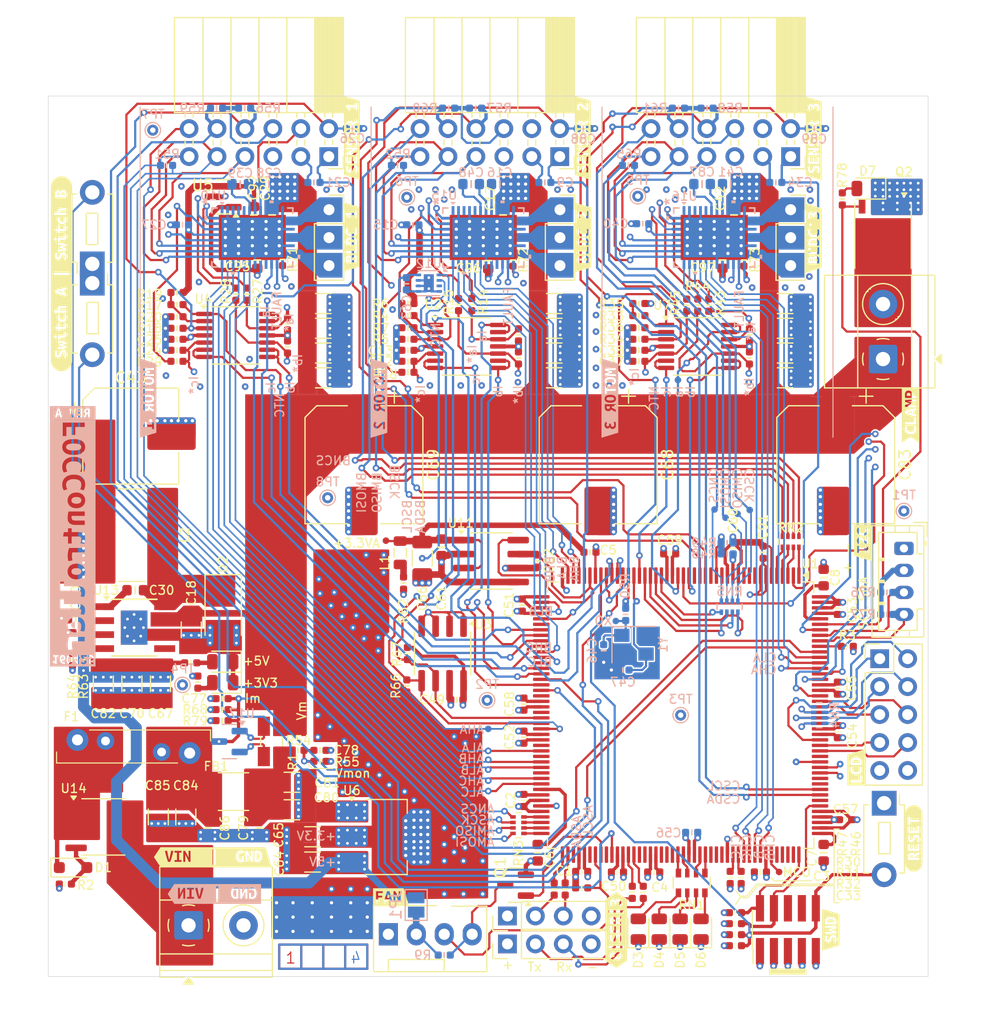
<source format=kicad_pcb>
(kicad_pcb (version 20241229) (generator "pcbnew") (generator_version "9.0")
  (layers (0 "F.Cu" signal) (4 "In1.Cu" signal) (6 "In2.Cu" signal) (2 "B.Cu" signal) (13 "F.Paste" user) (15 "B.Paste" user) (5 "F.SilkS" user "F.Silkscreen") (7 "B.SilkS" user "B.Silkscreen") (1 "F.Mask" user) (3 "B.Mask" user) (25 "Edge.Cuts" user))
  (net 0 "")
  (net 1 "Net-(C6-Pad1)")
  (net 2 "GND")
  (net 3 "Net-(C7-Pad1)")
  (net 4 "Net-(C8-Pad1)")
  (net 5 "Net-(U15-CP)")
  (net 6 "VAA")
  (net 7 "Net-(U2D-+)")
  (net 8 "Net-(U2C-+)")
  (net 9 "Net-(U10-CP)")
  (net 10 "Net-(U4C-+)")
  (net 11 "Net-(U2B-+)")
  (net 12 "/Motor1/VM")
  (net 13 "Net-(U10-CPH)")
  (net 14 "MTR1_WIPER")
  (net 15 "Net-(U10-CPL)")
  (net 16 "MTR2_WIPER")
  (net 17 "Net-(U7D-+)")
  (net 18 "Net-(U7C-+)")
  (net 19 "Net-(U7B-+)")
  (net 20 "Net-(U16-CP)")
  (net 21 "Net-(U15-CPH)")
  (net 22 "Net-(C79-Pad1)")
  (net 23 "VDD")
  (net 24 "Net-(D1-K)")
  (net 25 "MTR2_SDA")
  (net 26 "MTR2_SCL")
  (net 27 "MTR2_MISO")
  (net 28 "MTR2_NCS")
  (net 29 "MTR2_MOSI")
  (net 30 "MTR2_SCK")
  (net 31 "MTR1_SDA")
  (net 32 "MTR1_SCK")
  (net 33 "MTR1_MISO")
  (net 34 "MTR1_MOSI")
  (net 35 "MTR1_NCS")
  (net 36 "Net-(U1-BOOT0)")
  (net 37 "MTR1_SCL")
  (net 38 "Net-(U15-CPL)")
  (net 39 "MTR3_SDA")
  (net 40 "Net-(U16-CPL)")
  (net 41 "MTR3_SCL")
  (net 42 "Net-(U16-CPH)")
  (net 43 "MTR1_SOA")
  (net 44 "MTR1_SOB")
  (net 45 "MTR1_SOC")
  (net 46 "MTR2_SOA")
  (net 47 "MTR2_SOB")
  (net 48 "MTR2_SOC")
  (net 49 "MTR3_MISO")
  (net 50 "MTR3_SCK")
  (net 51 "MTR3_MOSI")
  (net 52 "MTR3_WIPER")
  (net 53 "MTR3_NCS")
  (net 54 "Net-(U17-Vs+)")
  (net 55 "Net-(U2A--)")
  (net 56 "Net-(U15-SOA)")
  (net 57 "Net-(U15-SOB)")
  (net 58 "Net-(U15-SOC)")
  (net 59 "Net-(U10-SOA)")
  (net 60 "SWDIO")
  (net 61 "Net-(U10-SOB)")
  (net 62 "SWCLK")
  (net 63 "Net-(U7A--)")
  (net 64 "Net-(U10-SOC)")
  (net 65 "Net-(U16-SOA)")
  (net 66 "Net-(U16-SOB)")
  (net 67 "MTR3_SOA")
  (net 68 "Net-(U16-SOC)")
  (net 69 "MTR3_SOC")
  (net 70 "Net-(D6-A)")
  (net 71 "NRST")
  (net 72 "Net-(D3-A)")
  (net 73 "Net-(D4-A)")
  (net 74 "Net-(D5-A)")
  (net 75 "Net-(RN2-R4.2)")
  (net 76 "Net-(RN2-R1.2)")
  (net 79 "Net-(D1-A)")
  (net 80 "Net-(RN2-R2.2)")
  (net 81 "Net-(RN2-R3.2)")
  (net 82 "Net-(RN3-R1.2)")
  (net 83 "Net-(RN3-R4.2)")
  (net 84 "Net-(RN3-R3.2)")
  (net 85 "Net-(RN3-R2.2)")
  (net 86 "/MCU/SPI1x_NSS")
  (net 87 "/MCU/SPI1x_MOSI")
  (net 88 "/MCU/SPI1x_MISO")
  (net 89 "/MCU/SPI1x_SCK")
  (net 92 "/MCU/TIM5_CH2")
  (net 93 "Net-(U1-VDD33USB)")
  (net 96 "/MCU/TIM1_CH1")
  (net 97 "/MCU/TIM1_CH4")
  (net 99 "I2C4_SCL")
  (net 100 "U8_RX")
  (net 101 "MTR3_SOB")
  (net 102 "/MCU/TIM2_CH4")
  (net 104 "/MCU/TIM3_CH4")
  (net 107 "MTRx_SLEEP")
  (net 111 "U3_RX")
  (net 112 "Net-(U1-PH1)")
  (net 114 "/MCU/TIM3_CH1")
  (net 118 "Net-(U1-VDD50USB)")
  (net 119 "/MCU/TIM8_CH1")
  (net 121 "I2C4_SDA")
  (net 122 "U3_TX")
  (net 124 "/MCU/TIM5_CH4")
  (net 125 "/MCU/BTN2")
  (net 126 "/MCU/TIM1_CH3")
  (net 128 "Net-(U1-VDDSMPS)")
  (net 129 "MCO")
  (net 130 "Net-(U1-PD1)")
  (net 131 "/MCU/EE_SDA")
  (net 132 "/MCU/TIM8_CH3")
  (net 133 "MTR1_FAULT")
  (net 134 "/MCU/TIM1_CH2")
  (net 136 "/MCU/TIM5_CH3")
  (net 137 "MTR2_FAULT")
  (net 138 "/MCU/TIM3_CH3")
  (net 140 "/MCU/TIM8_CH4")
  (net 142 "/MCU/TIM3_CH2")
  (net 143 "Net-(U1-PH0)")
  (net 147 "/MCU/BTN1")
  (net 148 "U8_TX")
  (net 149 "/MCU/TIM5_CH1")
  (net 150 "MTR3_FAULT")
  (net 151 "/MCU/TIM2_CH3")
  (net 152 "/MCU/TIM8_CH2")
  (net 153 "/Motor2/V")
  (net 154 "/Motor2/W")
  (net 155 "/Motor2/U")
  (net 156 "/Motor1/W")
  (net 157 "/Motor1/V")
  (net 158 "/Motor1/U")
  (net 159 "/Motor3/W")
  (net 160 "/Motor3/V")
  (net 161 "/Motor3/U")
  (net 162 "Net-(U17-Vs-)")
  (net 163 "Net-(C46-Pad1)")
  (net 164 "Net-(L1-Pad1)")
  (net 165 "+5V")
  (net 166 "Net-(C84-Pad1)")
  (net 167 "Net-(D2-K)")
  (net 168 "Net-(U13-FB)")
  (net 170 "Net-(U13-SS)")
  (net 171 "Net-(U13-BOOT)")
  (net 172 "Net-(U13-RT)")
  (net 173 "Net-(J5-Pin_1)")
  (net 178 "/Motor2/NTC")
  (net 179 "/Motor1/NTC")
  (net 180 "/Motor3/NTC")
  (net 181 "Net-(U4B-+)")
  (net 182 "Net-(U4D-+)")
  (net 183 "Net-(U4A--)")
  (net 184 "MTR2_TEMP")
  (net 185 "MTR1_TEMP")
  (net 186 "MTR3_TEMP")
  (net 187 "/MCU/AIN_V")
  (net 188 "/MCU/AIN_I")
  (net 189 "/MCU/EE_SCL")
  (net 198 "Net-(U10-DRVOFF)")
  (net 199 "Net-(U15-DRVOFF)")
  (net 200 "Net-(U16-DRVOFF)")
  (net 201 "VREF")
  (net 202 "/Motor2/MTR_AVDD")
  (net 203 "/Motor1/MTR_AVDD")
  (net 204 "/Motor3/MTR_AVDD")
  (net 205 "MTR_VREF")
  (net 206 "MTRx_DRV_nCS")
  (net 207 "Net-(J9-Pin_3)")
  (net 208 "Net-(J9-Pin_2)")
  (net 209 "Net-(J11-Pin_3)")
  (net 210 "Net-(J11-Pin_2)")
  (net 211 "/MCU/SPI1_MOSI")
  (net 212 "/MCU/SPI1_SCK")
  (net 213 "/MCU/SPI1_MISO")
  (net 214 "/MCU/SPI1_NSS")
  (net 215 "/MCU/SPI5x_MOSI")
  (net 216 "/MCU/SPI5x_NSS")
  (net 217 "/MCU/SPI5x_SCK")
  (net 218 "/MCU/SPI5x_MISO")
  (net 219 "/MCU/SPI1_RES")
  (net 220 "/MCU/SPI1_DC")
  (net 221 "/MCU/SPI1_BLK")
  (net 222 "/MCU/SPI1_CS2")
  (net 224 "Net-(U1-PD2)")
  (net 230 "Net-(M1-PWM)")
  (net 231 "/MCU/FAN_TACHO")
  (net 232 "/MCU/FAN_PWM")
  (net 234 "Net-(J12-Pin_2)")
  (net 235 "EN_CLAMP")
  (net 236 "Net-(D7-A)")
  (net 238 "Net-(JP1-A)")
  (net 239 "/MCU/LED4")
  (net 240 "/MCU/LED1")
  (net 241 "/MCU/LED2")
  (net 242 "/MCU/LED3")
  (net 244 "Net-(D8-A)")
  (net 245 "Net-(D9-A)")
  (net 246 "Net-(U1-PD3)")
  (footprint "kibuzzard-67F6A3C3" (layer "F.Cu") (at 101.65 125.77 90)
    (property "Reference" "kibuzzard-67F6A3C3" (hide yes))
    (property "Value" "G***" (hide yes))
  )
  (footprint "Footprints:Nice_0402R" (layer "F.Cu") (at 65.8 105.75)
    (property "Reference" "R68")
    (property "Value" "15k")
  )
  (footprint "Footprints:Nice_0402R" (layer "F.Cu") (at 61.7 67.85 180)
    (property "Reference" "R19")
    (property "Value" "10k")
  )
  (footprint "Footprints:TP_0.6mm" (layer "F.Cu") (at 67.3 104.75)
    (property "Reference" "TP54" (hide yes))
    (property "Value" "TestPoint" (hide yes))
  )
  (footprint "Footprints:Nice_0402C" (layer "F.Cu") (at 101.75 120.5)
    (property "Reference" "C50")
    (property "Value" "100n")
  )
  (footprint "Footprints:Nice_0402R" (layer "F.Cu") (at 109.05 69 90)
    (property "Reference" "R44")
    (property "Value" "820R")
  )
  (footprint "Footprints:Nice_0402R" (layer "F.Cu") (at 65.8 106.75)
    (property "Reference" "R79")
    (property "Value" "15k")
  )
  (footprint "TerminalBlock_Phoenix:TerminalBlock_Phoenix_MKDS-1,5-2_1x02_P5.00mm_Horizontal" (layer "F.Cu") (at 125.9 73.9 90)
    (property "Reference" "J12" (hide yes))
    (property "Value" "Screw_Terminal_01x02")
  )
  (footprint "Capacitor_SMD:C_1206_3216Metric" (layer "F.Cu") (at 96 73.35)
    (property "Reference" "C72" (hide yes))
    (property "Value" "10u")
  )
  (footprint "Footprints:Nice_0402C" (layer "F.Cu") (at 115 91.45 90)
    (property "Reference" "C91")
    (property "Value" "100n")
  )
  (footprint "Footprints:Nice_0402R" (layer "F.Cu") (at 51.55 121.6 180)
    (property "Reference" "R2")
    (property "Value" "100k")
  )
  (footprint "Button_Switch_THT:SW_PUSH_1P1T_6x3.5mm_H5.0_APEM_MJTP1250" (layer "F.Cu") (at 126 114.25 -90)
    (property "Reference" "SW3" (hide yes))
    (property "Value" "SW_Push")
  )
  (footprint "Footprints:Nice_0402R" (layer "F.Cu") (at 71.3 64.85 -90)
    (property "Reference" "R71")
    (property "Value" "0R")
  )
  (footprint "Footprints:Nice_0603C" (layer "F.Cu") (at 69 64.9 90)
    (property "Reference" "C95")
    (property "Value" "2.2u")
  )
  (footprint "Package_SO:TSSOP-14_4.4x5mm_P0.65mm" (layer "F.Cu") (at 88.0375 72.75)
    (property "Reference" "U2")
    (property "Value" "LM324")
  )
  (footprint "Connector_PinHeader_2.54mm:PinHeader_1x04_P2.54mm_Vertical" (layer "F.Cu") (at 91.75 127.04 90)
    (property "Reference" "J11" (hide yes))
    (property "Value" "Conn_01x04")
  )
  (footprint "kibuzzard-67F3CD14" (layer "F.Cu") (at 119.6 62.9 90)
    (property "Reference" "kibuzzard-67F3CD14" (hide yes))
    (property "Value" "G***" (hide yes))
  )
  (footprint "Footprints:Nice_0402R" (layer "F.Cu") (at 82.65 100.65 -90)
    (property "Reference" "R67")
    (property "Value" "1k")
  )
  (footprint "Footprints:Nice_0402R" (layer "F.Cu") (at 122.2 59.35 90)
    (property "Reference" "R78")
    (property "Value" "1k")
  )
  (footprint "Footprints:Nice_0402R" (layer "F.Cu") (at 97 122.05 90)
    (property "Reference" "R69" (hide yes))
    (property "Value" "100R")
  )
  (footprint "Connector_PinHeader_2.54mm:PinHeader_2x05_P2.54mm_Vertical" (layer "F.Cu") (at 125.6 101.12)
    (property "Reference" "J4" (hide yes))
    (property "Value" "Conn_02x05_Odd_Even")
  )
  (footprint "Capacitor_SMD:C_1206_3216Metric" (layer "F.Cu") (at 75 68.85)
    (property "Reference" "C31" (hide yes))
    (property "Value" "10u")
  )
  (footprint "LED_SMD:LED_0805_2012Metric" (layer "F.Cu") (at 109.35 125.7 90)
    (property "Reference" "D6")
    (property "Value" "APT2012SYCK")
  )
  (footprint "Resistor_SMD:R_Shunt_Ohmite_LVK12" (layer "F.Cu") (at 70.3 108.6375 180)
    (property "Reference" "R1")
    (property "Value" "LVK12R020")
  )
  (footprint "Button_Switch_THT:SW_PUSH_1P1T_6x3.5mm_H5.0_APEM_MJTP1250" (layer "F.Cu") (at 54 65.25 90)
    (property "Reference" "SW2" (hide yes))
    (property "Value" "SW_Push")
  )
  (footprint "Package_SO:SOIC-8_3.9x4.9mm_P1.27mm" (layer "F.Cu") (at 85.85 100.65 -90)
    (property "Reference" "U3")
    (property "Value" "24LC64")
  )
  (footprint "kibuzzard-67F3CD55" (layer "F.Cu") (at 77.6 53.8 90)
    (property "Reference" "kibuzzard-67F3CD55" (hide yes))
    (property "Value" "G***" (hide yes))
  )
  (footprint "Capacitor_SMD:C_1206_3216Metric" (layer "F.Cu") (at 96 71.1)
    (property "Reference" "C20" (hide yes))
    (property "Value" "10u")
  )
  (footprint "Footprints:Nice_0402R" (layer "F.Cu") (at 82.7 72.1 180)
    (property "Reference" "R5")
    (property "Value" "10k")
  )
  (footprint "LED_SMD:LED_0805_2012Metric" (layer "F.Cu") (at 107.45 125.7 90)
    (property "Reference" "D5")
    (property "Value" "APT2012SYCK")
  )
  (footprint "Footprints:Nice_0402R" (layer "F.Cu") (at 103.7 72.1 180)
    (property "Reference" "R34")
    (property "Value" "10k")
  )
  (footprint "Connector_PinHeader_1.27mm:PinHeader_2x05_P1.27mm_Vertical_SMD" (layer "F.Cu") (at 117.25 125.75 90)
    (property "Reference" "SWD1" (hide yes))
    (property "Value" "Conn_02x05_Odd_Even")
  )
  (footprint "LED_SMD:LED_0805_2012Metric" (layer "F.Cu") (at 124.4625 58.4 180)
    (property "Reference" "D7")
    (property "Value" "APT2012SYCK")
  )
  (footprint "Capacitor_SMD:C_1206_3216Metric" (layer "F.Cu") (at 75 75.6)
    (property "Reference" "C74" (hide yes))
    (property "Value" "10u")
  )
  (footprint "Footprints:Nice_0402C" (layer "F.Cu") (at 61.7 72.1 180)
    (property "Reference" "C25")
    (property "Value" "100n")
  )
  (footprint "Footprints:Nice_0402R" (layer "F.Cu") (at 112 121 90)
    (property "Reference" "R47")
    (property "Value" "0R")
  )
  (footprint "Footprints:Nice_0402C" (layer "F.Cu") (at 92.75 73.8 90)
    (property "Reference" "C11" (hide yes))
    (property "Value" "100p")
  )
  (footprint "MountingHole:MountingHole_3.2mm_M3" (layer "F.Cu") (at 54.25 54.25)
    (property "Reference" "H3" (hide yes))
    (property "Value" "MountingHole")
  )
  (footprint "MountingHole:MountingHole_3.2mm_M3" (layer "F.Cu") (at 125.75 125.75)
    (property "Reference" "H1" (hide yes))
    (property "Value" "MountingHole")
  )
  (footprint "Capacitor_SMD:C_1206_3216Metric" (layer "F.Cu") (at 60 115.5 -90)
    (property "Reference" "C85" (hide yes))
    (property "Value" "10u")
  )
  (footprint "Footprints:Nice_0402R" (layer "F.Cu") (at 61.7 74.1 180)
    (property "Reference" "R29")
    (property "Value" "820R")
  )
  (footprint "Capacitor_SMD:C_1206_3216Metric" (layer "F.Cu") (at 96 68.85)
    (property "Reference" "C19" (hide yes))
    (property "Value" "10u")
  )
  (footprint "Footprints:Nice_0402R" (layer "F.Cu") (at 112.48 126.2)
    (property "Reference" "R32")
    (property "Value" "10k")
  )
  (footprint "Footprints:Nice_0402C" (layer "F.Cu") (at 93.1 96.25 90)
    (property "Reference" "C51")
    (property "Value" "100n")
  )
  (footprint "Footprints:Nice_0402DNP" (layer "F.Cu") (at 52.8 98.75)
    (property "Reference" "R80")
    (property "Value" "DNP")
  )
  (footprint "Package_TO_SOT_SMD:SOT-223-3_TabPin2" (layer "F.Cu") (at 80.725 117.325)
    (property "Reference" "U6")
    (property "Value" "AMS1117-3.3")
  )
  (footprint "Footprints:Nice_0402R" (layer "F.Cu") (at 103.7 68.85 180)
    (property "Reference" "R35")
    (property "Value" "10k")
  )
  (footprint "Footprints:Nice_0603C" (layer "F.Cu") (at 64.5 116.5 -90)
    (property "Reference" "C86" (hide yes))
    (property "Value" "100n")
  )
  (footprint "Footprints:Nice_0402R" (layer "F.Cu") (at 63.6 103.25 -90)
    (property "Reference" "R82" (hide yes))
    (property "Value" "1k")
  )
  (footprint "Capacitor_SMD:C_1206_3216Metric" (layer "F.Cu") (at 63 98.5 -90)
    (property "Reference" "C18")
    (property "Value" "10u")
  )
  (footprint "Connector_PinSocket_2.54mm:PinSocket_1x03_P2.54mm_Vertical" (layer "F.Cu") (at 117.5 60.325)
    (property "Reference" "J8" (hide yes))
    (property "Value" "Conn_01x03_Pin")
  )
  (footprint "kibuzzard-67F3CD63" (layer "F.Cu") (at 77.55 62.8 90)
    (property "Reference" "kibuzzard-67F3CD63" (hide yes))
    (property "Value" "G***" (hide yes))
  )
  (footprint "Connector:FanPinHeader_1x04_P2.54mm_Vertical" (layer "F.Cu") (at 80.92 126.16)
    (property "Reference" "M1" (hide yes))
    (property "Value" "Fan_Tacho_PWM")
  )
  (footprint "Footprints:Nice_0402C" (layer "F.Cu") (at 82.7 74.1 180)
    (property "Reference" "C12")
    (property "Value" "100p")
  )
  (footprint "Inductor_SMD:L_1812_4532Metric" (layer "F.Cu") (at 66.8375 113.2)
    (property "Reference" "FB1")
    (property "Value" "74279223560")
  )
  (footprint "kibuzzard-67EC00B3" (layer "F.Cu") (at 128.7 117.45 90)
    (property "Reference" "kibuzzard-67EC00B3" (hide yes))
    (property "Value" "G***" (hide yes))
  )
  (footprint "Footprints:Nice_0402R" (layer "F.Cu") (at 104.1 122.35 90)
    (property "Reference" "R75" (hide yes))
    (property "Value" "100R")
  )
  (footprint "Footprints:Nice_0402C" (layer "F.Cu") (at 114.75 120.5 180)
    (property "Reference" "C3")
    (property "Value" "100n")
  )
  (footprint "Footprints:Nice_0402R" (layer "F.Cu") (at 98.5 121.95)
    (property "Reference" "R8" (hide yes))
    (property "Value" "10k")
  )
  (footprint "LED_SMD:LED_0805_2012Metric" (layer "F.Cu") (at 65.8625 101.4 180)
    (property "Reference" "D8" (hide yes))
    (property "Value" "APT2012SYCK")
  )
  (footprint "Footprints:Nice_0402R" (layer "F.Cu") (at 103.7 71.05 180)
    (property "Reference" "R36")
    (property "Value" "10k")
  )
  (footprint "Footprints:Nice_0402C" (layer "F.Cu") (at 87.15 104.85 180)
    (property "Reference" "C49")
    (property "Value" "100n")
  )
  (footprint "Footprints:Nice_0402R" (layer "F.Cu") (at 113 121 90)
    (property "Reference" "R46")
    (property "Value" "0R")
  )
  (footprint "Footprints:Nice_0402R" (layer "F.Cu") (at 87.3 68.95 90)
    (property "Reference" "R15")
    (property "Value" "820R")
  )
  (footprint "Footprints:Nice_0402C" (layer "F.Cu") (at 122.5 115.75)
    (property "Reference" "C57")
    (property "Value" "100n")
  )
  (footprint "Footprints:Nice_0603C" (layer "F.Cu") (at 120.5 93.75 90)
    (property "Reference" "C8")
    (property "Value" "2.2u")
  )
  (footprint "Footprints:Nice_0402R" (layer "F.Cu") (at 68.05 68 90)
    (property "Reference" "R27")
    (property "Value" "820R")
  )
  (footprint "Footprints:TP_0.6mm" (layer "F.Cu") (at 73 107.275)
    (property "Reference" "TP56" (hide yes))
    (property "Value" "TestPoint" (hide yes))
  )
  (footprint "Footprints:Nice_0603C" (layer "F.Cu") (at 90 64.95 90)
    (property "Reference" "C96")
    (property "Value" "2.2u")
  )
  (footprint "Footprints:Nice_0402R" (layer "F.Cu") (at 82.3 94.25 90)
    (property "Reference" "R62")
    (property "Value" "100R")
  )
  (footprint "Footprints:Nice_0402C" (layer "F.Cu") (at 65.8 104.75 180)
    (property "Reference" "C77")
    (property "Value" "100n")
  )
  (footprint "Footprints:Nice_0402R" (layer "F.Cu") (at 82.7 69.95)
    (property "Reference" "R4")
    (property "Value" "10k")
  )
  (footprint "Footprints:Nice_0402R" (layer "F.Cu") (at 62.95 101.5)
    (property "Reference" "R81" (hide yes))
    (property "Value" "1k")
  )
  (footprint "Footprints:Nice_0402C" (layer "F.Cu") (at 74.7 109.45)
    (property "Reference" "C78")
    (property "Value" "100n")
  )
  (footprint "LED_SMD:LED_0805_2012Metric" (layer "F.Cu") (at 65.8625 103.3 180)
    (property "Reference" "D9" (hide yes))
    (property "Value" "APT2012SYCK")
  )
  (footprint "Connector_PinSocket_2.54mm:PinSocket_2x06_P2.54mm_Horizontal" (layer "F.Cu") (at 96.5 55.5 -90)
    (property "Reference" "J1" (hide yes))
    (property "Value" "Conn_02x06_Odd_Even")
  )
  (footprint "Resistor_SMD:R_Array_Convex_4x0603" (layer "F.Cu") (at 108.5 121.5 90)
    (property "Reference" "RN1")
    (property "Value" "EXB-38V102JV")
  )
  (footprint "Footprints:Nice_0603C" (layer "F.Cu") (at 111.3 64.9 90)
    (property "Reference" "C97")
    (property "Value" "2.2u")
  )
  (footprint "Resistor_SMD:R_Array_Concave_4x0402" (layer "F.Cu") (at 117.5 90.5 -90)
    (property "Reference" "RN2")
    (property "Value" "EXB-N8N220JX")
  )
  (footprint "Footprints:Nice_0402C" (layer "F.Cu") (at 112.48 127.2 180)
    (property "Reference" "C33")
    (property "Value" "100n")
  )
  (footprint "Capacitor_SMD:C_1206_3216Metric" (layer "F.Cu") (at 62.5 115.5 -90)
    (property "Reference" "C84" (hide yes))
    (property "Value" "10u")
  )
  (footprint "Capacitor_SMD:C_1206_3216Metric" (layer "F.Cu") (at 84 92 -90)
    (property "Reference" "C66")
    (property "Value" "10u")
  )
  (footprint "Package_TO_SOT_SMD:SOT-23" (layer "F.Cu") (at 92.4875 121.7 180)
    (property "Reference" "Q1")
    (property "Value" "2N7002")
  )
  (footprint "Footprints:Nice_0402C" (layer "F.Cu") (at 113.75 71.7 -90)
    (property "Reference" "C35" (hide yes))
    (property "Value" "100p")
  )
  (footprint "LED_SMD:LED_0805_2012Metric" (layer "F.Cu") (at 103.65 125.7 90)
    (property "Reference" "D3")
    (property "Value" "APT2012SYCK")
  )
  (footprint "Inductor_SMD:L_Bourns-SRN8040_8x8.15mm" (layer "F.Cu") (at 57.6 89.9 180)
    (property "Reference" "L2")
    (property "Value" "22u")
  )
  (footprint "Capacitor_SMD:C_1206_3216Metric" (layer "F.Cu") (at 72.15 114.85)
    (property "Reference" "C80")
    (property "Value" "10u")
  )
  (footprint "Capacitor_SMD:C_1206_3216Metric" (layer "F.Cu") (at 57.6 103.4 -90)
    (property "Reference" "C70")
    (property "Value" "10u")
  )
  (footprint "Capacitor_SMD:C_1206_3216Metric" (layer "F.Cu") (at 96 75.6)
    (property "Reference" "C75" (hide yes))
    (property "Value" "10u")
  )
  (footprint "Footprints:Nice_0402R" (layer "F.Cu") (at 108.05 69 90)
    (property "Reference" "R45")
    (property "Value" "820R")
  )
  (footprint "Footprints:Nice_0402C" (layer "F.Cu") (at 93.25 114 90)
    (property "Reference" "C2")
    (property "Value" "100n")
  )
  (footprint "Capacitor_SMD:C_1206_3216Metric" (layer "F.Cu") (at 74.025 117.3 180)
    (property "Reference" "C65")
    (property "Value" "10u")
  )
  (footprint "Footprints:Nice_0402R" (layer "F.Cu") (at 82.7 68.85 180)
    (property "Reference" "R6")
    (property "Value" "10k")
  )
  (footprint "Capacitor_SMD:CP_Elec_10x10.5" (layer "F.Cu") (at 78.7 83.5 -90)
    (property "Reference" "C69")
    (property "Value" "330uF")
  )
  (footprint "Footprints:TP_0.6mm" (layer "F.Cu") (at 116.45 120.5)
    (property "Reference" "TP53" (hide yes))
    (property "Value" "TestPoint" (hide yes))
  )
  (footprint "Footprints:Nice_0603C" (layer "F.Cu") (at 85.75 91 -90)
    (property "Reference" "C61")
    (property "Value" "1u")
  )
  (footprint "Footprints:TP_0.6mm" (layer "F.Cu") (at 80.7 90.4)
    (property "Reference" "TP59" (hide yes))
    (property "Value" "TestPoint" (hide yes))
  )
  (footprint "Package_SO:TSSOP-14_4.4x5mm_P0.65mm" (layer "F.Cu") (at 67.0375 71.75)
    (property "Reference" "U4")
    (property "Value" "LM324")
  )
  (footprint "Footprints:Nice_0402R" (layer "F.Cu") (at 82.7 71.05 180)
    (property "Reference" "R7")
    (property "Value" "10k")
  )
  (footprint "Footprints:Nice_0603C" (layer "F.Cu") (at 57.9 94.9)
    (property "Reference" "C30")
    (property "Value" "10n")
  )
  (footprint "Footprints:Nice_0402R" (layer "F.Cu") (at 113.25 64.9 -90)
    (property "Reference" "R73")
    (property "Value" "0R")
  )
  (footprint "Connector_PinHeader_2.54mm:PinHeader_1x04_P2.54mm_Vertical" (layer "F.Cu") (at 91.75 124.5 90)
    (property "Reference" "J9" (hide yes))
    (property "Value" "Conn_01x04")
  )
  (footprint "Footprints:Nice_0402C" (layer "F.Cu") (at 71.75 72.8 90)
    (property "Reference" "C23" (hide yes))
    (property "Value" "100p")
  )
  (footprint "Footprints:Nice_0402C" (layer "F.Cu") (at 121.75 103.8 -90)
    (property "Reference" "C55")
    (property "Value" "100n")
  )
  (footprint "Package_SO:SOIC-8_3.9x4.9mm_P1.27mm" (layer "F.Cu") (at 90.25 92.25)
    (property "Reference" "U11")
    (property "Value" "MCP1501-25E/SN")
  )
  (footprint "Footprints:Nice_0402R" (layer "F.Cu") (at 61.7 70.05 180)
    (property "Reference" "R20")
    (property "Value" "10k")
  )
  (footprint "Package_QFP:LQFP-176_24x24mm_P0.5mm" (layer "F.Cu") (at 107.5 106.25 -90)
    (property "Reference" "U1")
    (property "Value" "STM32H725IGTx")
  )
  (footprint "Footprints:Nice_0402C" (layer "F.Cu") (at 121.75 107.75 -90)
    (property "Reference" "C54")
    (property "Value" "100n")
  )
  (footprint "Footprints:Nice_0402C" (layer "F.Cu") (at 112.25 91.1 90)
    (property "Reference" "C60")
    (property "Value" "100n")
  )
  (footprint "kibuzzard-67ED282B" (layer "F.Cu") (at 121.15 125.75 90)
    (property "Reference" "kibuzzard-67ED282B" (hide yes))
    (property "Value" "G***" (hide yes))
  )
  (footprint "Footprints:Nice_0402R" (layer "F.Cu") (at 72.7 109.45 180)
    (property "Reference" "R54")
    (property "Value" "10k")
  )
  (footprint "Capacitor_SMD:C_1206_3216Metric" (layer "F.Cu") (at 75 73.35)
    (property "Reference" "C71" (hide yes))
    (property "Value" "10u")
  )
  (footprint "Footprints:Nice_0402R" (layer "F.Cu") (at 103.7 69.95)
    (property "Reference" "R33")
    (property "Value" "10k")
  )
  (footprint "Footprints:LIttelfuse_30R" (layer "F.Cu") (at 57.75 109.1)
    (property "Reference" "F1")
    (property "Value" "30R500U")
  )
  (footprint "Footprints:Nice_0402C" (layer "F.Cu") (at 99.25 91.45)
    (property "Reference" "C5")
    (property "Value" "100n")
  )
  (footprint "kibuzzard-67F3CD42" (layer "F.Cu") (at 98.65 62.85 90)
    (property "Reference" "kibuzzard-67F3CD42" (hide yes))
    (property "Value" "G***" (hide yes))
  )
  (footprint "Footprints:Nice_0603C" (layer "F.Cu") (at 69.2 116.5 -90)
    (property "Reference" "C79" (hide yes))
    (property "Value" "100n")
  )
  (footprint "Footprints:Nice_0402C" (layer "F.Cu") (at 113.75 73.8 90)
    (property "Reference" "C36" (hide yes))
    (property "Value" "100p")
  )
  (footprint "Footprints:Nice_0603C" (layer "F.Cu") (at 52.5 97.45 180)
    (property "Reference" "C90")
    (property "Value" "100n")
  )
  (footprint "Footprints:Nice_0402C" (layer "F.Cu") (at 105.05 120.5)
    (property "Reference" "C4")
    (property "Value" "100n")
  )
  (footprint "Footprints:Nice_0402C" (layer "F.Cu") (at 103.7 74.1 180)
    (property "Reference" "C37")
    (property "Value" "100p")
  )
  (footprint "Footprints:Nice_0402R" (layer "F.Cu") (at 53.2 101.2 -90)
    (property "Reference" "R63")
    (property "Value" "0R")
  )
  (footprint "Connector_PinSocket_2.54mm:PinSocket_1x03_P2.54mm_Vertical" (layer "F.Cu") (at 96.525 60.325)
    (property "Reference" "J7" (hide yes))
    (property "Value" "Conn_01x03_Pin")
  )
  (footprint "Capacitor_SMD:C_1206_3216Metric" (layer "F.Cu") (at 55 103.4 -90)
    (property "Reference" "C82")
    (property "Value" "10u")
  )
  (footprint "Footprints:Nice_0603C" (layer "F.Cu") (at 112.35 60.8 -90)
    (property "Reference" "C42")
    (property "Value" "100n")
  )
  (footprint "Footprints:Nice_0402DNP" (layer "F.Cu") (at 52.2 101.2 -90)
    (property "Reference" "R64")
    (property "Value" "TBD")
  )
  (footprint "Capacitor_SMD:C_1206_3216Metric" (layer "F.Cu") (at 117 75.6)
    (property "Reference" "C76" (hide yes))
    (property "Value" "10u")
  )
  (footprint "Capacitor_SMD:CP_Elec_10x10.5" (layer "F.Cu") (at 100 83.5 -90)
    (property "Reference" "C68")
    (property "Value" "330uF")
  )
  (footprint "Capacitor_SMD:C_1206_3216Metric" (layer "F.Cu") (at 60.2 103.4 -90)
    (property "Reference" "C67")
    (property "Value" "10u")
  )
  (footprint "Diode_SMD:D_SMA" (layer "F.Cu") (at 65.9 97 -90)
    (property "Reference" "D2")
    (property "Value" "SS16")
  )
  (footprint "Footprints:Nice_0402R" (layer "F.Cu") (at 74.7 110.45 180)
    (property "Reference" "R55")
    (property "Value" "1k")
  )
  (footprint "kibuzzard-67F3CD28" (layer "F.Cu") (at 119.6 53.85 90)
    (property "Reference" "kibuzzard-67F3CD28" (hide yes))
    (property "Value" "G***" (hide yes))
  )
  (footprint "Footprints:Nice_0402R" (layer "F.Cu") (at 112.48 125.2)
    (property "Reference" "R31")
    (property "Value" "10k")
  )
  (footprint "Inductor_SMD:L_0805_2012Metric" (layer "F.Cu") (at 82 91.5 90)
    (property "Reference" "L1")
    (property "Value" "BLM18AG471SN1D")
  )
  (footprint "Capacitor_SMD:CP_Elec_10x10.5" (layer "F.Cu") (at 121.6 83.5 -90)
    (property "Reference" "C83")
    (property "Value" "330uF")
  )
  (footprint "Footprints:Nice_0402C" (layer "F.Cu") (at 71.75 70.7 -90)
    (property "Reference" "C22" (hide yes))
    (property "Value" "100p")
  )
  (footprint "Capacitor_SMD:C_1206_3216Metric" (layer "F.Cu") (at 72.15 112.35)
    (property "Reference" "C81")
    (property "Value" "10u")
  )
  (footprint "Footprints:Nice_0402C" (layer "F.Cu") (at 82.7 73.1 180)
    (property "Reference" "C13")
    (property "Value" "100n")
  )
  (footprint "Capacitor_SMD:C_1206_3216Metric" (layer "F.Cu") (at 117 68.85)
    (property "Reference" "C44" (hide yes))
    (property "Value" "10u")
  )
  (footprint "Capacitor_SMD:C_1206_3216Metric" (layer "F.Cu") (at 117 73.35)
    (property "Reference" "C73" (hide yes))
    (property "Value" "10u")
  )
  (footprint "Button_Switch_THT:SW_PUSH_1P1T_6x3.5mm_H5.0_APEM_MJTP1250" (layer "F.Cu") (at 54 67 -90)
    (property "Reference" "SW1" (hide yes))
    (property "Value" "SW_Push")
  )
  (footprint "Capacitor_SMD:CP_Elec_8x10.5" (layer "F.Cu") (at 57.5 80.9)
    (property "Reference" "C43")
    (property "Value" "330uF")
  )
  (footprint "Footprints:Nice_0603C" (layer "F.Cu") (at 94.5 118.75 -90)
    (property "Reference" "C6")
    (property "Value" "2.2u")
  )
  (footprint "Footprints:Nice_0402R" (layer "F.Cu") (at 122.65 100 180)
    (property "Reference" "R3")
    (property "Value" "10k")
  )
  (footprint "kibuzzard-67F3CA67" (layer "F.Cu") (at 123.45 111 90)
    (property "Reference" "kibuzzard-67F3CA67" (hide yes))
    (property "Value" "G***" (hide yes))
  )
  (footprint "Footprints:Nice_0402C" (layer "F.Cu") (at 92.75 71.7 -90)
    (property "Reference" "C10" (hide yes))
    (property "Value" "100p")
  )
  (footprint "Footprints:Nice_0402C" (layer "F.Cu") (at 121.75 96.55 -90)
    (property "Reference" "C53")
    (property "Value" "100n")
  )
  (footprint "Connector_PinSocket_2.54mm:PinSocket_1x03_P2.54mm_Vertical" (layer "F.Cu") (at 75.525 60.325)
    (property "Reference" "J6" (hide yes))
    (property "Value" "Conn_01x03_Pin")
  )
  (footprint "Footprints:Nice_0402R" (layer "F.Cu") (at 110.05 69 90)
    (property "Reference" "R43")
    (property "Value" "820R")
  )
  (footprint "Footprints:Nice_0402R" (layer "F.Cu") (at 103.1 122.35 90)
    (property "Reference" "R74" (hide yes))
    (property "Value" "100R")
  )
  (footprint "kibuzzard-67FA2A95" (layer "F.Cu") (at 128.4 79 90)
    (property "Reference" "kibuzzard-67FA2A95" (hide yes))
    (property "Value" "G***" (hide yes))
  )
  (footprint "Package_SO:SOIC-8_3.9x4.9mm_P1.27mm" (layer "F.Cu") (at 55 116.405)
    (property "Reference" "U14")
    (property "Value" "Si4435DDY")
  )
  (footprint "Footprints:Nice_0402R" (layer "F.Cu") (at 61.7 68.95)
    (property "Reference" "R17")
    (property "Value" "10k")
  )
  (footprint "Footprints:Nice_0402R" (layer "F.Cu") (at 96 122.05 90)
    (property "Reference" "R70" (hide yes))
    (property "Value" "100R")
  )
  (footprint "Package_SO:TI_SO-PowerPAD-8" (layer "F.Cu") (at 57.8 98.3)
    (property "Reference" "U13")
    (property "Value" "LM22676MR-5")
  )
  (footprint "Connector_PinSocket_2.54mm:PinSocket_2x06_P2.54mm_Horizontal" (layer "F.Cu") (at 117.5 55.5 -90)
    (property "Reference" "J3" (hide yes))
    (property "Value" "Conn_02x06_Odd_Even")
  )
  (footprint "Connector_JST:JST_PH_B4B-PH-K_1x04_P2.00mm_Vertical" (layer "F.Cu") (at 127.8 91.1 -90)
    (property "Reference" "J10" (hide yes))
    (property "Value" "Conn_01x04")
  )
  (footprint "Diode_SMD:D_SOD-323_HandSoldering" (layer "F.Cu") (at 52.25 120.1)
    (property "Reference" "D1")
    (property "Value" "BZX384-B10,115")
  )
  (footprint "Footprints:Nice_0402C" (layer "F.Cu") (at 93.25 105.25 90)
    (property "Reference" "C58")
    (property "Value" "100n")
  )
  (footprint "MountingHole:MountingHole_3.2mm_M3" (layer "F.Cu") (at 125.75 54.25)
    (property "Reference" "H2" (hide yes))
    (property "Value" "MountingHole")
  )
  (footprint "TerminalBlock_Phoenix:TerminalBlock_Phoenix_MKDS-1,5-2_1x02_P5.00mm_Horizontal" (layer "F.Cu") (at 62.75 125.35)
    (property "Reference" "J5" (hide yes))
    (property "Value" "Screw_Terminal_01x02")
  )
  (footprint "Capacitor_SMD:C_1206_3216Metric" (layer "F.Cu") (at 117 71.1)
    (property "Reference" "C45" (hide yes))
    (property "Value" "10u")
  )
  (footprint "Footprints:Nice_0603C" (layer "F.Cu") (at 120.5 118.75 -90)
    (property "Reference" "C7")
    (property "Value" "2.2u")
  )
  (footprint "kibuzzard-67FA3F2F" (layer "F.Cu") (at 124.05 90.6 90)
    (property "Reference" "kibuzzard-67FA3F2F" (hide yes))
    (property "Value" "G***" (hide yes))
  )
  (footprint "Footprints:Nice_0603C" (layer "F.Cu") (at 91.35 60.8 -90)
    (property "Reference" "C17")
    (property "Value" "100n")
  )
  (footprint "Footprints:Nice_0402R" (layer "F.Cu") (at 88.5 68.95 90)
    (property "Reference" "R14")
    (property "Value" "820R")
  )
  (footprint "Connector_PinSocket_2.54mm:PinSocket_2x06_P2.54mm_Horizontal" (layer "F.Cu") (at 75.5 55.5 -90)
    (property "Reference" "J2" (hide yes))
    (property "Value" "Conn_02x06_Odd_Even")
  )
  (footprint "Capacitor_SMD:C_1206_3216Metric" (layer "F.Cu") (at 74.025 119.6 180)
    (property "Reference" "C64")
    (property "Value" "10u")
  )
  (footprint "Footprints:Nice_0402C" (layer "F.Cu") (at 61.7 73.1 180)
    (property "Reference" "C24")
    (property "Value" "100p")
  )
  (footprint "kibuzzard-67F3CAB6" (layer "F.Cu") (at 81.15 122.75)
    (property "Reference" "kibuzzard-67F3CAB6" (hide yes))
    (property "Value" "G***" (hide yes))
  )
  (footprint "Package_SO:PowerPAK_SO-8_Single" (layer "F.Cu") (at 125.9 62.71 -90)
    (property "Reference" "Q2")
    (property "Value" "SIR422DP-T1-GE3")
  )
  (footprint "Package_TO_SOT_SMD:SOT-23" (layer "F.Cu") (at 65.9 59.15 180)
    (property "Reference" "U5")
    (property "Value" "AP7375-30SA-7")
  )
  (footprint "Footprints:Nice_0402R" (layer "F.Cu") (at 92.25 64.9 -90)
    (property "Reference" "R72")
    (property "Value" "0R")
  )
  (footprint "Footprints:Nice_0402R" (layer "F.Cu") (at 61.7 71.1 180)
    (property "Reference" "R18")
    (property "Value" "10k")
  )
  (footprint "Footprints:Nice_0402C" (layer "F.Cu") (at 94.5 92.25 -90)
    (property "Reference" "C62")
    (property "Value" "1n")
  )
  (footprint "Footprints:Nice_0603C" (layer "F.Cu") (at 70.35 60.8 -90)
    (property "Reference" "C29")
    (property "Value" "100n")
  )
  (footprint "Resistor_SMD:R_Array_Concave_4x0402" (layer "F.Cu") (at 92.75 116.25)
    (property "Reference" "RN3")
    (property "Value" "EXB-N8N220JX")
  )
  (footprint "Footprints:Nice_0402C" (layer "F.Cu") (at 106.5 91.6)
    (property "Reference" "C59")
    (property "Value" "100n")
  )
  (footprint "Footprints:TP_0.6mm" (layer "F.Cu") (at 73.275 110.425)
    (property "Reference" "TP55" (hide yes))
    (property "Value" "TestPoint" (hide yes))
  )
  (footprint "Footprints:Nice_0402R" (layer "F.Cu") (at 82.6 103.6 90)
    (property "Reference" "R66")
    (property "Value" "1k")
  )
  (footprint "Footprints:Nice_0402C" (layer "F.Cu") (at 93.25 108.25 90)
    (property "Reference" "C52")
    (property "Value" "100n")
  )
  (footprint "Footprints:Nice_0402C" (layer "F.Cu") (at 98.5 120.45)
    (property "Reference" "C1")
    (property "Value" "100n")
  )
  (footprint "Capacitor_SMD:C_1206_3216Metric" (layer "F.Cu") (at 75 71.1)
    (property "Reference" "C32" (hide yes))
    (property "Value" "10u")
  )
  (footprint "Footprints:Nice_0402C" (layer "F.Cu") (at 103.7 73.1 180)
    (property "Reference" "C38")
    (property "Value" "100n")
  )
  (footprint "Footprints:Nice_0603C" (layer "F.Cu") (at 68.7 60.8 -90)
    (property "Reference" "C92")
    (property "Value" "2.2u")
  )
  (footprint "Footprints:Nice_0402R" (layer "F.Cu") (at 67.05 68 90)
    (property "Reference" "R28")
    (property "Value" "820R")
  )
  (footprint "MountingHole:MountingHole_3.2mm_M3" (layer "F.Cu") (at 54.25 125.75)
    (property "Reference" "H4" (hide yes))
    (property "Value" "MountingHole")
  )
  (footprint "Footprints:Nice_0402R" (layer "F.Cu") (at 82.7 75.1 180)
    (property "Reference" "R16")
    (property "Value" "820R")
  )
  (footprint "kibuzzard-67F3CD48" (layer "F.Cu") (at 98.6 53.8 90)
    (property "Reference" "kibuzzard-67F3CD48" (hide yes))
    (property "Value" "G***" (hide yes))
  )
  (footprint "LED_SMD:LED_0805_2012Metric" (layer "F.Cu") (at 105.55 125.7 90)
    (property "Reference" "D4")
    (property "Value" "APT2012SYCK")
  )
  (footprint "Package_SO:TSSOP-14_4.4x5mm_P0.65mm" (layer "F.Cu") (at 109.0375 72.75)
    (property "Reference" "U7")
    (property "Value" "LM324")
  )
  (footprint "Footprints:Nice_0402R" (layer "F.Cu") (at 112.48 124.2)
    (property "Reference" "R30")
    (property "Value" "10k")
  )
  (footprint "kibuzzard-67F3CB42" (layer "F.Cu") (at 64.95 119.15)
    (property "Reference" "kibuzzard-67F3CB42" (hide yes))
    (property "Value" "G***" (hide yes))
  )
  (footprint "kibuzzard-67F56438" (layer "F.Cu") (at 51.2 66.15 90)
    (property "Reference" "kibuzzard-67F56438" (hide yes))
    (property "Value" "G***" (hide yes))
  )
  (footprint "Footprints:TP_0.6mm" (layer "B.Cu") (at 90 112.2 180)
    (property "Reference" "TP22" (hide yes))
    (property "Value" "TestPoint" (hide yes))
  )
  (footprint "Footprints:Nice_0402C" (layer "B.Cu") (at 108.5 116.9 180)
    (property "Reference" "C56")
    (property "Value" "100n")
  )
  (footprint "Footprints:TP_0.6mm" (layer "B.Cu") (at 118 110.5 180)
    (property "Reference" "TP80" (hide yes))
    (property "Value" "TestPoint" (hide yes))
  )
  (footprint "Crystal:Crystal_SMD_3225-4Pin_3.2x2.5mm" (layer "B.Cu") (at 103.25 99.85)
    (property "Reference" "Y1")
    (property "Value" "ECS-250-18-33-JGN-TR3")
  )
  (footprint "Footprints:Nice_0402C" (layer "B.Cu") (at 104.05 61.6 180)
    (property "Reference" "C40")
    (property "Value" "100n")
  )
  (footprint "Footprints:Nice_0402R" (layer "B.Cu") (at 67.85 51.1)
    (property "Reference" "R56")
    (property "Value" "1k")
  )
  (footprint "Footprints:TP_0.6mm" (layer "B.Cu") (at 90.98 115.7325 180)
    (property "Reference" "TP75" (hide yes))
    (property "Value" "TestPoint" (hide yes))
  )
  (footprint "Footprints:TP_0.6mm" (layer "B.Cu") (at 88.8 74.7 180)
    (property "Reference" "TP47" (hide yes))
    (property "Value" "TestPoint" (hide yes))
  )
  (footprint "Footprints:VQFN40_RGF_TEX" (layer "B.Cu") (at 110.55 62.85 -90)
    (property "Reference" "U16")
    (property "Value" "DRV8316CR")
  )
  (footprint "Footprints:Nice_0402DNP" (layer "B.Cu") (at 111.725 91.6 180)
    (property "Reference" "R48")
    (property "Value" "TBD")
  )
  (footprint "Footprints:Nice_0402R" (layer "B.Cu") (at 65.3 51.1 180)
    (property "Reference" "R59")
    (property "Value" "1k")
  )
  (footprint "Package_SON:WSON-8-1EP_2x2mm_P0.5mm_EP0.9x1.6mm_ThermalVias" (layer "B.Cu") (at 84.6 67 180)
    (property "Reference" "U12")
    (property "Value" "TMP1075DSG")
  )
  (footprint "Footprints:Nice_0603C" (layer "B.Cu") (at 67.45 58 180)
    (property "Reference" "C39")
    (property "Value" "47n")
  )
  (footprint "Footprints:TP_0.6mm" (layer "B.Cu") (at 113.7 75.2 180)
    (property "Reference" "TP36" (hide yes))
    (property "Value" "TestPoint" (hide yes))
  )
  (footprint "Package_TO_SOT_SMD:SOT-23" (layer "B.Cu") (at 66.4625 108.65 180)
    (property "Reference" "U17")
    (property "Value" "ZXCT1109")
  )
  (footprint "Footprints:Nice_0402R" (layer "B.Cu") (at 102.75 56.3 180)
    (property "Reference" "R65")
    (property "Value" "470R")
  )
  (footprint "Footprints:TP_0.6mm" (layer "B.Cu") (at 71.1 76.4 180)
    (property "Reference" "TP49" (hide yes))
    (property "Value" "TestPoint" (hide yes))
  )
  (footprint "kibuzzard-67FE6963" (layer "B.Cu") (at 52.194895 78.786812 180)
    (property "Reference" "kibuzzard-67FE6963" (hide yes))
    (property "Value" "G***" (hide yes))
  )
  (footprint "Footprints:TP_0.6mm" (layer "B.Cu") (at 122 111.8)
    (property "Reference" "TP78" (hide yes))
    (property "Value" "TestPoint" (hide yes))
  )
  (footprint "Footprints:TP_0.6mm" (layer "B.Cu") (at 78.5 83.8 180)
    (property "Reference" "TP70" (hide yes))
    (property "Value" "TestPoint" (hide yes))
  )
  (footprint "Footprints:TP_0.6mm" (layer "B.Cu") (at 91.48 117.4825 180)
    (property "Reference" "TP69" (hide yes))
    (property "Value" "TestPoint" (hide yes))
  )
  (footprint "Footprints:TP_0.6mm" (layer "B.Cu") (at 89.4 70.8 180)
    (property "Reference" "TP41" (hide yes))
    (property "Value" "TestPoint" (hide yes))
  )
  (footprint "Footprints:Nice_0402C" (layer "B.Cu") (at 95.15 57.85 180)
    (property "Reference" "C9")
    (property "Value" "100n")
  )
  (footprint "Footprints:TP_0.6mm" (layer "B.Cu") (at 112.68 87.9625 180)
    (property "Reference" "TP74" (hide yes))
    (property "Value" "TestPoint" (hide yes))
  )
  (footprint "Footprints:TP_0.6mm" (layer "B.Cu") (at 92.7 75.2 180)
    (property "Reference" "TP35" (hide yes))
    (property "Value" "TestPoint" (hide yes))
  )
  (footprint "Footprints:TP_0.6mm" (layer "B.Cu") (at 96.25 100.15 180)
    (property "Reference" "TP23" (hide yes))
    (property "Value" "TestPoint" (hide yes))
  )
  (footprint "Footprints:Nice_0402C" (layer "B.Cu") (at 119.65 52.95)
    (property "Reference" "C89")
    (property "Value" "100n")
  )
  (footprint "Footprints:TP_0.6mm" (layer "B.Cu") (at 116.65 102 180)
    (property "Reference" "TP12" (hide yes))
    (property "Value" "TestPoint" (hide yes))
  )
  (footprint "Footprints:Nice_0402R" (layer "B.Cu") (at 86.4 51.1 180)
    (property "Reference" "R60")
    (property "Value" "1k")
  )
  (footprint "Resistor_SMD:R_Array_Concave_4x0402" (layer "B.Cu") (at 120.1 106.25 180)
    (property "Reference" "RN4")
    (property "Value" "EXB-N8N220JX")
  )
  (footprint "Footprints:TP_0.6mm" (layer "B.Cu") (at 96.4 96.85 180)
    (property "Reference" "TP20" (hide yes))
    (property "Value" "TestPoint" (hide yes))
  )
  (footprint "Footprints:TP_0.6mm" (layer "B.Cu") (at 113.4 116.8 180)
    (property "Reference" "TP24" (hide yes))
    (property "Value" "TestPoint" (hide yes))
  )
  (footprint "Footprints:TP_0.6mm" (layer "B.Cu") (at 91.48 114.9825 180)
    (property "Reference" "TP66" (hide yes))
    (property "Value" "TestPoint" (hide yes))
  )
  (footprint "Footprints:TP_0.6mm" (layer "B.Cu") (at 71.7 69.2 180)
    (property "Reference" "TP31" (hide yes))
    (property "Value" "TestPoint" (hide yes))
  )
  (footprint "kibuzzard-67FE6936" (layer "B.Cu") (at 52.219338 90.003188 -90)
    (property "Reference" "kibuzzard-67FE6936" (hide yes))
    (property "Value" "G***" (hide yes))
  )
  (footprint "Footprints:TP_0.6mm" (layer "B.Cu") (at 69.9 68.6 180)
    (property "Reference" "TP40" (hide yes))
    (property "Value" "TestPoint" (hide yes))
  )
  (footprint "Footprints:TP_0.6mm" (layer "B.Cu") (at 88.5 72.1 180)
    (property "Reference" "TP32" (hide yes))
    (property "Value" "TestPoint" (hide yes))
  )
  (footprint "Footprints:TP_0.6mm" (layer "B.Cu") (at 106.2 75.8 180)
    (property "Reference" "TP48" (hide yes))
    (property "Value" "TestPoint" (hide yes))
  )
  (footprint "Footprints:TP_0.6mm" (layer "B.Cu") (at 81.5 83.1125 180)
    (property "Reference" "TP76" (hide yes))
    (property "Value" "TestPoint" (hide yes))
  )
  (footprint "Footprints:TP_0.6mm" (layer "B.Cu") (at 104.3 75.1 180)
    (property "Reference" "TP39" (hide yes))
    (property "Value" "TestPoint" (hide yes))
  )
  (footprint "Footprints:TP_0.6mm" (layer "B.Cu") (at 95.9 91.4 180)
    (property "Reference" "TP17" (hide yes))
    (property "Value" "TestPoint" (hide yes))
  )
  (footprint "Footprints:Nice_0402R" (layer "B.Cu") (at 60.75 56.3 180)
    (property "Reference" "R51")
    (property "Value" "470R")
  )
  (footprint "Resistor_SMD:R_Array_Concave_4x0402" (layer "B.Cu") (at 111.95 96.4 -90)
    (property "Reference" "RN5")
    (property "Value" "EXB-N8N220JX")
  )
  (footprint "TestPoint:TestPoint_THTPad_D1.0mm_Drill0.5mm" (layer "B.Cu") (at 82.6 59.2 180)
    (property "Reference" "TP6")
    (property "Value" "TestPoint")
  )
  (footprint "Footprints:TP_0.6mm" (layer "B.Cu") (at 71.9 75.6 180)
    (property "Reference" "TP43" (hide yes))
    (property "Value" "TestPoint" (hide yes))
  )
  (footprint "Footprints:Nice_0402C" (layer "B.Cu") (at 100.5 100.4 -90)
    (property "Reference" "C46")
    (property "Value" "18p")
  )
  (footprint "Footprints:TP_0.6mm" (layer "B.Cu") (at 113.47 112.7625 180)
    (property "Reference" "TP65" (hide yes))
    (property "Value" "TestPoint" (hide yes))
  )
  (footprint "Footprints:TP_0.6mm" (layer "B.Cu") (at 90 110.3 180)
    (property "Reference" "TP16" (hide yes))
    (property "Value" "TestPoint" (hide yes))
  )
  (footprint "kibuzzard-67F3FEBC" (layer "B.Cu") (at 80.1 77.45 -90)
    (property "Reference" "kibuzzard-67F3FEBC" (hide yes))
    (property "Value" "G***" (hide yes))
  )
  (footprint "Footprints:TP_0.6mm" (layer "B.Cu") (at 71.7 74.1 180)
    (property "Reference" "TP34" (hide yes))
    (property "Value" "TestPoint" (hide yes))
  )
  (footprint "TestPoint:TestPoint_THTPad_D1.0mm_Drill0.5mm" (layer "B.Cu") (at 127.8 87.7 180)
    (property "Reference" "TP1")
    (property "Value" "TestPoint")
  )
  (footprint "Footprints:TP_0.6mm" (layer "B.Cu") (at 82.8 86.2 180)
    (property "Reference" "TP64" (hide yes))
    (property "Value" "TestPoint" (hide yes))
  )
  (footprint "Footprints:TP_0.6mm" (layer "B.Cu") (at 99.02 113.9825 180)
    (property "Reference" "TP63" (hide yes))
    (property "Value" "TestPoint" (hide yes))
  )
  (footprint "Footprints:TP_0.6mm" (layer "B.Cu") (at 111.58 88.3125 180)
    (property "Reference" "TP71" (hide yes))
    (property "Value" "TestPoint" (hide yes))
  )
  (footprint "Footprints:TP_0.6mm" (layer "B.Cu") (at 90 113.15 180)
    (property "Reference" "TP25" (hide yes))
    (property "Value" "TestPoint" (hide yes))
  )
  (footprint "Footprints:TP_0.6mm" (layer "B.Cu") (at 83.5 85.6 180)
    (property "Reference" "TP61" (hide yes))
    (property "Value" "TestPoint" (hide yes))
  )
  (footprint "Footprints:TP_0.6mm" (layer "B.Cu") (at 77.575 117.275 180)
    (property "Reference" "TP58" (hide yes))
    (property "Value" "TestPoint" (hide yes))
  )
  (footprint "Footprints:TP_0.6mm" (layer "B.Cu") (at 105.2 75.8 -90)
    (property "Reference" "TP51" (hide yes))
    (property "Value" "TestPoint" (hide yes))
  )
  (footprint "Footprints:TP_0.6mm" (layer "B.Cu") (at 116.65 101 180)
    (property "Reference" "TP15" (hide yes))
    (property "Value" "TestPoint" (hide yes))
  )
  (footprint "Footprints:Nice_0402C" (layer "B.Cu") (at 116.15 57.85 180)
    (property "Reference" "C34")
    (property "Value" "100n")
  )
  (footprint "Footprints:Nice_0402R" (layer "B.Cu") (at 126.25 95.1)
    (property "Reference" "R76")
    (property "Value" "1k")
  )
  (footprint "Footprints:TP_0.6mm" (layer "B.Cu") (at 79.8 83.8 180)
    (property "Reference" "TP73" (hide yes))
    (property "Value" "TestPoint" (hide yes))
  )
  (footprint "Footprints:Nice_0402R" (layer "B.Cu") (at 107.3 51.1 180)
    (property "Reference" "R61")
    (property "Value" "1k")
  )
  (footprint "Footprints:TP_0.6mm" (layer "B.Cu") (at 101.6 97.7 180)
    (property "Reference" "TP52" (hide yes))
    (property "Value" "TestPoint" (hide yes))
  )
  (footprint "Footprints:TP_0.6mm" (layer "B.Cu") (at 113.7 70.2 180)
    (property "Reference" "TP33" (hide yes))
    (property "Value" "TestPoint" (hide yes))
  )
  (footprint "Footprints:TP_0.6mm" (layer "B.Cu") (at 90 107.5 180)
    (property "Reference" "TP10" (hide yes))
    (property "Value" "TestPoint" (hide yes))
  )
  (footprint "Footprints:TP_0.6mm" (layer "B.Cu") (at 110.58 87.5625 180)
    (property "Reference" "TP68" (hide yes))
    (property "Value" "TestPoint" (hide yes))
  )
  (footprint "Footprints:Nice_0603C" (layer "B.Cu") (at 70.05 58 180)
    (property "Reference" "C28")
    (property "Value" "1u")
  )
  (footprint "Footprints:TP_0.6mm" (layer "B.Cu") (at 107.25 75.8 180)
    (property "Reference" "TP42" (hide yes))
    (property "Value" "TestPoint" (hide yes))
  )
  (footprint "TestPoint:TestPoint_THTPad_D1.0mm_Drill0.5mm" (layer "B.Cu") (at 62.2 103.5 180)
    (property "Reference" "TP4")
    (property "Value" "TestPoint")
  )
  (footprint "Footprints:Nice_0402C" (layer "B.Cu") (at 83.15 61.7 180)
    (property "Reference" "C15")
    (property "Value" "100n")
  )
  (footprint "Footprints:Nice_0402R" (layer "B.Cu") (at 102.5 97.1 -90)
    (property "Reference" "R50")
    (property "Value" "470R")
  )
  (footprint "kibuzzard-67FE68DD" (layer "B.Cu") (at 52.255105 101.203188)
    (property "Reference" "kibuzzard-67FE68DD" (hide yes))
    (property "Value" "G***" (hide yes))
  )
  (footprint "Footprints:Nice_0402C" (layer "B.Cu") (at 98.65 52.95)
    (property "Reference" "C88")
    (property "Value" "100n")
  )
  (footprint "Footprints:TP_0.6mm" (layer "B.Cu") (at 96.7 90.8 180)
    (property "Reference" "TP14" (hide yes))
    (property "Value" "TestPoint" (hide yes))
  )
  (footprint "Footprints:TP_0.6mm" (layer "B.Cu") (at 70.8 67.3)
    (property "Reference" "TP28" (hide yes))
    (property "Value" "TestPoint" (hide yes))
  )
  (footprint "Footprints:Nice_0402C" (layer "B.Cu") (at 62.2 61.7 180)
    (property "Reference" "C27")
    (property "Value" "100n")
  )
  (footprint "Footprints:TP_0.6mm" (layer "B.Cu") (at 91.8 66.9)
    (property "Reference" "TP29" (hide yes))
    (property "Value" "TestPoint" (hide yes))
  )
  (footprint "Footprints:Nice_0603C" (layer "B.Cu") (at 88.45 58 180)
    (property "Reference" "C48")
    (property "Value" "47n")
  )
  (footprint "Footprints:TP_0.6mm" (layer "B.Cu") (at 113.78 87.6125 180)
    (property "Reference" "TP77" (hide yes))
    (property "Value" "TestPoint" (hide yes))
  )
  (footprint "TestPoint:TestPoint_THTPad_D1.0mm_Drill0.5mm" (layer "B.Cu") (at 59.5 53.1 180)
    (property "Reference" "TP7")
    (property "Value" "TestPoint")
  )
  (footprint "Footprints:TP_0.6mm" (layer "B.Cu") (at 83.8 75.8 180)
    (property "Reference" "TP38" (hide yes))
    (property "Value" "TestPoint" (hide yes))
  )
  (footprint "Footprints:Nice_0402R" (layer "B.Cu") (at 109.9 51.1)
    (property "Reference" "R58")
    (property "Value" "1k")
  )
  (footprint "Footprints:TP_0.6mm" (layer "B.Cu") (at 96.25 101.4 180)
    (property "Reference" "TP26" (hide yes))
    (property "Value" "TestPoint" (hide yes))
  )
  (footprint "Footprints:Nice_0402R" (layer "B.Cu") (at 126.25 97.1)
    (property "Reference" "R77")
    (property "Value" "1k")
  )
  (footprint "Footprints:TP_0.6mm" (layer "B.Cu") (at 108.35 75.8 180)
    (property "Reference" "TP45" (hide yes))
    (property "Value" "TestPoint" (hide yes))
  )
  (footprint "kibuzzard-67F3FF37" (layer "B.Cu") (at 65.1 122.5 180)
    (property "Reference" "kibuzzard-67F3FF37" (hide yes))
    (property "Value" "G***" (hide yes))
  )
  (footprint "kibuzzard-67F3FEF2" (layer "B.Cu") (at 59.1 77.45 -90)
    (property "Reference" "kibuzzard-67F3FEF2" (hide yes))
    (property "Value" "G***" (hide yes))
  )
  (footprint "Footprints:Nice_0402R" (layer "B.Cu") (at 111.725 90.6 180)
    (property "Reference" "R49")
    (property "Value" "0R")
  )
  (footprint "Footprints:Nice_0402C" (layer "B.Cu") (at 74.15 57.85 180)
    (property "Reference" "C21")
    (property "Value" "100n")
  )
  (footprint "Footprints:TP_0.6mm" (layer "B.Cu") (at 122 110.7)
    (property "Reference" "TP79" (hide yes))
    (property "Value" "TestPoint" (hide yes))
  )
  (footprint "Footprints:TP_0.6mm" (layer "B.Cu") (at 90.9 75.8 180)
    (property "Reference" "TP44" (hide yes))
    (property "Value" "TestPoint" (hide yes))
  )
  (footprint "Footprints:TP_0.6mm" (layer "B.Cu") (at 97.5 91.4 180)
    (property "Reference" "TP11" (hide yes))
    (property "Value" "TestPoint" (hide yes))
  )
  (footprint "Footprints:Nice_0402C" (layer "B.Cu") (at 82.555 67.055 -90)
    (property "Reference" "C63")
    (property "Value" "100n")
  )
  (footprint "Footprints:Nice_0603C" (layer "B.Cu") (at 91.05 58 180)
    (property "Reference" "C16")
    (property "Value" "1u")
  )
  (footprint "Footprints:Nice_0402R" (layer "B.Cu") (at 86 128.05)
    (property "Reference" "R9")
    (property "Value" "10k")
  )
  (footprint "Footprints:Nice_0603C" (layer "B.Cu") (at 109.45 58 180)
    (property "Reference" "C87")
    (property "Value" "47n")
  )
  (footprint "Footprints:TP_0.6mm" (layer "B.Cu") (at 90.98 116.7325 180)
    (property "Reference" "TP72" (hide yes))
    (property "Value" "TestPoint" (hide yes))
  )
  (footprint "Footprints:TP_0.6mm" (layer "B.Cu") (at 90 109.5 180)
    (property "Reference" "TP13" (hide yes))
    (property "Value" "TestPoint" (hide yes))
  )
  (footprint "Jumper:SolderJumper-2_P1.3mm_Open_Pad1.0x1.5mm" (layer "B.Cu") (at 83.45 123.5 90)
    (property "Reference" "JP1")
    (property "Value" "SolderJumper_2_Open")
  )
  (footprint "Footprints:Nice_0402R" (layer "B.Cu") (at 81.75 56.3 180)
    (property "Reference" "R52")
    (property "Value" "470R")
  )
  (footprint "Footprints:TP_0.6mm" (layer "B.Cu") (at 70.3 75.6 180)
    (property "Reference" "TP46" (hide yes))
    (property "Value" "TestPoint" (hide yes))
  )
  (footprint "kibuzzard-67F3FE9D" (layer "B.Cu") (at 101.1 77.45 -90)
    (property "Reference" "kibuzzard-67F3FE9D" (hide yes))
    (property "Value" "G***" (hide yes))
  )
  (footprint "TestPoint:TestPoint_THTPad_D1.0mm_Drill0.5mm" (layer "B.Cu") (at 89.9 104.9 180)
    (property "Reference" "TP2")
    (property "Value" "TestPoint")
  )
  (footprint "Footprints:Nice_0402C" (layer "B.Cu") (at 102.25 102.15 180)
    (property "Reference" "C47")
    (property "Value" "18p")
  )
  (footprint "Footprints:Nice_0603C" (layer "B.Cu") (at 112.05 58 180)
    (property "Reference" "C41")
    (property "Value" "1u")
  )
  (footprint "Footprints:TP_0.6mm" (layer "B.Cu") (at 113.47 113.7125 180)
    (property "Reference" "TP62" (hide yes))
    (property "Value" "TestPoint" (hide yes))
  )
  (footprint "TestPoint:TestPoint_THTPad_D1.0mm_Drill0.5mm" (layer "B.Cu") (at 103.6 59.1 180)
    (property "Reference" "TP5")
    (property "Value" "TestPoint")
  )
  (footprint "Footprints:TP_0.6mm" (layer "B.Cu") (at 112.8 67.3)
    (property "Reference" "TP30" (hide yes))
    (property "Value" "TestPoint" (hide yes))
  )
  (footprint "Footprints:TP_0.6mm" (layer "B.Cu") (at 114.6 116.75 180)
    (property "Reference" "TP21" (hide yes))
    (property "Value" "TestPoint" (hide yes))
  )
  (footprint "Footprints:TP_0.6mm" (layer "B.Cu") (at 77.57 119.635 180)
    (property "Reference" "TP57" (hide yes))
    (property "Value" "TestPoint" (hide yes))
  )
  (footprint "Footprints:TP_0.6mm" (layer "B.Cu") (at 63.25 75.05 180)
    (property "Reference" "TP37" (hide yes))
    (property "Value" "TestPoint" (hide yes))
  )
  (footprint "Footprints:VQFN40_RGF_TEX" (layer "B.Cu") (at 68.55 62.85 -90)
    (property "Reference" "U10")
    (property "Value" "DRV8316CR")
  )
  (footprint "TestPoint:TestPoint_THTPad_D1.0mm_Drill0.5mm" (layer "B.Cu") (at 75.4 86.5 180)
    (property "Reference" "TP8")
    (property "Value" "TestPoint")
  )
  (footprint "Footprints:VQFN40_RGF_TEX" (layer "B.Cu") (at 89.55 62.85 -90)
    (property "Reference" "U15")
    (property "Value" "DRV8316CR")
  )
  (footprint "Footprints:TP_0.6mm" (layer "B.Cu") (at 77.9 83.1 180)
    (property "Reference" "TP67" (hide yes))
    (property "Value" "TestPoint" (hide yes))
  )
  (footprint "Footprints:Nice_0402R" (layer "B.Cu") (at 88.85 51.1)
    (property "Reference" "R57")
    (property "Value" "1k")
  )
  (footprint "Footprints:TP_0.6mm" (layer "B.Cu") (at 90 111.2 180)
    (property "Reference" "TP19" (hide yes))
    (property "Value" "TestPoint" (hide yes))
  )
  (footprint "Footprints:TP_0.6mm" (layer "B.Cu") (at 98.02 114.9825 180)
    (property "Reference" "TP60" (hide yes))
    (property "Value" "TestPoint" (hide yes))
  )
  (footprint "Footprints:TP_0.6mm" (layer "B.Cu") (at 112.5 116.5 180)
    (property "Reference" "TP27" (hide yes))
    (property "Value" "TestPoint" (hide yes))
  )
  (footprint "Footprints:TP_0.6mm" (layer "B.Cu") (at 85.2 70.2 180)
    (property "Reference" "TP50" (hide yes))
    (property "Value" "TestPoint" (hide yes))
  )
  (footprint "Footprints:Nice_0402C" (layer "B.Cu") (at 77.65 52.95)
    (property "Reference" "C26")
    (property "Value" "100n")
  )
  (footprint "TestPoint:TestPoint_THTPad_D1.0mm_Drill0.5mm" (layer "B.Cu") (at 107.5 106.25 180)
    (property "Reference" "TP3")
    (property "Value" "TestPoint")
  )
  (footprint "Footprints:TP_0.6mm" (layer "B.Cu") (at 115.5 116.5 180)
    (property "Reference" "TP18" (hide yes))
    (property "Value" "TestPoint" (hide yes))
  )
  (gr_rect (start 100 85.5) (end 101.4 89.9) (stroke (width 0.000001)) (fill yes) (layer "F.Cu") (net 2))
  (gr_line (start 77 129.3) (end 77 127.1) (stroke (width 0.2)) (layer "F.Cu"))
  (gr_rect (start 119.9 85.8) (end 121.3 89.6) (stroke (width 0.000001)) (fill yes) (layer "F.Cu") (net 2))
  (gr_rect (start 114.7 67.7) (end 116.4 77.1) (fill yes) (layer "F.Cu") (net 12))
  (gr_rect (start 100.3 85.8) (end 101.7 89.6) (stroke (width 0.000001)) (fill yes) (layer "F.Cu") (net 2))
  (gr_poly (pts (xy 96.5 77.1) (xy 95.4 76) (xy 95.4 77.1)) (stroke (width 0.0001)) (fill yes) (layer "F.Cu") (net 12))
  (gr_line (start 79 129.3) (end 79 127.1) (stroke (width 0.2)) (layer "F.Cu"))
  (gr_line (start 71 129.3) (end 79 129.3) (stroke (width 0.2)) (layer "F.Cu"))
  (gr_rect (start 75.6 67.95) (end 77.35 76.5) (fill yes) (layer "F.Cu") (net 2))
  (gr_rect (start 93.7 67.7) (end 95.4 77.1) (fill yes) (layer "F.Cu") (net 12))
  (gr_line (start 71 127.1) (end 71 129.3) (stroke (width 0.2)) (layer "F.Cu"))
  (gr_poly (pts (xy 93.7 76) (xy 92.6 77.1) (xy 93.7 77.1)) (stroke (width 0.0001)) (fill yes) (layer "F.Cu") (net 12))
  (gr_rect (start 59 79.5) (end 63.4 80.9) (stroke (width 0.000001)) (fill yes) (layer "F.Cu") (net 2))
  (gr_line (start 79 127.1) (end 71 127.1) (stroke (width 0.2)) (layer "F.Cu"))
  (gr_poly (pts (xy 114.7 76) (xy 113.6 77.1) (xy 114.7 77.1)) (stroke (width 0.0001)) (fill yes) (layer "F.Cu") (net 12))
  (gr_poly (pts (xy 75.5 77.1) (xy 74.4 76) (xy 74.4 77.1)) (stroke (width 0.0001)) (fill yes) (layer "F.Cu") (net 12))
  (gr_rect (start 120.2 85.5) (end 121.6 89.9) (stroke (width 0.000001)) (fill yes) (layer "F.Cu") (net 2))
  (gr_rect (start 77 85.8) (end 78.4 89.6) (stroke (width 0.000001)) (fill yes) (layer "F.Cu") (net 2))
  (gr_rect (start 117.55 67.95) (end 119.3 76.5) (fill yes) (layer "F.Cu") (net 2))
  (gr_rect (start 96.25 68.25) (end 98.6 76.2) (fill yes) (layer "F.Cu") (net 2))
  (gr_rect (start 117.25 68.25) (end 119.6 76.2) (fill yes) (layer "F.Cu") (net 2))
  (gr_rect (start 59.3 79.2) (end 63.1 80.6) (stroke (width 0.000001)) (fill yes) (layer "F.Cu") (net 2))
  (gr_line (start 75 129.3) (end 75 127.1) (stroke (width 0.2)) (layer "F.Cu"))
  (gr_poly (pts (xy 117.5 77.1) (xy 116.4 76) (xy 116.4 77.1)) (stroke (width 0.0001)) (fill yes) (layer "F.Cu") (net 12))
  (gr_poly (pts (xy 72.7 76) (xy 71.6 77.1) (xy 72.7 77.1)) (stroke (width 0.0001)) (fill yes) (layer "F.Cu") (net 12))
  (gr_line (start 73 129.3) (end 73 127.1) (stroke (width 0.2)) (layer "F.Cu"))
  (gr_rect (start 83.4 93.95) (end 84.65 94.55) (stroke (width 0.0001)) (fill yes) (layer "F.Cu") (net 2))
  (gr_rect (start 96.55 67.95) (end 98.3 76.5) (fill yes) (layer "F.Cu") (net 2))
  (gr_rect (start 72.7 67.7) (end 74.4 77.1) (fill yes) (layer "F.Cu") (net 12))
  (gr_rect (start 77.3 85.5) (end 78.7 89.9) (stroke (width 0.000001)) (fill yes) (layer "F.Cu") (net 2))
  (gr_rect (start 75.3 68.25) (end 77.65 76.2) (fill yes) (layer "F.Cu") (net 2))
  (gr_rect (start 76.4 116.4) (end 78.75 118.2) (stroke (width 0.0001)) (fill yes) (layer "B.Cu") (net 23))
  (gr_rect (start 96.55 67.95) (end 98.3 76.5) (fill yes) (layer "B.Cu") (net 2))
  (gr_rect (start 117.25 68.25) (end 119.6 76.2) (fill yes) (layer "B.Cu") (net 2))
  (gr_line (start 71 129.3) (end 79 129.3) (stroke (width 0.2)) (layer "B.Cu"))
  (gr_rect (start 75.3 68.25) (end 77.65 76.2) (fill yes) (layer "B.Cu") (net 2))
  (gr_line (start 71 127.1) (end 71 129.3) (stroke (width 0.2)) (layer "B.Cu"))
  (gr_line (start 77 129.3) (end 77 127.1) (stroke (width 0.2)) (layer "B.Cu"))
  (gr_line (start 75 129.3) (end 75 127.1) (stroke (width 0.2)) (layer "B.Cu"))
  (gr_line (start 79 129.3) (end 79 127.1) (stroke (width 0.2)) (layer "B.Cu"))
  (gr_rect (start 96.25 68.25) (end 98.6 76.2) (fill yes) (layer "B.Cu") (net 2))
  (gr_rect (start 76.1 114.4) (end 79.05 115.65) (stroke (width 0.00001)) (fill yes) (layer "B.Cu") (net 2))
  (gr_rect (start 76.4 118.75) (end 78.75 120.55) (stroke (width 0.0001)) (fill yes) (layer "B.Cu") (net 165))
  (gr_rect (start 71.375 116.675) (end 71.975 120.225) (stroke (width 0.00001)) (fill yes) (layer "B.Cu") (net 2))
  (gr_line (start 79 127.1) (end 71 127.1) (stroke (width 0.2)) (layer "B.Cu"))
  (gr_rect (start 76.4 114.1) (end 78.75 115.9) (stroke (width 0.00001)) (fill yes) (layer "B.Cu") (net 2))
  (gr_rect (start 76.1 116.7) (end 79.05 117.9) (stroke (width 0.0001)) (fill yes) (layer "B.Cu") (net 23))
  (gr_rect (start 63.85 116.6) (end 69.85 117.8) (stroke (width 0.0001)) (fill yes) (layer "B.Cu") (net 2))
  (gr_line (start 73 129.3) (end 73 127.1) (stroke (width 0.2)) (layer "B.Cu"))
  (gr_rect (start 75.6 67.95) (end 77.35 76.5) (fill yes) (layer "B.Cu") (net 2))
  (gr_rect (start 63.55 116.9) (end 70.15 117.5) (stroke (width 0.0001)) (fill yes) (layer "B.Cu") (net 2))
  (gr_rect (start 76.1 119.05) (end 79.05 120.25) (stroke (width 0.0001)) (fill yes) (layer "B.Cu") (net 165))
  (gr_rect (start 56.6 96.75) (end 59 99.85) (stroke (width 0.001)) (fill yes) (layer "B.Cu") (net 2))
  (gr_rect (start 117.55 67.95) (end 119.3 76.5) (fill yes) (layer "B.Cu") (net 2))
  (gr_line (start 112.9 122.85) (end 112.5 123.45) (stroke (width 0.1)) (layer "F.SilkS"))
  (gr_line (start 113.5 122.7) (end 112.9 122.7) (stroke (width 0.1)) (layer "F.SilkS"))
  (gr_line (start 74 111.1) (end 73.65 110.75) (stroke (width 0.1)) (layer "F.SilkS"))
  (gr_line (start 75.85 111.1) (end 74 111.1) (stroke (width 0.1)) (layer "F.SilkS"))
  (gr_line (start 113.6 122.85) (end 112.9 122.85) (stroke (width 0.1)) (layer "F.SilkS"))
  (gr_rect (start 115.6 129.325) (end 118.9 129.775) (stroke (width 0.1)) (fill yes) (layer "F.SilkS"))
  (gr_line (start 112.9 122.7) (end 112.5 122.2) (stroke (width 0.1)) (layer "F.SilkS"))
  (gr_line (start 121.45 116.6) (end 121.45 123.3) (stroke (width 0.1)) (layer "F.SilkS"))
  (gr_line (start 119.4 121.3) (end 116 121.3) (stroke (width 0.1)) (layer "F.SilkS"))
  (gr_line (start 121.4 121.75) (end 114.5 121.75) (stroke (width 0.1)) (layer "F.SilkS"))
  (gr_line (start 114.5 121.75) (end 113.6 122.85) (stroke (width 0.1)) (layer "F.SilkS"))
  (gr_line (start 121.9 123.3) (end 121.45 123.3) (stroke (width 0.1)) (layer "F.SilkS"))
  (gr_line (start 121.9 116.6) (end 121.45 116.6) (stroke (width 0.1)) (layer "F.SilkS"))
  (gr_line (start 112.9 122.7) (end 112.9 122.85) (stroke (width 0.1)) (layer "F.SilkS"))
  (gr_line (start 114.4 121.6) (end 113.5 122.7) (stroke (width 0.1)) (layer "F.SilkS"))
  (gr_line (start 116 121.3) (end 115.7 121) (stroke (width 0.1)) (layer "F.SilkS"))
  (gr_line (start 121.4 121.6) (end 114.4 121.6) (stroke (width 0.1)) (layer "F.SilkS"))
  (gr_line (start 79.35 51) (end 79.35 81) (stroke (width 0.1)) (layer "B.SilkS"))
  (gr_rect (start 53.931244 78.17) (end 54.3 79.406737) (stroke (width 0.000001)) (fill yes) (layer "B.SilkS"))
  (gr_line (start 100.35 51) (end 100.35 81) (stroke (width 0.1)) (layer "B.SilkS"))
  (gr_rect (start 50.144486 100.605234) (end 50.22021 101.836037) (stroke (width 0.000001)) (fill yes) (layer "B.SilkS"))
  (gr_line (start 58.35 51) (end 58.35 81) (stroke (width 0.1)) (layer "B.SilkS"))
  (gr_line (start 121.35 51) (end 121.35 81) (stroke (width 0.1)) (layer "B.SilkS"))
  (gr_rect (start 50.14 78.17) (end 50.458546 79.406737) (stroke (width 0.000001)) (fill yes) (layer "B.SilkS"))
  (gr_rect (start 50 50) (end 130 130) (stroke (width 0.05)) (fill no) (layer "Edge.Cuts"))
  (gr_text "1" (at 71.5 128.9 0) (layer "F.Cu") (effects (font (size 1 1) (thickness 0.1)) (justify left bottom)))
  (gr_text "4" (at 78.5 128.9 0) (layer "B.Cu") (effects (font (size 1 1) (thickness 0.1)) (justify left bottom mirror)))
  (gr_text "Vm" (at 73.5 106.8 90) (layer "F.SilkS") (effects (font (size 0.8 0.8) (thickness 0.125)) (justify left bottom)))
  (gr_text "C85" (at 59.95 112.65 0) (layer "F.SilkS") (effects (font (size 0.8 0.8) (thickness 0.125))))
  (gr_text "Tx" (at 93.5 129.6 0) (layer "F.SilkS") (effects (font (size 0.8 0.8) (thickness 0.125)) (justify left bottom)))
  (gr_text "C79" (at 67.75 116.5 90) (layer "F.SilkS") (effects (font (size 0.8 0.8) (thickness 0.125))))
  (gr_text "+" (at 91.2 129.4 0) (layer "F.SilkS") (effects (font (size 0.8 0.8) (thickness 0.125)) (justify left bottom)))
  (gr_text "Rx" (at 96.1 129.6 0) (layer "F.SilkS") (effects (font (size 0.8 0.8) (thickness 0.125)) (justify left bottom)))
  (gr_text "-" (at 98.9 129.6 0) (layer "F.SilkS") (effects (font (size 0.8 0.8) (thickness 0.125)) (justify left bottom)))
  (gr_text "C84" (at 62.5 112.65 0) (layer "F.SilkS") (effects (font (size 0.8 0.8) (thickness 0.125))))
  (gr_text "+3V3" (at 67.6 103.8 0) (layer "F.SilkS") (effects (font (size 0.8 0.8) (thickness 0.125)) (justify left bottom)))
  (gr_text "+ -" (at 123.2 93.5 90) (layer "F.SilkS") (effects (font (size 0.9 0.9) (thickness 0.125)) (justify left bottom)))
  (gr_text "Vmon" (at 76 112 0) (layer "F.SilkS") (effects (font (size 0.8 0.8) (thickness 0.125)) (justify left bottom)))
  (gr_text "+5V" (at 67.6 101.8 0) (layer "F.SilkS") (effects (font (size 0.8 0.8) (thickness 0.125)) (justify left bottom)))
  (gr_text "Im" (at 67.8 105.2 0) (layer "F.SilkS") (effects (font (size 0.8 0.8) (thickness 0.125)) (justify left bottom)))
  (gr_text "SDA" (at 124.6 96 90) (layer "F.SilkS") (effects (font (size 0.8 0.8) (thickness 0.125)) (justify left bottom)))
  (gr_text "SCL" (at 124.6 98.6 90) (layer "F.SilkS") (effects (font (size 0.8 0.8) (thickness 0.125)) (justify left bottom)))
  (gr_text "C86" (at 66.05 116.5 90) (layer "F.SilkS") (effects (font (size 0.8 0.8) (thickness 0.125))))
  (gr_text "+3.3VA" (at 75.8 91.1 0) (layer "F.SilkS") (effects (font (size 0.8 0.8) (thickness 0.125)) (justify left bottom)))
  (gr_text "MCO" (at 116.7 121 0) (layer "F.SilkS") (effects (font (size 0.8 0.8) (thickness 0.125)) (justify left bottom)))
  (gr_text "Ic*" (at 84.3 76.15 90) (layer "B.SilkS") (effects (font (size 0.8 0.8) (thickness 0.125)) (justify left bottom mirror)))
  (gr_text "Ia" (at 70.2 69 90) (layer "B.SilkS") (effects (font (size 0.8 0.8) (thickness 0.125)) (justify left bottom mirror)))
  (gr_text "CLA" (at 116.3 101.5 0) (layer "B.SilkS") (effects (font (size 0.8 0.8) (thickness 0.125)) (justify left bottom mirror)))
  (gr_text "Ib" (at 91.35 76.2 90) (layer "B.SilkS") (effects (font (size 0.8 0.8) (thickness 0.125)) (justify left bottom mirror)))
  (gr_text "AHC" (at 89.7 112.7 0) (layer "B.SilkS") (effects (font (size 0.8 0.8) (thickness 0.125)) (justify left bottom mirror)))
  (gr_text "CLB" (at 115.1 117 90) (layer "B.SilkS") (effects (font (size 0.8 0.8) (thickness 0.125)) (justify left bottom mirror)))
  (gr_text "+5V" (at 76.25 120.05 0) (layer "B.SilkS") (effects (font (size 0.8 0.8) (thickness 0.125)) (justify left bottom mirror)))
  (gr_text "Ic*" (at 103.75 74.6 90) (layer "B.SilkS") (effects (font (size 0.8 0.8) (thickness 0.125)) (justify left bottom mirror)))
  (gr_text "Ia*" (at 114.35 70.45 90) (layer "B.SilkS") (effects (font (size 0.8 0.8) (thickness 0.125)) (justify left bottom mirror)))
  (gr_text "CMOSI" (at 112.05 83.7 90) (layer "B.SilkS") (effects (font (size 0.8 0.8) (thickness 0.125)) (justify left bottom mirror)))
  (gr_text "BLA" (at 97.2 91.7 90) (layer "B.SilkS") (effects (font (size 0.8 0.8) (thickness 0.125)) (justify left bottom mirror)))
  (gr_text "NTC" (at 71.5 76.9 90) (layer "B.SilkS") (effects (font (size 0.8 0.8) (thickness 0.125)) (justify left bottom mirror)))
  (gr_text "Ib*" (at 93.2 76.2 90) (layer "B.SilkS") (effects (font (size 0.8 0.8) (thickness 0.125)) (justify left bottom mirror)))
  (gr_text "AMISO" (at 90.65 117.25 0) (layer "B.SilkS") (effects (font (size 0.8 0.8) (thickness 0.125)) (justify left bottom mirror)))
  (gr_text "Ia*" (at 72.35 69.65 90) (layer "B.SilkS") (effects (font (size 0.8 0.8) (thickness 0.125)) (justify left bottom mirror)))
  (gr_text "BLB" (at 96 97.3 0) (layer "B.SilkS") (effects (font (size 0.8 0.8) (thickness 0.125)) (justify left bottom mirror)))
  (gr_text "ALB" (at 89.7 111.7 0) (layer "B.SilkS") (effects (font (size 0.8 0.8) (thickness 0.125)) (justify left bottom mirror)))
  (gr_text "Ia" (at 89.9 71.2 90) (layer "B.SilkS") (effects (font (size 0.8 0.8) (thickness 0.125)) (justify left bottom mirror)))
  (gr_text "Ib*" (at 114.2 75.5 90) (layer "B.SilkS") (effects (font (size 0.8 0.8) (thickness 0.125)) (justify left bottom mirror)))
  (gr_text "Ic" (at 70.7 75.9 90) (layer "B.SilkS") (effects (font (size 0.8 0.8) (thickness 0.125)) (justify left bottom mirror)))
  (gr_text "CHB" (at 116.1 117 90) (layer "B.SilkS") (effects (font (size 0.8 0.8) (thickness 0.125)) (justify left bottom mirror)))
  (gr_text "CMISO" (at 113.15 83.7 90) (layer "B.SilkS") (effects (font (size 0.8 0.8) (thickness 0.125)) (justify left bottom mirror)))
  (gr_text "Ic" (at 106.65 76.25 90) (layer "B.SilkS") (effects (font (size 0.8 0.8) (thickness 0.125)) (justify left bottom mirror)))
  (gr_text "NTC" (at 85.7 70.5 90) (layer "B.SilkS") (effects (font (size 0.8 0.8) (thickness 0.125)) (justify left bottom mirror)))
  (gr_text "BNCS" (at 77.6 83.6 0) (layer "B.SilkS") (effects (font (size 0.8 0.8) (thickness 0.125)) (justify left bottom mirror)))
  (gr_text "AHB" (at 89.7 110.7 0) (layer "B.SilkS") (effects (font (size 0.8 0.8) (thickness 0.125)) (justify left bottom mirror)))
  (gr_text "BHC" (at 95.9 100.6 0) (layer "B.SilkS") (effects (font (size 0.8 0.8) (thickness 0.125)) (justify left bottom mirror)))
  (gr_text "+3.3V" (at 76.25 117.7 -0) (layer "B.SilkS") (effects (font (size 0.8 0.8) (thickness 0.125)) (justify left bottom mirror)))
  (gr_text "Ib" (at 108.85 76.25 90) (layer "B.SilkS") (effects (font (size 0.8 0.8) (thickness 0.125)) (justify left bottom mirror)))
  (gr_text "BHA" (at 98.3 91.7 90) (layer "B.SilkS") (effects (font (size 0.8 0.8) (thickness 0.125)) (justify left bottom mirror)))
  (gr_text "CSCL" (at 113 113.15 0) (layer "B.SilkS") (effects (font (size 0.8 0.8) (thickness 0.125)) (justify left bottom mirror)))
  (gr_text "AHA" (at 89.7 108 0) (layer "B.SilkS") (effects (font (size 0.8 0.8) (thickness 0.125)) (justify left bottom mirror)))
  (gr_text "Ib" (at 72.45 75.85 90) (layer "B.SilkS") (effects (font (size 0.8 0.8) (thickness 0.125)) (justify left bottom mirror)))
  (gr_text "ALC" (at 89.7 113.7 0) (layer "B.SilkS") (effects (font (size 0.8 0.8) (thickness 0.125)) (justify left bottom mirror)))
  (gr_text "BSDA" (at 84.3 86.6 90) (layer "B.SilkS") (effects (font (size 0.8 0.8) (thickness 0.125)) (justify left bottom mirror)))
  (gr_text "CSDA" (at 113 114.35 0) (layer "B.SilkS") (effects (font (size 0.8 0.8) (thickness 0.125)) (justify left bottom mirror)))
  (gr_text "Ia" (at 107.75 76.25 90) (layer "B.SilkS") (effects (font (size 0.8 0.8) (thickness 0.125)) (justify left bottom mirror)))
  (gr_text "ASDA" (at 98.5 115.3 90) (layer "B.SilkS") (effects (font (size 0.8 0.8) (thickness 0.125)) (justify left bottom mirror)))
  (gr_text "BMOSI" (at 78.95 84.1 90) (layer "B.SilkS") (effects (font (size 0.8 0.8) (thickness 0.125)) (justify left bottom mirror)))
  (gr_text "FAULT" (at 71.25 67.65 90) (layer "B.SilkS") (effects (font (size 0.8 0.8) (thickness 0.125)) (justify left bottom mirror)))
  (gr_text "ALA" (at 89.7 109.7 0) (layer "B.SilkS") (effects (font (size 0.8 0.8) (thickness 0.125)) (justify left bottom mirror)))
  (gr_text "ASCK" (at 90.65 116.25 0) (layer "B.SilkS") (effects (font (size 0.8 0.8) (thickness 0.125)) (justify left bottom mirror)))
  (gr_text "FAULT" (at 113.3 67.55 90) (layer "B.SilkS") (effects (font (size 0.8 0.8) (thickness 0.125)) (justify left bottom mirror)))
  (gr_text "Ic" (at 89.3 75.1 90) (layer "B.SilkS") (effects (font (size 0.8 0.8) (thickness 0.125)) (justify left bottom mirror)))
  (gr_text "CSCK" (at 114.25 83.7 90) (layer "B.SilkS") (effects (font (size 0.8 0.8) (thickness 0.125)) (justify left bottom mirror)))
  (gr_text "CLC" (at 113 117 90) (layer "B.SilkS") (effects (font (size 0.8 0.8) (thickness 0.125)) (justify left bottom mirror)))
  (gr_text "BHB" (at 96.1 91.7 90) (layer "B.SilkS") (effects (font (size 0.8 0.8) (thickness 0.125)) (justify left bottom mirror)))
  (gr_text "CHC" (at 114 117 90) (layer "B.SilkS") (effects (font (size 0.8 0.8) (thickness 0.125)) (justify left bottom mirror)))
  (gr_text "BMISO" (at 80.35 84.1 90) (layer "B.SilkS") (effects (font (size 0.8 0.8) (thickness 0.125)) (justify left bottom mirror)))
  (gr_text "BLC" (at 95.9 101.9 0) (layer "B.SilkS") (effects (font (size 0.8 0.8) (thickness 0.125)) (justify left bottom mirror)))
  (gr_text "BSCL" (at 83.1 86.6 90) (layer "B.SilkS") (effects (font (size 0.8 0.8) (thickness 0.125)) (justify left bottom mirror)))
  (gr_text "FAULT" (at 92.3 67.3 90) (layer "B.SilkS") (effects (font (size 0.8 0.8) (thickness 0.125)) (justify left bottom mirror)))
  (gr_text "CNCS" (at 111 83.7 90) (layer "B.SilkS") (effects (font (size 0.8 0.8) (thickness 0.125)) (justify left bottom mirror)))
  (gr_text "XO" (at 101.35 98.15 0) (layer "B.SilkS") (effects (font (size 0.8 0.8) (thickness 0.125)) (justify left bottom mirror)))
  (gr_text "ASCL" (at 99.55 114.35 90) (layer "B.SilkS") (effects (font (size 0.8 0.8) (thickness 0.125)) (justify left bottom mirror)))
  (gr_text "CHA" (at 116.3 102.6 0) (layer "B.SilkS") (effects (font (size 0.8 0.8) (thickness 0.125)) (justify left bottom mirror)))
  (gr_text "ANCS" (at 90.65 115.25 0) (layer "B.SilkS") (effects (font (size 0.8 0.8) (thickness 0.125)) (justify left bottom mirror)))
  (gr_text "Ia*" (at 89 72.5 90) (layer "B.SilkS") (effects (font (size 0.8 0.8) (thickness 0.125)) (justify left bottom mirror)))
  (gr_text "NTC" (at 105.55 76.25 90) (layer "B.SilkS") (effects (font (size 0.8 0.8) (thickness 0.125)) (justify left bottom mirror)))
  (gr_text "BSCK" (at 82 83.4 90) (layer "B.SilkS") (effects (font (size 0.8 0.8) (thickness 0.125)) (justify left bottom mirror)))
  (gr_text "AMOSI" (at 90.65 118.25 0) (layer "B.SilkS") (effects (font (size 0.8 0.8) (thickness 0.125)) (justify left bottom mirror)))
  (gr_text "Ic*" (at 63.7 75.35 90) (layer "B.SilkS") (effects (font (size 0.8 0.8) (thickness 0.125)) (justify left bottom mirror)))
  (gr_text "Ib*" (at 73.15 73.35 90) (layer "B.SilkS") (effects (font (size 0.8 0.8) (thickness 0.125)) (justify left bottom mirror)))
  (segment (start 95.4 118) (end 94.5 118) (width 0.3) (layer "F.Cu") (net 1))
  (segment (start 94.825 113) (end 96.5 113) (width 0.3) (layer "F.Cu") (net 1))
  (segment (start 96.5 113) (end 97 113.5) (width 0.3) (layer "F.Cu") (net 1))
  (segment (start 97 113.5) (end 97 116.4) (width 0.3) (layer "F.Cu") (net 1))
  (segment (start 97 116.4) (end 95.4 118) (width 0.3) (layer "F.Cu") (net 1))
  (segment (start 111.9 72.75) (end 113.75 72.75) (width 0.3) (layer "F.Cu") (net 2))
  (segment (start 103.15 72.1) (end 102.65 72.1) (width 0.6) (layer "F.Cu") (net 2))
  (segment (start 51 121.6) (end 51 122) (width 0.6) (layer "F.Cu") (net 2))
  (segment (start 111.55 91.25) (end 112.25 90.55) (width 0.3) (layer "F.Cu") (net 2))
  (segment (start 120.175 115) (end 122.3 115) (width 0.3) (layer "F.Cu") (net 2))
  (segment (start 113.75 73.25) (end 113.75 72.75) (width 0.6) (layer "F.Cu") (net 2))
  (segment (start 115.55 90.9) (end 115 90.9) (width 0.2) (layer "F.Cu") (net 2))
  (segment (start 92.75 73.25) (end 92.75 72.75) (width 0.6) (layer "F.Cu") (net 2))
  (segment (start 94.825 114.5) (end 96.2 114.5) (width 0.3) (layer "F.Cu") (net 2))
  (segment (start 52.25 98.75) (end 51.8 98.75) (width 0.6) (layer "F.Cu") (net 2))
  (segment (start 102.25 118.925) (end 102.25 120.45) (width 0.3) (layer "F.Cu") (net 2))
  (segment (start 121.4 104) (end 121.75 104.35) (width 0.3) (layer "F.Cu") (net 2))
  (segment (start 87.55 96.9) (end 86.05 96.9) (width 0.2) (layer "F.Cu") (net 2))
  (segment (start 103.15 71.05) (end 102.65 71.05) (width 0.6) (layer "F.Cu") (net 2))
  (segment (start 103.15 73.1) (end 102.65 73.1) (width 0.6) (layer "F.Cu") (net 2))
  (segment (start 87.755 97.105) (end 87.55 96.9) (width 0.2) (layer "F.Cu") (net 2))
  (segment (start 106.75 93.575) (end 106.75 91.9) (width 0.3) (layer "F.Cu") (net 2))
  (segment (start 94.825 113.5) (end 93.3 113.5) (width 0.3) (layer "F.Cu") (net 2))
  (segment (start 98.75 120.15) (end 99.05 120.45) (width 0.3) (layer "F.Cu") (net 2))
  (segment (start 119.79 127.7) (end 119.79 129.04) (width 0.6) (layer "F.Cu") (net 2))
  (segment (start 121.45 108) (end 120.175 108) (width 0.3) (layer "F.Cu") (net 2))
  (segment (start 85.75 93.5) (end 85.75 92.35) (width 0.6) (layer "F.Cu") (net 2))
  (segment (start 82.15 73.1) (end 81.65 73.1) (width 0.6) (layer "F.Cu") (net 2))
  (segment (start 66.8 99.9) (end 65.9 99) (width 0.4) (layer "F.Cu") (net 2))
  (segment (start 102.3 120.5) (end 102.3 121) (width 0.6) (layer "F.Cu") (net 2))
  (segment (start 109.35 126.6375) (end 109.35 127.3) (width 0.6) (layer "F.Cu") (net 2))
  (segment (start 114.65 90.55) (end 115 90.9) (width 0.6) (layer "F.Cu") (net 2))
  (segment (start 102.25 120.45) (end 102.3 120.5) (width 0.3) (layer "F.Cu") (net 2))
  (segment (start 94.825 95.5) (end 93.3 95.5) (width 0.3) (layer "F.Cu") (net 2))
  (segment (start 94.825 96.5) (end 93.9 96.5) (width 0.3) (layer "F.Cu") (net 2))
  (segment (start 90.9 72.75) (end 92.75 72.75) (width 0.35) (layer "F.Cu") (net 2))
  (segment (start 120.5 93) (end 120.5 92.35) (width 0.6) (layer "F.Cu") (net 2))
  (segment (start 94.5 119.5) (end 93.85 119.5) (width 0.6) (layer "F.Cu") (net 2))
  (segment (start 66.05 59.15) (end 66.1 59.1) (width 0.4) (layer "F.Cu") (net 2))
  (segment (start 108.25 117.7) (end 108.25 118.925) (width 0.3) (layer "F.Cu") (net 2))
  (segment (start 119.79 129.04) (end 119.8 129.05) (width 0.6) (layer "F.Cu") (net 2))
  (segment (start 117.25 127.7) (end 117.25 129.05) (width 0.6) (layer "F.Cu") (net 2))
  (segment (start 93.25 104.7) (end 92.75 104.7) (width 0.6) (layer "F.Cu") (net 2))
  (segment (start 84.6 94.25) (end 84.6 93.45) (width 0.6) (layer "F.Cu") (net 2))
  (segment (start 113 91.3) (end 112.25 90.55) (width 0.3) (layer "F.Cu") (net 2))
  (segment (start 52.2 101.75) (end 52.2 102.2) (width 0.6) (layer "F.Cu") (net 2))
  (segment (start 93.9 96.5) (end 93.1 95.7) (width 0.3) (layer "F.Cu") (net 2))
  (segment (start 86.405 94.155) (end 85.75 93.5) (width 0.6) (layer "F.Cu") (net 2))
  (segment (start 93.25 113.45) (end 92.75 113.45) (width 0.6) (layer "F.Cu") (net 2))
  (segment (start 103.65 126.6375) (end 103.65 127.3) (width 0.6) (layer "F.Cu") (net 2))
  (segment (start 99.75 93.575) (end 99.75 91.5) (width 0.2) (layer "F.Cu") (net 2))
  (segment (start 82.15 71.05) (end 81.65 71.05) (width 0.6) (layer "F.Cu") (net 2))
  (segment (start 112.75 93.575) (end 112.75 92.65) (width 0.3) (layer "F.Cu") (net 2))
  (segment (start 121.75 108.3) (end 122.25 108.3) (width 0.6) (layer "F.Cu") (net 2))
  (segment (start 86.05 96.9) (end 84.55 96.9) (width 0.2) (layer "F.Cu") (net 2))
  (segment (start 107.45 126.6375) (end 107.45 127.3) (width 0.6) (layer "F.Cu") (net 2))
  (segment (start 94.825 105) (end 93.55 105) (width 0.3) (layer "F.Cu") (net 2))
  (segment (start 111.93 127.2) (end 111.45 127.2) (width 0.6) (layer "F.Cu") (net 2))
  (segment (start 85.725 93.475) (end 85.75 93.5) (width 0.6) (layer "F.Cu") (net 2))
  (segment (start 120.175 97) (end 121.65 97) (width 0.3) (layer "F.Cu") (net 2))
  (segment (start 61.15 73.1) (end 60.65 73.1) (width 0.6) (layer "F.Cu") (net 2))
  (segment (start 118.52 127.7) (end 118.52 129.02) (width 0.6) (layer "F.Cu") (net 2))
  (segment (start 69.9 71.75) (end 71.75 71.75) (width 0.3) (layer "F.Cu") (net 2))
  (segment (start 93.3 113.5) (end 93.25 113.45) (width 0.3) (layer "F.Cu") (net 2))
  (segment (start 106.75 91.9) (end 107.05 91.6) (width 0.3) (layer "F.Cu") (net 2))
  (segment (start 93.425 120.75) (end 93.425 119.925) (width 0.4) (layer "F.Cu") (net 2))
  (segment (start 121.45 108) (end 121.75 108.3) (width 0.3) (layer "F.Cu") (net 2))
  (segment (start 120.5 119.5) (end 120.5 120.1) (width 0.6) (layer "F.Cu") (net 2))
  (segment (start 112.25 90.55) (end 112.25 90.05) (width 0.6) (layer "F.Cu") (net 2))
  (segment (start 83.4 94.25) (end 83.4 93.5) (width 0.6) (layer "F.Cu") (net 2))
  (segment (start 111.75 93.575) (end 111.75 92.65) (width 0.3) (layer "F.Cu") (net 2))
  (segment (start 98.75 118.825) (end 98.75 120.15) (width 0.3) (layer "F.Cu") (net 2))
  (segment (start 65.25 104.75) (end 64.75 104.75) (width 0.6) (layer "F.Cu") (net 2))
  (segment (start 115.98 129.02) (end 115.98 127.7) (width 0.6) (layer "F.Cu") (net 2))
  (segment (start 86.485 91.615) (end 87.775 91.615) (width 0.6) (layer "F.Cu") (net 2))
  (segment (start 115.75 91.1) (end 115.55 90.9) (width 0.2) (layer "F.Cu") (net 2))
  (segment (start 86.485 103.125) (end 86.485 104.735) (width 0.6) (layer "F.Cu") (net 2))
  (segment (start 120.175 104) (end 121.4 104) (width 0.3) (layer "F.Cu") (net 2))
  (segment (start 65.25 106.75) (end 64.75 106.75) (width 0.6) (layer "F.Cu") (net 2))
  (segment (start 86.6 104.85) (end 86.6 105.35) (width 0.6) (layer "F.Cu") (net 2))
  (segment (start 112.25 90.55) (end 114.65 90.55) (width 0.6) (layer "F.Cu") (net 2))
  (segment (start 118.52 129.02) (end 118.55 129.05) (width 0.6) (layer "F.Cu") (net 2))
  (segment (start 92.725 94.155) (end 87.775 94.155) (width 0.6) (layer "F.Cu") (net 2))
  (segment (start 94.415 92.885) (end 94.5 92.8) (width 0.6) (layer "F.Cu") (net 2))
  (segment (start 99.05 120.45) (end 99.05 120.95) (width 0.6) (layer "F.Cu") (net 2))
  (segment (start 115.75 93.575) (end 115.75 91.1) (width 0.2) (layer "F.Cu") (net 2))
  (segment (start 115.95 129.05) (end 115.98 129.02) (width 0.6) (layer "F.Cu") (net 2))
  (segment (start 71.75 71.75) (end 71.75 71.25) (width 0.6) (layer "F.Cu") (net 2))
  (segment (start 75.25 109.45) (end 75.7 109.45) (width 0.6) (layer "F.Cu") (net 2))
  (segment (start 61.15 70.05) (end 60.65 70.05) (width 0.6) (layer "F.Cu") (net 2))
  (segment (start 83.945 97.505) (end 84.55 96.9) (width 0.2) (layer "F.Cu") (net 2))
  (segment (start 111.55 92.45) (end 111.55 91.25) (width 0.3) (layer "F.Cu") (net 2))
  (segment (start 121.65 97) (end 121.75 97.1) (width 0.3) (layer "F.Cu") (net 2))
  (segment (start 64.9625 59.15) (end 66.05 59.15) (width 0.4) (layer "F.Cu") (net 2))
  (segment (start 111.75 118.925) (end 111.75 117.5) (width 0.3) (layer "F.Cu") (net 2))
  (segment (start 99.75 91.5) (end 99.8 91.45) (width 0.2) (layer "F.Cu") (net 2))
  (segment (start 105.25 118.925) (end 105.25 120.15) (width 0.3) (layer "F.Cu") (net 2))
  (segment (start 105.55 126.6375) (end 105.55 127.3) (width 0.6) (layer "F.Cu") (net 2))
  (segment (start 82.15 74.1) (end 81.65 74.1) (width 0.6) (layer "F.Cu") (net 2))
  (segment (start 114.2 120.5) (end 114.2 121) (width 0.6) (layer "F.Cu") (net 2))
  (segment (start 92.725 92.885) (end 94.415 92.885) (width 0.6) (layer "F.Cu") (net 2))
  (segment (start 87.755 98.175) (end 87.755 97.105) (width 0.2) (layer "F.Cu") (net 2))
  (segment (start 120.175 116.5) (end 122.3 116.5) (width 0.3) (layer "F.Cu") (net 2))
  (segment (start 93.55 105) (end 93.25 104.7) (width 0.3) (layer "F.Cu") (net 2))
  (segment (start 93.25 107.7) (end 92.75 107.7) (width 0.6) (layer "F.Cu") (net 2))
  (segment (start 108.25 117.7) (end 107.95 117.4) (width 0.3) (layer "F.Cu") (net 2))
  (segment (start 112.75 92.65) (end 113 92.4) (width 0.3) (layer "F.Cu") (net 2))
  (segment (start 121.75 97.1) (end 122.25 97.1) (width 0.6) (layer "F.Cu") (net 2))
  (segment (start 85.215 97.565) (end 84.55 96.9) (width 0.2) (layer "F.Cu") (net 2))
  (segment (start 107.05 91.6) (end 107.05 91.1) (width 0.6) (layer "F.Cu") (net 2))
  (segment (start 51.75 97.45) (end 51.2 97.45) (width 0.6) (layer "F.Cu") (net 2))
  (segment (start 113 92.4) (end 113 91.3) (width 0.3) (layer "F.Cu") (net 2))
  (segment (start 66.8 101.4) (end 66.8 99.9) (width 0.4) (layer "F.Cu") (net 2))
  (segment (start 122.3 116.5) (end 123.05 115.75) (width 0.3) (layer "F.Cu") (net 2))
  (segment (start 122.3 115) (end 123.05 115.75) (width 0.3) (layer "F.Cu") (net 2))
  (segment (start 99.8 91.45) (end 99.8 90.95) (width 0.6) (layer "F.Cu") (net 2))
  (segment (start 92.75 72.75) (end 92.75 72.25) (width 0.6) (layer "F.Cu") (net 2))
  (segment (start 105.25 120.15) (end 105.6 120.5) (width 0.3) (layer "F.Cu") (net 2))
  (segment (start 65.25 105.75) (end 64.75 105.75) (width 0.6) (layer "F.Cu") (net 2))
  (segment (start 61.15 71.1) (end 60.65 71.1) (width 0.6) (layer "F.Cu") (net 2))
  (segment (start 93.3 95.5) (end 93.1 95.7) (width 0.3) (layer "F.Cu") (net 2))
  (segment (start 93.55 108) (end 93.25 107.7) (width 0.3) (layer "F.Cu") (net 2))
  (segment (start 71.75 72.25) (end 71.75 71.75) (width 0.6) (layer "F.Cu") (net 2))
  (segment (start 75.25 110.45) (end 75.7 110.45) (width 0.6) (layer "F.Cu") (net 2))
  (segment (start 82.15 72.1) (end 81.65 72.1) (width 0.6) (layer "F.Cu") (net 2))
  (segment (start 86.485 98.175) (end 86.485 97.135) (width 0.2) (layer "F.Cu") (net 2))
  (segment (start 93.1 95.7) (end 92.6 95.7) (width 0.6) (layer "F.Cu") (net 2))
  (segment (start 86.485 97.135) (end 86.25 96.9) (width 0.2) (layer "F.Cu") (net 2))
  (segment (start 85.75 91.75) (end 85.75 92.35) (width 0.6) (layer "F.Cu") (net 2))
  (segment (start 91.565 92.885) (end 91.55 92.9) (width 0.6) (layer "F.Cu") (net 2))
  (segment (start 94.825 108) (end 93.55 108) (width 0.3) (layer "F.Cu") (net 2))
  (segment (start 123.2 100) (end 123.2 100.5) (width 0.6) (layer "F.Cu") (net 2))
  (segment (start 92.725 92.885) (end 91.565 92.885) (width 0.6) (layer "F.Cu") (net 2))
  (segment (start 84 93.475) (end 85.725 93.475) (width 0.6) (layer "F.Cu") (net 2))
  (segment (start 113.75 72.75) (end 113.75 72.25) (width 0.6) (layer "F.Cu") (net 2))
  (segment (start 121.75 104.35) (end 122.25 104.35) (width 0.6) (layer "F.Cu") (net 2))
  (segment (start 93.425 119.925) (end 93.85 119.5) (width 0.4) (layer "F.Cu") (net 2))
  (segment (start 123.05 115.75) (end 123.55 115.75) (width 0.6) (layer "F.Cu") (net 2))
  (segment (start 86.485 104.735) (end 86.6 104.85) (width 0.6) (layer "F.Cu") (net 2))
  (segment (start 83.945 98.175) (end 83.945 97.505) (width 0.2) (layer "F.Cu") (net 2))
  (segment (start 103.15 74.1) (end 102.65 74.1) (width 0.6) (layer "F.Cu") (net 2))
  (segment (start 105.6 120.5) (end 105.6 121) (width 0.6) (layer "F.Cu") (net 2))
  (segment (start 85.75 91.75) (end 86.35 91.75) (width 0.6) (layer "F.Cu") (net 2))
  (segment (start 86.35 91.75) (end 86.485 91.615) (width 0.6) (layer "F.Cu") (net 2))
  (segment (start 111.75 92.65) (end 111.55 92.45) (width 0.3) (layer "F.Cu") (net 2))
  (segment (start 66.8 103.3) (end 66.8 101.4) (width 0.4) (layer "F.Cu") (net 2))
  (segment (start 86.25 96.9) (end 86.05 96.9) (width 0.2) (layer "F.Cu") (net 2))
  (segment (start 87.775 94.155) (end 86.405 94.155) (width 0.6) (layer "F.Cu") (net 2))
  (segment (start 85.215 98.175) (end 85.215 97.565) (width 0.2) (layer "F.Cu") (net 2))
  (segment (start 61.15 72.1) (end 60.65 72.1) (width 0.6) (layer "F.Cu") (net 2))
  (via (at 84.55 96.9) (size 0.6) (drill 0.3) (layers "F.Cu" "B.Cu") (net 2))
  (via (at 51.2 97.45) (size 0.6) (drill 0.25) (layers "F.Cu" "B.Cu") (net 2))
  (via (at 98.3 71.1) (size 0.6) (drill 0.25) (layers "F.Cu" "B.Cu") (net 2))
  (via (at 67.9 76.4) (size 0.6) (drill 0.25) (layers "F.Cu" "B.Cu") (net 2))
  (via (at 78.7 52.95) (size 0.6) (drill 0.3) (layers "F.Cu" "B.Cu") (net 2))
  (via (at 64.7 98.3) (size 0.6) (drill 0.25) (layers "F.Cu" "B.Cu") (net 2))
  (via (at 71.675 120.225) (size 0.6) (drill 0.25) (layers "F.Cu" "B.Cu") (net 2))
  (via (at 107.8 58.5) (size 0.6) (drill 0.25) (layers "F.Cu" "B.Cu") (net 2))
  (via (at 77.3 89) (size 0.6) (drill 0.3) (layers "F.Cu" "B.Cu") (net 2))
  (via (at 88.3 63.6) (size 0.6) (drill 0.3) (layers "F.Cu" "B.Cu") (net 2))
  (via (at 75.3 58.5) (size 0.6) (drill 0.25) (layers "F.Cu" "B.Cu") (net 2))
  (via (at 123.55 115.75) (size 0.6) (drill 0.3) (layers "F.Cu" "B.Cu") (net 2))
  (via (at 83 60.3) (size 0.6) (drill 0.25) (layers "F.Cu" "B.Cu") (net 2))
  (via (at 119.25 58.5) (size 0.6) (drill 0.25) (layers "F.Cu" "B.Cu") (net 2))
  (via (at 86.6 105.35) (size 0.6) (drill 0.3) (layers "F.Cu" "B.Cu") (net 2))
  (via (at 108.1 62.85) (size 0.6) (drill 0.3) (layers "F.Cu" "B.Cu") (net 2))
  (via (at 64.7 99.7) (size 0.6) (drill 0.25) (layers "F.Cu" "B.Cu") (net 2))
  (via (at 60.9 104) (size 0.6) (drill 0.25) (layers "F.Cu" "B.Cu") (net 2))
  (via (at 60.9 60.8) (size 0.6) (drill 0.25) (layers "F.Cu" "B.Cu") (net 2))
  (via (at 77.3 89.6) (size 0.6) (drill 0.3) (layers "F.Cu" "B.Cu") (net 2))
  (via (at 56.95 98.3) (size 0.6) (drill 0.25) (layers "F.Cu" "B.Cu") (net 2))
  (via (at 118.55 129.05) (size 0.6) (drill 0.3) (layers "F.Cu" "B.Cu") (net 2))
  (via (at 59.4 116.1) (size 0.6) (drill 0.25) (layers "F.Cu" "B.Cu") (net 2))
  (via (at 89.4 76.3) (size 0.6) (drill 0.25) (layers "F.Cu" "B.Cu") (net 2))
  (via (at 76.6 58.5) (size 0.6) (drill 0.25) (layers "F.Cu" "B.Cu") (net 2))
  (via (at 63.85 117.5) (size 0.6) (drill 0.25) (layers "F.Cu" "B.Cu") (net 2))
  (via (at 81.65 74.1) (size 0.6) (drill 0.3) (layers "F.Cu" "B.Cu") (net 2))
  (via (at 113.7 76) (size 0.6) (drill 0.25) (layers "F.Cu" "B.Cu") (net 2))
  (via (at 68.55 117.5) (size 0.6) (drill 0.25) (layers "F.Cu" "B.Cu") (net 2))
  (via (at 104.4 58.5) (size 0.6) (drill 0.25) (layers "F.Cu" "B.Cu") (net 2))
  (via (at 59.3 79.5) (size 0.6) (drill 0.3) (layers "F.Cu" "B.Cu") (net 2))
  (via (at 75.6 72.75) (size 0.6) (drill 0.25) (layers "F.Cu" "B.Cu") (net 2))
  (via (at 102.3 121) (size 0.6) (drill 0.3) (layers "F.Cu" "B.Cu") (net 2))
  (via (at 57.8 98.3) (size 0.6) (drill 0.25) (layers "F.Cu" "B.Cu") (net 2))
  (via (at 69.8 62.85) (size 0.6) (drill 0.3) (layers "F.Cu" "B.Cu") (net 2))
  (via (at 117.55 75.6) (size 0.6) (drill 0.25) (layers "F.Cu" "B.Cu") (net 2))
  (via (at 98.3 72.75) (size 0.6) (drill 0.25) (layers "F.Cu" "B.Cu") (net 2))
  (via (at 75.6 75.6) (size 0.6) (drill 0.25) (layers "F.Cu" "B.Cu") (net 2))
  (via (at 63.1 79.5) (size 0.6) (drill 0.3) (layers "F.Cu" "B.Cu") (net 2))
  (via (at 123.2 100.5) (size 0.6) (drill 0.3) (layers "F.Cu" "B.Cu") (net 2))
  (via (at 65.15 116.9) (size 0.6) (drill 0.25) (layers "F.Cu" "B.Cu") (net 2))
  (via (at 61.8 79.5) (size 0.6) (drill 0.3) (layers "F.Cu" "B.Cu") (net 2))
  (via (at 71.675 119.025) (size 0.6) (drill 0.25) (layers "F.Cu" "B.Cu") (net 2))
  (via (at 84 94.25) (size 0.6) (drill 0.3) (layers "F.Cu" "B.Cu") (net 2))
  (via (at 56.9 104) (size 0.6) (drill 0.25) (layers "F.Cu" "B.Cu") (net 2))
  (via (at 69.85 117.5) (size 0.6) (drill 0.25) (layers "F.Cu" "B.Cu") (net 2))
  (via (at 64.75 104.75) (size 0.6) (drill 0.25) (layers "F.Cu" "B.Cu") (net 2))
  (via (at 115.95 129.05) (size 0.6) (drill 0.3) (layers "F.Cu" "B.Cu") (net 2))
  (via (at 109.3 62.85) (size 0.6) (drill 0.3) (layers "F.Cu" "B.Cu") (net 2))
  (via (at 117.25 129.05) (size 0.6) (drill 0.3) (layers "F.Cu" "B.Cu") (net 2))
  (via (at 117.55 68.85) (size 0.6) (drill 0.25) (layers "F.Cu" "B.Cu") (net 2))
  (via (at 87.1 64.3) (size 0.6) (drill 0.3) (layers "F.Cu" "B.Cu") (net 2))
  (via (at 72.75 112.35) (size 0.6) (drill 0.25) (layers "F.Cu" "B.Cu") (net 2))
  (via (at 106.2 58.5) (size 0.6) (drill 0.25) (layers "F.Cu" "B.Cu") (net 2))
  (via (at 60.7 75.4) (size 0.6) (drill 0.25) (layers "F.Cu" "B.Cu") (net 2))
  (via (at 89.55 63.6) (size 0.6) (drill 0.3) (layers "F.Cu" "B.Cu") (net 2))
  (via (at 107.05 91.1) (size 0.6) (drill 0.3) (layers "F.Cu" "B.Cu") (net 2))
  (via (at 128.4 60.315) (size 0.6) (drill 0.25) (layers "F.Cu" "B.Cu") (net 2))
  (via (at 60.6 116.1) (size 0.6) (drill 0.25) (layers "F.Cu" "B.Cu") (net 2))
  (via (at 85.2 58.5) (size 0.6) (drill 0.25) (layers "F.Cu" "B.Cu") (net 2))
  (via (at 108.1 61.4) (size 0.6) (drill 0.3) (layers "F.Cu" "B.Cu") (net 2))
  (via (at 102.65 74.1) (size 0.6) (drill 0.3) (layers "F.Cu" "B.Cu") (net 2))
  (via (at 102.65 72.1) (size 0.6) (drill 0.3) (layers "F.Cu" "B.Cu") (net 2))
  (via (at 119.3 68.85) (size 0.6) (drill 0.25) (layers "F.Cu" "B.Cu") (net 2))
  (via (at 87.1 62.85) (size 0.6) (drill 0.3) (layers "F.Cu" "B.Cu") (net 2))
  (via (at 60.65 70.05) (size 0.6) (drill 0.3) (layers "F.Cu" "B.Cu") (net 2))
  (via (at 99.8 76.3) (size 0.6) (drill 0.25) (layers "F.Cu" "B.Cu") (net 2))
  (via (at 119.3 75.6) (size 0.6) (drill 0.25) (layers "F.Cu" "B.Cu") (net 2))
  (via (at 66.1 62.85) (size 0.6) (drill 0.3) (layers "F.Cu" "B.Cu") (net 2))
  (via (at 77.35 73.35) (size 0.6) (drill 0.25) (layers "F.Cu" "B.Cu") (net 2))
  (via (at 60.65 71.1) (size 0.6) (drill 0.3) (layers "F.Cu" "B.Cu") (net 2))
  (via (at 75.6 68.25) (size 0.6) (drill 0.25) (layers "F.Cu" "B.Cu") (net 2))
  (via (at 66.1 64.3) (size 0.6) (drill 0.3) (layers "F.Cu" "B.Cu") (net 2))
  (via (at 72.75 114.85) (size 0.6) (drill 0.25) (layers "F.Cu" "B.Cu") (net 2))
  (via (at 113 63.6) (size 0.6) (drill 0.3) (layers "F.Cu" "B.Cu") (net 2))
  (via (at 68.55 64.3) (size 0.6) (drill 0.3) (layers "F.Cu" "B.Cu") (net 2))
  (via (at 77.35 72.75) (size 0.6) (drill 0.25) (layers "F.Cu" "B.Cu") (net 2))
  (via (at 114 67.4) (size 0.6) (drill 0.25) (layers "F.Cu" "B.Cu") (net 2))
  (via (at 98.3 68.85) (size 0.6) (drill 0.25) (layers "F.Cu" "B.Cu") (net 2))
  (via (at 92 61.4) (size 0.6) (drill 0.3) (layers "F.Cu" "B.Cu") (net 2))
  (via (at 77.35 75) (size 0.6) (drill 0.25) (layers "F.Cu" "B.Cu") (net 2))
  (via (at 63.7 66.9) (size 0.6) (drill 0.25) (layers "F.Cu" "B.Cu") (net 2))
  (via (at 109.3 64.3) (size 0.6) (drill 0.3) (layers "F.Cu" "B.Cu") (net 2))
  (via (at 119.3 61.7) (size 0.6) (drill 0.25) (layers "F.Cu" "B.Cu") (net 2))
  (via (at 99.8 69.9) (size 0.6) (drill 0.25) (layers "F.Cu" "B.Cu") (net 2))
  (via (at 68.3 73.9) (size 0.6) (drill 0.25) (layers "F.Cu" "B.Cu") (net 2))
  (via (at 61.1 61.7) (size 0.6) (drill 0.3) (layers "F.Cu" "B.Cu") (net 2))
  (via (at 128.4 59.715) (size 0.6) (drill 0.25) (layers "F.Cu" "B.Cu") (net 2))
  (via (at 119.3 70.5) (size 0.6) (drill 0.25) (layers "F.Cu" "B.Cu") (net 2))
  (via (at 117.55 76.2) (size 0.6) (drill 0.25) (layers "F.Cu" "B.Cu") (net 2))
  (via (at 77.2 115.6) (size 0.6) (drill 0.25) (layers "F.Cu" "B.Cu") (net 2))
  (via (at 98.3 73.95) (size 0.6) (drill 0.25) (layers "F.Cu" "B.Cu") (net 2))
  (via (at 72.75 114.25) (size 0.6) (drill 0.25) (layers "F.Cu" "B.Cu") (net 2))
  (via (at 75.6 73.95) (size 0.6) (drill 0.25) (layers "F.Cu" "B.Cu") (net 2))
  (via (at 60.65 73.1) (size 0.6) (drill 0.3) (layers "F.Cu" "B.Cu") (net 2))
  (via (at 66.1 59.1) (size 0.6) (drill 0.3) (layers "F.Cu" "B.Cu") (net 2))
  (via (at 129.1 59.115) (size 0.6) (drill 0.25) (layers "F.Cu" "B.Cu") (net 2))
  (via (at 92.6 95.7) (size 0.6) (drill 0.3) (layers "F.Cu" "B.Cu") (net 2))
  (via (at 81.65 73.1) (size 0.6) (drill 0.3) (layers "F.Cu" "B.Cu") (net 2))
  (via (at 119.3 68.25) (size 0.6) (drill 0.25) (layers "F.Cu" "B.Cu") (net 2))
  (via (at 92.75 72.75) (size 0.6) (drill 0.3) (layers "F.Cu" "B.Cu") (net 2))
  (via (at 75.6 68.85) (size 0.6) (drill 0.25) (layers "F.Cu" "B.Cu") (net 2))
  (via (at 128.4 59.115) (size 0.6) (drill 0.25) (layers "F.Cu" "B.Cu") (net 2))
  (via (at 58.65 98.3) (size 0.6) (drill 0.25) (layers "F.Cu" "B.Cu") (net 2))
  (via (at 81.65 72.1) (size 0.6) (drill 0.3) (layers "F.Cu" "B.Cu") (net 2))
  (via (at 92.75 107.7) (size 0.6) (drill 0.3) (layers "F.Cu" "B.Cu") (net 2))
  (via (at 71.675 117.875) (size 0.6) (drill 0.25) (layers "F.Cu" "B.Cu") (net 2))
  (via (at 102.65 73.1) (size 0.6) (drill 0.3) (layers "F.Cu" "B.Cu") (net 2))
  (via (at 71.75 71.75) (size 0.6) (drill 0.3) (layers "F.Cu" "B.Cu") (net 2))
  (via (at 129.1 59.715) (size 0.6) (drill 0.25) (layers "F.Cu" "B.Cu") (net 2))
  (via (at 59.5 104) (size 0.6) (drill 0.25) (layers "F.Cu" "B.Cu") (net 2))
  (via (at 72.75 111.75) (size 0.6) (drill 0.25) (layers "F.Cu" "B.Cu") (net 2))
  (via (at 69.8 61.4) (size 0.6) (drill 0.3) (layers "F.Cu" "B.Cu") (net 2))
  (via (at 111.8 63.6) (size 0.6) (drill 0.3) (layers "F.Cu" "B.Cu") (net 2))
  (via (at 117.55 73.35) (size 0.6) (drill 0.25) (layers "F.Cu" "B.Cu") (net 2))
  (via (at 75.7 109.45) (size 0.6) (drill 0.25) (layers "F.Cu" "B.Cu") (net 2))
  (via (at 129.1 60.315) (size 0.6) (drill 0.25) (layers "F.Cu" "B.Cu") (net 2))
  (via (at 119.2 63.9) (size 0.6) (drill 0.25) (layers "F.Cu" "B.Cu") (net 2))
  (via (at 120.2 89.6) (size 0.6) (drill 0.3) (layers "F.Cu" "B.Cu") (net 2))
  (via (at 119.3 71.7) (size 0.6) (drill 0.25) (layers "F.Cu" "B.Cu") (net 2))
  (via (at 125.9 60.315) (size 0.6) (drill 0.25) (layers "F.Cu" "B.Cu") (net 2))
  (via (at 111.75 117.5) (size 0.6) (drill 0.3) (layers "F.Cu" "B.Cu") (net 2))
  (via (at 87.5 76.3) (size 0.6) (drill 0.25) (layers "F.Cu" "B.Cu") (net 2))
  (via (at 127.2 58.515) (size 0.6) (drill 0.25) (layers "F.Cu" "B.Cu") (net 2))
  (via (at 55 104) (size 0.6) (drill 0.25) (layers "F.Cu" "B.Cu") (net 2))
  (via (at 102.2 76.3) (size 0.6) (drill 0.25) (layers "F.Cu" "B.Cu") (net 2))
  (via (at 96.55 72.75) (size 0.6) (drill 0.25) (layers "F.Cu" "B.Cu") (net 2))
  (via (at 128.4 57.915) (size 0.6) (drill 0.25) (layers "F.Cu" "B.Cu") (net 2))
  (via (at 128.4 58.515) (size 0.6) (drill 0.25) (layers "F.Cu" "B.Cu") (net 2))
  (via (at 127.2 60.315) (size 0.6) (drill 0.25) (layers "F.Cu" "B.Cu") (net 2))
  (via (at 113 61.4) (size 0.6) (drill 0.3) (layers "F.Cu" "B.Cu") (net 2))
  (via (at 76.4 115) (size 0.6) (drill 0.25) (layers "F.Cu" "B.Cu") (net 2))
  (via (at 113 64.3) (size 0.6) (drill 0.3) (layers "F.Cu" "B.Cu") (net 2))
  (via (at 125.9 59.115) (size 0.6) (drill 0.25) (layers "F.Cu" "B.Cu") (net 2))
  (via (at 108.1 63.6) (size 0.6) (drill 0.3) (layers "F.Cu" "B.Cu") (net 2))
  (via (at 111.8 62.1) (size 0.6) (drill 0.3) (layers "F.Cu" "B.Cu") (net 2))
  (via (at 58.4025 99.075) (size 0.6) (drill 0.25) (layers "F.Cu" "B.Cu") (net 2))
  (via (at 98.3 73.35) (size 0.6) (drill 0.25) (layers "F.Cu" "B.Cu") (net 2))
  (via (at 98.3 76.2) (size 0.6) (drill 0.25) (layers "F.Cu" "B.Cu") (net 2))
  (via (at 72.1 67.3) (size 0.6) (drill 0.25) (layers "F.Cu" "B.Cu") (net 2))
  (via (at 120.2 85.8) (size 0.6) (drill 0.3) (layers "F.Cu" "B.Cu") (net 2))
  (via (at 66.1 63.6) (size 0.6) (drill 0.3) (layers "F.Cu" "B.Cu") (net 2))
  (via (at 90.8 62.85) (size 0.6) (drill 0.3) (layers "F.Cu" "B.Cu") (net 2))
  (via (at 63 99) (size 0.6) (drill 0.25) (layers "F.Cu" "B.Cu") (net 2))
  (via (at 69.8 63.6) (size 0.6) (drill 0.3) (layers "F.Cu" "B.Cu") (net 2))
  (via (at 125.2 59.1) (size 0.6) (drill 0.25) (layers "F.Cu" "B.Cu") (net 2))
  (via (at 57.6 104) (size 0.6) (drill 0.25) (layers "F.Cu" "B.Cu") (net 2))
  (via (at 77.3 88.3) (size 0.6) (drill 0.3) (layers "F.Cu" "B.Cu") (net 2))
  (via (at 99.8 73) (size 0.6) (drill 0.25) (layers "F.Cu" "B.Cu") (net 2))
  (via (at 60 116.1) (size 0.6) (drill 0.25) (layers "F.Cu" "B.Cu") (net 2))
  (via (at 100.5 101.45) (size 0.6) (drill 0.3) (layers "F.Cu" "B.Cu") (net 2))
  (via (at 81.3 69.4) (size 0.6) (drill 0.25) (layers "F.Cu" "B.Cu") (net 2))
  (via (at 113.75 72.75) (size 0.6) (drill 0.3) (layers "F.Cu" "B.Cu") (net 2))
  (via (at 68.55 62.1) (size 0.6) (drill 0.3) (layers "F.Cu" "B.Cu") (net 2))
  (via (at 98.3 71.7) (size 0.6) (drill 0.25) (layers "F.Cu" "B.Cu") (net 2))
  (via (at 71.675 119.625) (size 0.6) (drill 0.25) (layers "F.Cu" "B.Cu") (net 2))
  (via (at 120.2 87.1) (size 0.6) (drill 0.3) (layers "F.Cu" "B.Cu") (net 2))
  (via (at 117.55 71.7) (size 0.6) (drill 0.25) (layers "F.Cu" "B.Cu") (net 2))
  (via (at 77.35 75.6) (size 0.6) (drill 0.25) (layers "F.Cu" "B.Cu") (net 2))
  (via (at 108.1 64.3) (size 0.6) (drill 0.3) (layers "F.Cu" "B.Cu") (net 2))
  (via (at 72.75 112.95) (size 0.6) (drill 0.25) (layers "F.Cu" "B.Cu") (net 2))
  (via (at 125.9 58.515) (size 0.6) (drill 0.25) (layers "F.Cu" "B.Cu") (net 2))
  (via (at 77.3 87.1) (size 0.6) (drill 0.3) (layers "F.Cu" "B.Cu") (net 2))
  (via (at 77.35 68.25) (size 0.6) (drill 0.25) (layers "F.Cu" "B.Cu") (net 2))
  (via (at 103 61.6) (size 0.6) (drill 0.3) (layers "F.Cu" "B.Cu") (net 2))
  (via (at 66.1 61.4) (size 0.6) (drill 0.3) (layers "F.Cu" "B.Cu") (net 2))
  (via (at 110.55 61.4) (size 0.6) (drill 0.3) (layers "F.Cu" "B.Cu") (net 2))
  (via (at 97.5 58.5) (size 0.6) (drill 0.25) (layers "F.Cu" "B.Cu") (net 2))
  (via (at 75.6 71.1) (size 0.6) (drill 0.25) (layers "F.Cu" "B.Cu") (net 2))
  (via (at 111.45 127.2) (size 0.6) (drill 0.3) (layers "F.Cu" "B.Cu") (net 2))
  (via (at 92 62.1) (size 0.6) (drill 0.3) (layers "F.Cu" "B.Cu") (net 2))
  (via (at 62.1 58.2) (size 0.6) (drill 0.25) (layers "F.Cu" "B.Cu") (net 2))
  (via (at 103.65 127.3) (size 0.6) (drill 0.3) (layers "F.Cu" "B.Cu") (net 2))
  (via (at 71 62.1) (size 0.6) (drill 0.3) (layers "F.Cu" "B.Cu") (net 2))
  (via (at 108.1 62.1) (size 0.6) (drill 0.3) (layers "F.Cu" "B.Cu") (net 2))
  (via (at 114.2 121) (size 0.6) (drill 0.3) (layers "F.Cu" "B.Cu") (net 2))
  (via (at 101.4 89) (size 0.6) (drill 0.3) (layers "F.Cu" "B.Cu") (net 2))
  (via (at 110.55 62.85) (size 0.6) (drill 0.3) (layers "F.Cu" "B.Cu") (net 2))
  (via (at 92.75 104.7) (size 0.6) (drill 0.3) (layers "F.Cu" "B.Cu") (net 2))
  (via (at 117.55 72.75) (size 0.6) (drill 0.25) (layers "F.Cu" "B.Cu") (net 2))
  (via (at 90.8 64.3) (size 0.6) (drill 0.3) (layers "F.Cu" "B.Cu") (net 2))
  (via (at 125.2 57.9) (size 0.6) (drill 0.25) (layers "F.Cu" "B.Cu") (net 2))
  (via (at 119.3 72.75) (size 0.6) (drill 0.25) (layers "F.Cu" "B.Cu") (net 2))
  (via (at 110.55 62.1) (size 0.6) (drill 0.3) (layers "F.Cu" "B.Cu") (net 2))
  (via (at 71 63.6) (size 0.6) (drill 0.3) (layers "F.Cu" "B.Cu") (net 2))
  (via (at 98.3 75.6) (size 0.6) (drill 0.25) (layers "F.Cu" "B.Cu") (net 2))
  (via (at 127.8 57.915) (size 0.6) (drill 0.25) (layers "F.Cu" "B.Cu") (net 2))
  (via (at 101.4 86.4) (size 0.6) (drill 0.3) (layers "F.Cu" "B.Cu") (net 2))
  (via (at 77.35 76.2) (size 0.6) (drill 0.25) (layers "F.Cu" "B.Cu") (net 2))
  (via (at 77.35 70.5) (size 0.6) (drill 0.25) (layers "F.Cu" "B.Cu") (net 2))
  (via (at 66.1 62.1) (size 0.6) (drill 0.3) (layers "F.Cu" "B.Cu") (net 2))
  (via (at 98.3 68.25) (size 0.6) (drill 0.25) (layers "F.Cu" "B.Cu") (net 2))
  (via (at 63.8 76.4) (size 0.6) (drill 0.25) (layers "F.Cu" "B.Cu") (net 2))
  (via (at 111.8 64.3) (size 0.6) (drill 0.3) (layers "F.Cu" "B.Cu") (net 2))
  (via (at 86.7 58.5) (size 0.6) (drill 0.25) (layers "F.Cu" "B.Cu") (net 2))
  (via (at 88.3 62.1) (size 0.6) (drill 0.3) (layers "F.Cu" "B.Cu") (net 2))
  (via (at 58.4025 97.525) (size 0.6) (drill 0.25) (layers "F.Cu" "B.Cu") (net 2))
  (via (at 93.85 119.5) (size 0.6) (drill 0.3) (layers "F.Cu" "B.Cu") (net 2))
  (via (at 125.9 59.715) (size 0.6) (drill 0.25) (layers "F.Cu" "B.Cu") (net 2))
  (via (at 67.1 98.3) (size 0.6) (drill 0.25) (layers "F.Cu" "B.Cu") (net 2))
  (via (at 63.85 116.9) (size 0.6) (drill 0.25) (layers "F.Cu" "B.Cu") (net 2))
  (via (at 109.35 127.3) (size 0.6) (drill 0.3) (layers "F.Cu" "B.Cu") (net 2))
  (via (at 120.2 89) (size 0.6) (drill 0.3) (layers "F.Cu" "B.Cu") (net 2))
  (via (at 101.2 102.15) (size 0.6) (drill 0.3) (layers "F.Cu" "B.Cu") (net 2))
  (via (at 67.1 99.7) (size 0.6) (drill 0.25) (layers "F.Cu" "B.Cu") (net 2))
  (via (at 122.25 97.1) (size 0.6) (drill 0.3) (layers "F.Cu" "B.Cu") (net 2))
  (via (at 127.8 58.515) (size 0.6) (drill 0.25) (layers "F.Cu" "B.Cu") (net 2))
  (via (at 68.55 116.9) (size 0.6) (drill 0.25) (layers "F.Cu" "B.Cu") (net 2))
  (via (at 69.8 64.3) (size 0.6) (drill 0.3) (layers "F.Cu" "B.Cu") (net 2))
  (via (at 96.55 70.5) (size 0.6) (drill 0.25) (layers "F.Cu" "B.Cu") (net 2))
  (via (at 113 62.85) (size 0.6) (drill 0.3) (layers "F.Cu" "B.Cu") (net 2))
  (via (at 60.6 79.5) (size 0.6) (drill 0.3) (layers "F.Cu" "B.Cu") (net 2))
  (via (at 78.75 114.4) (size 0.6) (drill 0.25) (layers "F.Cu" "B.Cu") (net 2))
  (via (at 77.35 71.1) (size 0.6) (drill 0.25) (layers "F.Cu" "B.Cu") (net 2))
  (via (at 119.2 66.4) (size 0.6) (drill 0.25) (layers "F.Cu" "B.Cu") (net 2))
  (via (at 119.8 129.05) (size 0.6) (drill 0.3) (layers "F.Cu" "B.Cu") (net 2))
  (via (at 67.1 99) (size 0.6) (drill 0.25) (layers "F.Cu" "B.Cu") (net 2))
  (via (at 92 63.6) (size 0.6) (drill 0.3) (layers "F.Cu" "B.Cu") (net 2))
  (via (at 113 62.1) (size 0.6) (drill 0.3) (layers "F.Cu" "B.Cu") (net 2))
  (via (at 98.3 69.45) (size 0.6) (drill 0.25) (layers "F.Cu" "B.Cu") (net 2))
  (via (at 67.3 63.6) (size 0.6) (drill 0.3) (layers "F.Cu" "B.Cu") (net 2))
  (via (at 60.65 72.1) (size 0.6) (drill 0.3) (layers "F.Cu" "B.Cu") (net 2))
  (via (at 119.3 59.5) (size 0.6) (drill 0.25) (layers "F.Cu" "B.Cu") (net 2))
  (via (at 57.1975 97.525) (size 0.6) (drill 0.25) (layers "F.Cu" "B.Cu") (net 2))
  (via (at 64.75 105.75) (size 0.6) (drill 0.25) (layers "F.Cu" "B.Cu") (net 2))
  (via (at 77.35 71.7) (size 0.6) (drill 0.25) (layers "F.Cu" "B.Cu") (net 2))
  (via (at 77.2 114.4) (size 0.6) (drill 0.25) (layers "F.Cu" "B.Cu") (net 2))
  (via (at 107.95 117.4) (size 0.6) (drill 0.3) (layers "F.Cu" "B.Cu") (net 2))
  (via (at 75.6 76.2) (size 0.6) (drill 0.25) (layers "F.Cu" "B.Cu") (net 2))
  (via (at 93.2 67) (size 0.6) (drill 0.25) (layers "F.Cu" "B.Cu") (net 2))
  (via (at 126.5 57.915) (size 0.6) (drill 0.25) (layers "F.Cu" "B.Cu") (net 2))
  (via (at 77.35 69.45) (size 0.6) (drill 0.25) (layers "F.Cu" "B.Cu") (net 2))
  (via (at 92 64.3) (size 0.6) (drill 0.3) (layers "F.Cu" "B.Cu") (net 2))
  (via (at 86 59.4) (size 0.6) (drill 0.25) (layers "F.Cu" "B.Cu") (net 2))
  (via (at 84.6 94.25) (size 0.6) (drill 0.3) (layers "F.Cu" "B.Cu") (net 2))
  (via (at 87.1 62.1) (size 0.6) (drill 0.3) (layers "F.Cu" "B.Cu") (net 2))
  (via (at 111.8 62.85) (size 0.6) (drill 0.3) (layers "F.Cu" "B.Cu") (net 2))
  (via (at 96.2 114.5) (size 0.6) (drill 0.3) (layers "F.Cu" "B.Cu") (net 2))
  (via (at 83.4 94.25) (size 0.6) (drill 0.3) (layers "F.Cu" "B.Cu") (net 2))
  (via (at 69.85 116.9) (size 0.6) (drill 0.25) (layers "F.Cu" "B.Cu") (net 2))
  (via (at 105.55 127.3) (size 0.6) (drill 0.3) (layers "F.Cu" "B.Cu") (net 2))
  (via (at 88.3 62.85) (size 0.6) (drill 0.3) (layers "F.Cu" "B.Cu") (net 2))
  (via (at 59.9 79.5) (size 0.6) (drill 0.3) (layers "F.Cu" "B.Cu") (net 2))
  (via (at 87.1 63.6) (size 0.6) (drill 0.3) (layers "F.Cu" "B.Cu") (net 2))
  (via (at 127.2 59.715) (size 0.6) (drill 0.25) (layers "F.Cu" "B.Cu") (net 2))
  (via (at 96.55 68.25) (size 0.6) (drill 0.25) (layers "F.Cu" "B.Cu") (net 2))
  (via (at 69.8 62.1) (size 0.6) (drill 0.3) (layers "F.Cu" "B.Cu") (net 2))
  (via (at 117.55 70.5) (size 0.6) (drill 0.25) (layers "F.Cu" "B.Cu") (net 2))
  (via (at 120.2 86.4) (size 0.6) (drill 0.3) (layers "F.Cu" "B.Cu") (net 2))
  (via (at 84.7 76.3) (size 0.6) (drill 0.25) (layers "F.Cu" "B.Cu") (net 2))
  (via (at 54.3 104) (size 0.6) (drill 0.25) (layers "F.Cu" "B.Cu") (net 2))
  (via (at 126.5 58.515) (size 0.6) (drill 0.25) (layers "F.Cu" "B.Cu") (net 2))
  (via (at 122.25 108.3) (size 0.6) (drill 0.3) (layers "F.Cu" "B.Cu") (net 2))
  (via (at 67.3 62.85) (size 0.6) (drill 0.3) (layers "F.Cu" "B.Cu") (net 2))
  (via (at 67.3 64.3) (size 0.6) (drill 0.3) (layers "F.Cu" "B.Cu") (net 2))
  (via (at 90.8 62.1) (size 0.6) (drill 0.3) (layers "F.Cu" "B.Cu") (net 2))
  (via (at 75.6 69.45) (size 0.6) (drill 0.25) (layers "F.Cu" "B.Cu") (net 2))
  (via (at 87.1 61.4) (size 0.6) (drill 0.3) (layers "F.Cu" "B.Cu") (net 2))
  (via (at 71 62.85) (size 0.6) (drill 0.3) (layers "F.Cu" "B.Cu") (net 2))
  (via (at 92 62.85) (size 0.6) (drill 0.3) (layers "F.Cu" "B.Cu") (net 2))
  (via (at 96.55 73.35) (size 0.6) (drill 0.25) (layers "F.Cu" "B.Cu") (net 2))
  (via (at 119.3 69.45) (size 0.6) (drill 0.25) (layers "F.Cu" "B.Cu") (net 2))
  (via (at 129.1 57.915) (size 0.6) (drill 0.25) (layers "F.Cu" "B.Cu") (net 2))
  (via (at 72.75 115.45) (size 0.6) (drill 0.25) (layers "F.Cu" "B.Cu") (net 2))
  (via (at 101.4 87.7) (size 0.6) (drill 0.3) (layers "F.Cu" "B.Cu") (net 2))
  (via (at 67.3 61.4) (size 0.6) (drill 0.3) (layers "F.Cu" "B.Cu") (net 2))
  (via (at 99.7 52.95) (size 0.6) (drill 0.3) (layers "F.Cu" "B.Cu") (net 2))
  (via (at 96.55 73.95) (size 0.6) (drill 0.25) (layers "F.Cu" "B.Cu") (net 2))
  (via (at 117.55 69.45) (size 0.6) (drill 0.25) (layers "F.Cu" "B.Cu") (net 2))
  (via (at 92.75 113.45) (size 0.6) (drill 0.3) (layers "F.Cu" "B.Cu") (net 2))
  (via (at 105.6 121) (size 0.6) (drill 0.3) (layers "F.Cu" "B.Cu") (net 2))
  (via (at 117.55 68.25) (size 0.6) (drill 0.25) (layers "F.Cu" "B.Cu") (net 2))
  (via (at 118.5 67.4) (size 0.6) (drill 0.25) (layers "F.Cu" "B.Cu") (net 2))
  (via (at 112.25 90.05) (size 0.6) (drill 0.3) (layers "F.Cu" "B.Cu") (net 2))
  (via (at 127.2 59.115) (size 0.6) (drill 0.25) (layers "F.Cu" "B.Cu") (net 2))
  (via (at 120.2 87.7) (size 0.6) (drill 0.3) (layers "F.Cu" "B.Cu") (net 2))
  (via (at 76.4 115.6) (size 0.6) (drill 0.25) (layers "F.Cu" "B.Cu") (net 2))
  (via (at 64.7 99) (size 0.6) (drill 0.25) (layers "F.Cu" "B.Cu") (net 2))
  (via (at 120.2 88.3) (size 0.6) (drill 0.3) (layers "F.Cu" "B.Cu") (net 2))
  (via (at 58.3 104) (size 0.6) (drill 0.25) (layers "F.Cu" "B.Cu") (net 2))
  (via (at 125.2 58.5) (size 0.6) (drill 0.25) (layers "F.Cu" "B.Cu") (net 2))
  (via (at 77.3 87.7) (size 0.6) (drill 0.3) (layers "F.Cu" "B.Cu") (net 2))
  (via (at 75.6 71.7) (size 0.6) (drill 0.25) (layers "F.Cu" "B.Cu") (net 2))
  (via (at 63.1 116.1) (size 0.6) (drill 0.25) (layers "F.Cu" "B.Cu") (net 2))
  (via (at 117 67.4) (size 0.6) (drill 0.25) (layers "F.Cu" "B.Cu") (net 2))
  (via (at 99.05 120.95) (size 0.6) (drill 0.3) (layers "F.Cu" "B.Cu") (net 2))
  (via (at 89.55 62.85) (size 0.6) (drill 0.3) (layers "F.Cu" "B.Cu") (net 2))
  (via (at 57.8 99.5) (size 0.6) (drill 0.25) (layers "F.Cu" "B.Cu") (net 2))
  (via (at 96.55 71.1) (size 0.6) (drill 0.25) (layers "F.Cu" "B.Cu") (net 2))
  (via (at 78.75 115) (size 0.6) (drill 0.25) (layers "F.Cu" "B.Cu") (net 2))
  (via (at 89.55 62.1) (size 0.6) (drill 0.3) (layers "F.Cu" "B.Cu") (net 2))
  (via (at 98.3 70.5) (size 0.6) (drill 0.25) (layers "F.Cu" "B.Cu") (net 2))
  (via (at 120.5 120.1) (size 0.6) (drill 0.3) (layers "F.Cu" "B.Cu") (net 2))
  (via (at 96.55 75) (size 0.6) (drill 0.25) (layers "F.Cu" "B.Cu") (net 2))
  (via (at 52.2 102.2) (size 0.6) (drill 0.25) (layers "F.Cu" "B.Cu") (net 2))
  (via (at 127.2 57.915) (size 0.6) (drill 0.25) (layers "F.Cu" "B.Cu") (net 2))
  (via (at 75.6 73.35) (size 0.6) (drill 0.25) (layers "F.Cu" "B.Cu") (net 2))
  (via (at 60.4 68.4) (size 0.6) (drill 0.25) (layers "F.Cu" "B.Cu") (net 2))
  (via (at 120.5 92.35) (size 0.6) (drill 0.3) (layers "F.Cu" "B.Cu") (net 2))
  (via (at 51.8 98.75) (size 0.6) (drill 0.25) (layers "F.Cu" "B.Cu") (net 2))
  (via (at 71 61.4) (size 0.6) (drill 0.3) (layers "F.Cu" "B.Cu") (net 2))
  (via (at 101.4 85.8) (size 0.6) (drill 0.3) (layers "F.Cu" "B.Cu") (net 2))
  (via (at 71.675 117.275) (size 0.6) (drill 0.25) (layers "F.Cu" "B.Cu") (net 2))
  (via (at 65.15 117.5) (size 0.6) (drill 0.25) (layers "F.Cu" "B.Cu") (net 2))
  (via (at 117.55 75) (size 0.6) (drill 0.25) (layers "F.Cu" "B.Cu") (net 2))
  (via (at 96.55 76.2) (size 0.6) (drill 0.25) (layers "F.Cu" "B.Cu") (net 2))
  (via (at 117.55 71.1) (size 0.6) (drill 0.25) (layers "F.Cu" "B.Cu") (net 2))
  (via (at 85.75 92.35) (size 0.6) (drill 0.3) (layers "F.Cu" "B.Cu") (net 2))
  (via (at 57.8 97.1) (size 0.6) (drill 0.25) (layers "F.Cu" "B.Cu") (net 2))
  (via (at 68.55 63.6) (size 0.6) (drill 0.3) (layers "F.Cu" "B.Cu") (net 2))
  (via (at 101.4 88.3) (size 0.6) (drill 0.3) (layers "F.Cu" "B.Cu") (net 2))
  (via (at 75.6 70.5) (size 0.6) (drill 0.25) (layers "F.Cu" "B.Cu") (net 2))
  (via (at 78.75 115.6) (size 0.6) (drill 0.25) (layers "F.Cu" "B.Cu") (net 2))
  (via (at 120.7 52.95) (size 0.6) (drill 0.3) (layers "F.Cu" "B.Cu") (net 2))
  (via (at 101.4 87.1) (size 0.6) (drill 0.3) (layers "F.Cu" "B.Cu") (net 2))
  (via (at 99.8 74.7) (size 0.6) (drill 0.25) (layers "F.Cu" "B.Cu") (net 2))
  (via (at 117.5 58.5) (size 0.6) (drill 0.25) (layers "F.Cu" "B.Cu") (net 2))
  (via (at 119.3 75) (size 0.6) (drill 0.25) (layers "F.Cu" "B.Cu") (net 2))
  (via (at 77.3 85.8) (size 0.6) (drill 0.3) (layers "F.Cu" "B.Cu") (net 2))
  (via (at 107 59.4) (size 0.6) (drill 0.25) (layers "F.Cu" "B.Cu") (net 2))
  (via (at 101 76.3) (size 0.6) (drill 0.25) (layers "F.Cu" "B.Cu") (net 2))
  (via (at 63.7 99) (size 0.6) (drill 0.25) (layers "F.Cu" "B.Cu") (net 2))
  (via (at 75.7 110.45) (size 0.6) (drill 0.25) (layers "F.Cu" "B.Cu") (net 2))
  (via (at 122.25 104.35) (size 0.6) (drill 0.3) (layers "F.Cu" "B.Cu") (net 2))
  (via (at 51 122) (size 0.6) (drill 0.25) (layers "F.Cu" "B.Cu") (net 2))
  (via (at 78 115.6) (size 0.6) (drill 0.25) (layers "F.Cu" "B.Cu") (net 2))
  (via (at 71 64.3) (size 0.6) (drill 0.3) (layers "F.Cu" "B.Cu") (net 2))
  (via (at 68.55 61.4) (size 0.6) (drill 0.3) (layers "F.Cu" "B.Cu") (net 2))
  (via (at 82.1 61.7) (size 0.6) (drill 0.3) (layers "F.Cu" "B.Cu") (net 2))
  (via (at 76.4 114.4) (size 0.6) (drill 0.25) (layers "F.Cu" "B.Cu") (net 2))
  (via (at 89.55 64.3) (size 0.6) (drill 0.3) (layers "F.Cu" "B.Cu") (net 2))
  (via (at 110.55 64.3) (size 0.6) (drill 0.3) (layers "F.Cu" "B.Cu") (net 2))
  (via (at 91.55 92.9) (size 0.6) (drill 0.3) (layers "F.Cu" "B.Cu") (net 2))
  (via (at 90.8 63.6) (size 0.6) (drill 0.3) (layers "F.Cu" "B.Cu") (net 2))
  (via (at 125.9 57.915) (size 0.6) (drill 0.25) (layers "F.Cu" "B.Cu") (net 2))
  (via (at 119.3 76.2) (size 0.6) (drill 0.25) (layers "F.Cu" "B.Cu") (net 2))
  (via (at 92.7 76) (size 0.6) (drill 0.25) (layers "F.Cu" "B.Cu") (net 2))
  (via (at 119.3 71.1) (size 0.6) (drill 0.25) (layers "F.Cu" "B.Cu") (net 2))
  (via (at 89.55 61.4) (size 0.6) (drill 0.3) (layers "F.Cu" "B.Cu") (net 2))
  (via (at 127.8 59.115) (size 0.6) (drill 0.25) (layers "F.Cu" "B.Cu") (net 2))
  (via (at 75.6 75) (size 0.6) (drill 0.25) (layers "F.Cu" "B.Cu") (net 2))
  (via (at 71.675 116.675) (size 0.6) (drill 0.25) (layers "F.Cu" "B.Cu") (net 2))
  (via (at 78 114.4) (size 0.6) (drill 0.25) (layers "F.Cu" "B.Cu") (net 2))
  (via (at 90.8 61.4) (size 0.6) (drill 0.3) (layers "F.Cu" "B.Cu") (net 2))
  (via (at 77.35 68.85) (size 0.6) (drill 0.25) (layers "F.Cu" "B.Cu") (net 2))
  (via (at 107.45 127.3) (size 0.6) (drill 0.3) (layers "F.Cu" "B.Cu") (net 2))
  (via (at 99.8 71.4) (size 0.6) (drill 0.25) (layers "F.Cu" "B.Cu") (net 2))
  (via (at 64.75 106.75) (size 0.6) (drill 0.25) (layers "F.Cu" "B.Cu") (net 2))
  (via (at 111.8 61.4) (size 0.6) (drill 0.3) (layers "F.Cu" "B.Cu") (net 2))
  (via (at 96.55 69.45) (size 0.6) (drill 0.25) (layers "F.Cu" "B.Cu") (net 2))
  (via (at 102.65 71.05) (size 0.6) (drill 0.3) (layers "F.Cu" "B.Cu") (net 2))
  (via (at 81.65 71.05) (size 0.6) (drill 0.3) (layers "F.Cu" "B.Cu") (net 2))
  (via (at 68.55 62.85) (size 0.6) (drill 0.3) (layers "F.Cu" "B.Cu") (net 2))
  (via (at 55.7 104) (size 0.6) (drill 0.25) (layers "F.Cu" "B.Cu") (net 2))
  (via (at 88.3 64.3) (size 0.6) (drill 0.3) (layers "F.Cu" "B.Cu") (net 2))
  (via (at 62.5 116.1) (size 0.6) (drill 0.25) (layers "F.Cu" "B.Cu") (net 2))
  (via (at 119.3 73.95) (size 0.6) (drill 0.25) (layers "F.Cu" "B.Cu") (net 2))
  (via (at 117.55 73.95) (size 0.6) (drill 0.25) (layers "F.Cu" "B.Cu") (net 2))
  (via (at 129.1 58.515) (size 0.6) (drill 0.25) (layers "F.Cu" "B.Cu") (net 2))
  (via (at 77.35 73.95) (size 0.6) (drill 0.25) (layers "F.Cu" "B.Cu") (net 2))
  (via (at 119.3 73.35) (size 0.6) (drill 0.25) (layers "F.Cu" "B.Cu") (net 2))
  (via (at 99.8 90.95) (size 0.6) (drill 0.3) (layers "F.Cu" "B.Cu") (net 2))
  (via (at 88.3 61.4) (size 0.6) (drill 0.3) (layers "F.Cu" "B.Cu") (net 2))
  (via (at 110.55 63.6) (size 0.6) (drill 0.3) (layers "F.Cu" "B.Cu") (net 2))
  (via (at 98.3 75) (size 0.6) (drill 0.25) (layers "F.Cu" "B.Cu") (net 2))
  (via (at 77.3 86.4) (size 0.6) (drill 0.3) (layers "F.Cu" "B.Cu") (net 2))
  (via (at 57.1975 99.075) (size 0.6) (drill 0.25) (layers "F.Cu" "B.Cu") (net 2))
  (via (at 62.5 79.5) (size 0.6) (drill 0.3) (layers "F.Cu" "B.Cu") (net 2))
  (via (at 67.3 62.1) (size 0.6) (drill 0.3) (layers "F.Cu" "B.Cu") (net 2))
  (via (at 60.2 104) (size 0.6) (drill 0.25) (layers "F.Cu" "B.Cu") (net 2))
  (via (at 61.2 79.5) (size 0.6) (drill 0.3) (layers "F.Cu" "B.Cu") (net 2))
  (via (at 109.3 63.6) (size 0.6) (drill 0.3) (layers "F.Cu" "B.Cu") (net 2))
  (via (at 96.55 75.6) (size 0.6) (drill 0.25) (layers "F.Cu" "B.Cu") (net 2))
  (via (at 83.7 58.5) (size 0.6) (drill 0.25) (layers "F.Cu" "B.Cu") (net 2))
  (via (at 96.3 58.5) (size 0.6) (drill 0.25) (layers "F.Cu" "B.Cu") (net 2))
  (via (at 61.9 116.1) (size 0.6) (drill 0.25) (layers "F.Cu" "B.Cu") (net 2))
  (via (at 96.55 68.85) (size 0.6) (drill 0.25) (layers "F.Cu" "B.Cu") (net 2))
  (via (at 126.5 59.115) (size 0.6) (drill 0.25) (layers "F.Cu" "B.Cu") (net 2))
  (via (at 96.55 71.7) (size 0.6) (drill 0.25) (layers "F.Cu" "B.Cu") (net 2))
  (via (at 109.3 61.4) (size 0.6) (drill 0.3) (layers "F.Cu" "B.Cu") (net 2))
  (via (at 62.3 99) (size 0.6) (drill 0.25) (layers "F.Cu" "B.Cu") (net 2))
  (via (at 109.3 62.1) (size 0.6) (drill 0.3) (layers "F.Cu" "B.Cu") (net 2))
  (via (at 101.4 89.6) (size 0.6) (drill 0.3) (layers "F.Cu" "B.Cu") (net 2))
  (segment (start 84.35 67.75) (end 84.6 67.5) (width 0.2) (layer "B.Cu") (net 2))
  (segment (start 78.2 52.95) (end 78.7 52.95) (width 0.6) (layer "B.Cu") (net 2))
  (segment (start 93.002 62.099811) (end 92.000189 62.099811) (width 0.2) (layer "B.Cu") (net 2))
  (segment (start 115.6 56.14) (end 114.96 55.5) (width 0.2) (layer "B.Cu") (net 2))
  (segment (start 94.6 57.4) (end 94.9 57.1) (width 0.2) (layer "B.Cu") (net 2))
  (segment (start 73.9 57) (end 73.9 56.44) (width 0.2) (layer "B.Cu") (net 2))
  (segment (start 82.6 61.7) (end 82.1 61.7) (width 0.6) (layer "B.Cu") (net 2))
  (segment (start 89.800063 63.100063) (end 89.55 62.85) (width 0.2) (layer "B.Cu") (net 2))
  (segment (start 109.299685 61.399685) (end 109.3 61.4) (width 0.2) (layer "B.Cu") (net 2))
  (segment (start 71.300693 60.4013) (end 71.267633 60.43436) (width 0.15) (layer "B.Cu") (net 2))
  (segment (start 94.9 57.1) (end 94.9 56.44) (width 0.2) (layer "B.Cu") (net 2))
  (segment (start 115.6 56.14) (end 114.96 55.5) (width 0.2) (layer "B.Cu") (net 2))
  (segment (start 92.300693 60.4013) (end 92.25 60.451993) (width 0.15) (layer "B.Cu") (net 2))
  (segment (start 89.800063 65.2987) (end 89.800063 63.100063) (width 0.2) (layer "B.Cu") (net 2))
  (segment (start 84.85 67.75) (end 84.6 67.5) (width 0.2) (layer "B.Cu") (net 2))
  (segment (start 114.002 63.600189) (end 113.000189 63.600189) (width 0.2) (layer "B.Cu") (net 2))
  (segment (start 73.9 56.44) (end 72.96 55.5) (width 0.2) (layer "B.Cu") (net 2))
  (segment (start 109.299685 60.4013) (end 109.299685 61.399685) (width 0.2) (layer "B.Cu") (net 2))
  (segment (start 92.000189 62.099811) (end 92 62.1) (width 0.2) (layer "B.Cu") (net 2))
  (segment (start 69.300189 63.600189) (end 68.55 62.85) (width 0.2) (layer "B.Cu") (net 2))
  (segment (start 101.4 89.6) (end 101.4 85.8) (width 0.6) (layer "B.Cu") (net 2))
  (segment (start 87.299433 60.4013) (end 87.299433 61.200567) (width 0.2) (layer "B.Cu") (net 2))
  (segment (start 115.6 57.85) (end 115.6 56.14) (width 0.2) (layer "B.Cu") (net 2))
  (segment (start 59.3 79.5) (end 63.1 79.5) (width 0.6) (layer "B.Cu") (net 2))
  (segment (start 73.6 57.3) (end 73.9 57) (width 0.2) (layer "B.Cu") (net 2))
  (segment (start 67.299685 60.4013) (end 67.299685 61.399685) (width 0.2) (layer "B.Cu") (net 2))
  (segment (start 83.65 66.75) (end 84.35 66.75) (width 0.2) (layer "B.Cu") (net 2))
  (segment (start 115.6 56.14) (end 114.96 55.5) (width 0.2) (layer "B.Cu") (net 2))
  (segment (start 87.299433 61.200567) (end 87.1 61.4) (width 0.2) (layer "B.Cu") (net 2))
  (segment (start 68.800063 65.2987) (end 68.800063 63.100063) (width 0.2) (layer "B.Cu") (net 2))
  (segment (start 108.299433 61.200567) (end 108.1 61.4) (width 0.2) (layer "B.Cu") (net 2))
  (segment (start 60.9 104) (end 54.3 104) (width 0.6) (layer "B.Cu") (net 2))
  (segment (start 67.1 98.3) (end 67.1 99.7) (width 0.6) (layer "B.Cu") (net 2))
  (segment (start 94.9 56.44) (end 93.96 55.5) (width 0.2) (layer "B.Cu") (net 2))
  (segment (start 63.1 116.1) (end 59.4 116.1) (width 0.6) (layer "B.Cu") (net 2))
  (segment (start 112.25 90.05) (end 112.25 90.55) (width 0.6) (layer "B.Cu") (net 2))
  (segment (start 69.55 62.85) (end 68.55 62.85) (width 0.15) (layer "B.Cu") (net 2))
  (segment (start 113.000189 62.099811) (end 113 62.1) (width 0.2) (layer "B.Cu") (net 2))
  (segment (start 114.002 62.099811) (end 113.000189 62.099811) (width 0.2) (layer "B.Cu") (net 2))
  (segment (start 113.300693 60.4013) (end 113.25 60.451993) (width 0.15) (layer "B.Cu") (net 2))
  (segment (start 72.002 62.099811) (end 69.300189 62.099811) (width 0.2) (layer "B.Cu") (net 2))
  (segment (start 93.002 63.600189) (end 92.000189 63.600189) (width 0.2) (layer "B.Cu") (net 2))
  (segment (start 112.25 90.55) (end 112.3 90.6) (width 0.6) (layer "B.Cu") (net 2))
  (segment (start 81.65 74.1) (end 81.65 71.05) (width 0.6) (layer "B.Cu") (net 2))
  (segment (start 82.7 67.75) (end 83.65 67.75) (width 0.2) (layer "B.Cu") (net 2))
  (segment (start 77.3 89.6) (end 77.3 85.8) (width 0.6) (layer "B.Cu") (net 2))
  (segment (start 92.25 60.451993) (end 92.25 61.85) (width 0.15) (layer "B.Cu") (net 2))
  (segment (start 83.65 67.25) (end 84.35 67.25) (width 0.2) (layer "B.Cu") (net 2))
  (segment (start 113.25 61.15) (end 111.55 62.85) (width 0.15) (layer "B.Cu") (net 2))
  (segment (start 92.000189 63.600189) (end 92 63.6) (width 0.2) (layer "B.Cu") (net 2))
  (segment (start 94.6 57.85) (end 94.6 57.4) (width 0.2) (layer "B.Cu") (net 2))
  (segment (start 84.35 66.75) (end 84.6 66.5) (width 0.2) (layer "B.Cu") (net 2))
  (segment (start 115.6 57.85) (end 115.6 56.14) (width 0.2) (layer "B.Cu") (net 2))
  (segment (start 64.7 99.7) (end 64.7 98.3) (width 0.6) (layer "B.Cu") (net 2))
  (segment (start 111.55 62.85) (end 110.55 62.85) (width 0.15) (layer "B.Cu") (net 2))
  (segment (start 66.299433 60.4013) (end 66.299433 61.200567) (width 0.2) (layer "B.Cu") (net 2))
  (segment (start 113.000189 63.600189) (end 113 63.6) (width 0.2) (layer "B.Cu") (net 2))
  (segment (start 63.7 99) (end 62.3 99) (width 0.6) (layer "B.Cu") (net 2))
  (segment (start 60.65 73.1) (end 60.65 70.05) (width 0.6) (layer "B.Cu") (net 2))
  (segment (start 108.299433 60.4013) (end 108.299433 61.200567) (width 0.2) (layer "B.Cu") (net 2))
  (segment (start 71.267633 60.43436) (end 71.267633 61.132367) (width 0.15) (layer "B.Cu") (net 2))
  (segment (start 72.75 111.75) (end 72.75 115.45) (width 0.6) (layer "B.Cu") (net 2))
  (segment (start 120.2 52.95) (end 120.7 52.95) (width 0.6) (layer "B.Cu") (net 2))
  (segment (start 115.6 57.85) (end 115.6 56.14) (width 0.2) (layer "B.Cu") (net 2))
  (segment (start 68.800063 63.100063) (end 68.55 62.85) (width 0.2) (layer "B.Cu") (net 2))
  (segment (start 71.267633 61.132367) (end 69.55 62.85) (width 0.15) (layer "B.Cu") (net 2))
  (segment (start 107.95 117.4) (end 107.95 116.9) (width 0.6) (layer "B.Cu") (net 2))
  (segment (start 61.65 61.7) (end 61.1 61.7) (width 0.6) (layer "B.Cu") (net 2))
  (segment (start 84.35 67.25) (end 84.6 67.5) (width 0.2) (layer "B.Cu") (net 2))
  (segment (start 83.65 67.75) (end 84.35 67.75) (width 0.2) (layer "B.Cu") (net 2))
  (segment (start 110.800063 63.100063) (end 110.55 62.85) (width 0.2) (layer "B.Cu") (net 2))
  (segment (start 99.2 52.95) (end 99.7 52.95) (width 0.6) (layer "B.Cu") (net 2))
  (segment (start 103.5 61.6) (end 103 61.6) (width 0.6) (layer "B.Cu") (net 2))
  (segment (start 85.55 67.75) (end 84.85 67.75) (width 0.2) (layer "B.Cu") (net 2))
  (segment (start 72.002 63.600189) (end 69.300189 63.600189) (width 0.2) (layer "B.Cu") (net 2))
  (segment (start 69.300189 62.099811) (end 68.55 62.85) (width 0.2) (layer "B.Cu") (net 2))
  (segment (start 67.299685 61.399685) (end 67.3 61.4) (width 0.2) (layer "B.Cu") (net 2))
  (segment (start 110.800063 65.2987) (end 110.800063 63.100063) (width 0.2) (layer "B.Cu") (net 2))
  (segment (start 91.25 62.85) (end 89.55 62.85) (width 0.15) (layer "B.Cu") (net 2))
  (segment (start 120.2 85.8) (end 120.2 89.6) (width 0.6) (layer "B.Cu") (net 2))
  (segment (start 102.65 74.1) (end 102.65 71.05) (width 0.6) (layer "B.Cu") (net 2))
  (segment (start 113.25 60.451993) (end 113.25 61.15) (width 0.15) (layer "B.Cu") (net 2))
  (segment (start 88.299685 61.399685) (end 88.3 61.4) (width 0.2) (layer "B.Cu") (net 2))
  (segment (start 73.6 57.85) (end 73.6 57.3) (width 0.2) (layer "B.Cu") (net 2))
  (segment (start 63.7 99) (end 64.7 99) (width 0.6) (layer "B.Cu") (net 2))
  (segment (start 82.555 67.605) (end 82.7 67.75) (width 0.2) (layer "B.Cu") (net 2))
  (segment (start 88.299685 60.4013) (end 88.299685 61.399685) (width 0.2) (layer "B.Cu") (net 2))
  (segment (start 92.25 61.85) (end 91.25 62.85) (width 0.15) (layer "B.Cu") (net 2))
  (segment (start 66.299433 61.200567) (end 66.1 61.4) (width 0.2) (layer "B.Cu") (net 2))
  (segment (start 120.5 118) (end 121.25 118) (width 0.3) (layer "F.Cu") (net 3))
  (segment (start 121.5 117.25) (end 121.25 117) (width 0.3) (layer "F.Cu") (net 3))
  (segment (start 121.25 117) (end 120.175 117) (width 0.3) (layer "F.Cu") (net 3))
  (segment (start 121.25 118) (end 121.5 117.75) (width 0.3) (layer "F.Cu") (net 3))
  (segment (start 121.5 117.75) (end 121.5 117.25) (width 0.3) (layer "F.Cu") (net 3))
  (segment (start 120.175 97.5) (end 119.05 97.5) (width 0.3) (layer "F.Cu") (net 4))
  (segment (start 118.8 95.3) (end 119.6 94.5) (width 0.3) (layer "F.Cu") (net 4))
  (segment (start 119.6 94.5) (end 120.5 94.5) (width 0.3) (layer "F.Cu") (net 4))
  (segment (start 119.05 97.5) (end 118.8 97.25) (width 0.3) (layer "F.Cu") (net 4))
  (segment (start 118.8 97.25) (end 118.8 95.3) (width 0.3) (layer "F.Cu") (net 4))
  (segment (start 90.300189 58.000189) (end 90.3 58) (width 0.2) (layer "B.Cu") (net 5))
  (segment (start 90.300189 60.4013) (end 90.300189 58.000189) (width 0.2) (layer "B.Cu") (net 5))
  (segment (start 96.3 89) (end 84.6 89) (width 0.5) (layer "F.Cu") (net 6))
  (segment (start 87.775 90.345) (end 86.45 90.345) (width 0.6) (layer "F.Cu") (net 6))
  (segment (start 89.4 90.6) (end 89.145 90.345) (width 0.2) (layer "F.Cu") (net 6))
  (segment (start 86.45 90.345) (end 84.18 90.345) (width 0.6) (layer "F.Cu") (net 6))
  (segment (start 98.7 91.45) (end 98.7 91.4) (width 0.5) (layer "F.Cu") (net 6))
  (segment (start 82 90.4375) (end 83.9125 90.4375) (width 0.6) (layer "F.Cu") (net 6))
  (segment (start 84.18 90.345) (end 84 90.525) (width 0.6) (layer "F.Cu") (net 6))
  (segment (start 84 89.6) (end 84 90.525) (width 0.5) (layer "F.Cu") (net 6))
  (segment (start 87.775 92.885) (end 89.115 92.885) (width 0.2) (layer "F.Cu") (net 6))
  (segment (start 80.7375 90.4375) (end 80.7 90.4) (width 0.2) (layer "F.Cu") (net 6))
  (segment (start 98.7 91.4) (end 96.3 89) (width 0.5) (layer "F.Cu") (net 6))
  (segment (start 82 90.4375) (end 80.7375 90.4375) (width 0.2) (layer "F.Cu") (net 6))
  (segment (start 83.9125 90.4375) (end 84 90.525) (width 0.6) (layer "F.Cu") (net 6))
  (segment (start 81.975 90.4125) (end 82 90.4375) (width 0.2) (layer "F.Cu") (net 6))
  (segment (start 89.4 92.6) (end 89.4 90.6) (width 0.2) (layer "F.Cu") (net 6))
  (segment (start 98.75 93.575) (end 98.75 91.5) (width 0.2) (layer "F.Cu") (net 6))
  (segment (start 85.845 90.345) (end 85.75 90.25) (width 0.6) (layer "F.Cu") (net 6))
  (segment (start 89.145 90.345) (end 87.775 90.345) (width 0.2) (layer "F.Cu") (net 6))
  (segment (start 89.115 92.885) (end 89.4 92.6) (width 0.2) (layer "F.Cu") (net 6))
  (segment (start 84.6 89) (end 84 89.6) (width 0.5) (layer "F.Cu") (net 6))
  (segment (start 86.45 90.345) (end 85.845 90.345) (width 0.6) (layer "F.Cu") (net 6))
  (segment (start 98.75 91.5) (end 98.7 91.45) (width 0.2) (layer "F.Cu") (net 6))
  (segment (start 91.8 72.1) (end 90.9 72.1) (width 0.2) (layer "F.Cu") (net 7))
  (segment (start 90.9 72.1) (end 88.5 72.1) (width 0.2) (layer "F.Cu") (net 7))
  (segment (start 91.8 72.1) (end 92.75 71.15) (width 0.2) (layer "F.Cu") (net 7))
  (segment (start 88.5 72.1) (end 88.5 69.5) (width 0.2) (layer "F.Cu") (net 7))
  (via (at 88.5 72.1) (size 0.6) (drill 0.3) (layers "F.Cu" "B.Cu") (net 7))
  (segment (start 88 73.4) (end 87.3 72.7) (width 0.2) (layer "F.Cu") (net 8))
  (segment (start 92.75 75.15) (end 92.7 75.2) (width 0.2) (layer "F.Cu") (net 8))
  (segment (start 91.8 73.4) (end 92.75 74.35) (width 0.2) (layer "F.Cu") (net 8))
  (segment (start 87.3 72.7) (end 87.3 69.5) (width 0.2) (layer "F.Cu") (net 8))
  (segment (start 90.9 73.4) (end 91.8 73.4) (width 0.2) (layer "F.Cu") (net 8))
  (segment (start 90.9 73.4) (end 88 73.4) (width 0.2) (layer "F.Cu") (net 8))
  (segment (start 92.75 74.35) (end 92.75 75.15) (width 0.2) (layer "F.Cu") (net 8))
  (via (at 92.7 75.2) (size 0.6) (drill 0.3) (layers "F.Cu" "B.Cu") (net 8))
  (segment (start 69.300189 58.050189) (end 69.3 58.05) (width 0.2) (layer "B.Cu") (net 9))
  (segment (start 69.300189 60.4013) (end 69.300189 58.050189) (width 0.2) (layer "B.Cu") (net 9))
  (segment (start 70.8 72.4) (end 71.75 73.35) (width 0.2) (layer "F.Cu") (net 10))
  (segment (start 68.2 72.4) (end 69.9 72.4) (width 0.2) (layer "F.Cu") (net 10))
  (segment (start 67.05 68.55) (end 67.05 71.25) (width 0.2) (layer "F.Cu") (net 10))
  (segment (start 71.7 74.1) (end 71.75 74.05) (width 0.2) (layer "F.Cu") (net 10))
  (segment (start 71.75 74.05) (end 71.75 73.35) (width 0.3) (layer "F.Cu") (net 10))
  (segment (start 69.9 72.4) (end 70.8 72.4) (width 0.2) (layer "F.Cu") (net 10))
  (segment (start 67.05 71.25) (end 68.2 72.4) (width 0.2) (layer "F.Cu") (net 10))
  (via (at 71.7 74.1) (size 0.6) (drill 0.3) (layers "F.Cu" "B.Cu") (net 10))
  (segment (start 83.8 75.8) (end 83.6 75.6) (width 0.2) (layer "F.Cu") (net 11))
  (segment (start 84.35 73.4) (end 83.65 74.1) (width 0.2) (layer "F.Cu") (net 11))
  (segment (start 85.175 73.4) (end 84.35 73.4) (width 0.2) (layer "F.Cu") (net 11))
  (segment (start 83.65 74.1) (end 83.25 74.1) (width 0.2) (layer "F.Cu") (net 11))
  (segment (start 83.25 75.05) (end 83.25 74.1) (width 0.2) (layer "F.Cu") (net 11))
  (segment (start 83.6 75.6) (end 83.6 75.4) (width 0.2) (layer "F.Cu") (net 11))
  (segment (start 83.6 75.4) (end 83.25 75.05) (width 0.2) (layer "F.Cu") (net 11))
  (via (at 83.8 75.8) (size 0.6) (drill 0.3) (layers "F.Cu" "B.Cu") (net 11))
  (segment (start 62.675 97.025) (end 63 97.025) (width 0.6) (layer "F.Cu") (net 12))
  (via (at 113.75 58) (size 0.6) (drill 0.3) (layers "F.Cu" "B.Cu") (net 12))
  (via (at 71.05 58.65) (size 0.6) (drill 0.3) (layers "F.Cu" "B.Cu") (net 12))
  (via (at 93.4 58.65) (size 0.6) (drill 0.3) (layers "F.Cu" "B.Cu") (net 12))
  (via (at 70.4 59.3) (size 0.6) (drill 0.3) (layers "F.Cu" "B.Cu") (net 12))
  (via (at 72.4 57.35) (size 0.6) (drill 0.3) (layers "F.Cu" "B.Cu") (net 12))
  (via (at 112.4 58) (size 0.6) (drill 0.3) (layers "F.Cu" "B.Cu") (net 12))
  (via (at 113.05 58) (size 0.6) (drill 0.3) (layers "F.Cu" "B.Cu") (net 12))
  (via (at 92.75 57.35) (size 0.6) (drill 0.3) (layers "F.Cu" "B.Cu") (net 12))
  (via (at 112.4 59.3) (size 0.6) (drill 0.3) (layers "F.Cu" "B.Cu") (net 12))
  (via (at 91.4 58.65) (size 0.6) (drill 0.3) (layers "F.Cu" "B.Cu") (net 12))
  (via (at 113.05 59.3) (size 0.6) (drill 0.3) (layers "F.Cu" "B.Cu") (net 12))
  (via (at 114.4 58.65) (size 0.6) (drill 0.3) (layers "F.Cu" "B.Cu") (net 12))
  (via (at 91.4 57.35) (size 0.6) (drill 0.3) (layers "F.Cu" "B.Cu") (net 12))
  (via (at 93.4 58) (size 0.6) (drill 0.3) (layers "F.Cu" "B.Cu") (net 12))
  (via (at 92.75 58.65) (size 0.6) (drill 0.3) (layers "F.Cu" "B.Cu") (net 12))
  (via (at 70.4 58.65) (size 0.6) (drill 0.3) (layers "F.Cu" "B.Cu") (net 12))
  (via (at 72.4 59.3) (size 0.6) (drill 0.3) (layers "F.Cu" "B.Cu") (net 12))
  (via (at 92.05 58) (size 0.6) (drill 0.3) (layers "F.Cu" "B.Cu") (net 12))
  (via (at 93.4 57.35) (size 0.6) (drill 0.3) (layers "F.Cu" "B.Cu") (net 12))
  (via (at 112.4 58.65) (size 0.6) (drill 0.3) (layers "F.Cu" "B.Cu") (net 12))
  (via (at 70.4 57.35) (size 0.6) (drill 0.3) (layers "F.Cu" "B.Cu") (net 12))
  (via (at 92.75 58) (size 0.6) (drill 0.3) (layers "F.Cu" "B.Cu") (net 12))
  (via (at 71.75 59.3) (size 0.6) (drill 0.3) (layers "F.Cu" "B.Cu") (net 12))
  (via (at 71.05 58) (size 0.6) (drill 0.3) (layers "F.Cu" "B.Cu") (net 12))
  (via (at 112.4 57.35) (size 0.6) (drill 0.3) (layers "F.Cu" "B.Cu") (net 12))
  (via (at 113.75 59.3) (size 0.6) (drill 0.3) (layers "F.Cu" "B.Cu") (net 12))
  (via (at 70.4 58) (size 0.6) (drill 0.3) (layers "F.Cu" "B.Cu") (net 12))
  (via (at 71.05 59.3) (size 0.6) (drill 0.3) (layers "F.Cu" "B.Cu") (net 12))
  (via (at 91.4 59.3) (size 0.6) (drill 0.3) (layers "F.Cu" "B.Cu") (net 12))
  (via (at 71.05 57.35) (size 0.6) (drill 0.3) (layers "F.Cu" "B.Cu") (net 12))
  (via (at 92.05 58.65) (size 0.6) (drill 0.3) (layers "F.Cu" "B.Cu") (net 12))
  (via (at 71.75 58.65) (size 0.6) (drill 0.3) (layers "F.Cu" "B.Cu") (net 12))
  (via (at 113.75 57.35) (size 0.6) (drill 0.3) (layers "F.Cu" "B.Cu") (net 12))
  (via (at 92.05 57.35) (size 0.6) (drill 0.3) (layers "F.Cu" "B.Cu") (net 12))
  (via (at 71.75 57.35) (size 0.6) (drill 0.3) (layers "F.Cu" "B.Cu") (net 12))
  (via (at 113.75 58.65) (size 0.6) (drill 0.3) (layers "F.Cu" "B.Cu") (net 12))
  (via (at 114.4 58) (size 0.6) (drill 0.3) (layers "F.Cu" "B.Cu") (net 12))
  (via (at 91.4 58) (size 0.6) (drill 0.3) (layers "F.Cu" "B.Cu") (net 12))
  (via (at 114.4 59.3) (size 0.6) (drill 0.3) (layers "F.Cu" "B.Cu") (net 12))
  (via (at 71.75 58) (size 0.6) (drill 0.3) (layers "F.Cu" "B.Cu") (net 12))
  (via (at 92.05 59.3) (size 0.6) (drill 0.3) (layers "F.Cu" "B.Cu") (net 12))
  (via (at 113.05 58.65) (size 0.6) (drill 0.3) (layers "F.Cu" "B.Cu") (net 12))
  (via (at 93.4 59.3) (size 0.6) (drill 0.3) (layers "F.Cu" "B.Cu") (net 12))
  (via (at 92.75 59.3) (size 0.6) (drill 0.3) (layers "F.Cu" "B.Cu") (net 12))
  (via (at 113.05 57.35) (size 0.6) (drill 0.3) (layers "F.Cu" "B.Cu") (net 12))
  (via (at 114.4 57.35) (size 0.6) (drill 0.3) (layers "F.Cu" "B.Cu") (net 12))
  (via (at 72.4 58) (size 0.6) (drill 0.3) (layers "F.Cu" "B.Cu") (net 12))
  (via (at 72.4 58.65) (size 0.6) (drill 0.3) (layers "F.Cu" "B.Cu") (net 12))
  (segment (start 68.800063 59.450063) (end 68.2 58.85) (width 0.2) (layer "B.Cu") (net 13))
  (segment (start 68.2 58.85) (end 68.2 58.05) (width 0.2) (layer "B.Cu") (net 13))
  (segment (start 68.800063 60.4013) (end 68.800063 59.450063) (width 0.2) (layer "B.Cu") (net 13))
  (segment (start 92.65 102.75) (end 93.45 102.75) (width 0.2) (layer "F.Cu") (net 14))
  (segment (start 93.45 102.75) (end 93.7 102.5) (width 0.2) (layer "F.Cu") (net 14))
  (segment (start 93.7 102.5) (end 94.825 102.5) (width 0.2) (layer "F.Cu") (net 14))
  (via (at 92.65 102.75) (size 0.6) (drill 0.3) (layers "F.Cu" "B.Cu") (net 14))
  (segment (start 77.7 58.2) (end 77.7 66.8) (width 0.2) (layer "B.Cu") (net 14))
  (segment (start 70.6 68.2) (end 70.3 67.9) (width 0.2) (layer "B.Cu") (net 14))
  (segment (start 77.35 57.85) (end 77.7 58.2) (width 0.2) (layer "B.Cu") (net 14))
  (segment (start 69 68.325) (end 69 74.6) (width 0.2) (layer "B.Cu") (net 14))
  (segment (start 72.3 68.2) (end 70.6 68.2) (width 0.2) (layer "B.Cu") (net 14))
  (segment (start 77.3 67.2) (end 73.3 67.2) (width 0.2) (layer "B.Cu") (net 14))
  (segment (start 83.6 101.8) (end 89.8 101.8) (width 0.2) (layer "B.Cu") (net 14))
  (segment (start 90.75 102.75) (end 92.65 102.75) (width 0.2) (layer "B.Cu") (net 14))
  (segment (start 73.3 67.2) (end 72.3 68.2) (width 0.2) (layer "B.Cu") (net 14))
  (segment (start 74.5 56.5) (end 75.5 55.5) (width 0.2) (layer "B.Cu") (net 14))
  (segment (start 74.5 56.95) (end 74.5 56.5) (width 0.2) (layer "B.Cu") (net 14))
  (segment (start 69.425 67.9) (end 69 68.325) (width 0.2) (layer "B.Cu") (net 14))
  (segment (start 68.7 74.9) (end 68.7 86.9) (width 0.2) (layer "B.Cu") (net 14))
  (segment (start 74.7 57.15) (end 74.5 56.95) (width 0.2) (layer "B.Cu") (net 14))
  (segment (start 77.7 66.8) (end 77.3 67.2) (width 0.2) (layer "B.Cu") (net 14))
  (segment (start 68.7 86.9) (end 83.6 101.8) (width 0.2) (layer "B.Cu") (net 14))
  (segment (start 74.7 57.85) (end 77.35 57.85) (width 0.2) (layer "B.Cu") (net 14))
  (segment (start 89.8 101.8) (end 90.75 102.75) (width 0.2) (layer "B.Cu") (net 14))
  (segment (start 74.7 57.85) (end 74.7 57.15) (width 0.2) (layer "B.Cu") (net 14))
  (segment (start 69 74.6) (end 68.7 74.9) (width 0.2) (layer "B.Cu") (net 14))
  (segment (start 70.3 67.9) (end 69.425 67.9) (width 0.2) (layer "B.Cu") (net 14))
  (segment (start 66.7 58.9) (end 66.7 58.05) (width 0.2) (layer "B.Cu") (net 15))
  (segment (start 68.299937 60.4013) (end 68.299937 59.649937) (width 0.2) (layer "B.Cu") (net 15))
  (segment (start 68.299937 59.649937) (end 67.85 59.2) (width 0.2) (layer "B.Cu") (net 15))
  (segment (start 67.85 59.2) (end 67 59.2) (width 0.2) (layer "B.Cu") (net 15))
  (segment (start 67 59.2) (end 66.7 58.9) (width 0.2) (layer "B.Cu") (net 15))
  (segment (start 97.1 97.5) (end 94.825 97.5) (width 0.2) (layer "F.Cu") (net 16))
  (segment (start 97.7 96.9) (end 97.1 97.5) (width 0.2) (layer "F.Cu") (net 16))
  (via (at 97.7 96.9) (size 0.6) (drill 0.3) (layers "F.Cu" "B.Cu") (net 16))
  (segment (start 95.7 57.85) (end 95.7 57.375) (width 0.2) (layer "B.Cu") (net 16))
  (segment (start 99 89.575) (end 98.7 89.875) (width 0.2) (layer "B.Cu") (net 16))
  (segment (start 95.7 57.375) (end 95.5 57.175) (width 0.2) (layer "B.Cu") (net 16))
  (segment (start 95.5 56.5) (end 96.5 55.5) (width 0.2) (layer "B.Cu") (net 16))
  (segment (start 98.7 95.982068) (end 97.782068 96.9) (width 0.2) (layer "B.Cu") (net 16))
  (segment (start 97.782068 96.9) (end 97.7 96.9) (width 0.2) (layer "B.Cu") (net 16))
  (segment (start 99 58.3) (end 99 89.575) (width 0.2) (layer "B.Cu") (net 16))
  (segment (start 98.7 89.875) (end 98.7 95.982068) (width 0.2) (layer "B.Cu") (net 16))
  (segment (start 95.5 57.175) (end 95.5 56.5) (width 0.2) (layer "B.Cu") (net 16))
  (segment (start 95.7 57.85) (end 98.55 57.85) (width 0.2) (layer "B.Cu") (net 16))
  (segment (start 98.55 57.85) (end 99 58.3) (width 0.2) (layer "B.Cu") (net 16))
  (segment (start 113.75 70.25) (end 113.7 70.2) (width 0.2) (layer "F.Cu") (net 17))
  (segment (start 113.05 69.55) (end 113.7 70.2) (width 0.2) (layer "F.Cu") (net 17))
  (segment (start 112.8 72.1) (end 113.75 71.15) (width 0.2) (layer "F.Cu") (net 17))
  (segment (start 113.75 71.15) (end 113.75 70.25) (width 0.2) (layer "F.Cu") (net 17))
  (segment (start 110.05 69.55) (end 113.05 69.55) (width 0.2) (layer "F.Cu") (net 17))
  (segment (start 111.9 72.1) (end 112.8 72.1) (width 0.2) (layer "F.Cu") (net 17))
  (via (at 113.7 70.2) (size 0.6) (drill 0.3) (layers "F.Cu" "B.Cu") (net 17))
  (segment (start 107.4 73.85) (end 109 72.25) (width 0.2) (layer "F.Cu") (net 18))
  (segment (start 113.75 74.35) (end 113.75 75.15) (width 0.2) (layer "F.Cu") (net 18))
  (segment (start 107.7 75) (end 107.4 74.7) (width 0.2) (layer "F.Cu") (net 18))
  (segment (start 107.4 74.7) (end 107.4 73.85) (width 0.2) (layer "F.Cu") (net 18))
  (segment (start 112.8 73.4) (end 113.75 74.35) (width 0.2) (layer "F.Cu") (net 18))
  (segment (start 109 72.25) (end 109 69.6) (width 0.2) (layer "F.Cu") (net 18))
  (segment (start 109 69.6) (end 109.05 69.55) (width 0.2) (layer "F.Cu") (net 18))
  (segment (start 108.8 75) (end 107.7 75) (width 0.2) (layer "F.Cu") (net 18))
  (segment (start 110.4 73.4) (end 108.8 75) (width 0.2) (layer "F.Cu") (net 18))
  (segment (start 113.75 75.15) (end 113.7 75.2) (width 0.2) (layer "F.Cu") (net 18))
  (segment (start 111.9 73.4) (end 110.4 73.4) (width 0.2) (layer "F.Cu") (net 18))
  (segment (start 111.9 73.4) (end 112.8 73.4) (width 0.2) (layer "F.Cu") (net 18))
  (via (at 113.7 75.2) (size 0.6) (drill 0.3) (layers "F.Cu" "B.Cu") (net 18))
  (segment (start 104.25 75.05) (end 104.3 75.1) (width 0.2) (layer "F.Cu") (net 19))
  (segment (start 107.1 73.4) (end 106.175 73.4) (width 0.2) (layer "F.Cu") (net 19))
  (segment (start 104.25 74.1) (end 104.25 75.05) (width 0.2) (layer "F.Cu") (net 19))
  (segment (start 106.175 73.4) (end 105.35 73.4) (width 0.2) (layer "F.Cu") (net 19))
  (segment (start 105.35 73.4) (end 104.65 74.1) (width 0.2) (layer "F.Cu") (net 19))
  (segment (start 108.05 69.55) (end 108.05 72.45) (width 0.2) (layer "F.Cu") (net 19))
  (segment (start 108.05 72.45) (end 107.1 73.4) (width 0.2) (layer "F.Cu") (net 19))
  (segment (start 104.65 74.1) (end 104.25 74.1) (width 0.2) (layer "F.Cu") (net 19))
  (via (at 104.3 75.1) (size 0.6) (drill 0.3) (layers "F.Cu" "B.Cu") (net 19))
  (segment (start 111.300189 60.4013) (end 111.300189 58.000189) (width 0.2) (layer "B.Cu") (net 20))
  (segment (start 111.300189 58.000189) (end 111.3 58) (width 0.2) (layer "B.Cu") (net 20))
  (segment (start 89.2 58.95) (end 89.2 58) (width 0.2) (layer "B.Cu") (net 21))
  (segment (start 89.800063 60.4013) (end 89.800063 59.550063) (width 0.2) (layer "B.Cu") (net 21))
  (segment (start 89.800063 59.550063) (end 89.2 58.95) (width 0.2) (layer "B.Cu") (net 21))
  (segment (start 114.71 129.04) (end 114.7 129.05) (width 0.6) (layer "F.Cu") (net 23))
  (segment (start 108.75 117.7) (end 109.05 117.4) (width 0.3) (layer "F.Cu") (net 23))
  (segment (start 121.75 107.2) (end 122.25 107.2) (width 0.6) (layer "F.Cu") (net 23))
  (segment (start 93.25 105.8) (end 92.75 105.8) (width 0.6) (layer "F.Cu") (net 23))
  (segment (start 114.25 95.3) (end 113.8 95.3) (width 0.2) (layer "F.Cu") (net 23))
  (segment (start 94.825 105.5) (end 93.55 105.5) (width 0.3) (layer "F.Cu") (net 23))
  (segment (start 115.25 93.575) (end 115.25 92.75) (width 0.2) (layer "F.Cu") (net 23))
  (segment (start 111.93 126.2) (end 111.45 126.2) (width 0.6) (layer "F.Cu") (net 23))
  (segment (start 120.175 95.5) (end 121.25 95.5) (width 0.3) (layer "F.Cu") (net 23))
  (segment (start 94.825 115) (end 93.7 115) (width 0.3) (layer "F.Cu") (net 23))
  (segment (start 121.75 96) (end 122.25 96) (width 0.6) (layer "F.Cu") (net 23))
  (segment (start 120.175 96) (end 121.75 96) (width 0.3) (layer "F.Cu") (net 23))
  (segment (start 106.25 91.9) (end 105.95 91.6) (width 0.3) (layer "F.Cu") (net 23))
  (segment (start 97.95 121.95) (end 97.95 120.95) (width 0.6) (layer "F.Cu") (net 23))
  (segment (start 113 121.55) (end 113 122.05) (width 0.6) (layer "F.Cu") (net 23))
  (segment (start 93.55 108.5) (end 93.25 108.8) (width 0.3) (layer "F.Cu") (net 23))
  (segment (start 115.25 118.925) (end 115.25 120.45) (width 0.3) (layer "F.Cu") (net 23))
  (segment (start 104.5 120.5) (end 104.5 121) (width 0.6) (layer "F.Cu") (net 23))
  (segment (start 114.71 127.7) (end 114.71 129.04) (width 0.6) (layer "F.Cu") (net 23))
  (segment (start 93.1 96.8) (end 92.6 96.8) (width 0.6) (layer "F.Cu") (net 23))
  (segment (start 93.25 114.55) (end 92.75 114.55) (width 0.6) (layer "F.Cu") (net 23))
  (segment (start 112 121.55) (end 112 122.05) (width 0.6) (layer "F.Cu") (net 23))
  (segment (start 121.2 116) (end 121.45 115.75) (width 0.3) (layer "F.Cu") (net 23))
  (segment (start 87.755 103.125) (end 87.755 101.705) (width 0.3) (layer "F.Cu") (net 23))
  (segment (start 121.45 107.5) (end 121.75 107.2) (width 0.3) (layer "F.Cu") (net 23))
  (segment (start 114.75 93.575) (end 114.75 94.9) (width 0.2) (layer "F.Cu") (net 23))
  (segment (start 93.7 115) (end 93.25 114.55) (width 0.3) (layer "F.Cu") (net 23))
  (segment (start 104.75 120.25) (end 104.5 120.5) (width 0.3) (layer "F.Cu") (net 23))
  (segment (start 120.175 116) (end 121.2 116) (width 0.3) (layer "F.Cu") (net 23))
  (segment (start 120.175 103.5) (end 121.5 103.5) (width 0.3) (layer "F.Cu") (net 23))
  (segment (start 121.75 103.25) (end 122.25 103.25) (width 0.6) (layer "F.Cu") (net 23))
  (segment (start 82.3 94.8) (end 82.3 95.3) (width 0.6) (layer "F.Cu") (net 23))
  (segment (start 101.75 119.95) (end 101.2 120.5) (width 0.3) (layer "F.Cu") (net 23))
  (segment (start 93.25 108.8) (end 92.75 108.8) (width 0.6) (layer "F.Cu") (net 23))
  (segment (start 101.75 118.925) (end 101.75 119.95) (width 0.3) (layer "F.Cu") (net 23))
  (segment (start 115.3 120.5) (end 115.3 121) (width 0.6) (layer "F.Cu") (net 23))
  (segment (start 94.825 97) (end 93.3 97) (width 0.3) (layer "F.Cu") (net 23))
  (segment (start 121.2 115.5) (end 121.45 115.75) (width 0.3) (layer "F.Cu") (net 23))
  (segment (start 120.175 115.5) (end 121.2 115.5) (width 0.3) (layer "F.Cu") (net 23))
  (segment (start 115.25 93.575) (end 115.25 94.95) (width 0.2) (layer "F.Cu") (net 23))
  (segment (start 83.95 100.9) (end 83.15 100.1) (width 0.3) (layer "F.Cu") (net 23))
  (segment (start 75.5 117.3) (end 77.55 117.3) (width 1) (layer "F.Cu") (net 23))
  (segment (start 108.75 117.7) (end 108.75 118.925) (width 0.3) (layer "F.Cu") (net 23))
  (segment (start 83.15 100.1) (end 82.65 100.1) (width 0.3) (layer "F.Cu") (net 23))
  (segment (start 120.175 96.5) (end 121.25 96.5) (width 0.3) (layer "F.Cu") (net 23))
  (segment (start 94.825 114) (end 93.8 114) (width 0.3) (layer "F.Cu") (net 23))
  (segment (start 114.75 93.575) (end 114.75 92.75) (width 0.2) (layer "F.Cu") (net 23))
  (segment (start 114.35 95.3) (end 114.25 95.3) (width 0.2) (layer "F.Cu") (net 23))
  (segment (start 115.25 94.95) (end 114.9 95.3) (width 0.2) (layer "F.Cu") (net 23))
  (segment (start 115.25 120.45) (end 115.3 120.5) (width 0.2) (layer "F.Cu") (net 23))
  (segment (start 98.25 118.825) (end 98.25 120.15) (width 0.3) (layer "F.Cu") (net 23))
  (segment (start 112.25 93.575) (end 112.25 92.15) (width 0.3) (layer "F.Cu") (net 23))
  (segment (start 121.25 95.5) (end 121.75 96) (width 0.3) (layer "F.Cu") (net 23))
  (segment (start 93.3 97) (end 93.1 96.8) (width 0.3) (layer "F.Cu") (net 23))
  (segment (start 106.25 93.575) (end 106.25 91.9) (width 0.3) (layer "F.Cu") (net 23))
  (segment (start 96.75 93.575) (end 96.75 94.551473) (width 0.3) (layer "F.Cu") (net 23))
  (segment (start 87.755 101.705) (end 86.95 100.9) (width 0.3) (layer "F.Cu") (net 23))
  (segment (start 121.95 115.75) (end 121.45 115.75) (width 0.6) (layer "F.Cu") (net 23))
  (segment (start 105.95 91.6) (end 105.95 91.1) (width 0.6) (layer "F.Cu") (net 23))
  (segment (start 63.6 102.7) (end 63.1 102.7) (width 0.6) (layer "F.Cu") (net 23))
  (segment (start 114.75 92.75) (end 115 92.5) (width 0.2) (layer "F.Cu") (net 23))
  (segment (start 114.9 95.3) (end 114.25 95.3) (width 0.2) (layer "F.Cu") (net 23))
  (segment (start 86.95 100.9) (end 83.95 100.9) (width 0.3) (layer "F.Cu") (net 23))
  (segment (start 112.25 91.65) (end 112.25 92.15) (width 0.6) (layer "F.Cu") (net 23))
  (segment (start 94.825 108.5) (end 93.55 108.5) (width 0.3) (layer "F.Cu") (net 23))
  (segment (start 87.755 103.125) (end 87.755 104.795) (width 0.6) (layer "F.Cu") (net 23))
  (segment (start 111.93 124.2) (end 111.45 124.2) (width 0.6) (layer "F.Cu") (net 23))
  (segment (start 97.95 120.45) (end 97.95 120.95) (width 0.6) (layer "F.Cu") (net 23))
  (segment (start 121.25 96.5) (end 121.75 96) (width 0.3) (layer "F.Cu") (net 23))
  (segment (start 114.75 94.9) (end 114.35 95.3) (width 0.2) (layer "F.Cu") (net 23))
  (segment (start 93.8 114) (end 93.25 114.55) (width 0.3) (layer "F.Cu") (net 23))
  (segment (start 115 92.5) (end 115 92) (width 0.2) (layer "F.Cu") (net 23))
  (segment (start 98.25 120.15) (end 97.95 120.45) (width 0.3) (layer "F.Cu") (net 23))
  (segment (start 77.55 117.3) (end 77.575 117.325) (width 1) (layer "F.Cu") (net 23))
  (segment (start 93.55 105.5) (end 93.25 105.8) (width 0.3) (layer "F.Cu") (net 23))
  (segment (start 96.75 94.551473) (end 97.125 94.926473) (width 0.3) (layer "F.Cu") (net 23))
  (segment (start 87.755 104.795) (end 87.7 104.85) (width 0.6) (layer "F.Cu") (net 23))
  (segment (start 104.75 118.925) (end 104.75 120.25) (width 0.3) (layer "F.Cu") (net 23))
  (segment (start 115.25 92.75) (end 115 92.5) (width 0.2) (layer "F.Cu") (net 23))
  (segment (start 111.93 125.2) (end 111.45 125.2) (width 0.6) (layer "F.Cu") (net 23))
  (segment (start 121.45 107.5) (end 120.175 107.5) (width 0.3) (layer "F.Cu") (net 23))
  (segment (start 87.7 104.85) (end 87.7 105.35) (width 0.6) (layer "F.Cu") (net 23))
  (segment (start 121.5 103.5) (end 121.75 103.25) (width 0.3) (layer "F.Cu") (net 23))
  (segment (start 101.2 120.5) (end 101.2 121) (width 0.6) (layer "F.Cu") (net 23))
  (via (at 77.2 117.9) (size 0.6) (drill 0.25) (layers "F.Cu" "B.Cu") (net 23))
  (via (at 122.25 103.25) (size 0.6) (drill 0.3) (layers "F.Cu" "B.Cu") (net 23))
  (via (at 79.1 110.75) (size 0.6) (drill 0.3) (layers "F.Cu" "B.Cu") (net 23))
  (via (at 76.9 108.6) (size 0.6) (drill 0.25) (layers "F.Cu" "B.Cu") (net 23))
  (via (at 80.5 93.3) (size 0.6) (drill 0.25) (layers "F.Cu" "B.Cu") (net 23))
  (via (at 70.75 124.6) (size 0.6) (drill 0.3) (layers "F.Cu" "B.Cu") (net 23))
  (via (at 82.5 116.475) (size 0.6) (drill 0.3) (layers "F.Cu" "B.Cu") (net 23))
  (via (at 83.25 117.75) (size 0.6) (drill 0.3) (layers "F.Cu" "B.Cu") (net 23))
  (via (at 113 122.05) (size 0.6) (drill 0.3) (layers "F.Cu" "B.Cu") (net 23))
  (via (at 111.45 125.2) (size 0.6) (drill 0.3) (layers "F.Cu" "B.Cu") (net 23))
  (via (at 74 125.9) (size 0.6) (drill 0.3) (layers "F.Cu" "B.Cu") (net 23))
  (via (at 76 95.1) (size 0.6) (drill 0.25) (layers "F.Cu" "B.Cu") (net 23))
  (via (at 80.1 111.7) (size 0.6) (drill 0.3) (layers "F.Cu" "B.Cu") (net 23))
  (via (at 83.875 117.1) (size 0.6) (drill 0.3) (layers "F.Cu" "B.Cu") (net 23))
  (via (at 84.5 118.85) (size 0.6) (drill 0.3) (layers "F.Cu" "B.Cu") (net 23))
  (via (at 84 92) (size 0.6) (drill 0.25) (layers "F.Cu" "B.Cu") (net 23))
  (via (at 77.7 113.2) (size 0.6) (drill 0.25) (layers "F.Cu" "B.Cu") (net 23))
  (via (at 86.9 117.3) (size 0.6) (drill 0.3) (layers "F.Cu" "B.Cu") (net 23))
  (via (at 87.75 122.5) (size 0.6) (drill 0.3) (layers "F.Cu" "B.Cu") (net 23))
  (via (at 105.95 91.1) (size 0.6) (drill 0.3) (layers "F.Cu" "B.Cu") (net 23))
  (via (at 97.95 120.95) (size 0.6) (drill 0.3) (layers "F.Cu" "B.Cu") (net 23))
  (via (at 72.25 125.9) (size 0.6) (drill 0.3) (layers "F.Cu" "B.Cu") (net 23))
  (via (at 78.75 116.7) (size 0.6) (drill 0.25) (layers "F.Cu" "B.Cu") (net 23))
  (via (at 87.75 119.5) (size 0.6) (drill 0.3) (layers "F.Cu" "B.Cu") (net 23))
  (via (at 78.7 99.3) (size 0.6) (drill 0.25) (layers "F.Cu" "B.Cu") (net 23))
  (via (at 83.875 115.05) (size 0.6) (drill 0.3) (layers "F.Cu" "B.Cu") (net 23))
  (via (at 122.25 107.2) (size 0.6) (drill 0.3) (layers "F.Cu" "B.Cu") (net 23))
  (via (at 79 124.6) (size 0.6) (drill 0.3) (layers "F.Cu" "B.Cu") (net 23))
  (via (at 74 124.6) (size 0.6) (drill 0.3) (layers "F.Cu" "B.Cu") (net 23))
  (via (at 83.875 118.85) (size 0.6) (drill 0.3) (layers "F.Cu" "B.Cu") (net 23))
  (via (at 89.5 119.5) (size 0.6) (drill 0.3) (layers "F.Cu" "B.Cu") (net 23))
  (via (at 82.4 113.2) (size 0.6) (drill 0.3) (layers "F.Cu" "B.Cu") (net 23))
  (via (at 83.25 117.1) (size 0.6) (drill 0.3) (layers "F.Cu" "B.Cu") (net 23))
  (via (at 74.6 93.9) (size 0.6) (drill 0.25) (layers "F.Cu" "B.Cu") (net 23))
  (via (at 83.25 116.45) (size 0.6) (drill 0.3) (layers "F.Cu" "B.Cu") (net 23))
  (via (at 83.25 115.05) (size 0.6) (drill 0.3) (layers "F.Cu" "B.Cu") (net 23))
  (via (at 86 118) (size 0.6) (drill 0.3) (layers "F.Cu" "B.Cu") (net 23))
  (via (at 80 99.2) (size 0.6) (drill 0.25) (layers "F.Cu" "B.Cu") (net 23))
  (via (at 121.45 115.75) (size 0.6) (drill 0.3) (layers "F.Cu" "B.Cu") (net 23))
  (via (at 77.5 122.05) (size 0.6) (drill 0.3) (layers "F.Cu" "B.Cu") (net 23))
  (via (at 78.75 117.3) (size 0.6) (drill 0.25) (layers "F.Cu" "B.Cu") (net 23))
  (via (at 86 116.5) (size 0.6) (drill 0.3) (layers "F.Cu" "B.Cu") (net 23))
  (via (at 75.75 124.6) (size 0.6) (drill 0.3) (layers "F.Cu" "B.Cu") (net 23))
  (via (at 87.9 118.3) (size 0.6) (drill 0.3) (layers "F.Cu" "B.Cu") (net 23))
  (via (at 122.25 96) (size 0.6) (drill 0.3) (layers "F.Cu" "B.Cu") (net 23))
  (via (at 82.5 118.375) (size 0.6) (drill 0.3) (layers "F.Cu" "B.Cu") (net 23))
  (via (at 77.7 98.3) (size 0.6) (drill 0.25) (layers "F.Cu" "B.Cu") (net 23))
  (via (at 79 122.05) (size 0.6) (drill 0.3) (layers "F.Cu" "B.Cu") (net 23))
  (via (at 77.5 123.3) (size 0.6) (drill 0.3) (layers "F.Cu" "B.Cu") (net 23))
  (via (at 76.7 97.3) (size 0.6) (drill 0.25) (layers "F.Cu" "B.Cu") (net 23))
  (via (at 82.5 119) (size 0.6) (drill 0.3) (layers "F.Cu" "B.Cu") (net 23))
  (via (at 79 98.2) (size 0.6) (drill 0.25) (layers "F.Cu" "B.Cu") (net 23))
  (via (at 72.25 124.6) (size 0.6) (drill 0.3) (layers "F.Cu" "B.Cu") (net 23))
  (via (at 74.5 108.25) (size 0.6) (drill 0.3) (layers "F.Cu" "B.Cu") (net 23))
  (via (at 83.25 118.3) (size 0.6) (drill 0.3) (layers "F.Cu" "B.Cu") (net 23))
  (via (at 115.3 121) (size 0.6) (drill 0.3) (layers "F.Cu" "B.Cu") (net 23))
  (via (at 83.875 119.6) (size 0.6) (drill 0.3) (layers "F.Cu" "B.Cu") (net 23))
  (via (at 77.5 125.9) (size 0.6) (drill 0.3) (layers "F.Cu" "B.Cu") (net 23))
  (via (at 84.5 115.05) (size 0.6) (drill 0.3) (layers "F.Cu" "B.Cu") (net 23))
  (via (at 87.7 105.35) (size 0.6) (drill 0.3) (layers "F.Cu" "B.Cu") (net 23))
  (via (at 70.75 125.9) (size 0.6) (drill 0.3) (layers "F.Cu" "B.Cu") (net 23))
  (via (at 86.9 118.7) (size 0.6) (drill 0.3) (layers "F.Cu" "B.Cu") (net 23))
  (via (at 75.75 122.05) (size 0.6) (drill 0.3) (layers "F.Cu" "B.Cu") (net 23))
  (via (at 101.2 121) (size 0.6) (drill 0.3) (layers "F.Cu" "B.Cu") (net 23))
  (via (at 74.7 95.2) (size 0.6) (drill 0.25) (layers "F.Cu" "B.Cu") (net 23))
  (via (at 63.1 102.7) (size 0.6) (drill 0.25) (layers "F.Cu" "B.Cu") (net 23))
  (via (at 84.5 117.75) (size 0.6) (drill 0.3) (layers "F.Cu" "B.Cu") (net 23))
  (via (at 84.5 116.45) (size 0.6) (drill 0.3) (layers "F.Cu" "B.Cu") (net 23))
  (via (at 92.75 108.8) (size 0.6) (drill 0.3) (layers "F.Cu" "B.Cu") (net 23))
  (via (at 78 117.9) (size 0.6) (drill 0.25) (layers "F.Cu" "B.Cu") (net 23))
  (via (at 72.25 123.3) (size 0.6) (drill 0.3) (layers "F.Cu" "B.Cu") (net 23))
  (via (at 70.75 123.3) (size 0.6) (drill 0.3) (layers "F.Cu" "B.Cu") (net 23))
  (via (at 92.6 96.8) (size 0.6) (drill 0.3) (layers "F.Cu" "B.Cu") (net 23))
  (via (at 76.4 117.9) (size 0.6) (drill 0.25) (layers "F.Cu" "B.Cu") (net 23))
  (via (at 113.8 95.3) (size 0.6) (drill 0.3) (layers "F.Cu" "B.Cu") (net 23))
  (via (at 83.25 118.85) (size 0.6) (drill 0.3) (layers "F.Cu" "B.Cu") (net 23))
  (via (at 92.75 105.8) (size 0.6) (drill 0.3) (layers "F.Cu" "B.Cu") (net 23))
  (via (at 81 112.6) (size 0.6) (drill 0.3) (layers "F.Cu" "B.Cu") (net 23))
  (via (at 104.5 121) (size 0.6) (drill 0.3) (layers "F.Cu" "B.Cu") (net 23))
  (via (at 84.5 117.1) (size 0.6) (drill 0.3) (layers "F.Cu" "B.Cu") (net 23))
  (via (at 86.9 108.2) (size 0.6) (drill 0.25) (layers "F.Cu" "B.Cu") (net 23))
  (via (at 83.875 118.3) (size 0.6) (drill 0.3) (layers "F.Cu" "B.Cu") (net 23))
  (via (at 114.7 129.05) (size 0.6) (drill 0.3) (layers "F.Cu" "B.Cu") (net 23))
  (via (at 78 116.7) (size 0.6) (drill 0.25) (layers "F.Cu" "B.Cu") (net 23))
  (via (at 86 122.5) (size 0.6) (drill 0.3) (layers "F.Cu" "B.Cu") (net 23))
  (via (at 75.7 96.3) (size 0.6) (drill 0.25) (layers "F.Cu" "B.Cu") (net 23))
  (via (at 109.05 117.4) (size 0.6) (drill 0.3) (layers "F.Cu" "B.Cu") (net 23))
  (via (at 83.875 116.45) (size 0.6) (drill 0.3) (layers "F.Cu" "B.Cu") (net 23))
  (via (at 82.3 95.3) (size 0.6) (drill 0.3) (layers "F.Cu" "B.Cu") (net 23))
  (via (at 82.5 117.1) (size 0.6) (drill 0.3) (layers "F.Cu" "B.Cu") (net 23))
  (via (at 77 96.2) (size 0.6) (drill 0.25) (layers "F.Cu" "B.Cu") (net 23))
  (via (at 75.75 125.9) (size 0.6) (drill 0.3) (layers "F.Cu" "B.Cu") (net 23))
  (via (at 80 100.4) (size 0.6) (drill 0.25) (layers "F.Cu" "B.Cu") (net 23))
  (via (at 84.5 115.8) (size 0.6) (drill 0.3) (layers "F.Cu" "B.Cu") (net 23))
  (via (at 83.25 119.6) (size 0.6) (drill 0.3) (layers "F.Cu" "B.Cu") (net 23))
  (via (at 79 123.3) (size 0.6) (drill 0.3) (layers "F.Cu" "B.Cu") (net 23))
  (via (at 89.5 122.5) (size 0.6) (drill 0.3) (layers "F.Cu" "B.Cu") (net 23))
  (via (at 79 125.9) (size 0.6) (drill 0.3) (layers "F.Cu" "B.Cu") (net 23))
  (via (at 82.5 117.75) (size 0.6) (drill 0.3) (layers "F.Cu" "B.Cu") (net 23))
  (via (at 76.9 110.5) (size 0.6) (drill 0.25) (layers "F.Cu" "B.Cu") (net 23))
  (via (at 83.25 115.8) (size 0.6) (drill 0.3) (layers "F.Cu" "B.Cu") (net 23))
  (via (at 76.75 113.25) (size 0.6) (drill 0.3) (layers "F.Cu" "B.Cu") (net 23))
  (via (at 84.5 118.3) (size 0.6) (drill 0.3) (layers "F.Cu" "B.Cu") (net 23))
  (via (at 77.5 124.6) (size 0.6) (drill 0.3) (layers "F.Cu" "B.Cu") (net 23))
  (via (at 87.9 108.8) (size 0.6) (drill 0.25) (layers "F.Cu" "B.Cu") (net 23))
  (via (at 74.5 106.25) (size 0.6) (drill 0.3) (layers "F.Cu" "B.Cu") (net 23))
  (via (at 112.25 92.15) (size 0.6) (drill 0.3) (layers "F.Cu" "B.Cu") (net 23))
  (via (at 82.5 115.85) (size 0.6) (drill 0.3) (layers "F.Cu" "B.Cu") (net 23))
  (via (at 78.75 117.9) (size 0.6) (drill 0.25) (layers "F.Cu" "B.Cu") (net 23))
  (via (at 84.5 119.6) (size 0.6) (drill 0.3) (layers "F.Cu" "B.Cu") (net 23))
  (via (at 78.9 91.7) (size 0.6) (drill 0.25) (layers "F.Cu" "B.Cu") (net 23))
  (via (at 74 123.3) (size 0.6) (drill 0.3) (layers "F.Cu" "B.Cu") (net 23))
  (via (at 88.9 108.2) (size 0.6) (drill 0.25) (layers "F.Cu" "B.Cu") (net 23))
  (via (at 78 97.2) (size 0.6) (drill 0.25) (layers "F.Cu" "B.Cu") (net 23))
  (via (at 80.5 91.7) (size 0.6) (drill 0.25) (layers "F.Cu" "B.Cu") (net 23))
  (via (at 83.25 114) (size 0.6) (drill 0.3) (layers "F.Cu" "B.Cu") (net 23))
  (via (at 111.45 124.2) (size 0.6) (drill 0.3) (layers "F.Cu" "B.Cu") (net 23))
  (via (at 75.75 123.3) (size 0.6) (drill 0.3) (layers "F.Cu" "B.Cu") (net 23))
  (via (at 86 119.5) (size 0.6) (drill 0.3) (layers "F.Cu" "B.Cu") (net 23))
  (via (at 112 122.05) (size 0.6) (drill 0.3) (layers "F.Cu" "B.Cu") (net 23))
  (via (at 75.6 107.3) (size 0.6) (drill 0.25) (layers "F.Cu" "B.Cu") (net 23))
  (via (at 76.4 117.3) (size 0.6) (drill 0.25) (layers "F.Cu" "B.Cu") (net 23))
  (via (at 92.75 114.55) (size 0.6) (drill 0.3) (layers "F.Cu" "B.Cu") (net 23))
  (via (at 83.875 115.8) (size 0.6) (drill 0.3) (layers "F.Cu" "B.Cu") (net 23))
  (via (at 111.45 126.2) (size 0.6) (drill 0.3) (layers "F.Cu" "B.Cu") (net 23))
  (via (at 77.2 116.7) (size 0.6) (drill 0.25) (layers "F.Cu" "B.Cu") (net 23))
  (via (at 78 109.7) (size 0.6) (drill 0.25) (layers "F.Cu" "B.Cu") (net 23))
  (via (at 97.125 94.926473) (size 0.6) (drill 0.3) (layers "F.Cu" "B.Cu") (net 23))
  (via (at 76.4 116.7) (size 0.6) (drill 0.25) (layers "F.Cu" "B.Cu") (net 23))
  (via (at 83.875 117.75) (size 0.6) (drill 0.3) (layers "F.Cu" "B.Cu") (net 23))
  (segment (start 87.6 51.1) (end 88.3 51.1) (width 0.4) (layer "B.Cu") (net 23))
  (segment (start 108.6 51.1) (end 108.6 53.8) (width 0.2) (layer "B.Cu") (net 23))
  (segment (start 81.9 66.7) (end 81.9 70) (width 0.2) (layer "B.Cu") (net 23))
  (segment (start 112.25 91.65) (end 112.3 91.6) (width 0.6) (layer "B.Cu") (net 23))
  (segment (start 67.1 54.25) (end 69.13 54.25) (width 0.2) (layer "B.Cu") (net 23))
  (segment (start 107.85 51.1) (end 108.6 51.1) (width 0.4) (layer "B.Cu") (net 23))
  (segment (start 112.25 92.15) (end 112.25 91.65) (width 0.6) (layer "B.Cu") (net 23))
  (segment (start 88.05 54.25) (end 90.13 54.25) (width 0.2) (layer "B.Cu") (net 23))
  (segment (start 109.05 117.4) (end 109.05 116.9) (width 0.6) (layer "B.Cu") (net 23))
  (segment (start 111.13 54.25) (end 112.42 52.96) (width 0.2) (layer "B.Cu") (net 23))
  (segment (start 66.6 51.1) (end 66.6 53.75) (width 0.2) (layer "B.Cu") (net 23))
  (segment (start 84.5 92) (end 84 92) (width 0.2) (layer "B.Cu") (net 23))
  (segment (start 82.555 66.505) (end 82.095 66.505) (width 0.2) (layer "B.Cu") (net 23))
  (segment (start 109.05 54.25) (end 111.13 54.25) (width 0.2) (layer "B.Cu") (net 23))
  (segment (start 108.6 51.1) (end 109.35 51.1) (width 0.4) (layer "B.Cu") (net 23))
  (segment (start 108.6 53.8) (end 109.05 54.25) (width 0.2) (layer "B.Cu") (net 23))
  (segment (start 127.8 93.1) (end 126.8 93.1) (width 0.5) (layer "B.Cu") (net 23))
  (segment (start 85.5 91) (end 84.5 92) (width 0.2) (layer "B.Cu") (net 23))
  (segment (start 67.3 51.1) (end 66.6 51.1) (width 0.4) (layer "B.Cu") (net 23))
  (segment (start 87.6 53.8) (end 88.05 54.25) (width 0.2) (layer "B.Cu") (net 23))
  (segment (start 90.13 54.25) (end 91.42 52.96) (width 0.2) (layer "B.Cu") (net 23))
  (segment (start 81.9 70) (end 85.5 73.6) (width 0.2) (layer "B.Cu") (net 23))
  (segment (start 82.095 66.505) (end 81.9 66.7) (width 0.2) (layer "B.Cu") (net 23))
  (segment (start 125.7 94.2) (end 125.7 97.1) (width 0.5) (layer "B.Cu") (net 23))
  (segment (start 86.95 51.1) (end 87.6 51.1) (width 0.4) (layer "B.Cu") (net 23))
  (segment (start 83.65 66.25) (end 82.81 66.25) (width 0.2) (layer "B.Cu") (net 23))
  (segment (start 82.81 66.25) (end 82.555 66.505) (width 0.2) (layer "B.Cu") (net 23))
  (segment (start 87.6 51.1) (end 87.6 53.8) (width 0.2) (layer "B.Cu") (net 23))
  (segment (start 69.13 54.25) (end 70.42 52.96) (width 0.2) (layer "B.Cu") (net 23))
  (segment (start 126.8 93.1) (end 125.7 94.2) (width 0.5) (layer "B.Cu") (net 23))
  (segment (start 85.5 73.6) (end 85.5 91) (width 0.2) (layer "B.Cu") (net 23))
  (segment (start 66.6 53.75) (end 67.1 54.25) (width 0.2) (layer "B.Cu") (net 23))
  (segment (start 66.6 51.1) (end 65.85 51.1) (width 0.4) (layer "B.Cu") (net 23))
  (segment (start 52.525 117.04) (end 51.16 117.04) (width 0.4) (layer "F.Cu") (net 24))
  (segment (start 50.8 117.4) (end 50.8 119.9) (width 0.4) (layer "F.Cu") (net 24))
  (segment (start 51.16 117.04) (end 50.8 117.4) (width 0.4) (layer "F.Cu") (net 24))
  (segment (start 50.8 119.9) (end 51 120.1) (width 0.4) (layer "F.Cu") (net 24))
  (segment (start 78.4 55.8) (end 78.4 67) (width 0.2) (layer "F.Cu") (net 25))
  (segment (start 78.9 74.3) (end 80.5 75.9) (width 0.2) (layer "F.Cu") (net 25))
  (segment (start 80.5 75.9) (end 82 75.9) (width 0.2) (layer "F.Cu") (net 25))
  (segment (start 83.9 86) (end 83.5 85.6) (width 0.2) (layer "F.Cu") (net 25))
  (segment (start 102.3 89.4) (end 102.3 85.4) (width 0.2) (layer "F.Cu") (net 25))
  (segment (start 109.75 91.35) (end 108.225 89.825) (width 0.2) (layer "F.Cu") (net 25))
  (segment (start 97.5 86) (end 83.9 86) (width 0.2) (layer "F.Cu") (net 25))
  (segment (start 102.725 89.825) (end 102.3 89.4) (width 0.2) (layer "F.Cu") (net 25))
  (segment (start 79.85 52.2) (end 79.85 54.35) (width 0.2) (layer "F.Cu") (net 25))
  (segment (start 109.75 93.575) (end 109.75 91.35) (width 0.2) (layer "F.Cu") (net 25))
  (segment (start 82 75.9) (end 82.7 76.6) (width 0.2) (layer "F.Cu") (net 25))
  (segment (start 78.4 67) (end 78.9 67.5) (width 0.2) (layer "F.Cu") (net 25))
  (segment (start 108.225 89.825) (end 102.725 89.825) (width 0.2) (layer "F.Cu") (net 25))
  (segment (start 79.85 54.35) (end 78.4 55.8) (width 0.2) (layer "F.Cu") (net 25))
  (segment (start 102.3 85.4) (end 101.8 84.9) (width 0.2) (layer "F.Cu") (net 25))
  (segment (start 101.8 84.9) (end 98.6 84.9) (width 0.2) (layer "F.Cu") (net 25))
  (segment (start 98.6 84.9) (end 97.5 86) (width 0.2) (layer "F.Cu") (net 25))
  (segment (start 78.9 67.5) (end 78.9 74.3) (width 0.2) (layer "F.Cu") (net 25))
  (via (at 83.5 85.6) (size 0.6) (drill 0.3) (layers "F.Cu" "B.Cu") (net 25))
  (via (at 79.85 52.2) (size 0.6) (drill 0.3) (layers "F.Cu" "B.Cu") (net 25))
  (via (at 82.7 76.6) (size 0.6) (drill 0.3) (layers "F.Cu" "B.Cu") (net 25))
  (segment (start 85.4 52.02) (end 85.4 51.55) (width 0.3) (layer "B.Cu") (net 25))
  (segment (start 81.6 51.1) (end 85.85 51.1) (width 0.2) (layer "B.Cu") (net 25))
  (segment (start 82.7 77.1) (end 82.7 76.6) (width 0.2) (layer "B.Cu") (net 25))
  (segment (start 83.5 85.6) (end 83.1 85.2) (width 0.2) (layer "B.Cu") (net 25))
  (segment (start 83.1 85.2) (end 83.1 77.5) (width 0.2) (layer "B.Cu") (net 25))
  (segment (start 80.5 52.2) (end 81.6 51.1) (width 0.2) (layer "B.Cu") (net 25))
  (segment (start 83.1 77.5) (end 82.7 77.1) (width 0.2) (layer "B.Cu") (net 25))
  (segment (start 79.85 52.2) (end 80.5 52.2) (width 0.2) (layer "B.Cu") (net 25))
  (segment (start 86.34 52.96) (end 85.4 52.02) (width 0.3) (layer "B.Cu") (net 25))
  (segment (start 85.4 51.55) (end 85.85 51.1) (width 0.3) (layer "B.Cu") (net 25))
  (segment (start 82.05 52.55) (end 82.05 53) (width 0.2) (layer "F.Cu") (net 26))
  (segment (start 79.15 53.95) (end 77.7 55.4) (width 0.2) (layer "F.Cu") (net 26))
  (segment (start 98.1 87.1) (end 98.1 89.6) (width 0.2) (layer "F.Cu") (net 26))
  (segment (start 82.8 86.2) (end 83.1 86.5) (width 0.2) (layer "F.Cu") (net 26))
  (segment (start 107.65 90.4) (end 109.25 92) (width 0.2) (layer "F.Cu") (net 26))
  (segment (start 98.9 90.4) (end 107.65 90.4) (width 0.2) (layer "F.Cu") (net 26))
  (segment (start 80.3 76.6) (end 81.4 76.6) (width 0.2) (layer "F.Cu") (net 26))
  (segment (start 77.7 67.2) (end 78.3 67.8) (width 0.2) (layer "F.Cu") (net 26))
  (segment (start 98.1 89.6) (end 98.9 90.4) (width 0.2) (layer "F.Cu") (net 26))
  (segment (start 97.5 86.5) (end 98.1 87.1) (width 0.2) (layer "F.Cu") (net 26))
  (segment (start 83 51.6) (end 82.05 52.55) (width 0.2) (layer "F.Cu") (net 26))
  (segment (start 78.3 74.6) (end 80.3 76.6) (width 0.2) (layer "F.Cu") (net 26))
  (segment (start 83.1 86.5) (end 97.5 86.5) (width 0.2) (layer "F.Cu") (net 26))
  (segment (start 88.88 52.96) (end 87.52 51.6) (width 0.2) (layer "F.Cu") (net 26))
  (segment (start 109.25 92) (end 109.25 93.575) (width 0.2) (layer "F.Cu") (net 26))
  (segment (start 87.52 51.6) (end 83 51.6) (width 0.2) (layer "F.Cu") (net 26))
  (segment (start 78.3 67.8) (end 78.3 74.6) (width 0.2) (layer "F.Cu") (net 26))
  (segment (start 77.7 55.4) (end 77.7 67.2) (width 0.2) (layer "F.Cu") (net 26))
  (via (at 79.15 53.95) (size 0.6) (drill 0.3) (layers "F.Cu" "B.Cu") (net 26))
  (via (at 81.4 76.6) (size 0.6) (drill 0.3) (layers "F.Cu" "B.Cu") (net 26))
  (via (at 82.8 86.2) (size 0.6) (drill 0.3) (layers "F.Cu" "B.Cu") (net 26))
  (via (at 82.05 53) (size 0.6) (drill 0.3) (layers "F.Cu" "B.Cu") (net 26))
  (segment (start 82.5 77.7) (end 81.4 76.6) (width 0.2) (layer "B.Cu") (net 26))
  (segment (start 89.8 52.04) (end 89.8 51.5) (width 0.3) (layer "B.Cu") (net 26))
  (segment (start 79.15 53.95) (end 80.5 53.95) (width 0.2) (layer "B.Cu") (net 26))
  (segment (start 82.8 86.2) (end 82.5 85.9) (width 0.2) (layer "B.Cu") (net 26))
  (segment (start 88.88 52.96) (end 89.8 52.04) (width 0.3) (layer "B.Cu") (net 26))
  (segment (start 81.45 53) (end 82.05 53) (width 0.2) (layer "B.Cu") (net 26))
  (segment (start 80.5 53.95) (end 81.45 53) (width 0.2) (layer "B.Cu") (net 26))
  (segment (start 89.8 51.5) (end 89.4 51.1) (width 0.3) (layer "B.Cu") (net 26))
  (segment (start 82.5 85.9) (end 82.5 77.7) (width 0.2) (layer "B.Cu") (net 26))
  (segment (start 82.3 84.4) (end 82.8 83.9) (width 0.2) (layer "F.Cu") (net 27))
  (segment (start 79.8 56.4) (end 82 54.2) (width 0.2) (layer "F.Cu") (net 27))
  (segment (start 81.8 64.9) (end 80.3 64.9) (width 0.2) (layer "F.Cu") (net 27))
  (segment (start 85.04 54.2) (end 86.34 55.5) (width 0.2) (layer "F.Cu") (net 27))
  (segment (start 79.8 83.8) (end 80.3 83.8) (width 0.2) (layer "F.Cu") (net 27))
  (segment (start 117.25 85.25) (end 117.25 90) (width 0.2) (layer "F.Cu") (net 27))
  (segment (start 82 54.2) (end 85.04 54.2) (width 0.2) (layer "F.Cu") (net 27))
  (segment (start 115.9 83.9) (end 117.25 85.25) (width 0.2) (layer "F.Cu") (net 27))
  (segment (start 80.9 84.4) (end 82.3 84.4) (width 0.2) (layer "F.Cu") (net 27))
  (segment (start 80.3 83.8) (end 80.9 84.4) (width 0.2) (layer "F.Cu") (net 27))
  (segment (start 80.3 64.9) (end 79.8 64.4) (width 0.2) (layer "F.Cu") (net 27))
  (segment (start 82.8 83.9) (end 115.9 83.9) (width 0.2) (layer "F.Cu") (net 27))
  (segment (start 79.8 64.4) (end 79.8 56.4) (width 0.2) (layer "F.Cu") (net 27))
  (via (at 81.8 64.9) (size 0.6) (drill 0.3) (layers "F.Cu" "B.Cu") (net 27))
  (via (at 79.8 83.8) (size 0.6) (drill 0.3) (layers "F.Cu" "B.Cu") (net 27))
  (segment (start 81.814579 64.914579) (end 81.814579 64.885421) (width 0.2) (layer "B.Cu") (net 27))
  (segment (start 81.6 57) (end 82.3 57) (width 0.2) (layer "B.Cu") (net 27))
  (segment (start 84.85 57) (end 86.34 55.51) (width 0.2) (layer "B.Cu") (net 27))
  (segment (start 82.3 57) (end 84.85 57) (width 0.2) (layer "B.Cu") (net 27))
  (segment (start 81.814579 64.885421) (end 82.099559 64.600441) (width 0.2) (layer "B.Cu") (net 27))
  (segment (start 79.8 83.8) (end 79.8 58.8) (width 0.2) (layer "B.Cu") (net 27))
  (segment (start 82.099559 64.600441) (end 86.098 64.600441) (width 0.2) (layer "B.Cu") (net 27))
  (segment (start 79.8 58.8) (end 81.6 57) (width 0.2) (layer "B.Cu") (net 27))
  (segment (start 86.34 55.51) (end 86.34 55.5) (width 0.2) (layer "B.Cu") (net 27))
  (segment (start 81.8 64.9) (end 81.814579 64.914579) (width 0.2) (layer "B.Cu") (net 27))
  (segment (start 82.3 56.3) (end 82.3 57) (width 0.2) (layer "B.Cu") (net 27))
  (segment (start 78.6 83) (end 80.3 83) (width 0.2) (layer "F.Cu") (net 28))
  (segment (start 117.75 84.95) (end 117.75 90) (width 0.2) (layer "F.Cu") (net 28))
  (segment (start 77.9 83.1) (end 78.5 83.1) (width 0.2) (layer "F.Cu") (net 28))
  (segment (start 82 83.8) (end 82.4 83.4) (width 0.2) (layer "F.Cu") (net 28))
  (segment (start 81.1 83.8) (end 82 83.8) (width 0.2) (layer "F.Cu") (net 28))
  (segment (start 82.4 83.4) (end 116.2 83.4) (width 0.2) (layer "F.Cu") (net 28))
  (segment (start 80.3 83) (end 81.1 83.8) (width 0.2) (layer "F.Cu") (net 28))
  (segment (start 78.5 83.1) (end 78.6 83) (width 0.2) (layer "F.Cu") (net 28))
  (segment (start 116.2 83.4) (end 117.75 84.95) (width 0.2) (layer "F.Cu") (net 28))
  (via (at 77.9 83.1) (size 0.6) (drill 0.3) (layers "F.Cu" "B.Cu") (net 28))
  (segment (start 78.6 82.4) (end 78.6 57.4) (width 0.2) (layer "B.Cu") (net 28))
  (segment (start 81.98 54.78) (end 83.8 52.96) (width 0.2) (layer "B.Cu") (net 28))
  (segment (start 81.22 54.78) (end 81.98 54.78) (width 0.2) (layer "B.Cu") (net 28))
  (segment (start 78.6 57.4) (end 81.22 54.78) (width 0.2) (layer "B.Cu") (net 28))
  (segment (start 77.9 83.1) (end 78.6 82.4) (width 0.2) (layer "B.Cu") (net 28))
  (segment (start 82.606658 84.95) (end 83.156658 84.4) (width 0.2) (layer "F.Cu") (net 29))
  (segment (start 78.5 83.8) (end 79.3 84.6) (width 0.2) (layer "F.Cu") (net 29))
  (segment (start 80.60583 84.95) (end 82.606658 84.95) (width 0.2) (layer "F.Cu") (net 29))
  (segment (start 83.156658 84.4) (end 115.6 84.4) (width 0.2) (layer "F.Cu") (net 29))
  (segment (start 80.7 64.3) (end 80.5 64.1) (width 0.2) (layer "F.Cu") (net 29))
  (segment (start 82.3 55.5) (end 83.8 55.5) (width 0.2) (layer "F.Cu") (net 29))
  (segment (start 80.25583 84.6) (end 80.60583 84.95) (width 0.2) (layer "F.Cu") (net 29))
  (segment (start 115.6 84.4) (end 116.75 85.55) (width 0.2) (layer "F.Cu") (net 29))
  (segment (start 79.3 84.6) (end 80.25583 84.6) (width 0.2) (layer "F.Cu") (net 29))
  (segment (start 116.75 85.55) (end 116.75 90) (width 0.2) (layer "F.Cu") (net 29))
  (segment (start 80.5 64.1) (end 80.5 57.3) (width 0.2) (layer "F.Cu") (net 29))
  (segment (start 81.2 64.3) (end 80.7 64.3) (width 0.2) (layer "F.Cu") (net 29))
  (segment (start 80.5 57.3) (end 82.3 55.5) (width 0.2) (layer "F.Cu") (net 29))
  (via (at 78.5 83.8) (size 0.6) (drill 0.3) (layers "F.Cu" "B.Cu") (net 29))
  (via (at 81.2 64.3) (size 0.6) (drill 0.3) (layers "F.Cu" "B.Cu") (net 29))
  (segment (start 81.4 55.5) (end 83.8 55.5) (width 0.2) (layer "B.Cu") (net 29))
  (segment (start 79.2 83.1) (end 79.2 58.5) (width 0.2) (layer "B.Cu") (net 29))
  (segment (start 79.2 58.5) (end 81.2 56.5) (width 0.2) (layer "B.Cu") (net 29))
  (segment (start 81.2 55.7) (end 81.4 55.5) (width 0.2) (layer "B.Cu") (net 29))
  (segment (start 81.2 64.3) (end 81.399685 64.100315) (width 0.2) (layer "B.Cu") (net 29))
  (segment (start 78.5 83.8) (end 79.2 83.1) (width 0.2) (layer "B.Cu") (net 29))
  (segment (start 81.399685 64.100315) (end 86.098 64.100315) (width 0.2) (layer "B.Cu") (net 29))
  (segment (start 81.2 56.5) (end 81.2 56.3) (width 0.2) (layer "B.Cu") (net 29))
  (segment (start 81.2 56.3) (end 81.2 55.7) (width 0.2) (layer "B.Cu") (net 29))
  (segment (start 118.25 84.65) (end 118.25 90) (width 0.2) (layer "F.Cu") (net 30))
  (segment (start 116.5 82.9) (end 118.25 84.65) (width 0.2) (layer "F.Cu") (net 30))
  (segment (start 82.1 57) (end 81.2 57.9) (width 0.2) (layer "F.Cu") (net 30))
  (segment (start 81.5 83.1) (end 81.75 83.1) (width 0.2) (layer "F.Cu") (net 30))
  (segment (start 81.95 82.9) (end 116.5 82.9) (width 0.2) (layer "F.Cu") (net 30))
  (segment (start 81.2 57.9) (end 81.2 63.4) (width 0.2) (layer "F.Cu") (net 30))
  (segment (start 87.38 57) (end 82.1 57) (width 0.2) (layer "F.Cu") (net 30))
  (segment (start 88.88 55.5) (end 87.38 57) (width 0.2) (layer "F.Cu") (net 30))
  (segment (start 81.75 83.1) (end 81.95 82.9) (width 0.2) (layer "F.Cu") (net 30))
  (via (at 81.5 83.1) (size 0.6) (drill 0.3) (layers "F.Cu" "B.Cu") (net 30))
  (via (at 81.2 63.4) (size 0.6) (drill 0.3) (layers "F.Cu" "B.Cu") (net 30))
  (segment (start 81.4 63.6) (end 81.6 63.6) (width 0.2) (layer "B.Cu") (net 30))
  (segment (start 80.4 59.1) (end 80.4 82) (width 0.2) (layer "B.Cu") (net 30))
  (segment (start 81.6 63.6) (end 81.600189 63.600189) (width 0.2) (layer "B.Cu") (net 30))
  (segment (start 81.2 63.4) (end 81.4 63.6) (width 0.2) (layer "B.Cu") (net 30))
  (segment (start 81.600189 63.600189) (end 86.098 63.600189) (width 0.2) (layer "B.Cu") (net 30))
  (segment (start 88.88 55.5) (end 87.38 57) (width 0.2) (layer "B.Cu") (net 30))
  (segment (start 85.4 57.6) (end 81.9 57.6) (width 0.2) (layer "B.Cu") (net 30))
  (segment (start 87.38 57) (end 86 57) (width 0.2) (layer "B.Cu") (net 30))
  (segment (start 80.4 82) (end 81.5 83.1) (width 0.2) (layer "B.Cu") (net 30))
  (segment (start 86 57) (end 85.4 57.6) (width 0.2) (layer "B.Cu") (net 30))
  (segment (start 81.9 57.6) (end 80.4 59.1) (width 0.2) (layer "B.Cu") (net 30))
  (segment (start 98 111) (end 109.5 99.5) (width 0.2) (layer "F.Cu") (net 31))
  (segment (start 98.02 114.9825) (end 98 114.9625) (width 0.2) (layer "F.Cu") (net 31))
  (segment (start 109.5 99.5) (end 117.4 99.5) (width 0.2) (layer "F.Cu") (net 31))
  (segment (start 98 114.9625) (end 98 111) (width 0.2) (layer "F.Cu") (net 31))
  (segment (start 117.4 99.5) (end 118.4 100.5) (width 0.2) (layer "F.Cu") (net 31))
  (segment (start 118.4 100.5) (end 120.175 100.5) (width 0.2) (layer "F.Cu") (net 31))
  (via (at 98.02 114.9825) (size 0.6) (drill 0.3) (layers "F.Cu" "B.Cu") (net 31))
  (segment (start 64.4 51.45) (end 64.75 51.1) (width 0.3) (layer "B.Cu") (net 31))
  (segment (start 64.1 54.2) (end 65.34 52.96) (width 0.2) (layer "B.Cu") (net 31))
  (segment (start 89.7 118.3) (end 56.3 84.9) (width 0.2) (layer "B.Cu") (net 31))
  (segment (start 56.3 57.3) (end 59.4 54.2) (width 0.2) (layer "B.Cu") (net 31))
  (segment (start 65.34 52.96) (end 64.4 52.02) (width 0.3) (layer "B.Cu") (net 31))
  (segment (start 64.4 52.02) (end 64.4 51.45) (width 0.3) (layer "B.Cu") (net 31))
  (segment (start 98.02 114.9825) (end 98.0175 114.9825) (width 0.2) (layer "B.Cu") (net 31))
  (segment (start 98.0175 114.9825) (end 94.7 118.3) (width 0.2) (layer "B.Cu") (net 31))
  (segment (start 56.3 84.9) (end 56.3 57.3) (width 0.2) (layer "B.Cu") (net 31))
  (segment (start 59.4 54.2) (end 64.1 54.2) (width 0.2) (layer "B.Cu") (net 31))
  (segment (start 94.7 118.3) (end 89.7 118.3) (width 0.2) (layer "B.Cu") (net 31))
  (segment (start 90.9825 115.7325) (end 91.25 116) (width 0.2) (layer "F.Cu") (net 32))
  (segment (start 61.3 59.2) (end 60.1 60.4) (width 0.2) (layer "F.Cu") (net 32))
  (segment (start 90.98 115.7325) (end 90.9825 115.7325) (width 0.15) (layer "F.Cu") (net 32))
  (segment (start 61.3 57.9) (end 61.3 59.2) (width 0.2) (layer "F.Cu") (net 32))
  (segment (start 67.88 55.5) (end 67.87 55.5) (width 0.2) (layer "F.Cu") (net 32))
  (segment (start 62.2 57) (end 61.3 57.9) (width 0.2) (layer "F.Cu") (net 32))
  (segment (start 91.25 116) (end 92.25 116) (width 0.2) (layer "F.Cu") (net 32))
  (segment (start 66.37 57) (end 62.2 57) (width 0.2) (layer "F.Cu") (net 32))
  (segment (start 60.1 60.4) (end 60.1 63.4) (width 0.2) (layer "F.Cu") (net 32))
  (segment (start 67.87 55.5) (end 66.37 57) (width 0.2) (layer "F.Cu") (net 32))
  (via (at 60.1 63.4) (size 0.6) (drill 0.3) (layers "F.Cu" "B.Cu") (net 32))
  (via (at 90.98 115.7325) (size 0.6) (drill 0.3) (layers "F.Cu" "B.Cu") (net 32))
  (segment (start 89.25 115.75) (end 58.1 84.6) (width 0.15) (layer "B.Cu") (net 32))
  (segment (start 58.1 84.6) (end 58.1 58.6) (width 0.15) (layer "B.Cu") (net 32))
  (segment (start 60.3 63.6) (end 62.5 63.6) (width 0.2) (layer "B.Cu") (net 32))
  (segment (start 62.500189 63.600189) (end 65.098 63.600189) (width 0.2) (layer "B.Cu") (net 32))
  (segment (start 62.5 63.6) (end 62.500189 63.600189) (width 0.2) (layer "B.Cu") (net 32))
  (segment (start 65.88 57.5) (end 67.88 55.5) (width 0.15) (layer "B.Cu") (net 32))
  (segment (start 60.1 63.4) (end 60.3 63.6) (width 0.2) (layer "B.Cu") (net 32))
  (segment (start 90.98 115.7325) (end 90.9625 115.75) (width 0.15) (layer "B.Cu") (net 32))
  (segment (start 59.2 57.5) (end 65.88 57.5) (width 0.15) (layer "B.Cu") (net 32))
  (segment (start 58.1 58.6) (end 59.2 57.5) (width 0.15) (layer "B.Cu") (net 32))
  (segment (start 90.9625 115.75) (end 89.25 115.75) (width 0.15) (layer "B.Cu") (net 32))
  (segment (start 60.7 64.9) (end 59.3 64.9) (width 0.2) (layer "F.Cu") (net 33))
  (segment (start 91.25 116.5) (end 92.25 116.5) (width 0.2) (layer "F.Cu") (net 33))
  (segment (start 60.1 55.5) (end 61.4 54.2) (width 0.2) (layer "F.Cu") (net 33))
  (segment (start 61.4 54.2) (end 64.04 54.2) (width 0.2) (layer "F.Cu") (net 33))
  (segment (start 58.7 64.3) (end 58.7 60.1) (width 0.2) (layer "F.Cu") (net 33))
  (segment (start 90.98 116.7325) (end 91.0175 116.7325) (width 0.15) (layer "F.Cu") (net 33))
  (segment (start 64.04 54.2) (end 65.34 55.5) (width 0.2) (layer "F.Cu") (net 33))
  (segment (start 60.1 58.7) (end 60.1 55.5) (width 0.2) (layer "F.Cu") (net 33))
  (segment (start 58.7 60.1) (end 60.1 58.7) (width 0.2) (layer "F.Cu") (net 33))
  (segment (start 59.3 64.9) (end 58.7 64.3) (width 0.2) (layer "F.Cu") (net 33))
  (segment (start 91.0175 116.7325) (end 91.25 116.5) (width 0.2) (layer "F.Cu") (net 33))
  (via (at 60.7 64.9) (size 0.6) (drill 0.3) (layers "F.Cu" "B.Cu") (net 33))
  (via (at 90.98 116.7325) (size 0.6) (drill 0.3) (layers "F.Cu" "B.Cu") (net 33))
  (segment (start 90.98 116.7325) (end 90.9625 116.75) (width 0.15) (layer "B.Cu") (net 33))
  (segment (start 60.999559 64.600441) (end 65.098 64.600441) (width 0.2) (layer "B.Cu") (net 33))
  (segment (start 57.5 58.4) (end 58.85 57.05) (width 0.15) (layer "B.Cu") (net 33))
  (segment (start 61.3 56.3) (end 61.3 57.05) (width 0.15) (layer "B.Cu") (net 33))
  (segment (start 61.4 57.05) (end 63.75 57.05) (width 0.15) (layer "B.Cu") (net 33))
  (segment (start 57.5 84.65) (end 57.5 58.4) (width 0.15) (layer "B.Cu") (net 33))
  (segment (start 61.3 57.05) (end 61.4 57.05) (width 0.15) (layer "B.Cu") (net 33))
  (segment (start 58.85 57.05) (end 61.3 57.05) (width 0.15) (layer "B.Cu") (net 33))
  (segment (start 63.75 57.05) (end 65.3 55.5) (width 0.15) (layer "B.Cu") (net 33))
  (segment (start 65.3 55.5) (end 65.34 55.5) (width 0.15) (layer "B.Cu") (net 33))
  (segment (start 90.9625 116.75) (end 89.6 116.75) (width 0.15) (layer "B.Cu") (net 33))
  (segment (start 60.7 64.9) (end 60.999559 64.600441) (width 0.2) (layer "B.Cu") (net 33))
  (segment (start 89.6 116.75) (end 57.5 84.65) (width 0.15) (layer "B.Cu") (net 33))
  (segment (start 60.7 56.2) (end 61.4 55.5) (width 0.2) (layer "F.Cu") (net 34))
  (segment (start 59.7 64.3) (end 59.4 64) (width 0.2) (layer "F.Cu") (net 34))
  (segment (start 60.7 59) (end 60.7 56.2) (width 0.2) (layer "F.Cu") (net 34))
  (segment (start 92.2 117) (end 92.25 117) (width 0.15) (layer "F.Cu") (net 34))
  (segment (start 59.4 64) (end 59.4 60.3) (width 0.2) (layer "F.Cu") (net 34))
  (segment (start 91.7175 117.4825) (end 92.2 117) (width 0.2) (layer "F.Cu") (net 34))
  (segment (start 60.1 64.3) (end 59.7 64.3) (width 0.2) (layer "F.Cu") (net 34))
  (segment (start 59.4 60.3) (end 60.7 59) (width 0.2) (layer "F.Cu") (net 34))
  (segment (start 91.48 117.4825) (end 91.7175 117.4825) (width 0.2) (layer "F.Cu") (net 34))
  (segment (start 61.4 55.5) (end 62.8 55.5) (width 0.2) (layer "F.Cu") (net 34))
  (via (at 60.1 64.3) (size 0.6) (drill 0.3) (layers "F.Cu" "B.Cu") (net 34))
  (via (at 91.48 117.4825) (size 0.6) (drill 0.3) (layers "F.Cu" "B.Cu") (net 34))
  (segment (start 89.6 117.5) (end 56.9 84.8) (width 0.15) (layer "B.Cu") (net 34))
  (segment (start 91.4625 117.5) (end 89.6 117.5) (width 0.15) (layer "B.Cu") (net 34))
  (segment (start 91.48 117.4825) (end 91.4625 117.5) (width 0.15) (layer "B.Cu") (net 34))
  (segment (start 58.8 56.3) (end 60.2 56.3) (width 0.15) (layer "B.Cu") (net 34))
  (segment (start 56.9 58.2) (end 58.8 56.3) (width 0.15) (layer "B.Cu") (net 34))
  (segment (start 56.9 84.8) (end 56.9 58.2) (width 0.15) (layer "B.Cu") (net 34))
  (segment (start 60.299685 64.100315) (end 65.098 64.100315) (width 0.2) (layer "B.Cu") (net 34))
  (segment (start 60.2 55.7) (end 60.2 56.3) (width 0.15) (layer "B.Cu") (net 34))
  (segment (start 60.4 55.5) (end 60.2 55.7) (width 0.15) (layer "B.Cu") (net 34))
  (segment (start 60.1 64.3) (end 60.299685 64.100315) (width 0.2) (layer "B.Cu") (net 34))
  (segment (start 62.8 55.5) (end 60.4 55.5) (width 0.15) (layer "B.Cu") (net 34))
  (segment (start 61.6 53) (end 62.8 53) (width 0.2) (layer "F.Cu") (net 35))
  (segment (start 59.3 58.5) (end 59.3 55.3) (width 0.2) (layer "F.Cu") (net 35))
  (segment (start 62.8 53) (end 62.8 52.96) (width 0.15) (layer "F.Cu") (net 35))
  (segment (start 91.48 114.9825) (end 91.4975 115) (width 0.2) (layer "F.Cu") (net 35))
  (segment (start 91.65 115) (end 92.15 115.5) (width 0.2) (layer "F.Cu") (net 35))
  (segment (start 91.4975 115) (end 91.65 115) (width 0.15) (layer "F.Cu") (net 35))
  (segment (start 92.15 115.5) (end 92.25 115.5) (width 0.15) (layer "F.Cu") (net 35))
  (segment (start 59.3 55.3) (end 61.6 53) (width 0.2) (layer "F.Cu") (net 35))
  (via (at 91.48 114.9825) (size 0.6) (drill 0.3) (layers "F.Cu" "B.Cu") (net 35))
  (via (at 59.3 58.5) (size 0.6) (drill 0.3) (layers "F.Cu" "B.Cu") (net 35))
  (segment (start 91.48 114.9825) (end 91.4625 115) (width 0.15) (layer "B.Cu") (net 35))
  (segment (start 58.7 84.5) (end 58.7 59.1) (width 0.15) (layer "B.Cu") (net 35))
  (segment (start 91.4625 115) (end 89.2 115) (width 0.15) (layer "B.Cu") (net 35))
  (segment (start 89.2 115) (end 58.7 84.5) (width 0.15) (layer "B.Cu") (net 35))
  (segment (start 58.7 59.1) (end 59.3 58.5) (width 0.15) (layer "B.Cu") (net 35))
  (segment (start 120.175 100) (end 121.75 100) (width 0.2) (layer "F.Cu") (net 36))
  (segment (start 109.8 100.1) (end 117.1 100.1) (width 0.2) (layer "F.Cu") (net 37))
  (segment (start 99.02 113.9825) (end 99 113.9625) (width 0.2) (layer "F.Cu") (net 37))
  (segment (start 117.1 100.1) (end 118 101) (width 0.2) (layer "F.Cu") (net 37))
  (segment (start 99 113.9625) (end 99 110.9) (width 0.2) (layer "F.Cu") (net 37))
  (segment (start 66.42 51.5) (end 67.88 52.96) (width 0.2) (layer "F.Cu") (net 37))
  (segment (start 99 110.9) (end 109.8 100.1) (width 0.2) (layer "F.Cu") (net 37))
  (segment (start 58.7 51.5) (end 66.42 51.5) (width 0.2) (layer "F.Cu") (net 37))
  (segment (start 118 101) (end 120.175 101) (width 0.2) (layer "F.Cu") (net 37))
  (via (at 99.02 113.9825) (size 0.6) (drill 0.3) (layers "F.Cu" "B.Cu") (net 37))
  (via (at 58.7 51.5) (size 0.6) (drill 0.3) (layers "F.Cu" "B.Cu") (net 37))
  (segment (start 58.7 51.5) (end 57.9 52.3) (width 0.2) (layer "B.Cu") (net 37))
  (segment (start 67.88 52.96) (end 68.8 52.04) (width 0.3) (layer "B.Cu") (net 37))
  (segment (start 55.7 85.1) (end 89.45 118.85) (width 0.2) (layer "B.Cu") (net 37))
  (segment (start 57.9 52.3) (end 57.9 54.6) (width 0.2) (layer "B.Cu") (net 37))
  (segment (start 55.7 56.8) (end 55.7 85.1) (width 0.2) (layer "B.Cu") (net 37))
  (segment (start 89.45 118.85) (end 95.45 118.85) (width 0.2) (layer "B.Cu") (net 37))
  (segment (start 57.9 54.6) (end 55.7 56.8) (width 0.2) (layer "B.Cu") (net 37))
  (segment (start 99 115.3) (end 99 114.0025) (width 0.2) (layer "B.Cu") (net 37))
  (segment (start 68.8 52.04) (end 68.8 51.5) (width 0.3) (layer "B.Cu") (net 37))
  (segment (start 99 114.0025) (end 99.02 113.9825) (width 0.2) (layer "B.Cu") (net 37))
  (segment (start 68.8 51.5) (end 68.4 51.1) (width 0.3) (layer "B.Cu") (net 37))
  (segment (start 95.45 118.85) (end 99 115.3) (width 0.2) (layer "B.Cu") (net 37))
  (segment (start 87.9 59.15) (end 87.7 58.95) (width 0.2) (layer "B.Cu") (net 38))
  (segment (start 89.299937 59.749937) (end 88.7 59.15) (width 0.2) (layer "B.Cu") (net 38))
  (segment (start 88.7 59.15) (end 87.9 59.15) (width 0.2) (layer "B.Cu") (net 38))
  (segment (start 87.7 58.95) (end 87.7 58) (width 0.2) (layer "B.Cu") (net 38))
  (segment (start 89.299937 60.4013) (end 89.299937 59.749937) (width 0.2) (layer "B.Cu") (net 38))
  (segment (start 100.5 52.4) (end 100.5 53.2) (width 0.2) (layer "F.Cu") (net 39))
  (segment (start 113.47 113.7125) (end 113.4875 113.7125) (width 0.2) (layer "F.Cu") (net 39))
  (segment (start 98.4 66.7) (end 100.1 68.4) (width 0.2) (layer "F.Cu") (net 39))
  (segment (start 113.4875 113.7125) (end 113.7 113.5) (width 0.2) (layer "F.Cu") (net 39))
  (segment (start 113.7 113.5) (end 120.175 113.5) (width 0.2) (layer "F.Cu") (net 39))
  (segment (start 100.1 68.4) (end 100.1 69) (width 0.2) (layer "F.Cu") (net 39))
  (segment (start 100.5 53.2) (end 98.4 55.3) (width 0.2) (layer "F.Cu") (net 39))
  (segment (start 101.3 51.6) (end 100.5 52.4) (width 0.2) (layer "F.Cu") (net 39))
  (segment (start 98.4 55.3) (end 98.4 66.7) (width 0.2) (layer "F.Cu") (net 39))
  (via (at 113.47 113.7125) (size 0.6) (drill 0.3) (layers "F.Cu" "B.Cu") (net 39))
  (via (at 101.3 51.6) (size 0.6) (drill 0.25) (layers "F.Cu" "B.Cu") (net 39))
  (via (at 100.1 69) (size 0.6) (drill 0.25) (layers "F.Cu" "B.Cu") (net 39))
  (segment (start 106.4 52.02) (end 106.4 51.45) (width 0.3) (layer "B.Cu") (net 39))
  (segment (start 110.5 113.5) (end 113.2575 113.5) (width 0.2) (layer "B.Cu") (net 39))
  (segment (start 104 51.1) (end 106.75 51.1) (width 0.2) (layer "B.Cu") (net 39))
  (segment (start 102.2 69) (end 104.9 71.7) (width 0.2) (layer "B.Cu") (net 39))
  (segment (start 104.9 71.7) (end 106.9 71.7) (width 0.2) (layer "B.Cu") (net 39))
  (segment (start 109.2 112.2) (end 110.5 113.5) (width 0.2) (layer "B.Cu") (net 39))
  (segment (start 101.3 51.6) (end 103.5 51.6) (width 0.2) (layer "B.Cu") (net 39))
  (segment (start 106.9 71.7) (end 109.2 74) (width 0.2) (layer "B.Cu") (net 39))
  (segment (start 107.34 52.96) (end 106.4 52.02) (width 0.3) (layer "B.Cu") (net 39))
  (segment (start 100.1 69) (end 102.2 69) (width 0.2) (layer "B.Cu") (net 39))
  (segment (start 113.2575 113.5) (end 113.47 113.7125) (width 0.2) (layer "B.Cu") (net 39))
  (segment (start 109.2 74) (end 109.2 112.2) (width 0.2) (layer "B.Cu") (net 39))
  (segment (start 103.5 51.6) (end 104 51.1) (width 0.2) (layer "B.Cu") (net 39))
  (segment (start 106.4 51.45) (end 106.75 51.1) (width 0.3) (layer "B.Cu") (net 39))
  (segment (start 110.299937 60.4013) (end 110.299937 59.749937) (width 0.2) (layer "B.Cu") (net 40))
  (segment (start 109.7 59.15) (end 108.9 59.15) (width 0.2) (layer "B.Cu") (net 40))
  (segment (start 110.299937 59.749937) (end 109.7 59.15) (width 0.2) (layer "B.Cu") (net 40))
  (segment (start 108.9 59.15) (end 108.7 58.95) (width 0.2) (layer "B.Cu") (net 40))
  (segment (start 108.7 58.95) (end 108.7 58) (width 0.2) (layer "B.Cu") (net 40))
  (segment (start 103.1 52.8) (end 104.25 51.65) (width 0.2) (layer "F.Cu") (net 41))
  (segment (start 99 66.4) (end 100.8 68.2) (width 0.2) (layer "F.Cu") (net 41))
  (segment (start 104.25 51.65) (end 108.57 51.65) (width 0.2) (layer "F.Cu") (net 41))
  (segment (start 108.57 51.65) (end 109.88 52.96) (width 0.2) (layer "F.Cu") (net 41))
  (segment (start 99 55.65) (end 99 66.4) (width 0.2) (layer "F.Cu") (net 41))
  (segment (start 113.475 112.775) (end 113.7 113) (width 0.2) (layer "F.Cu") (net 41))
  (segment (start 113.7 113) (end 120.175 113) (width 0.2) (layer "F.Cu") (net 41))
  (segment (start 101.3 53.35) (end 99 55.65) (width 0.2) (layer "F.Cu") (net 41))
  (segment (start 101.3 52.8) (end 101.3 53.35) (width 0.2) (layer "F.Cu") (net 41))
  (via (at 103.1 52.8) (size 0.6) (drill 0.3) (layers "F.Cu" "B.Cu") (net 41))
  (via (at 100.8 68.2) (size 0.6) (drill 0.25) (layers "F.Cu" "B.Cu") (net 41))
  (via (at 113.475 112.775) (size 0.6) (drill 0.3) (layers "F.Cu" "B.Cu") (net 41))
  (via (at 101.3 52.8) (size 0.6) (drill 0.25) (layers "F.Cu" "B.Cu") (net 41))
  (segment (start 113.475 112.775) (end 113.35 112.9) (width 0.2) (layer "B.Cu") (net 41))
  (segment (start 101.3 52.8) (end 103.1 52.8) (width 0.2) (layer "B.Cu") (net 41))
  (segment (start 109.8 73.588022) (end 107.111978 70.9) (width 0.2) (layer "B.Cu") (net 41))
  (segment (start 109.8 111.9) (end 109.8 73.588022) (width 0.2) (layer "B.Cu") (net 41))
  (segment (start 102.5 68.2) (end 100.8 68.2) (width 0.2) (layer "B.Cu") (net 41))
  (segment (start 105.2 70.9) (end 102.5 68.2) (width 0.2) (layer "B.Cu") (net 41))
  (segment (start 110.8 51.45) (end 110.45 51.1) (width 0.3) (layer "B.Cu") (net 41))
  (segment (start 110.8 52.04) (end 110.8 51.45) (width 0.3) (layer "B.Cu") (net 41))
  (segment (start 107.111978 70.9) (end 105.2 70.9) (width 0.2) (layer "B.Cu") (net 41))
  (segment (start 109.88 52.96) (end 110.8 52.04) (width 0.3) (layer "B.Cu") (net 41))
  (segment (start 113.35 112.9) (end 110.8 112.9) (width 0.2) (layer "B.Cu") (net 41))
  (segment (start 110.8 112.9) (end 109.8 111.9) (width 0.2) (layer "B.Cu") (net 41))
  (segment (start 110.800063 59.500063) (end 110.2 58.9) (width 0.2) (layer "B.Cu") (net 42))
  (segment (start 110.800063 60.4013) (end 110.800063 59.500063) (width 0.2) (layer "B.Cu") (net 42))
  (segment (start 110.2 58.9) (end 110.2 58) (width 0.2) (layer "B.Cu") (net 42))
  (segment (start 70.9 69.95) (end 70.75 69.8) (width 0.2) (layer "F.Cu") (net 43))
  (segment (start 69.9 69.8) (end 69.9 68.6) (width 0.2) (layer "F.Cu") (net 43))
  (segment (start 70.75 69.8) (end 69.9 69.8) (width 0.2) (layer "F.Cu") (net 43))
  (segment (start 70.75 70.45) (end 70.9 70.3) (width 0.2) (layer "F.Cu") (net 43))
  (segment (start 69.9 70.45) (end 70.75 70.45) (width 0.2) (layer "F.Cu") (net 43))
  (segment (start 70.9 70.3) (end 70.9 69.95) (width 0.2) (layer "F.Cu") (net 43))
  (segment (start 94.825 102) (end 93.25 102) (width 0.2) (layer "F.Cu") (net 43))
  (via (at 93.25 102) (size 0.6) (drill 0.3) (layers "F.Cu" "B.Cu") (net 43))
  (via (at 69.9 68.6) (size 0.6) (drill 0.3) (layers "F.Cu" "B.Cu") (net 43))
  (segment (start 90.277721 101.2) (end 91.077721 102) (width 0.2) (layer "B.Cu") (net 43))
  (segment (start 69.431 86.581) (end 84.05 101.2) (width 0.2) (layer "B.Cu") (net 43))
  (segment (start 69.9 74.8) (end 69.431 75.269) (width 0.2) (layer "B.Cu") (net 43))
  (segment (start 69.9 68.6) (end 69.9 74.8) (width 0.2) (layer "B.Cu") (net 43))
  (segment (start 91.077721 102) (end 93.25 102) (width 0.2) (layer "B.Cu") (net 43))
  (segment (start 84.05 101.2) (end 90.277721 101.2) (width 0.2) (layer "B.Cu") (net 43))
  (segment (start 69.431 75.269) (end 69.431 86.581) (width 0.2) (layer "B.Cu") (net 43))
  (segment (start 70.9 74.2) (end 71.9 75.2) (width 0.2) (layer "F.Cu") (net 44))
  (segment (start 70.9 73.2) (end 70.9 73.55) (width 0.2) (layer "F.Cu") (net 44))
  (segment (start 91.8 98.5) (end 94.825 98.5) (width 0.2) (layer "F.Cu") (net 44))
  (segment (start 70.9 73.85) (end 70.9 74.2) (width 0.2) (layer "F.Cu") (net 44))
  (segment (start 70.9 73.55) (end 70.75 73.7) (width 0.2) (layer "F.Cu") (net 44))
  (segment (start 71.9 75.2) (end 71.9 75.6) (width 0.2) (layer "F.Cu") (net 44))
  (segment (start 70.75 73.7) (end 69.9 73.7) (width 0.2) (layer "F.Cu") (net 44))
  (segment (start 70.75 73.05) (end 70.9 73.2) (width 0.2) (layer "F.Cu") (net 44))
  (segment (start 69.9 73.05) (end 70.75 73.05) (width 0.2) (layer "F.Cu") (net 44))
  (segment (start 70.75 73.7) (end 70.9 73.85) (width 0.2) (layer "F.Cu") (net 44))
  (via (at 71.9 75.6) (size 0.6) (drill 0.3) (layers "F.Cu" "B.Cu") (net 44))
  (via (at 91.8 98.5) (size 0.6) (drill 0.3) (layers "F.Cu" "B.Cu") (net 44))
  (segment (start 85.25 99.4) (end 71.9 86.05) (width 0.2) (layer "B.Cu") (net 44))
  (segment (start 89.75 99.4) (end 85.25 99.4) (width 0.2) (layer "B.Cu") (net 44))
  (segment (start 91.8 98.5) (end 90.65 98.5) (width 0.2) (layer "B.Cu") (net 44))
  (segment (start 90.65 98.5) (end 89.75 99.4) (width 0.2) (layer "B.Cu") (net 44))
  (segment (start 71.9 86.05) (end 71.9 75.6) (width 0.2) (layer "B.Cu") (net 44))
  (segment (start 64.175 73.05) (end 63.35 73.05) (width 0.2) (layer "F.Cu") (net 45))
  (segment (start 94.825 99.5) (end 93.5 99.5) (width 0.2) (layer "F.Cu") (net 45))
  (segment (start 63.2 73.2) (end 63.2 73.55) (width 0.2) (layer "F.Cu") (net 45))
  (segment (start 65.8 73.7) (end 64.175 73.7) (width 0.2) (layer "F.Cu") (net 45))
  (segment (start 93.5 99.5) (end 92 101) (width 0.2) (layer "F.Cu") (net 45))
  (segment (start 70.3 75.6) (end 67.7 75.6) (width 0.2) (layer "F.Cu") (net 45))
  (segment (start 63.35 73.7) (end 64.175 73.7) (width 0.2) (layer "F.Cu") (net 45))
  (segment (start 63.35 73.05) (end 63.2 73.2) (width 0.2) (layer "F.Cu") (net 45))
  (segment (start 63.2 73.55) (end 63.35 73.7) (width 0.2) (layer "F.Cu") (net 45))
  (segment (start 67.7 75.6) (end 65.8 73.7) (width 0.2) (layer "F.Cu") (net 45))
  (via (at 70.3 75.6) (size 0.6) (drill 0.3) (layers "F.Cu" "B.Cu") (net 45))
  (via (at 92 101) (size 0.6) (drill 0.3) (layers "F.Cu" "B.Cu") (net 45))
  (segment (start 84.475 100.6) (end 70.3 86.425) (width 0.2) (layer "B.Cu") (net 45))
  (segment (start 92 101) (end 91.2 101) (width 0.2) (layer "B.Cu") (net 45))
  (segment (start 70.3 86.425) (end 70.3 75.6) (width 0.2) (layer "B.Cu") (net 45))
  (segment (start 91.2 101) (end 90.8 100.6) (width 0.2) (layer "B.Cu") (net 45))
  (segment (start 90.8 100.6) (end 84.475 100.6) (width 0.2) (layer "B.Cu") (net 45))
  (segment (start 90 103.5) (end 88.8 102.3) (width 0.2) (layer "F.Cu") (net 46))
  (segment (start 91.75 71.45) (end 91.9 71.3) (width 0.2) (layer "F.Cu") (net 46))
  (segment (start 91.9 71.3) (end 91.9 70.95) (width 0.2) (layer "F.Cu") (net 46))
  (segment (start 91.75 70.8) (end 90.9 70.8) (width 0.2) (layer "F.Cu") (net 46))
  (segment (start 88.8 97.2) (end 88.1 96.5) (width 0.2) (layer "F.Cu") (net 46))
  (segment (start 88.8 102.3) (end 88.8 97.2) (width 0.2) (layer "F.Cu") (net 46))
  (segment (start 90.9 71.45) (end 91.75 71.45) (width 0.2) (layer "F.Cu") (net 46))
  (segment (start 88.1 96.5) (end 88.1 96) (width 0.2) (layer "F.Cu") (net 46))
  (segment (start 91.9 70.95) (end 91.75 70.8) (width 0.2) (layer "F.Cu") (net 46))
  (segment (start 89.4 70.8) (end 90.9 70.8) (width 0.2) (layer "F.Cu") (net 46))
  (segment (start 94.825 103.5) (end 90 103.5) (width 0.2) (layer "F.Cu") (net 46))
  (via (at 88.1 96) (size 0.6) (drill 0.3) (layers "F.Cu" "B.Cu") (net 46))
  (via (at 89.4 70.8) (size 0.6) (drill 0.3) (layers "F.Cu" "B.Cu") (net 46))
  (segment (start 89.4 94.7) (end 88.1 96) (width 0.2) (layer "B.Cu") (net 46))
  (segment (start 89.4 73.7) (end 90.2 74.5) (width 0.2) (layer "B.Cu") (net 46))
  (segment (start 89.4 70.8) (end 89.4 73.7) (width 0.2) (layer "B.Cu") (net 46))
  (segment (start 90.2 76.7) (end 89.4 77.5) (width 0.2) (layer "B.Cu") (net 46))
  (segment (start 90.2 74.5) (end 90.2 76.7) (width 0.2) (layer "B.Cu") (net 46))
  (segment (start 89.4 77.5) (end 89.4 94.7) (width 0.2) (layer "B.Cu") (net 46))
  (segment (start 92.2 99.8) (end 91.3 99.8) (width 0.2) (layer "F.Cu") (net 47))
  (segment (start 90.9 74.05) (end 91.75 74.05) (width 0.2) (layer "F.Cu") (net 47))
  (segment (start 91.75 74.05) (end 91.9 74.2) (width 0.2) (layer "F.Cu") (net 47))
  (segment (start 93 99) (end 92.2 99.8) (width 0.2) (layer "F.Cu") (net 47))
  (segment (start 90.4 96.9) (end 90 96.5) (width 0.2) (layer "F.Cu") (net 47))
  (segment (start 90 96.5) (end 90 96) (width 0.2) (layer "F.Cu") (net 47))
  (segment (start 90.4 98.9) (end 90.4 96.9) (width 0.2) (layer "F.Cu") (net 47))
  (segment (start 90.9 74.7) (end 90.9 75.8) (width 0.2) (layer "F.Cu") (net 47))
  (segment (start 91.3 99.8) (end 90.4 98.9) (width 0.2) (layer "F.Cu") (net 47))
  (segment (start 94.825 99) (end 93 99) (width 0.2) (layer "F.Cu") (net 47))
  (segment (start 91.75 74.7) (end 90.9 74.7) (width 0.2) (layer "F.Cu") (net 47))
  (segment (start 91.9 74.55) (end 91.75 74.7) (width 0.2) (layer "F.Cu") (net 47))
  (segment (start 91.9 74.2) (end 91.9 74.55) (width 0.2) (layer "F.Cu") (net 47))
  (via (at 90 96) (size 0.6) (drill 0.3) (layers "F.Cu" "B.Cu") (net 47))
  (via (at 90.9 75.8) (size 0.6) (drill 0.3) (layers "F.Cu" "B.Cu") (net 47))
  (segment (start 90.9 76.9) (end 90.9 75.8) (width 0.2) (layer "B.Cu") (net 47))
  (segment (start 90 96) (end 90 77.8) (width 0.2) (layer "B.Cu") (net 47))
  (segment (start 90 77.8) (end 90.9 76.9) (width 0.2) (layer "B.Cu") (net 47))
  (segment (start 89.6 101.3) (end 89.6 97.1) (width 0.2) (layer "F.Cu") (net 48))
  (segment (start 94.825 100) (end 93.85 100) (width 0.2) (layer "F.Cu") (net 48))
  (segment (start 89.6 97.1) (end 89 96.5) (width 0.2) (layer "F.Cu") (net 48))
  (segment (start 90.3 102) (end 89.6 101.3) (width 0.2) (layer "F.Cu") (net 48))
  (segment (start 88.8 74.7) (end 85.175 74.7) (width 0.2) (layer "F.Cu") (net 48))
  (segment (start 89 96.5) (end 89 96) (width 0.2) (layer "F.Cu") (net 48))
  (segment (start 93.6 100.6) (end 92.2 102) (width 0.2) (layer "F.Cu") (net 48))
  (segment (start 84.35 74.7) (end 85.175 74.7) (width 0.2) (layer "F.Cu") (net 48))
  (segment (start 84.35 74.05) (end 84.2 74.2) (width 0.2) (layer "F.Cu") (net 48))
  (segment (start 84.2 74.2) (end 84.2 74.55) (width 0.2) (layer "F.Cu") (net 48))
  (segment (start 84.2 74.55) (end 84.35 74.7) (width 0.2) (layer "F.Cu") (net 48))
  (segment (start 93.85 100) (end 93.6 100.25) (width 0.2) (layer "F.Cu") (net 48))
  (segment (start 92.2 102) (end 90.3 102) (width 0.2) (layer "F.Cu") (net 48))
  (segment (start 93.6 100.25) (end 93.6 100.6) (width 0.2) (layer "F.Cu") (net 48))
  (segment (start 85.175 74.05) (end 84.35 74.05) (width 0.2) (layer "F.Cu") (net 48))
  (via (at 88.8 74.7) (size 0.6) (drill 0.3) (layers "F.Cu" "B.Cu") (net 48))
  (via (at 89 96) (size 0.6) (drill 0.3) (layers "F.Cu" "B.Cu") (net 48))
  (segment (start 89 96.4) (end 89 96) (width 0.2) (layer "B.Cu") (net 48))
  (segment (start 88.7 96.7) (end 89 96.4) (width 0.2) (layer "B.Cu") (net 48))
  (segment (start 87.6 96.7) (end 88.7 96.7) (width 0.2) (layer "B.Cu") (net 48))
  (segment (start 87.3 96.4) (end 87.6 96.7) (width 0.2) (layer "B.Cu") (net 48))
  (segment (start 87.3 95.7) (end 87.3 96.4) (width 0.2) (layer "B.Cu") (net 48))
  (segment (start 88.8 74.7) (end 88.8 94.2) (width 0.2) (layer "B.Cu") (net 48))
  (segment (start 88.8 94.2) (end 87.3 95.7) (width 0.2) (layer "B.Cu") (net 48))
  (segment (start 100.9 64.2) (end 100.9 57.3) (width 0.2) (layer "F.Cu") (net 49))
  (segment (start 101.6 64.9) (end 100.9 64.2) (width 0.2) (layer "F.Cu") (net 49))
  (segment (start 104 54.2) (end 106.04 54.2) (width 0.2) (layer "F.Cu") (net 49))
  (segment (start 102.9 64.9) (end 101.6 64.9) (width 0.2) (layer "F.Cu") (net 49))
  (segment (start 100.9 57.3) (end 104 54.2) (width 0.2) (layer "F.Cu") (net 49))
  (segment (start 106.04 54.2) (end 107.34 55.5) (width 0.2) (layer "F.Cu") (net 49))
  (via (at 102.9 64.9) (size 0.6) (drill 0.3) (layers "F.Cu" "B.Cu") (net 49))
  (segment (start 113.45 92.9) (end 112.2 94.15) (width 0.15) (layer "B.Cu") (net 49))
  (segment (start 102.7 57) (end 103.3 57) (width 0.2) (layer "B.Cu") (net 49))
  (segment (start 111.95 87.2325) (end 111.95 73.15) (width 0.2) (layer "B.Cu") (net 49))
  (segment (start 101 64.9) (end 101 58.7) (width 0.2) (layer "B.Cu") (net 49))
  (segment (start 111.95 73.15) (end 105.1 66.3) (width 0.2) (layer "B.Cu") (net 49))
  (segment (start 107.098 64.600441) (end 103.199559 64.600441) (width 0.2) (layer "B.Cu") (net 49))
  (segment (start 103.199559 64.600441) (end 102.9 64.9) (width 0.2) (layer "B.Cu") (net 49))
  (segment (start 105.84 57) (end 107.34 55.5) (width 0.2) (layer "B.Cu") (net 49))
  (segment (start 105.1 66.3) (end 102.4 66.3) (width 0.2) (layer "B.Cu") (net 49))
  (segment (start 111.95 87.2325) (end 112.68 87.9625) (width 0.2) (layer "B.Cu") (net 49))
  (segment (start 101 58.7) (end 102.7 57) (width 0.2) (layer "B.Cu") (net 49))
  (segment (start 102.4 66.3) (end 101 64.9) (width 0.2) (layer "B.Cu") (net 49))
  (segment (start 103.3 56.3) (end 103.3 57) (width 0.2) (layer "B.Cu") (net 49))
  (segment (start 113.45 92.9) (end 113.45 88.7325) (width 0.15) (layer "B.Cu") (net 49))
  (segment (start 112.2 94.15) (end 112.2 95.9) (width 0.15) (layer "B.Cu") (net 49))
  (segment (start 103.3 57) (end 105.84 57) (width 0.2) (layer "B.Cu") (net 49))
  (segment (start 113.45 88.7325) (end 112.68 87.9625) (width 0.15) (layer "B.Cu") (net 49))
  (segment (start 102.2 58) (end 102.2 63.4) (width 0.2) (layer "F.Cu") (net 50))
  (segment (start 108.38 57) (end 103.2 57) (width 0.2) (layer "F.Cu") (net 50))
  (segment (start 103.2 57) (end 102.2 58) (width 0.2) (layer "F.Cu") (net 50))
  (segment (start 109.88 55.5) (end 108.38 57) (width 0.2) (layer "F.Cu") (net 50))
  (via (at 102.2 63.4) (size 0.6) (drill 0.3) (layers "F.Cu" "B.Cu") (net 50))
  (segment (start 101.6 64.6) (end 102.7 65.7) (width 0.2) (layer "B.Cu") (net 50))
  (segment (start 113.9 93.2) (end 112.7 94.4) (width 0.15) (layer "B.Cu") (net 50))
  (segment (start 102.400189 63.600189) (end 102.2 63.4) (width 0.2) (layer "B.Cu") (net 50))
  (segment (start 106.81 56.99) (end 106.2 57.6) (width 0.2) (layer "B.Cu") (net 50))
  (segment (start 113.9 87.7325) (end 113.78 87.6125) (width 0.15) (layer "B.Cu") (net 50))
  (segment (start 102.7 65.7) (end 105.324647 65.7) (width 0.2) (layer "B.Cu") (net 50))
  (segment (start 112.5 86.3325) (end 113.78 87.6125) (width 0.2) (layer "B.Cu") (net 50))
  (segment (start 106.2 57.6) (end 103.1 57.6) (width 0.2) (layer "B.Cu") (net 50))
  (segment (start 109.88 55.5) (end 108.39 56.99) (width 0.2) (layer "B.Cu") (net 50))
  (segment (start 105.324647 65.7) (end 112.5 72.875353) (width 0.2) (layer "B.Cu") (net 50))
  (segment (start 113.9 93.2) (end 113.9 87.7325) (width 0.15) (layer "B.Cu") (net 50))
  (segment (start 101.6 59.1) (end 101.6 64.6) (width 0.2) (layer "B.Cu") (net 50))
  (segment (start 103.1 57.6) (end 101.6 59.1) (width 0.2) (layer "B.Cu") (net 50))
  (segment (start 108.39 56.99) (end 106.81 56.99) (width 0.2) (layer "B.Cu") (net 50))
  (segment (start 112.7 94.4) (end 112.7 95.9) (width 0.15) (layer "B.Cu") (net 50))
  (segment (start 112.5 72.875353) (end 112.5 86.3325) (width 0.2) (layer "B.Cu") (net 50))
  (segment (start 107.098 63.600189) (end 102.400189 63.600189) (width 0.2) (layer "B.Cu") (net 50))
  (segment (start 102.2 64.3) (end 101.5 63.6) (width 0.2) (layer "F.Cu") (net 51))
  (segment (start 101.5 57.7) (end 103.7 55.5) (width 0.2) (layer "F.Cu") (net 51))
  (segment (start 103.7 55.5) (end 104.8 55.5) (width 0.2) (layer "F.Cu") (net 51))
  (segment (start 101.5 63.6) (end 101.5 57.7) (width 0.2) (layer "F.Cu") (net 51))
  (via (at 102.2 64.3) (size 0.6) (drill 0.3) (layers "F.Cu" "B.Cu") (net 51))
  (segment (start 104.8 55.5) (end 102.4 55.5) (width 0.2) (layer "B.Cu") (net 51))
  (segment (start 113 92.5) (end 111.7 93.8) (width 0.15) (layer "B.Cu") (net 51))
  (segment (start 113 89.7325) (end 111.58 88.3125) (width 0.15) (layer "B.Cu") (net 51))
  (segment (start 102.2 56.3) (end 100.5 58) (width 0.2) (layer "B.Cu") (net 51))
  (segment (start 102.1 66.9) (end 104.840743 66.9) (width 0.2) (layer "B.Cu") (net 51))
  (segment (start 111.35 88.0825) (end 111.58 88.3125) (width 0.2) (layer "B.Cu") (net 51))
  (segment (start 100.5 58) (end 100.5 65.3) (width 0.2) (layer "B.Cu") (net 51))
  (segment (start 111.35 73.409257) (end 111.35 88.0825) (width 0.2) (layer "B.Cu") (net 51))
  (segment (start 100.5 65.3) (end 102.1 66.9) (width 0.2) (layer "B.Cu") (net 51))
  (segment (start 102.2 56.3) (end 102.2 55.7) (width 0.2) (layer "B.Cu") (net 51))
  (segment (start 111.7 93.8) (end 111.7 95.9) (width 0.15) (layer "B.Cu") (net 51))
  (segment (start 104.840743 66.9) (end 111.35 73.409257) (width 0.2) (layer "B.Cu") (net 51))
  (segment (start 102.2 55.7) (end 102.4 55.5) (width 0.2) (layer "B.Cu") (net 51))
  (segment (start 113 89.7325) (end 113 92.5) (width 0.15) (layer "B.Cu") (net 51))
  (segment (start 102.399685 64.100315) (end 102.2 64.3) (width 0.2) (layer "B.Cu") (net 51))
  (segment (start 107.098 64.100315) (end 102.399685 64.100315) (width 0.2) (layer "B.Cu") (net 51))
  (segment (start 117.5 96.1) (end 108.35 96.1) (width 0.2) (layer "F.Cu") (net 52))
  (segment (start 107.75 95.5) (end 107.75 93.575) (width 0.2) (layer "F.Cu") (net 52))
  (segment (start 108.35 96.1) (end 107.75 95.5) (width 0.2) (layer "F.Cu") (net 52))
  (via (at 117.5 96.1) (size 0.6) (drill 0.3) (layers "F.Cu" "B.Cu") (net 52))
  (segment (start 116.7 56.3) (end 117.5 55.5) (width 0.2) (layer "B.Cu") (net 52))
  (segment (start 116.7 57.85) (end 116.7 56.3) (width 0.2) (layer "B.Cu") (net 52))
  (segment (start 119.85 57.85) (end 116.7 57.85) (width 0.2) (layer "B.Cu") (net 52))
  (segment (start 117.5 96.1) (end 118.7 94.9) (width 0.2) (layer "B.Cu") (net 52))
  (segment (start 116.7 56.3) (end 117.5 55.5) (width 0.2) (layer "B.Cu") (net 52))
  (segment (start 116.7 56.3) (end 117.5 55.5) (width 0.2) (layer "B.Cu") (net 52))
  (segment (start 118.7 85) (end 120 83.7) (width 0.2) (layer "B.Cu") (net 52))
  (segment (start 116.7 57.85) (end 116.7 56.3) (width 0.2) (layer "B.Cu") (net 52))
  (segment (start 116.7 57.85) (end 116.7 56.3) (width 0.2) (layer "B.Cu") (net 52))
  (segment (start 118.7 94.9) (end 118.7 85) (width 0.2) (layer "B.Cu") (net 52))
  (segment (start 120 83.7) (end 120 58) (width 0.2) (layer "B.Cu") (net 52))
  (segment (start 120 58) (end 119.85 57.85) (width 0.2) (layer "B.Cu") (net 52))
  (segment (start 104.6 67.5) (end 110.8 73.7) (width 0.2) (layer "B.Cu") (net 53))
  (segment (start 110.8 73.7) (end 110.8 87.3425) (width 0.2) (layer "B.Cu") (net 53))
  (segment (start 111.2 95.9) (end 111.2 93.8) (width 0.15) (layer "B.Cu") (net 53))
  (segment (start 110.4 87.7425) (end 110.58 87.5625) (width 0.15) (layer "B.Cu") (net 53))
  (segment (start 110.4 93) (end 110.4 87.7425) (width 0.15) (layer "B.Cu") (net 53))
  (segment (start 103.56 54.2) (end 102.7 54.2) (width 0.2) (layer "B.Cu") (net 53))
  (segment (start 99.9 57) (end 99.9 65.6) (width 0.2) (layer "B.Cu") (net 53))
  (segment (start 102.7 54.2) (end 99.9 57) (width 0.2) (layer "B.Cu") (net 53))
  (segment (start 101.8 67.5) (end 104.6 67.5) (width 0.2) (layer "B.Cu") (net 53))
  (segment (start 111.2 93.8) (end 110.4 93) (width 0.15) (layer "B.Cu") (net 53))
  (segment (start 104.8 52.96) (end 103.56 54.2) (width 0.2) (layer "B.Cu") (net 53))
  (segment (start 110.8 87.3425) (end 110.58 87.5625) (width 0.2) (layer "B.Cu") (net 53))
  (segment (start 99.9 65.6) (end 101.8 67.5) (width 0.2) (layer "B.Cu") (net 53))
  (segment (start 69.6 109) (end 69.6 110.0125) (width 0.2) (layer "F.Cu") (net 54))
  (segment (start 68.6 108.9) (end 69.5 108.9) (width 0.2) (layer "F.Cu") (net 54))
  (segment (start 69.5 108.9) (end 69.6 109) (width 0.2) (layer "F.Cu") (net 54))
  (segment (start 68.4 109.1) (end 68.6 108.9) (width 0.2) (layer "F.Cu") (net 54))
  (via (at 68.4 109.1) (size 0.6) (drill 0.25) (layers "F.Cu" "B.Cu") (net 54))
  (segment (start 67.9 109.6) (end 68.4 109.1) (width 0.2) (layer "B.Cu") (net 54))
  (segment (start 67.4 109.6) (end 67.9 109.6) (width 0.2) (layer "B.Cu") (net 54))
  (segment (start 82.15 69.95) (end 83.25 71.05) (width 0.2) (layer "F.Cu") (net 55))
  (segment (start 82.15 68.85) (end 82.15 69.95) (width 0.2) (layer "F.Cu") (net 55))
  (segment (start 83.65 71.45) (end 83.25 71.05) (width 0.2) (layer "F.Cu") (net 55))
  (segment (start 82.2 69.9) (end 82.15 69.95) (width 0.2) (layer "F.Cu") (net 55))
  (segment (start 85.175 71.45) (end 83.65 71.45) (width 0.2) (layer "F.Cu") (net 55))
  (segment (start 85.7 61.4) (end 85.3 61) (width 0.2) (layer "F.Cu") (net 56))
  (segment (start 85.3 61) (end 85.3 60.2) (width 0.2) (layer "F.Cu") (net 56))
  (segment (start 88.5 68.4) (end 88.5 66.8) (width 0.2) (layer "F.Cu") (net 56))
  (segment (start 85.7 65) (end 85.7 61.4) (width 0.2) (layer "F.Cu") (net 56))
  (segment (start 87.3 65.6) (end 86.3 65.6) (width 0.2) (layer "F.Cu") (net 56))
  (segment (start 86.3 65.6) (end 85.7 65) (width 0.2) (layer "F.Cu") (net 56))
  (segment (start 88.5 66.8) (end 87.3 65.6) (width 0.2) (layer "F.Cu") (net 56))
  (via (at 85.3 60.2) (size 0.6) (drill 0.3) (layers "F.Cu" "B.Cu") (net 56))
  (segment (start 85.3 60.2) (end 85.3 60.600441) (width 0.2) (layer "B.Cu") (net 56))
  (segment (start 85.3 60.600441) (end 85.799118 61.099559) (width 0.2) (layer "B.Cu") (net 56))
  (segment (start 85.799118 61.099559) (end 86.098 61.099559) (width 0.2) (layer "B.Cu") (net 56))
  (segment (start 87.3 66.9) (end 86.7 66.3) (width 0.2) (layer "F.Cu") (net 57))
  (segment (start 85.9 66.3) (end 84.9 65.3) (width 0.2) (layer "F.Cu") (net 57))
  (segment (start 87.3 68.4) (end 87.3 66.9) (width 0.2) (layer "F.Cu") (net 57))
  (segment (start 86.7 66.3) (end 85.9 66.3) (width 0.2) (layer "F.Cu") (net 57))
  (segment (start 84.9 65.3) (end 84.9 61.6) (width 0.2) (layer "F.Cu") (net 57))
  (segment (start 84.6 61.3) (end 84.6 59.5) (width 0.2) (layer "F.Cu") (net 57))
  (segment (start 84.9 61.6) (end 84.6 61.3) (width 0.2) (layer "F.Cu") (net 57))
  (via (at 84.6 59.5) (size 0.6) (drill 0.3) (layers "F.Cu" "B.Cu") (net 57))
  (segment (start 84.6 60.7) (end 85.499685 61.599685) (width 0.2) (layer "B.Cu") (net 57))
  (segment (start 85.499685 61.599685) (end 86.098 61.599685) (width 0.2) (layer "B.Cu") (net 57))
  (segment (start 84.6 59.5) (end 84.6 60.7) (width 0.2) (layer "B.Cu") (net 57))
  (segment (start 80.3 69.4) (end 80.3 74.1) (width 0.2) (layer "F.Cu") (net 58))
  (segment (start 82.8 65.2) (end 81.95 66.05) (width 0.2) (layer "F.Cu") (net 58))
  (segment (start 83.9 60.2) (end 83.9 61) (width 0.2) (layer "F.Cu") (net 58))
  (segment (start 82.8 62.1) (end 82.8 65.2) (width 0.2) (layer "F.Cu") (net 58))
  (segment (start 81.95 66.05) (end 81.95 67.75) (width 0.2) (layer "F.Cu") (net 58))
  (segment (start 81.3 75.1) (end 82.15 75.1) (width 0.2) (layer "F.Cu") (net 58))
  (segment (start 80.3 74.1) (end 81.3 75.1) (width 0.2) (layer "F.Cu") (net 58))
  (segment (start 81.95 67.75) (end 80.3 69.4) (width 0.2) (layer "F.Cu") (net 58))
  (segment (start 83.9 61) (end 82.8 62.1) (width 0.2) (layer "F.Cu") (net 58))
  (via (at 83.9 60.2) (size 0.6) (drill 0.3) (layers "F.Cu" "B.Cu") (net 58))
  (segment (start 83.9 60.85) (end 85.149811 62.099811) (width 0.2) (layer "B.Cu") (net 58))
  (segment (start 83.9 60.2) (end 83.9 60.85) (width 0.2) (layer "B.Cu") (net 58))
  (segment (start 85.149811 62.099811) (end 86.098 62.099811) (width 0.2) (layer "B.Cu") (net 58))
  (segment (start 64.1 60.3) (end 64.1 65.6) (width 0.2) (layer "F.Cu") (net 59))
  (segment (start 64.1 65.6) (end 65 66.5) (width 0.2) (layer "F.Cu") (net 59))
  (segment (start 67.1 66.5) (end 68.05 67.45) (width 0.2) (layer "F.Cu") (net 59))
  (segment (start 64.4 60) (end 64.1 60.3) (width 0.2) (layer "F.Cu") (net 59))
  (segment (start 65 66.5) (end 67.1 66.5) (width 0.2) (layer "F.Cu") (net 59))
  (via (at 64.4 60) (size 0.6) (drill 0.3) (layers "F.Cu" "B.Cu") (net 59))
  (segment (start 65.098 61.099559) (end 64.599559 61.099559) (width 0.2) (layer "B.Cu") (net 59))
  (segment (start 64.599559 61.099559) (end 64.4 60.9) (width 0.2) (layer "B.Cu") (net 59))
  (segment (start 64.4 60.9) (end 64.4 60) (width 0.2) (layer "B.Cu") (net 59))
  (segment (start 118.25 120.15) (end 118.25 118.925) (width 0.2) (layer "F.Cu") (net 60))
  (segment (start 113.6 124.2) (end 114 123.8) (width 0.3) (layer "F.Cu") (net 60))
  (segment (start 113.03 124.2) (end 113.6 124.2) (width 0.3) (layer "F.Cu") (net 60))
  (segment (start 115.25 121.75) (end 116.65 121.75) (width 0.2) (layer "F.Cu") (net 60))
  (segment (start 116.65 121.75) (end 118.25 120.15) (width 0.2) (layer "F.Cu") (net 60))
  (segment (start 114.71 122.29) (end 115.25 121.75) (width 0.2) (layer "F.Cu") (net 60))
  (segment (start 114.71 123.8) (end 114.71 122.29) (width 0.2) (layer "F.Cu") (net 60))
  (segment (start 114 123.8) (end 114.71 123.8) (width 0.3) (layer "F.Cu") (net 60))
  (segment (start 63.6 65.9) (end 64.7 67) (width 0.2) (layer "F.Cu") (net 61))
  (segment (start 64.7 67) (end 66.6 67) (width 0.2) (layer "F.Cu") (net 61))
  (segment (start 63.6 59.3) (end 63.6 65.9) (width 0.2) (layer "F.Cu") (net 61))
  (segment (start 66.6 67) (end 67.05 67.45) (width 0.2) (layer "F.Cu") (net 61))
  (via (at 63.6 59.3) (size 0.6) (drill 0.3) (layers "F.Cu" "B.Cu") (net 61))
  (segment (start 63.6 60.8) (end 63.6 59.9) (width 0.2) (layer "B.Cu") (net 61))
  (segment (start 63.6 60.1) (end 63.6 59.3) (width 0.2) (layer "B.Cu") (net 61))
  (segment (start 64.399685 61.599685) (end 63.6 60.8) (width 0.2) (layer "B.Cu") (net 61))
  (segment (start 65.098 61.599685) (end 64.399685 61.599685) (width 0.2) (layer "B.Cu") (net 61))
  (segment (start 63.6 59.9) (end 63.6 60.1) (width 0.2) (layer "B.Cu") (net 61))
  (segment (start 115.98 125.22) (end 115.75 125.45) (width 0.3) (layer "F.Cu") (net 62))
  (segment (start 119.2 114.5) (end 120.175 114.5) (width 0.2) (layer "F.Cu") (net 62))
  (segment (start 115.98 123.8) (end 115.98 125.22) (width 0.3) (layer "F.Cu") (net 62))
  (segment (start 116.2 122.25) (end 116.85 122.25) (width 0.2) (layer "F.Cu") (net 62))
  (segment (start 115.98 122.47) (end 116.2 122.25) (width 0.2) (layer "F.Cu") (net 62))
  (segment (start 113.7 125.2) (end 113.03 125.2) (width 0.3) (layer "F.Cu") (net 62))
  (segment (start 115.98 123.8) (end 115.98 122.47) (width 0.2) (layer "F.Cu") (net 62))
  (segment (start 113.95 125.45) (end 113.7 125.2) (width 0.3) (layer "F.Cu") (net 62))
  (segment (start 118.9 114.8) (end 119.2 114.5) (width 0.2) (layer "F.Cu") (net 62))
  (segment (start 115.75 125.45) (end 113.95 125.45) (width 0.3) (layer "F.Cu") (net 62))
  (segment (start 116.85 122.25) (end 118.9 120.2) (width 0.2) (layer "F.Cu") (net 62))
  (segment (start 118.9 120.2) (end 118.9 114.8) (width 0.2) (layer "F.Cu") (net 62))
  (segment (start 103.15 68.85) (end 103.15 69.95) (width 0.2) (layer "F.Cu") (net 63))
  (segment (start 106.175 71.45) (end 104.65 71.45) (width 0.2) (layer "F.Cu") (net 63))
  (segment (start 103.15 69.95) (end 104.25 71.05) (width 0.2) (layer "F.Cu") (net 63))
  (segment (start 104.65 71.45) (end 104.25 71.05) (width 0.2) (layer "F.Cu") (net 63))
  (segment (start 60.6 74.1) (end 61.15 74.1) (width 0.2) (layer "F.Cu") (net 64))
  (segment (start 59.6 73.1) (end 60.6 74.1) (width 0.2) (layer "F.Cu") (net 64))
  (segment (start 59.6 67.900584) (end 59.6 73.1) (width 0.2) (layer "F.Cu") (net 64))
  (segment (start 61.7 60) (end 61.7 65.800584) (width 0.2) (layer "F.Cu") (net 64))
  (segment (start 61.7 65.800584) (end 59.6 67.900584) (width 0.2) (layer "F.Cu") (net 64))
  (via (at 61.7 60) (size 0.6) (drill 0.3) (layers "F.Cu" "B.Cu") (net 64))
  (segment (start 64.199811 62.099811) (end 65.098 62.099811) (width 0.2) (layer "B.Cu") (net 64))
  (segment (start 63 60.9) (end 64.199811 62.099811) (width 0.2) (layer "B.Cu") (net 64))
  (segment (start 62.6 60.9) (end 63 60.9) (width 0.2) (layer "B.Cu") (net 64))
  (segment (start 61.7 60) (end 62.6 60.9) (width 0.2) (layer "B.Cu") (net 64))
  (segment (start 106.3 60.7) (end 106.9 61.3) (width 0.2) (layer "F.Cu") (net 65))
  (segment (start 110.05 67.75) (end 110.05 68.45) (width 0.2) (layer "F.Cu") (net 65))
  (segment (start 109.1 66.8) (end 110.05 67.75) (width 0.2) (layer "F.Cu") (net 65))
  (segment (start 106.9 61.3) (end 106.9 65.2) (width 0.2) (layer "F.Cu") (net 65))
  (segment (start 106.3 60.3) (end 106.3 60.7) (width 0.2) (layer "F.Cu") (net 65))
  (segment (start 106.9 65.2) (end 108.5 66.8) (width 0.2) (layer "F.Cu") (net 65))
  (segment (start 108.5 66.8) (end 109.1 66.8) (width 0.2) (layer "F.Cu") (net 65))
  (via (at 106.3 60.3) (size 0.6) (drill 0.3) (layers "F.Cu" "B.Cu") (net 65))
  (segment (start 106.599559 61.099559) (end 107.098 61.099559) (width 0.2) (layer "B.Cu") (net 65))
  (segment (start 106.3 60.3) (end 106.3 60.8) (width 0.2) (layer "B.Cu") (net 65))
  (segment (start 106.3 60.8) (end 106.599559 61.099559) (width 0.2) (layer "B.Cu") (net 65))
  (segment (start 108.2 67.5) (end 108.7 67.5) (width 0.2) (layer "F.Cu") (net 66))
  (segment (start 108.7 67.5) (end 109.05 67.85) (width 0.2) (layer "F.Cu") (net 66))
  (segment (start 106.1 65.4) (end 108.2 67.5) (width 0.2) (layer "F.Cu") (net 66))
  (segment (start 106.1 61.5) (end 106.1 65.4) (width 0.2) (layer "F.Cu") (net 66))
  (segment (start 105.6 59.7) (end 105.6 61) (width 0.2) (layer "F.Cu") (net 66))
  (segment (start 109.05 67.85) (end 109.05 68.45) (width 0.2) (layer "F.Cu") (net 66))
  (segment (start 105.6 61) (end 106.1 61.5) (width 0.2) (layer "F.Cu") (net 66))
  (via (at 105.6 59.7) (size 0.6) (drill 0.3) (layers "F.Cu" "B.Cu") (net 66))
  (segment (start 106.399685 61.599685) (end 107.098 61.599685) (width 0.15) (layer "B.Cu") (net 66))
  (segment (start 105.6 59.7) (end 105.6 60.8) (width 0.15) (layer "B.Cu") (net 66))
  (segment (start 105.6 60.8) (end 106.399685 61.599685) (width 0.15) (layer "B.Cu") (net 66))
  (segment (start 108.4 73.9) (end 108.05 74.25) (width 0.2) (layer "F.Cu") (net 67))
  (segment (start 112.9 71.3) (end 112.9 70.95) (width 0.2) (layer "F.Cu") (net 67))
  (segment (start 111.9 71.45) (end 112.75 71.45) (width 0.2) (layer "F.Cu") (net 67))
  (segment (start 112.9 70.95) (end 112.75 70.8) (width 0.2) (layer "F.Cu") (net 67))
  (segment (start 112.75 71.45) (end 112.9 71.3) (width 0.2) (layer "F.Cu") (net 67))
  (segment (start 111.9 71.45) (end 110.35 71.45) (width 0.2) (layer "F.Cu") (net 67))
  (segment (start 110.35 71.45) (end 110 71.8) (width 0.2) (layer "F.Cu") (net 67))
  (segment (start 107.25 94.8) (end 107.25 93.575) (width 0.2) (layer "F.Cu") (net 67))
  (segment (start 108.6 73.9) (end 108.4 73.9) (width 0.2) (layer "F.Cu") (net 67))
  (segment (start 110 72.5) (end 108.6 73.9) (width 0.2) (layer "F.Cu") (net 67))
  (segment (start 107.05 95) (end 107.25 94.8) (width 0.2) (layer "F.Cu") (net 67))
  (segment (start 112.75 70.8) (end 111.9 70.8) (width 0.2) (layer "F.Cu") (net 67))
  (segment (start 110 71.8) (end 110 72.5) (width 0.2) (layer "F.Cu") (net 67))
  (via (at 108.05 74.25) (size 0.6) (drill 0.3) (layers "F.Cu" "B.Cu") (net 67))
  (via (at 107.05 95) (size 0.6) (drill 0.3) (layers "F.Cu" "B.Cu") (net 67))
  (segment (start 107.25 87.6) (end 107.25 75.8) (width 0.2) (layer "B.Cu") (net 67))
  (segment (start 104.9 89.95) (end 107.25 87.6) (width 0.2) (layer "B.Cu") (net 67))
  (segment (start 107.25 75.05) (end 107.25 75.8) (width 0.2) (layer "B.Cu") (net 67))
  (segment (start 108.05 74.25) (end 107.25 75.05) (width 0.2) (layer "B.Cu") (net 67))
  (segment (start 104.9 92.85) (end 104.9 89.95) (width 0.2) (layer "B.Cu") (net 67))
  (segment (start 107.05 95) (end 104.9 92.85) (width 0.2) (layer "B.Cu") (net 67))
  (segment (start 105.3 61.6) (end 105.3 65.7) (width 0.2) (layer "F.Cu") (net 68))
  (segment (start 104.9 60.3) (end 104.9 61.2) (width 0.2) (layer "F.Cu") (net 68))
  (segment (start 105.3 65.7) (end 108.05 68.45) (width 0.2) (layer "F.Cu") (net 68))
  (segment (start 104.9 61.2) (end 105.3 61.6) (width 0.2) (layer "F.Cu") (net 68))
  (via (at 104.9 60.3) (size 0.6) (drill 0.3) (layers "F.Cu" "B.Cu") (net 68))
  (segment (start 104.9 60.3) (end 104.9 60.8) (width 0.15) (layer "B.Cu") (net 68))
  (segment (start 106.199811 62.099811) (end 107.098 62.099811) (width 0.15) (layer "B.Cu") (net 68))
  (segment (start 104.9 60.8) (end 106.199811 62.099811) (width 0.15) (layer "B.Cu") (net 68))
  (segment (start 105.35 74.05) (end 105.2 74.2) (width 0.2) (layer "F.Cu") (net 69))
  (segment (start 105.35 74.7) (end 106.175 74.7) (width 0.2) (layer "F.Cu") (net 69))
  (segment (start 106.175 74.7) (end 106.175 75.775) (width 0.2) (layer "F.Cu") (net 69))
  (segment (start 106.175 75.775) (end 106.2 75.8) (width 0.2) (layer "F.Cu") (net 69))
  (segment (start 105.2 74.2) (end 105.2 74.55) (width 0.2) (layer "F.Cu") (net 69))
  (segment (start 105.2 74.55) (end 105.35 74.7) (width 0.2) (layer "F.Cu") (net 69))
  (segment (start 106.175 74.05) (end 105.35 74.05) (width 0.2) (layer "F.Cu") (net 69))
  (segment (start 103.75 91.75) (end 103.75 93.575) (width 0.2) (layer "F.Cu") (net 69))
  (via (at 106.2 75.8) (size 0.6) (drill 0.3) (layers "F.Cu" "B.Cu") (net 69))
  (via (at 103.75 91.75) (size 0.6) (drill 0.3) (layers "F.Cu" "B.Cu") (net 69))
  (segment (start 106.2 75.8) (end 106.2 87.3) (width 0.2) (layer "B.Cu") (net 69))
  (segment (start 103.75 89.75) (end 103.75 91.75) (width 0.2) (layer "B.Cu") (net 69))
  (segment (start 106.2 87.3) (end 103.75 89.75) (width 0.2) (layer "B.Cu") (net 69))
  (segment (start 109.7 122.4) (end 109.7 124.4125) (width 0.2) (layer "F.Cu") (net 70))
  (segment (start 109.7 124.4125) (end 109.35 124.7625) (width 0.2) (layer "F.Cu") (net 70))
  (segment (start 113.75 126.25) (end 113.08 126.25) (width 0.3) (layer "F.Cu") (net 71))
  (segment (start 102.25 94.55) (end 101.7 95.1) (width 0.2) (layer "F.Cu") (net 71))
  (segment (start 101.7 96.3) (end 101 97) (width 0.2) (layer "F.Cu") (net 71))
  (segment (start 113.95 126.05) (end 119.3 126.05) (width 0.3) (layer "F.Cu") (net 71))
  (segment (start 113.75 127) (end 113.75 126.25) (width 0.3) (layer "F.Cu") (net 71))
  (segment (start 113.08 126.25) (end 113.03 126.2) (width 0.2) (layer "F.Cu") (net 71))
  (segment (start 101.7 95.1) (end 101.7 96.3) (width 0.2) (layer "F.Cu") (net 71))
  (segment (start 119.79 125.54) (end 119.79 125.05) (width 0.3) (layer "F.Cu") (net 71))
  (segment (start 119.79 122.26) (end 119.79 123.8) (width 0.3) (layer "F.Cu") (net 71))
  (segment (start 113.75 126.25) (end 113.95 126.05) (width 0.3) (layer "F.Cu") (net 71))
  (segment (start 119.3 126.05) (end 119.79 125.56) (width 0.3) (layer "F.Cu") (net 71))
  (segment (start 102.25 93.575) (end 102.25 94.55) (width 0.2) (layer "F.Cu") (net 71))
  (segment (start 119.79 125.56) (end 119.79 125.05) (width 0.3) (layer "F.Cu") (net 71))
  (segment (start 119.79 125.05) (end 119.79 123.8) (width 0.3) (layer "F.Cu") (net 71))
  (segment (start 121.3 120.75) (end 119.79 122.26) (width 0.3) (layer "F.Cu") (net 71))
  (segment (start 113.03 127.2) (end 113.55 127.2) (width 0.3) (layer "F.Cu") (net 71))
  (segment (start 113.55 127.2) (end 113.75 127) (width 0.3) (layer "F.Cu") (net 71))
  (segment (start 126 120.75) (end 121.3 120.75) (width 0.3) (layer "F.Cu") (net 71))
  (via (at 113.75 126.25) (size 0.6) (drill 0.3) (layers "F.Cu" "B.Cu") (net 71))
  (via (at 101 97) (size 0.6) (drill 0.3) (layers "F.Cu" "B.Cu") (net 71))
  (segment (start 113.75 125.25) (end 106.3 117.8) (width 0.2) (layer "B.Cu") (net 71))
  (segment (start 103.3 117.8) (end 101.5 116) (width 0.2) (layer "B.Cu") (net 71))
  (segment (start 106.3 117.8) (end 103.3 117.8) (width 0.2) (layer "B.Cu") (net 71))
  (segment (start 101.5 116) (end 101.5 105.4) (width 0.2) (layer "B.Cu") (net 71))
  (segment (start 99.35 103.25) (end 99.35 98.65) (width 0.2) (layer "B.Cu") (net 71))
  (segment (start 101.5 105.4) (end 99.35 103.25) (width 0.2) (layer "B.Cu") (net 71))
  (segment (start 113.75 126.25) (end 113.75 125.25) (width 0.2) (layer "B.Cu") (net 71))
  (segment (start 99.35 98.65) (end 101 97) (width 0.2) (layer "B.Cu") (net 71))
  (segment (start 107.3 122.4) (end 107.3 122.55) (width 0.2) (layer "F.Cu") (net 72))
  (segment (start 107.3 122.55) (end 106.6 123.25) (width 0.2) (layer "F.Cu") (net 72))
  (segment (start 105.25 123.25) (end 103.7375 124.7625) (width 0.2) (layer "F.Cu") (net 72))
  (segment (start 106.6 123.25) (end 105.25 123.25) (width 0.2) (layer "F.Cu") (net 72))
  (segment (start 103.7375 124.7625) (end 103.65 124.7625) (width 0.2) (layer "F.Cu") (net 72))
  (segment (start 107.95 123.25) (end 107.45 123.25) (width 0.2) (layer "F.Cu") (net 73))
  (segment (start 107 123.7) (end 105.75 123.7) (width 0.2) (layer "F.Cu") (net 73))
  (segment (start 105.55 123.9) (end 105.55 124.7625) (width 0.2) (layer "F.Cu") (net 73))
  (segment (start 108.1 122.4) (end 108.1 123.1) (width 0.2) (layer "F.Cu") (net 73))
  (segment (start 105.75 123.7) (end 105.55 123.9) (width 0.2) (layer "F.Cu") (net 73))
  (segment (start 108.1 123.1) (end 107.95 123.25) (width 0.2) (layer "F.Cu") (net 73))
  (segment (start 107.45 123.25) (end 107 123.7) (width 0.2) (layer "F.Cu") (net 73))
  (segment (start 108.7 123.75) (end 107.65 123.75) (width 0.2) (layer "F.Cu") (net 74))
  (segment (start 108.9 123.55) (end 108.7 123.75) (width 0.2) (layer "F.Cu") (net 74))
  (segment (start 107.45 123.95) (end 107.45 124.7625) (width 0.2) (layer "F.Cu") (net 74))
  (segment (start 107.65 123.75) (end 107.45 123.95) (width 0.2) (layer "F.Cu") (net 74))
  (segment (start 108.9 122.4) (end 108.9 123.55) (width 0.2) (layer "F.Cu") (net 74))
  (segment (start 116.25 91.9) (end 116.75 91.4) (width 0.2) (layer "F.Cu") (net 75))
  (segment (start 116.75 91.4) (end 116.75 91) (width 0.2) (layer "F.Cu") (net 75))
  (segment (start 116.25 93.575) (end 116.25 91.9) (width 0.2) (layer "F.Cu") (net 75))
  (segment (start 118.25 93.575) (end 118.25 91) (width 0.2) (layer "F.Cu") (net 76))
  (segment (start 52.1 121.5) (end 53.5 120.1) (width 0.4) (layer "F.Cu") (net 79))
  (segment (start 52.525 119.125) (end 52.525 118.31) (width 0.4) (layer "F.Cu") (net 79))
  (segment (start 52.1 121.6) (end 52.1 121.5) (width 0.4) (layer "F.Cu") (net 79))
  (segment (start 53.5 120.1) (end 52.525 119.125) (width 0.4) (layer "F.Cu") (net 79))
  (segment (start 52.5 118.335) (end 52.525 118.31) (width 0.3) (layer "F.Cu") (net 79))
  (segment (start 117.25 92.5) (end 117.75 92) (width 0.2) (layer "F.Cu") (net 80))
  (segment (start 117.25 93.575) (end 117.25 92.5) (width 0.2) (layer "F.Cu") (net 80))
  (segment (start 117.75 92) (end 117.75 91) (width 0.2) (layer "F.Cu") (net 80))
  (segment (start 117.25 91.7) (end 116.75 92.2) (width 0.2) (layer "F.Cu") (net 81))
  (segment (start 117.25 91) (end 117.25 91.7) (width 0.2) (layer "F.Cu") (net 81))
  (segment (start 116.75 92.2) (end 116.75 93.575) (width 0.2) (layer "F.Cu") (net 81))
  (segment (start 94.825 115.5) (end 93.25 115.5) (width 0.2) (layer "F.Cu") (net 82))
  (segment (start 93.25 117) (end 94.825 117) (width 0.2) (layer "F.Cu") (net 83))
  (segment (start 94.825 116.5) (end 93.25 116.5) (width 0.2) (layer "F.Cu") (net 84))
  (segment (start 93.25 116) (end 94.825 116) (width 0.2) (layer "F.Cu") (net 85))
  (segment (start 120.175 106.5) (end 118 106.5) (width 0.2) (layer "F.Cu") (net 86))
  (via (at 118 106.5) (size 0.6) (drill 0.3) (layers "F.Cu" "B.Cu") (net 86))
  (segment (start 118 106.5) (end 119.7 106.5) (width 0.2) (layer "B.Cu") (net 86))
  (segment (start 117.3 105.6) (end 118 104.9) (width 0.2) (layer "F.Cu") (net 87))
  (segment (start 120.175 108.5) (end 118.6 108.5) (width 0.2) (layer "F.Cu") (net 87))
  (segment (start 117.3 107.2) (end 117.3 105.6) (width 0.2) (layer "F.Cu") (net 87))
  (segment (start 118.6 108.5) (end 117.3 107.2) (width 0.2) (layer "F.Cu") (net 87))
  (via (at 118 104.9) (size 0.6) (drill 0.3) (layers "F.Cu" "B.Cu") (net 87))
  (segment (start 119.3 105.5) (end 119.6 105.5) (width 0.2) (layer "B.Cu") (net 87))
  (segment (start 118 104.9) (end 118.7 104.9) (width 0.2) (layer "B.Cu") (net 87))
  (segment (start 118.7 104.9) (end 119.3 105.5) (width 0.2) (layer "B.Cu") (net 87))
  (segment (start 118.8 107) (end 118.5 107.3) (width 0.2) (layer "F.Cu") (net 88))
  (segment (start 120.175 107) (end 118.8 107) (width 0.2) (layer "F.Cu") (net 88))
  (via (at 118.5 107.3) (size 0.6) (drill 0.3) (layers "F.Cu" "B.Cu") (net 88))
  (segment (start 118.8 107) (end 119.7 107) (width 0.2) (layer "B.Cu") (net 88))
  (segment (start 118.8 107) (end 118.5 107.3) (width 0.2) (layer "B.Cu") (net 88))
  (segment (start 118.8 106) (end 118.5 105.7) (width 0.2) (layer "F.Cu") (net 89))
  (segment (start 120.175 106) (end 118.8 106) (width 0.2) (layer "F.Cu") (net 89))
  (via (at 118.5 105.7) (size 0.6) (drill 0.3) (layers "F.Cu" "B.Cu") (net 89))
  (segment (start 118.8 106) (end 118.5 105.7) (width 0.2) (layer "B.Cu") (net 89))
  (segment (start 118.8 106) (end 119.7 106) (width 0.2) (layer "B.Cu") (net 89))
  (segment (start 97.75 92.45) (end 97.75 93.575) (width 0.2) (layer "F.Cu") (net 92))
  (segment (start 96.7 90.8) (end 96.7 91.4) (width 0.2) (layer "F.Cu") (net 92))
  (segment (start 96.7 91.4) (end 97.75 92.45) (width 0.2) (layer "F.Cu") (net 92))
  (via (at 96.7 90.8) (size 0.6) (drill 0.3) (layers "F.Cu" "B.Cu") (net 92))
  (segment (start 96.7 89.7) (end 95.4 88.4) (width 0.15) (layer "B.Cu") (net 92))
  (segment (start 92.5 68) (end 89.5 68) (width 0.15) (layer "B.Cu") (net 92))
  (segment (start 96.7 90.8) (end 96.7 89.7) (width 0.15) (layer "B.Cu") (net 92))
  (segment (start 95.4 70.9) (end 92.5 68) (width 0.15) (layer "B.Cu") (net 92))
  (segment (start 89.5 68) (end 88.799811 67.299811) (width 0.15) (layer "B.Cu") (net 92))
  (segment (start 95.4 88.4) (end 95.4 70.9) (width 0.15) (layer "B.Cu") (net 92))
  (segment (start 88.799811 67.299811) (end 88.799811 65.2987) (width 0.15) (layer "B.Cu") (net 92))
  (segment (start 112.75 120.2) (end 113 120.45) (width 0.2) (layer "F.Cu") (net 93))
  (segment (start 112.75 118.925) (end 112.75 120.2) (width 0.2) (layer "F.Cu") (net 93))
  (segment (start 94.825 107.5) (end 96.5 107.5) (width 0.2) (layer "F.Cu") (net 96))
  (via (at 96.5 107.5) (size 0.6) (drill 0.3) (layers "F.Cu" "B.Cu") (net 96))
  (segment (start 67.018 70.282) (end 68.299937 69.000063) (width 0.15) (layer "B.Cu") (net 96))
  (segment (start 86 107.5) (end 67.018 88.518) (width 0.15) (layer "B.Cu") (net 96))
  (segment (start 96.5 107.5) (end 95.9 106.9) (width 0.15) (layer "B.Cu") (net 96))
  (segment (start 91.9 106.9) (end 91.3 107.5) (width 0.15) (layer "B.Cu") (net 96))
  (segment (start 67.018 88.518) (end 67.018 70.282) (width 0.15) (layer "B.Cu") (net 96))
  (segment (start 90 107.5) (end 86 107.5) (width 0.15) (layer "B.Cu") (net 96))
  (segment (start 68.299937 69.000063) (end 68.299937 65.2987) (width 0.15) (layer "B.Cu") (net 96))
  (segment (start 95.9 106.9) (end 91.9 106.9) (width 0.15) (layer "B.Cu") (net 96))
  (segment (start 91.3 107.5) (end 90 107.5) (width 0.15) (layer "B.Cu") (net 96))
  (segment (start 90.199997 111) (end 94.825 111) (width 0.2) (layer "F.Cu") (net 97))
  (segment (start 90 111.199997) (end 90.199997 111) (width 0.2) (layer "F.Cu") (net 97))
  (via (at 90 111.199997) (size 0.6) (drill 0.3) (layers "F.Cu" "B.Cu") (net 97))
  (segment (start 90 111.199997) (end 89.800003 111) (width 0.15) (layer "B.Cu") (net 97))
  (segment (start 65.494 89.194) (end 65.494 69.106) (width 0.15) (layer "B.Cu") (net 97))
  (segment (start 65.494 69.106) (end 66.799559 67.800441) (width 0.15) (layer "B.Cu") (net 97))
  (segment (start 89.800003 111) (end 87.3 111) (width 0.15) (layer "B.Cu") (net 97))
  (segment (start 66.799559 67.800441) (end 66.799559 65.2987) (width 0.15) (layer "B.Cu") (net 97))
  (segment (start 87.3 111) (end 65.494 89.194) (width 0.15) (layer "B.Cu") (net 97))
  (segment (start 121.4 99.5) (end 120.175 99.5) (width 0.2) (layer "F.Cu") (net 99))
  (segment (start 127.8 98) (end 127.8 97.1) (width 0.2) (layer "F.Cu") (net 99))
  (segment (start 126.6 99.2) (end 121.7 99.2) (width 0.2) (layer "F.Cu") (net 99))
  (segment (start 121.7 99.2) (end 121.4 99.5) (width 0.2) (layer "F.Cu") (net 99))
  (segment (start 127.8 98) (end 126.6 99.2) (width 0.2) (layer "F.Cu") (net 99))
  (segment (start 103.25 119.75) (end 103.25 118.925) (width 0.2) (layer "F.Cu") (net 100))
  (segment (start 103.7 121.4) (end 103.7 120.2) (width 0.2) (layer "F.Cu") (net 100))
  (segment (start 103.7 120.2) (end 103.25 119.75) (width 0.2) (layer "F.Cu") (net 100))
  (segment (start 104.1 121.8) (end 103.7 121.4) (width 0.2) (layer "F.Cu") (net 100))
  (segment (start 112.9 74.2) (end 112.9 74.55) (width 0.2) (layer "F.Cu") (net 101))
  (segment (start 112.9 74.55) (end 112.75 74.7) (width 0.2) (layer "F.Cu") (net 101))
  (segment (start 108.25 94.7) (end 108.25 93.575) (width 0.2) (layer "F.Cu") (net 101))
  (segment (start 111.9 74.7) (end 110.5 74.7) (width 0.2) (layer "F.Cu") (net 101))
  (segment (start 112.75 74.05) (end 112.9 74.2) (width 0.2) (layer "F.Cu") (net 101))
  (segment (start 110.5 74.7) (end 109.4 75.8) (width 0.2) (layer "F.Cu") (net 101))
  (segment (start 108.55 95) (end 108.25 94.7) (width 0.2) (layer "F.Cu") (net 101))
  (segment (start 109.4 75.8) (end 108.35 75.8) (width 0.2) (layer "F.Cu") (net 101))
  (segment (start 111.9 74.05) (end 112.75 74.05) (width 0.2) (layer "F.Cu") (net 101))
  (segment (start 112.75 74.7) (end 111.9 74.7) (width 0.2) (layer "F.Cu") (net 101))
  (via (at 108.35 75.8) (size 0.6) (drill 0.3) (layers "F.Cu" "B.Cu") (net 101))
  (via (at 108.55 95) (size 0.6) (drill 0.3) (layers "F.Cu" "B.Cu") (net 101))
  (segment (start 108.55 95) (end 108.55 94.6) (width 0.2) (layer "B.Cu") (net 101))
  (segment (start 108.35 94.4) (end 108.35 75.8) (width 0.2) (layer "B.Cu") (net 101))
  (segment (start 108.55 94.6) (end 108.35 94.4) (width 0.2) (layer "B.Cu") (net 101))
  (segment (start 90.7 113.15) (end 91.35 112.5) (width 0.2) (layer "F.Cu") (net 102))
  (segment (start 90 113.15) (end 90.7 113.15) (width 0.2) (layer "F.Cu") (net 102))
  (segment (start 91.35 112.5) (end 94.825 112.5) (width 0.2) (layer "F.Cu") (net 102))
  (via (at 90 113.15) (size 0.6) (drill 0.3) (layers "F.Cu" "B.Cu") (net 102))
  (segment (start 65.799307 67.200693) (end 65.799307 65.2987) (width 0.15) (layer "B.Cu") (net 102))
  (segment (start 88.05 113.15) (end 64.478 89.578) (width 0.15) (layer "B.Cu") (net 102))
  (segment (start 64.478 68.522) (end 65.799307 67.200693) (width 0.15) (layer "B.Cu") (net 102))
  (segment (start 90 113.15) (end 88.05 113.15) (width 0.15) (layer "B.Cu") (net 102))
  (segment (start 64.478 89.578) (end 64.478 68.522) (width 0.15) (layer "B.Cu") (net 102))
  (segment (start 95.85 101) (end 94.825 101) (width 0.2) (layer "F.Cu") (net 104))
  (segment (start 96.25 101.4) (end 95.85 101) (width 0.2) (layer "F.Cu") (net 104))
  (via (at 96.25 101.4) (size 0.6) (drill 0.3) (layers "F.Cu" "B.Cu") (net 104))
  (segment (start 93.4 89.25) (end 94.2 90.05) (width 0.15) (layer "B.Cu") (net 104))
  (segment (start 93.4 71.9) (end 93.4 89.25) (width 0.15) (layer "B.Cu") (net 104))
  (segment (start 94.2 96.9) (end 95.5 98.2) (width 0.15) (layer "B.Cu") (net 104))
  (segment (start 95.5 100.65) (end 96.25 101.4) (width 0.15) (layer "B.Cu") (net 104))
  (segment (start 88.5 70) (end 91.5 70) (width 0.15) (layer "B.Cu") (net 104))
  (segment (start 86.799307 68.299307) (end 88.5 70) (width 0.15) (layer "B.Cu") (net 104))
  (segment (start 94.2 90.05) (end 94.2 96.9) (width 0.15) (layer "B.Cu") (net 104))
  (segment (start 91.5 70) (end 93.4 71.9) (width 0.15) (layer "B.Cu") (net 104))
  (segment (start 86.799307 65.2987) (end 86.799307 68.299307) (width 0.15) (layer "B.Cu") (net 104))
  (segment (start 95.5 98.2) (end 95.5 100.65) (width 0.15) (layer "B.Cu") (net 104))
  (segment (start 125.7 81.4) (end 126 81.7) (width 0.2) (layer "F.Cu") (net 107))
  (segment (start 117.75 94.45) (end 117.75 93.575) (width 0.2) (layer "F.Cu") (net 107))
  (segment (start 124.6 81.4) (end 125.7 81.4) (width 0.2) (layer "F.Cu") (net 107))
  (segment (start 124.3 91.3) (end 119.7 91.3) (width 0.2) (layer "F.Cu") (net 107))
  (segment (start 119.2 94.1) (end 118.6 94.7) (width 0.2) (layer "F.Cu") (net 107))
  (segment (start 126 81.7) (end 126 84.5) (width 0.2) (layer "F.Cu") (net 107))
  (segment (start 125.1 85.4) (end 125.1 90.5) (width 0.2) (layer "F.Cu") (net 107))
  (segment (start 125.1 90.5) (end 124.3 91.3) (width 0.2) (layer "F.Cu") (net 107))
  (segment (start 118.6 94.7) (end 118 94.7) (width 0.2) (layer "F.Cu") (net 107))
  (segment (start 118 94.7) (end 117.75 94.45) (width 0.2) (layer "F.Cu") (net 107))
  (segment (start 119.2 91.8) (end 119.2 94.1) (width 0.2) (layer "F.Cu") (net 107))
  (segment (start 119.7 91.3) (end 119.2 91.8) (width 0.2) (layer "F.Cu") (net 107))
  (segment (start 126 84.5) (end 125.1 85.4) (width 0.2) (layer "F.Cu") (net 107))
  (via (at 112.1 66.7) (size 0.6) (drill 0.3) (layers "F.Cu" "B.Cu") (net 107))
  (via (at 90.9 66.9) (size 0.6) (drill 0.3) (layers "F.Cu" "B.Cu") (net 107))
  (via (at 124.6 81.4) (size 0.6) (drill 0.3) (layers "F.Cu" "B.Cu") (net 107))
  (via (at 69.9 67.3) (size 0.6) (drill 0.3) (layers "F.Cu" "B.Cu") (net 107))
  (segment (start 69.9 66.75) (end 70.300441 66.349559) (width 0.2) (layer "B.Cu") (net 107))
  (segment (start 90.9 66.9) (end 90.9 66.45) (width 0.2) (layer "B.Cu") (net 107))
  (segment (start 112.300441 66.499559) (end 112.1 66.7) (width 0.2) (layer "B.Cu") (net 107))
  (segment (start 90.9 66.45) (end 91.300441 66.049559) (width 0.2) (layer "B.Cu") (net 107))
  (segment (start 70.300441 66.349559) (end 70.300441 65.2987) (width 0.2) (layer "B.Cu") (net 107))
  (segment (start 69.9 67.3) (end 69.9 66.75) (width 0.2) (layer "B.Cu") (net 107))
  (segment (start 112.300441 65.2987) (end 112.300441 66.499559) (width 0.2) (layer "B.Cu") (net 107))
  (segment (start 91.300441 66.049559) (end 91.300441 65.2987) (width 0.2) (layer "B.Cu") (net 107))
  (segment (start 97 120.4) (end 97.25 120.15) (width 0.2) (layer "F.Cu") (net 111))
  (segment (start 97.25 120.15) (end 97.25 118.925) (width 0.2) (layer "F.Cu") (net 111))
  (segment (start 97 121.5) (end 97 120.4) (width 0.2) (layer "F.Cu") (net 111))
  (segment (start 102.75 94.225) (end 102.75 95.65) (width 0.2) (layer "F.Cu") (net 112))
  (segment (start 102.75 95.65) (end 102.5 95.9) (width 0.2) (layer "F.Cu") (net 112))
  (via (at 102.5 95.9) (size 0.6) (drill 0.25) (layers "F.Cu" "B.Cu") (net 112))
  (segment (start 102.5 95.9) (end 102.5 96.55) (width 0.6) (layer "B.Cu") (net 112))
  (segment (start 116.65 102) (end 120.175 102) (width 0.2) (layer "F.Cu") (net 114))
  (via (at 116.65 102) (size 0.6) (drill 0.3) (layers "F.Cu" "B.Cu") (net 114))
  (segment (start 111.8 68) (end 110.299937 66.499937) (width 0.15) (layer "B.Cu") (net 114))
  (segment (start 110.299937 66.499937) (end 110.299937 65.2987) (width 0.15) (layer "B.Cu") (net 114))
  (segment (start 117.3 100.3) (end 116.9 99.9) (width 0.15) (layer "B.Cu") (net 114))
  (segment (start 116.65 102) (end 117.1 102) (width 0.15) (layer "B.Cu") (net 114))
  (segment (start 115.6 68) (end 111.8 68) (width 0.15) (layer "B.Cu") (net 114))
  (segment (start 117.3 101.8) (end 117.3 100.3) (width 0.15) (layer "B.Cu") (net 114))
  (segment (start 117.1 102) (end 117.3 101.8) (width 0.15) (layer "B.Cu") (net 114))
  (segment (start 116.9 99.9) (end 116.9 69.3) (width 0.15) (layer "B.Cu") (net 114))
  (segment (start 116.9 69.3) (end 115.6 68) (width 0.15) (layer "B.Cu") (net 114))
  (segment (start 112.25 118.925) (end 112.25 120.2) (width 0.2) (layer "F.Cu") (net 118))
  (segment (start 112.25 120.2) (end 112 120.45) (width 0.2) (layer "F.Cu") (net 118))
  (segment (start 112.5 116.5) (end 112.5 116.95) (width 0.2) (layer "F.Cu") (net 119))
  (segment (start 112.5 116.95) (end 113.25 117.7) (width 0.2) (layer "F.Cu") (net 119))
  (segment (start 113.25 117.7) (end 113.25 118.925) (width 0.2) (layer "F.Cu") (net 119))
  (via (at 112.5 116.5) (size 0.6) (drill 0.3) (layers "F.Cu" "B.Cu") (net 119))
  (segment (start 107.799307 67.399307) (end 112.3 71.9) (width 0.15) (layer "B.Cu") (net 119))
  (segment (start 113.8 71.9) (end 114.4 72.5) (width 0.15) (layer "B.Cu") (net 119))
  (segment (start 114.4 72.5) (end 114.4 114.6) (width 0.15) (layer "B.Cu") (net 119))
  (segment (start 114.4 114.6) (end 112.5 116.5) (width 0.15) (layer "B.Cu") (net 119))
  (segment (start 107.799307 65.2987) (end 107.799307 67.399307) (width 0.15) (layer "B.Cu") (net 119))
  (segment (start 112.3 71.9) (end 113.8 71.9) (width 0.15) (layer "B.Cu") (net 119))
  (segment (start 127.8 95.1) (end 126.8 95.1) (width 0.2) (layer "F.Cu") (net 121))
  (segment (start 126 98.6) (end 126.4 98.2) (width 0.2) (layer "F.Cu") (net 121))
  (segment (start 126.8 95.1) (end 126.4 95.5) (width 0.2) (layer "F.Cu") (net 121))
  (segment (start 120.175 99) (end 121.1 99) (width 0.2) (layer "F.Cu") (net 121))
  (segment (start 126.4 98.2) (end 126.4 95.5) (width 0.2) (layer "F.Cu") (net 121))
  (segment (start 121.5 98.6) (end 126 98.6) (width 0.2) (layer "F.Cu") (net 121))
  (segment (start 121.1 99) (end 121.5 98.6) (width 0.2) (layer "F.Cu") (net 121))
  (segment (start 96 121.5) (end 96 120.65) (width 0.2) (layer "F.Cu") (net 122))
  (segment (start 96.75 119.9) (end 96.75 118.925) (width 0.2) (layer "F.Cu") (net 122))
  (segment (start 96 120.65) (end 96.75 119.9) (width 0.2) (layer "F.Cu") (net 122))
  (segment (start 96.05 96) (end 94.825 96) (width 0.2) (layer "F.Cu") (net 124))
  (segment (start 96.4 96.35) (end 96.05 96) (width 0.2) (layer "F.Cu") (net 124))
  (segment (start 96.4 96.85) (end 96.4 96.35) (width 0.2) (layer "F.Cu") (net 124))
  (via (at 96.4 96.85) (size 0.6) (drill 0.3) (layers "F.Cu" "B.Cu") (net 124))
  (segment (start 94.4 71.3) (end 92.1 69) (width 0.15) (layer "B.Cu") (net 124))
  (segment (start 95.65 96.85) (end 95.2 96.4) (width 0.15) (layer "B.Cu") (net 124))
  (segment (start 92.1 69) (end 89 69) (width 0.15) (layer "B.Cu") (net 124))
  (segment (start 96.4 96.85) (end 95.65 96.85) (width 0.15) (layer "B.Cu") (net 124))
  (segment (start 89 69) (end 87.799559 67.799559) (width 0.15) (layer "B.Cu") (net 124))
  (segment (start 95.2 89.6) (end 94.4 88.8) (width 0.15) (layer "B.Cu") (net 124))
  (segment (start 87.799559 67.799559) (end 87.799559 65.2987) (width 0.15) (layer "B.Cu") (net 124))
  (segment (start 94.4 88.8) (end 94.4 71.3) (width 0.15) (layer "B.Cu") (net 124))
  (segment (start 95.2 96.4) (end 95.2 89.6) (width 0.15) (layer "B.Cu") (net 124))
  (segment (start 101.25 118.925) (end 101.25 117.05) (width 0.2) (layer "F.Cu") (net 125))
  (segment (start 101.25 117.05) (end 101.2 117) (width 0.2) (layer "F.Cu") (net 125))
  (via (at 101.2 117) (size 0.6) (drill 0.25) (layers "F.Cu" "B.Cu") (net 125))
  (segment (start 78 112.4) (end 74.8 112.4) (width 0.2) (layer "B.Cu") (net 125))
  (segment (start 52.2 83.7) (end 52.2 60.55) (width 0.2) (layer "B.Cu") (net 125))
  (segment (start 65.8 104.2) (end 65.542984 103.942984) (width 0.2) (layer "B.Cu") (net 125))
  (segment (start 80 120) (end 80 114.4) (width 0.2) (layer "B.Cu") (net 125))
  (segment (start 80 114.4) (end 78 112.4) (width 0.2) (layer "B.Cu") (net 125))
  (segment (start 73.1 111.2) (end 72 110.1) (width 0.2) (layer "B.Cu") (net 125))
  (segment (start 101.2 117) (end 100.2 118) (width 0.2) (layer "B.Cu") (net 125))
  (segment (start 73.6 111.2) (end 73.1 111.2) (width 0.2) (layer "B.Cu") (net 125))
  (segment (start 52.2 60.55) (end 54 58.75) (width 0.2) (layer "B.Cu") (net 125))
  (segment (start 65.542984 103.942984) (end 65.542984 97.042984) (width 0.2) (layer "B.Cu") (net 125))
  (segment (start 99.5 121.9) (end 81.9 121.9) (width 0.2) (layer "B.Cu") (net 125))
  (segment (start 65.542984 97.042984) (end 52.2 83.7) (width 0.2) (layer "B.Cu") (net 125))
  (segment (start 81.9 121.9) (end 80 120) (width 0.2) (layer "B.Cu") (net 125))
  (segment (start 66.411988 106.4) (end 65.8 105.788012) (width 0.2) (layer "B.Cu") (net 125))
  (segment (start 72 110.1) (end 72 108.8) (width 0.2) (layer "B.Cu") (net 125))
  (segment (start 100.2 118) (end 100.2 121.2) (width 0.2) (layer "B.Cu") (net 125))
  (segment (start 65.8 105.788012) (end 65.8 104.2) (width 0.2) (layer "B.Cu") (net 125))
  (segment (start 72 108.8) (end 69.6 106.4) (width 0.2) (layer "B.Cu") (net 125))
  (segment (start 100.2 121.2) (end 99.5 121.9) (width 0.2) (layer "B.Cu") (net 125))
  (segment (start 74.8 112.4) (end 73.6 111.2) (width 0.2) (layer "B.Cu") (net 125))
  (segment (start 69.6 106.4) (end 66.411988 106.4) (width 0.2) (layer "B.Cu") (net 125))
  (segment (start 90 110.3) (end 90.2 110.5) (width 0.2) (layer "F.Cu") (net 126))
  (segment (start 90.2 110.5) (end 94.825 110.5) (width 0.2) (layer "F.Cu") (net 126))
  (via (at 90 110.3) (size 0.6) (drill 0.3) (layers "F.Cu" "B.Cu") (net 126))
  (segment (start 89.8 110.5) (end 87.5 110.5) (width 0.15) (layer "B.Cu") (net 126))
  (segment (start 66.002 69.498) (end 67.299685 68.200315) (width 0.15) (layer "B.Cu") (net 126))
  (segment (start 87.5 110.5) (end 66.002 89.002) (width 0.15) (layer "B.Cu") (net 126))
  (segment (start 66.002 89.002) (end 66.002 69.498) (width 0.15) (layer "B.Cu") (net 126))
  (segment (start 90 110.3) (end 89.8 110.5) (width 0.15) (layer "B.Cu") (net 126))
  (segment (start 67.299685 68.200315) (end 67.299685 65.2987) (width 0.15) (layer "B.Cu") (net 126))
  (segment (start 110.75 91.05) (end 111.2 90.6) (width 0.2) (layer "F.Cu") (net 128))
  (segment (start 110.75 93.575) (end 110.75 91.05) (width 0.2) (layer "F.Cu") (net 128))
  (segment (start 111.2 90.6) (end 111.2 90.05) (width 0.2) (layer "F.Cu") (net 128))
  (via (at 111.2 90.05) (size 0.6) (drill 0.3) (layers "F.Cu" "B.Cu") (net 128))
  (segment (start 111.2 90.05) (end 111.2 90.6) (width 0.6) (layer "B.Cu") (net 128))
  (segment (start 111.2 90.05) (end 111.2 91.6) (width 0.6) (layer "B.Cu") (net 128))
  (segment (start 115.75 119.8) (end 116.45 120.5) (width 0.2) (layer "F.Cu") (net 129))
  (segment (start 115.75 118.925) (end 115.75 119.8) (width 0.2) (layer "F.Cu") (net 129))
  (segment (start 120.175 111.5) (end 121.7 111.5) (width 0.2) (layer "F.Cu") (net 130))
  (segment (start 121.7 111.5) (end 122 111.8) (width 0.2) (layer "F.Cu") (net 130))
  (via (at 122 111.8) (size 0.6) (drill 0.25) (layers "F.Cu" "B.Cu") (net 130))
  (segment (start 81 99.5) (end 81.475 99.025) (width 0.2) (layer "F.Cu") (net 131))
  (segment (start 83.945 104.545) (end 83.945 103.125) (width 0.2) (layer "F.Cu") (net 131))
  (segment (start 83.5 95.45) (end 81.475 97.475) (width 0.2) (layer "F.Cu") (net 131))
  (segment (start 94.825 107) (end 86.4 107) (width 0.2) (layer "F.Cu") (net 131))
  (segment (start 86.4 107) (end 83.945 104.545) (width 0.2) (layer "F.Cu") (net 131))
  (segment (start 82.7 103.1) (end 83.92 103.1) (width 0.2) (layer "F.Cu") (net 131))
  (segment (start 81 101.45) (end 82.6 103.05) (width 0.2) (layer "F.Cu") (net 131))
  (segment (start 81 99.5) (end 81 101.45) (width 0.2) (layer "F.Cu") (net 131))
  (segment (start 83.92 103.1) (end 83.945 103.125) (width 0.2) (layer "F.Cu") (net 131))
  (segment (start 81.475 99.025) (end 81.475 97.475) (width 0.2) (layer "F.Cu") (net 131))
  (via (at 83.5 95.45) (size 0.6) (drill 0.25) (layers "F.Cu" "B.Cu") (net 131))
  (segment (start 85.5 69.5) (end 86.4 68.6) (width 0.15) (layer "B.Cu") (net 131))
  (segment (start 84.7 69.5) (end 85.5 69.5) (width 0.15) (layer "B.Cu") (net 131))
  (segment (start 86.15 66.25) (end 85.55 66.25) (width 0.15) (layer "B.Cu") (net 131))
  (segment (start 86.8 73.1) (end 86.8 90.8) (width 0.2) (layer "B.Cu") (net 131))
  (segment (start 85.7 95.1) (end 85.7 95.75) (width 0.2) (layer "B.Cu") (net 131))
  (segment (start 84.3 96.2) (end 83.55 95.45) (width 0.2) (layer "B.Cu") (net 131))
  (segment (start 86.4 66.5) (end 86.15 66.25) (width 0.15) (layer "B.Cu") (net 131))
  (segment (start 87.3 93.5) (end 85.7 95.1) (width 0.2) (layer "B.Cu") (net 131))
  (segment (start 85.7 95.75) (end 85.25 96.2) (width 0.2) (layer "B.Cu") (net 131))
  (segment (start 86.4 68.6) (end 86.4 66.5) (width 0.15) (layer "B.Cu") (net 131))
  (segment (start 85.25 96.2) (end 84.3 96.2) (width 0.2) (layer "B.Cu") (net 131))
  (segment (start 84.4 70.7) (end 86.8 73.1) (width 0.2) (layer "B.Cu") (net 131))
  (segment (start 87.3 91.3) (end 87.3 93.5) (width 0.2) (layer "B.Cu") (net 131))
  (segment (start 83.55 95.45) (end 83.5 95.45) (width 0.2) (layer "B.Cu") (net 131))
  (segment (start 84.4 69.8) (end 84.7 69.5) (width 0.15) (layer "B.Cu") (net 131))
  (segment (start 86.8 90.8) (end 87.3 91.3) (width 0.2) (layer "B.Cu") (net 131))
  (segment (start 84.4 69.8) (end 84.4 70.7) (width 0.2) (layer "B.Cu") (net 131))
  (segment (start 114.25 117.1) (end 114.25 118.925) (width 0.2) (layer "F.Cu") (net 132))
  (segment (start 114.6 116.75) (end 114.25 117.1) (width 0.2) (layer "F.Cu") (net 132))
  (via (at 114.6 116.75) (size 0.6) (drill 0.3) (layers "F.Cu" "B.Cu") (net 132))
  (segment (start 108.799559 66.999559) (end 108.799559 65.2987) (width 0.15) (layer "B.Cu") (net 132))
  (segment (start 114.8 69.5) (end 111.3 69.5) (width 0.15) (layer "B.Cu") (net 132))
  (segment (start 114.5 116.65) (end 114.5 116.2) (width 0.15) (layer "B.Cu") (net 132))
  (segment (start 114.6 116.75) (end 114.5 116.65) (width 0.15) (layer "B.Cu") (net 132))
  (segment (start 114.5 116.2) (end 115.4 115.3) (width 0.15) (layer "B.Cu") (net 132))
  (segment (start 115.4 70.1) (end 114.8 69.5) (width 0.15) (layer "B.Cu") (net 132))
  (segment (start 115.4 115.3) (end 115.4 70.1) (width 0.15) (layer "B.Cu") (net 132))
  (segment (start 111.3 69.5) (end 108.799559 66.999559) (width 0.15) (layer "B.Cu") (net 132))
  (segment (start 118.8 103) (end 120.175 103) (width 0.2) (layer "F.Cu") (net 133))
  (via (at 70.8 67.3) (size 0.6) (drill 0.3) (layers "F.Cu" "B.Cu") (net 133))
  (via (at 124.6 82.9) (size 0.6) (drill 0.3) (layers "F.Cu" "B.Cu") (net 133))
  (via (at 118.8 103) (size 0.6) (drill 0.3) (layers "F.Cu" "B.Cu") (net 133))
  (segment (start 124.3 97.2) (end 121.6 99.9) (width 0.2) (layer "B.Cu") (net 133))
  (segment (start 70.8 67.1) (end 70.800567 67.099433) (width 0.2) (layer "B.Cu") (net 133))
  (segment (start 70.800567 66.8) (end 70.800567 67.299433) (width 0.2) (layer "B.Cu") (net 133))
  (segment (start 70.800567 67.099433) (end 70.800567 66.8) (width 0.2) (layer "B.Cu") (net 133))
  (segment (start 124.3 83.2) (end 124.3 97.2) (width 0.2) (layer "B.Cu") (net 133))
  (segment (start 121.6 99.9) (end 121.6 101.8) (width 0.2) (layer "B.Cu") (net 133))
  (segment (start 70.800567 67.299433) (end 70.8 67.3) (width 0.2) (layer "B.Cu") (net 133))
  (segment (start 124.6 82.9) (end 124.3 83.2) (width 0.2) (layer "B.Cu") (net 133))
  (segment (start 70.800567 66.8) (end 70.800567 65.2987) (width 0.2) (layer "B.Cu") (net 133))
  (segment (start 121.6 101.8) (end 120.4 103) (width 0.2) (layer "B.Cu") (net 133))
  (segment (start 120.4 103) (end 118.8 103) (width 0.2) (layer "B.Cu") (net 133))
  (segment (start 90 109.5) (end 94.825 109.5) (width 0.2) (layer "F.Cu") (net 134))
  (via (at 90 109.5) (size 0.6) (drill 0.3) (layers "F.Cu" "B.Cu") (net 134))
  (segment (start 66.51 88.71) (end 66.51 69.89) (width 0.15) (layer "B.Cu") (net 134))
  (segment (start 90 109.5) (end 87.3 109.5) (width 0.15) (layer "B.Cu") (net 134))
  (segment (start 67.799811 68.600189) (end 67.799811 65.2987) (width 0.15) (layer "B.Cu") (net 134))
  (segment (start 87.3 109.5) (end 66.51 88.71) (width 0.15) (layer "B.Cu") (net 134))
  (segment (start 66.51 69.89) (end 67.799811 68.600189) (width 0.15) (layer "B.Cu") (net 134))
  (segment (start 97.25 92.75) (end 97.25 93.575) (width 0.2) (layer "F.Cu") (net 136))
  (segment (start 95.9 91.4) (end 97.25 92.75) (width 0.2) (layer "F.Cu") (net 136))
  (via (at 95.9 91.4) (size 0.6) (drill 0.3) (layers "F.Cu" "B.Cu") (net 136))
  (segment (start 94.9 71.1) (end 92.3 68.5) (width 0.15) (layer "B.Cu") (net 136))
  (segment (start 88.299685 67.599685) (end 88.299685 65.2987) (width 0.15) (layer "B.Cu") (net 136))
  (segment (start 92.3 68.5) (end 89.2 68.5) (width 0.15) (layer "B.Cu") (net 136))
  (segment (start 95.9 91.4) (end 95.9 89.6) (width 0.15) (layer "B.Cu") (net 136))
  (segment (start 94.9 88.6) (end 94.9 71.1) (width 0.15) (layer "B.Cu") (net 136))
  (segment (start 95.9 89.6) (end 94.9 88.6) (width 0.15) (layer "B.Cu") (net 136))
  (segment (start 89.2 68.5) (end 88.299685 67.599685) (width 0.15) (layer "B.Cu") (net 136))
  (segment (start 118.7 104.1) (end 118.4 103.8) (width 0.2) (layer "F.Cu") (net 137))
  (segment (start 119.1 104.5) (end 118.7 104.1) (width 0.2) (layer "F.Cu") (net 137))
  (segment (start 120.175 104.5) (end 119.1 104.5) (width 0.2) (layer "F.Cu") (net 137))
  (segment (start 118.4 103.8) (end 118 103.8) (width 0.2) (layer "F.Cu") (net 137))
  (via (at 91.8 66.9) (size 0.6) (drill 0.3) (layers "F.Cu" "B.Cu") (net 137))
  (via (at 125.2 82.1) (size 0.6) (drill 0.3) (layers "F.Cu" "B.Cu") (net 137))
  (via (at 118 103.8) (size 0.6) (drill 0.3) (layers "F.Cu" "B.Cu") (net 137))
  (segment (start 91.8 66.65) (end 91.800567 66.649433) (width 0.2) (layer "B.Cu") (net 137))
  (segment (start 91.800567 66.649433) (end 91.800567 65.2987) (width 0.2) (layer "B.Cu") (net 137))
  (segment (start 123.6 96.9) (end 123.6 82.9) (width 0.2) (layer "B.Cu") (net 137))
  (segment (start 124.4 82.1) (end 125.2 82.1) (width 0.2) (layer "B.Cu") (net 137))
  (segment (start 118 102.6) (end 118.3 102.3) (width 0.2) (layer "B.Cu") (net 137))
  (segment (start 91.8 66.9) (end 91.8 66.65) (width 0.2) (layer "B.Cu") (net 137))
  (segment (start 123.6 82.9) (end 124.4 82.1) (width 0.2) (layer "B.Cu") (net 137))
  (segment (start 118 103.8) (end 118 102.6) (width 0.2) (layer "B.Cu") (net 137))
  (segment (start 120.1 102.3) (end 120.9 101.5) (width 0.2) (layer "B.Cu") (net 137))
  (segment (start 118.3 102.3) (end 120.1 102.3) (width 0.2) (layer "B.Cu") (net 137))
  (segment (start 120.9 99.6) (end 123.6 96.9) (width 0.2) (layer "B.Cu") (net 137))
  (segment (start 120.9 101.5) (end 120.9 99.6) (width 0.2) (layer "B.Cu") (net 137))
  (segment (start 95.9 100.5) (end 94.825 100.5) (width 0.2) (layer "F.Cu") (net 138))
  (segment (start 96.25 100.15) (end 95.9 100.5) (width 0.2) (layer "F.Cu") (net 138))
  (via (at 96.25 100.15) (size 0.6) (drill 0.3) (layers "F.Cu" "B.Cu") (net 138))
  (segment (start 94.7 96.6) (end 96.25 98.15) (width 0.15) (layer "B.Cu") (net 138))
  (segment (start 93.9 71.6) (end 93.9 89) (width 0.15) (layer "B.Cu") (net 138))
  (segment (start 87.299433 68.099433) (end 88.7 69.5) (width 0.15) (layer "B.Cu") (net 138))
  (segment (start 88.7 69.5) (end 91.8 69.5) (width 0.15) (layer "B.Cu") (net 138))
  (segment (start 96.25 98.15) (end 96.25 100.15) (width 0.15) (layer "B.Cu") (net 138))
  (segment (start 87.299433 65.2987) (end 87.299433 68.099433) (width 0.15) (layer "B.Cu") (net 138))
  (segment (start 91.8 69.5) (end 93.9 71.6) (width 0.15) (layer "B.Cu") (net 138))
  (segment (start 94.7 89.8) (end 94.7 96.6) (width 0.15) (layer "B.Cu") (net 138))
  (segment (start 93.9 89) (end 94.7 89.8) (width 0.15) (layer "B.Cu") (net 138))
  (segment (start 114.75 118.925) (end 114.75 117.7) (width 0.2) (layer "F.Cu") (net 140))
  (segment (start 115.5 116.95) (end 115.5 116.5) (width 0.2) (layer "F.Cu") (net 140))
  (segment (start 115.2 117.25) (end 115.5 116.95) (width 0.2) (layer "F.Cu") (net 140))
  (segment (start 114.75 117.7) (end 115.2 117.25) (width 0.2) (layer "F.Cu") (net 140))
  (via (at 115.5 116.5) (size 0.6) (drill 0.3) (layers "F.Cu" "B.Cu") (net 140))
  (segment (start 115.5 116) (end 115.9 115.6) (width 0.15) (layer "B.Cu") (net 140))
  (segment (start 115.9 69.9) (end 115 69) (width 0.15) (layer "B.Cu") (net 140))
  (segment (start 109.299685 66.799685) (end 109.299685 65.2987) (width 0.15) (layer "B.Cu") (net 140))
  (segment (start 115 69) (end 111.5 69) (width 0.15) (layer "B.Cu") (net 140))
  (segment (start 115.5 116.5) (end 115.5 116) (width 0.15) (layer "B.Cu") (net 140))
  (segment (start 111.5 69) (end 109.299685 66.799685) (width 0.15) (layer "B.Cu") (net 140))
  (segment (start 115.9 115.6) (end 115.9 69.9) (width 0.15) (layer "B.Cu") (net 140))
  (segment (start 117.1 101) (end 117.6 101.5) (width 0.2) (layer "F.Cu") (net 142))
  (segment (start 116.65 101) (end 117.1 101) (width 0.2) (layer "F.Cu") (net 142))
  (segment (start 117.6 101.5) (end 120.175 101.5) (width 0.2) (layer "F.Cu") (net 142))
  (via (at 116.65 101) (size 0.6) (drill 0.3) (layers "F.Cu" "B.Cu") (net 142))
  (segment (start 116.4 69.6) (end 116.4 100.2) (width 0.15) (layer "B.Cu") (net 142))
  (segment (start 109.799811 65.2987) (end 109.799811 66.699811) (width 0.15) (layer "B.Cu") (net 142))
  (segment (start 111.6 68.5) (end 115.3 68.5) (width 0.15) (layer "B.Cu") (net 142))
  (segment (start 116.4 100.2) (end 116.65 100.45) (width 0.15) (layer "B.Cu") (net 142))
  (segment (start 109.799811 66.699811) (end 111.6 68.5) (width 0.15) (layer "B.Cu") (net 142))
  (segment (start 116.65 100.45) (end 116.65 101) (width 0.15) (layer "B.Cu") (net 142))
  (segment (start 115.3 68.5) (end 116.4 69.6) (width 0.15) (layer "B.Cu") (net 142))
  (segment (start 103.25 95.65) (end 103.5 95.9) (width 0.2) (layer "F.Cu") (net 143))
  (segment (start 103.25 94.225) (end 103.25 95.65) (width 0.2) (layer "F.Cu") (net 143))
  (via (at 103.5 95.9) (size 0.6) (drill 0.25) (layers "F.Cu" "B.Cu") (net 143))
  (segment (start 103.5 95.9) (end 103.25 96.15) (width 0.2) (layer "B.Cu") (net 143))
  (segment (start 104 102.15) (end 102.8 102.15) (width 0.2) (layer "B.Cu") (net 143))
  (segment (start 104.35 101.8) (end 104 102.15) (width 0.2) (layer "B.Cu") (net 143))
  (segment (start 103.25 99.8) (end 104.15 100.7) (width 0.2) (layer "B.Cu") (net 143))
  (segment (start 104.35 100.7) (end 104.35 101.8) (width 0.2) (layer "B.Cu") (net 143))
  (segment (start 103.25 96.15) (end 103.25 99.8) (width 0.2) (layer "B.Cu") (net 143))
  (segment (start 104.15 100.7) (end 104.35 100.7) (width 0.2) (layer "B.Cu") (net 143))
  (segment (start 96.3 104) (end 94.825 104) (width 0.2) (layer "F.Cu") (net 147))
  (via (at 96.3 104) (size 0.6) (drill 0.3) (layers "F.Cu" "B.Cu") (net 147))
  (segment (start 66.3 103.1) (end 66.3 96.8) (width 0.2) (layer "B.Cu") (net 147))
  (segment (start 81.8 119.35) (end 81.8 112.35) (width 0.2) (layer "B.Cu") (net 147))
  (segment (start 52.8 83.3) (end 52.8 74.7) (width 0.2) (layer "B.Cu") (net 147))
  (segment (start 66.9 103.7) (end 66.3 103.1) (width 0.2) (layer "B.Cu") (net 147))
  (segment (start 94.9 120.3) (end 82.75 120.3) (width 0.2) (layer "B.Cu") (net 147))
  (segment (start 99.7 107.4) (end 99.7 115.5) (width 0.2) (layer "B.Cu") (net 147))
  (segment (start 96.3 104) (end 99.7 107.4) (width 0.2) (layer "B.Cu") (net 147))
  (segment (start 99.7 115.5) (end 94.9 120.3) (width 0.2) (layer "B.Cu") (net 147))
  (segment (start 82.75 120.3) (end 81.8 119.35) (width 0.2) (layer "B.Cu") (net 147))
  (segment (start 73.15 103.7) (end 66.9 103.7) (width 0.2) (layer "B.Cu") (net 147))
  (segment (start 81.8 112.35) (end 73.15 103.7) (width 0.2) (layer "B.Cu") (net 147))
  (segment (start 66.3 96.8) (end 52.8 83.3) (width 0.2) (layer "B.Cu") (net 147))
  (segment (start 52.8 74.7) (end 54 73.5) (width 0.2) (layer "B.Cu") (net 147))
  (segment (start 103.1 121.8) (end 103.1 120.25) (width 0.2) (layer "F.Cu") (net 148))
  (segment (start 103.1 120.25) (end 102.75 119.9) (width 0.2) (layer "F.Cu") (net 148))
  (segment (start 102.75 119.9) (end 102.75 118.925) (width 0.2) (layer "F.Cu") (net 148))
  (segment (start 98.25 92.15) (end 98.25 93.575) (width 0.2) (layer "F.Cu") (net 149))
  (segment (start 97.5 91.4) (end 98.25 92.15) (width 0.2) (layer "F.Cu") (net 149))
  (via (at 97.5 91.4) (size 0.6) (drill 0.3) (layers "F.Cu" "B.Cu") (net 149))
  (segment (start 92.7 67.5) (end 89.7 67.5) (width 0.15) (layer "B.Cu") (net 149))
  (segment (start 89.7 67.5) (end 89.299937 67.099937) (width 0.15) (layer "B.Cu") (net 149))
  (segment (start 95.9 70.7) (end 92.7 67.5) (width 0.15) (layer "B.Cu") (net 149))
  (segment (start 89.299937 67.099937) (end 89.299937 65.2987) (width 0.15) (layer "B.Cu") (net 149))
  (segment (start 97.5 91.4) (end 97.5 89.8) (width 0.15) (layer "B.Cu") (net 149))
  (segment (start 97.5 89.8) (end 95.9 88.2) (width 0.15) (layer "B.Cu") (net 149))
  (segment (start 95.9 88.2) (end 95.9 70.7) (width 0.15) (layer "B.Cu") (net 149))
  (segment (start 118.6 98.5) (end 120.175 98.5) (width 0.2) (layer "F.Cu") (net 150))
  (via (at 125.2 80.7) (size 0.6) (drill 0.3) (layers "F.Cu" "B.Cu") (net 150))
  (via (at 118.6 98.5) (size 0.6) (drill 0.3) (layers "F.Cu" "B.Cu") (net 150))
  (via (at 112.8 67.3) (size 0.6) (drill 0.3) (layers "F.Cu" "B.Cu") (net 150))
  (segment (start 124 80.7) (end 122.9 81.8) (width 0.2) (layer "B.Cu") (net 150))
  (segment (start 112.8 67.3) (end 112.8 67.1) (width 0.2) (layer "B.Cu") (net 150))
  (segment (start 125.2 80.7) (end 124 80.7) (width 0.2) (layer "B.Cu") (net 150))
  (segment (start 118.6 98) (end 118.6 98.5) (width 0.2) (layer "B.Cu") (net 150))
  (segment (start 122.9 81.8) (end 122.9 93.7) (width 0.2) (layer "B.Cu") (net 150))
  (segment (start 112.800567 67.099433) (end 112.800567 65.2987) (width 0.2) (layer "B.Cu") (net 150))
  (segment (start 122.9 93.7) (end 118.6 98) (width 0.2) (layer "B.Cu") (net 150))
  (segment (start 112.8 67.1) (end 112.800567 67.099433) (width 0.2) (layer "B.Cu") (net 150))
  (segment (start 90.2 112) (end 94.825 112) (width 0.2) (layer "F.Cu") (net 151))
  (segment (start 90 112.2) (end 90.2 112) (width 0.2) (layer "F.Cu") (net 151))
  (via (at 90 112.2) (size 0.6) (drill 0.3) (layers "F.Cu" "B.Cu") (net 151))
  (segment (start 90 112.2) (end 89.8 112) (width 0.15) (layer "B.Cu") (net 151))
  (segment (start 87.6 112) (end 64.986 89.386) (width 0.15) (layer "B.Cu") (net 151))
  (segment (start 64.986 89.386) (end 64.986 68.814) (width 0.15) (layer "B.Cu") (net 151))
  (segment (start 66.299433 67.500567) (end 66.299433 65.2987) (width 0.15) (layer "B.Cu") (net 151))
  (segment (start 64.986 68.814) (end 66.299433 67.500567) (width 0.15) (layer "B.Cu") (net 151))
  (segment (start 89.8 112) (end 87.6 112) (width 0.15) (layer "B.Cu") (net 151))
  (segment (start 113.75 117.15) (end 113.4 116.8) (width 0.2) (layer "F.Cu") (net 152))
  (segment (start 113.75 118.925) (end 113.75 117.15) (width 0.2) (layer "F.Cu") (net 152))
  (via (at 113.4 116.8) (size 0.6) (drill 0.3) (layers "F.Cu" "B.Cu") (net 152))
  (segment (start 108.299433 65.2987) (end 108.299433 67.199433) (width 0.15) (layer "B.Cu") (net 152))
  (segment (start 114.9 72.3) (end 114.9 114.9) (width 0.15) (layer "B.Cu") (net 152))
  (segment (start 114 71.4) (end 114.9 72.3) (width 0.15) (layer "B.Cu") (net 152))
  (segment (start 112.5 71.4) (end 114 71.4) (width 0.15) (layer "B.Cu") (net 152))
  (segment (start 114.9 114.9) (end 113.4 116.4) (width 0.15) (layer "B.Cu") (net 152))
  (segment (start 108.299433 67.199433) (end 112.5 71.4) (width 0.15) (layer "B.Cu") (net 152))
  (segment (start 113.4 116.4) (end 113.4 116.8) (width 0.15) (layer "B.Cu") (net 152))
  (segment (start 69.725 107.1875) (end 69.725 107.5125) (width 0.2) (layer "F.Cu") (net 162))
  (segment (start 69.5 108.4) (end 69.6 108.3) (width 0.2) (layer "F.Cu") (net 162))
  (segment (start 68.5 108.4) (end 69.5 108.4) (width 0.2) (layer "F.Cu") (net 162))
  (segment (start 69.6 108.3) (end 69.6 107.2625) (width 0.2) (layer "F.Cu") (net 162))
  (segment (start 68.4 108.3) (end 68.5 108.4) (width 0.2) (layer "F.Cu") (net 162))
  (via (at 68.4 108.3) (size 0.6) (drill 0.25) (layers "F.Cu" "B.Cu") (net 162))
  (segment (start 67.8 107.7) (end 68.4 108.3) (width 0.2) (layer "B.Cu") (net 162))
  (segment (start 67.4 107.7) (end 67.8 107.7) (width 0.2) (layer "B.Cu") (net 162))
  (segment (start 102.45 97.7) (end 102.5 97.65) (width 0.2) (layer "B.Cu") (net 163))
  (segment (start 100.5 99.85) (end 100.5 99.15) (width 0.2) (layer "B.Cu") (net 163))
  (segment (start 102.5 98.65) (end 102.15 99) (width 0.2) (layer "B.Cu") (net 163))
  (segment (start 100.65 99) (end 102.15 99) (width 0.2) (layer "B.Cu") (net 163))
  (segment (start 102.5 97.65) (end 102.5 98.65) (width 0.2) (layer "B.Cu") (net 163))
  (segment (start 101.6 97.7) (end 102.45 97.7) (width 0.2) (layer "B.Cu") (net 163))
  (segment (start 100.5 99.15) (end 100.65 99) (width 0.2) (layer "B.Cu") (net 163))
  (segment (start 82.3 92.8625) (end 82 92.5625) (width 0.6) (layer "F.Cu") (net 164))
  (segment (start 82.3 93.7) (end 82.3 92.8625) (width 0.6) (layer "F.Cu") (net 164))
  (segment (start 77.55 119.6) (end 77.575 119.625) (width 1) (layer "F.Cu") (net 165))
  (segment (start 60.625 101.5) (end 60.2 101.925) (width 0.4) (layer "F.Cu") (net 165))
  (segment (start 53.2 102.2) (end 53.2 101.75) (width 0.6) (layer "F.Cu") (net 165))
  (segment (start 62.4 101.5) (end 60.625 101.5) (width 0.4) (layer "F.Cu") (net 165))
  (segment (start 75.5 119.6) (end 77.55 119.6) (width 1) (layer "F.Cu") (net 165))
  (via (at 53.2 89.8) (size 0.6) (drill 0.25) (layers "F.Cu" "B.Cu") (net 165))
  (via (at 58.3 102.8) (size 0.6) (drill 0.25) (layers "F.Cu" "B.Cu") (net 165))
  (via (at 78.75 119.05) (size 0.6) (drill 0.25) (layers "F.Cu" "B.Cu") (net 165))
  (via (at 53.2 93.7) (size 0.6) (drill 0.25) (layers "F.Cu" "B.Cu") (net 165))
  (via (at 78.75 120.25) (size 0.6) (drill 0.25) (layers "F.Cu" "B.Cu") (net 165))
  (via (at 59.5 102.8) (size 0.6) (drill 0.25) (layers "F.Cu" "B.Cu") (net 165))
  (via (at 53.2 92.4) (size 0.6) (drill 0.25) (layers "F.Cu" "B.Cu") (net 165))
  (via (at 60.2 102.8) (size 0.6) (drill 0.25) (layers "F.Cu" "B.Cu") (net 165))
  (via (at 56.9 102.8) (size 0.6) (drill 0.25) (layers "F.Cu" "B.Cu") (net 165))
  (via (at 76.4 120.25) (size 0.6) (drill 0.25) (layers "F.Cu" "B.Cu") (net 165))
  (via (at 53.2 93.05) (size 0.6) (drill 0.25) (layers "F.Cu" "B.Cu") (net 165))
  (via (at 53.2 90.45) (size 0.6) (drill 0.25) (layers "F.Cu" "B.Cu") (net 165))
  (via (at 55.7 102.8) (size 0.6) (drill 0.25) (layers "F.Cu" "B.Cu") (net 165))
  (via (at 76.4 119.05) (size 0.6) (drill 0.25) (layers "F.Cu" "B.Cu") (net 165))
  (via (at 53.2 102.2) (size 0.6) (drill 0.25) (layers "F.Cu" "B.Cu") (net 165))
  (via (at 53.2 91.1) (size 0.6) (drill 0.25) (layers "F.Cu" "B.Cu") (net 165))
  (via (at 53.2 91.75) (size 0.6) (drill 0.25) (layers "F.Cu" "B.Cu") (net 165))
  (via (at 60.9 102.8) (size 0.6) (drill 0.25) (layers "F.Cu" "B.Cu") (net 165))
  (via (at 54.3 102.8) (size 0.6) (drill 0.25) (layers "F.Cu" "B.Cu") (net 165))
  (via (at 76.4 119.65) (size 0.6) (drill 0.25) (layers "F.Cu" "B.Cu") (net 165))
  (via (at 55 102.8) (size 0.6) (drill 0.25) (layers "F.Cu" "B.Cu") (net 165))
  (via (at 57.6 102.8) (size 0.6) (drill 0.25) (layers "F.Cu" "B.Cu") (net 165))
  (via (at 78.75 119.65) (size 0.6) (drill 0.25) (layers "F.Cu" "B.Cu") (net 165))
  (segment (start 53.2 102.2) (end 53.2 102.8) (width 1) (layer "B.Cu") (net 165))
  (segment (start 57.1 106.5) (end 58 107.4) (width 1) (layer "B.Cu") (net 165))
  (segment (start 58 110.5) (end 56.2 112.3) (width 1) (layer "B.Cu") (net 165))
  (segment (start 53.2 102.2) (end 53.2 89.9) (width 1) (layer "B.Cu") (net 165))
  (segment (start 75.55 119.65) (end 76.4 119.65) (width 1) (layer "B.Cu") (net 165))
  (segment (start 58 107.4) (end 58 110.5) (width 1) (layer "B.Cu") (net 165))
  (segment (start 53.2 102.8) (end 53.2 105.5) (width 1) (layer "B.Cu") (net 165))
  (segment (start 83.45 122.85) (end 81.35 122.85) (width 0.6) (layer "B.Cu") (net 165))
  (segment (start 60.9 102.8) (end 53.2 102.8) (width 1) (layer "B.Cu") (net 165))
  (segment (start 56.2 117.6) (end 60.1 121.5) (width 1) (layer "B.Cu") (net 165))
  (segment (start 54.2 106.5) (end 57.1 106.5) (width 1) (layer "B.Cu") (net 165))
  (segment (start 81.35 122.85) (end 78.75 120.25) (width 0.6) (layer "B.Cu") (net 165))
  (segment (start 60.1 121.5) (end 73.7 121.5) (width 1) (layer "B.Cu") (net 165))
  (segment (start 56.2 112.3) (end 56.2 117.6) (width 1) (layer "B.Cu") (net 165))
  (segment (start 78.15 119.65) (end 76.4 119.65) (width 1) (layer "B.Cu") (net 165))
  (segment (start 73.7 121.5) (end 75.55 119.65) (width 1) (layer "B.Cu") (net 165))
  (segment (start 53.2 105.5) (end 54.2 106.5) (width 1) (layer "B.Cu") (net 165))
  (segment (start 58.65 94.9) (end 60.145 96.395) (width 0.6) (layer "F.Cu") (net 167))
  (segment (start 60.145 96.395) (end 60.58 96.395) (width 0.6) (layer "F.Cu") (net 167))
  (segment (start 55.02 100.205) (end 53.855 100.205) (width 0.2) (layer "F.Cu") (net 168))
  (segment (start 53.645 100.205) (end 53.2 100.65) (width 0.2) (layer "F.Cu") (net 168))
  (segment (start 53.855 100.205) (end 53.645 100.205) (width 0.2) (layer "F.Cu") (net 168))
  (segment (start 53.2 100.65) (end 53.3 100.75) (width 0.2) (layer "F.Cu") (net 168))
  (segment (start 53.2 100.65) (end 52.2 100.65) (width 0.2) (layer "F.Cu") (net 168))
  (segment (start 53.465 97.665) (end 53.25 97.45) (width 0.3) (layer "F.Cu") (net 170))
  (segment (start 55.02 97.665) (end 53.465 97.665) (width 0.3) (layer "F.Cu") (net 170))
  (segment (start 55.655 96.395) (end 57.15 94.9) (width 0.6) (layer "F.Cu") (net 171))
  (segment (start 55.02 96.395) (end 55.655 96.395) (width 0.6) (layer "F.Cu") (net 171))
  (segment (start 53.535 98.935) (end 53.35 98.75) (width 0.3) (layer "F.Cu") (net 172))
  (segment (start 55.02 98.935) (end 53.535 98.935) (width 0.3) (layer "F.Cu") (net 172))
  (segment (start 80.55 54.625) (end 80.55 52.45) (width 0.2) (layer "F.Cu") (net 178))
  (segment (start 86.3 72.1) (end 86.55 71.85) (width 0.2) (layer "F.Cu") (net 178))
  (segment (start 86.55 71.85) (end 86.55 70.25) (width 0.2) (layer "F.Cu") (net 178))
  (segment (start 83.25 72.1) (end 85.175 72.1) (width 0.2) (layer "F.Cu") (net 178))
  (segment (start 94.59 51.05) (end 96.5 52.96) (width 0.2) (layer "F.Cu") (net 178))
  (segment (start 85.175 72.1) (end 86.3 72.1) (width 0.2) (layer "F.Cu") (net 178))
  (segment (start 85.6 68.4) (end 84.6 68.4) (width 0.2) (layer "F.Cu") (net 178))
  (segment (start 86.1 69.8) (end 86.1 68.9) (width 0.2) (layer "F.Cu") (net 178))
  (segment (start 81.2 67.2) (end 79.1 65.1) (width 0.2) (layer "F.Cu") (net 178))
  (segment (start 86.55 70.25) (end 86.1 69.8) (width 0.2) (layer "F.Cu") (net 178))
  (segment (start 79.1 56.075) (end 80.55 54.625) (width 0.2) (layer "F.Cu") (net 178))
  (segment (start 86.1 68.9) (end 85.6 68.4) (width 0.2) (layer "F.Cu") (net 178))
  (segment (start 79.1 65.1) (end 79.1 56.075) (width 0.2) (layer "F.Cu") (net 178))
  (segment (start 81.95 51.05) (end 94.59 51.05) (width 0.2) (layer "F.Cu") (net 178))
  (segment (start 80.55 52.45) (end 81.95 51.05) (width 0.2) (layer "F.Cu") (net 178))
  (via (at 81.2 67.2) (size 0.6) (drill 0.3) (layers "F.Cu" "B.Cu") (net 178))
  (via (at 84.6 68.4) (size 0.6) (drill 0.25) (layers "F.Cu" "B.Cu") (net 178))
  (segment (start 98.1 52.95) (end 96.51 52.95) (width 0.2) (layer "B.Cu") (net 178))
  (segment (start 96.51 52.95) (end 96.5 52.96) (width 0.2) (layer "B.Cu") (net 178))
  (segment (start 62.25 71.1) (end 63 71.1) (width 0.2) (layer "F.Cu") (net 179))
  (segment (start 60 66) (end 58.3 66) (width 0.2) (layer "F.Cu") (net 179))
  (segment (start 58.3 66) (end 57.1 64.8) (width 0.2) (layer "F.Cu") (net 179))
  (segment (start 58.1 50.7) (end 73.24 50.7) (width 0.2) (layer "F.Cu") (net 179))
  (segment (start 57.1 51.7) (end 58.1 50.7) (width 0.2) (layer "F.Cu") (net 179))
  (segment (start 64.175 71.1) (end 63 71.1) (width 0.2) (layer "F.Cu") (net 179))
  (segment (start 73.24 50.7) (end 75.5 52.96) (width 0.2) (layer "F.Cu") (net 179))
  (segment (start 57.1 64.8) (end 57.1 51.7) (width 0.2) (layer "F.Cu") (net 179))
  (via (at 60 66) (size 0.6) (drill 0.3) (layers "F.Cu" "B.Cu") (net 179))
  (via (at 63 71.1) (size 0.6) (drill 0.25) (layers "F.Cu" "B.Cu") (net 179))
  (segment (start 77.1 52.95) (end 75.51 52.95) (width 0.2) (layer "B.Cu") (net 179))
  (segment (start 63 71.1) (end 63 69) (width 0.2) (layer "B.Cu") (net 179))
  (segment (start 63 69) (end 60 66) (width 0.2) (layer "B.Cu") (net 179))
  (segment (start 75.51 52.95) (end 75.5 52.96) (width 0.2) (layer "B.Cu") (net 179))
  (segment (start 107.5 71.85) (end 107.5 70.6) (width 0.2) (layer "F.Cu") (net 180))
  (segment (start 103.1 51.1) (end 115.64 51.1) (width 0.2) (layer "F.Cu") (net 180))
  (segment (start 102.2 54.244512) (end 102.2 52) (width 0.2) (layer "F.Cu") (net 180))
  (segment (start 105.7 67.3) (end 102.5 67.3) (width 0.2) (layer "F.Cu") (net 180))
  (segment (start 107 70.1) (end 107 68.6) (width 0.2) (layer "F.Cu") (net 180))
  (segment (start 99.9 64.7) (end 99.9 56.544512) (width 0.2) (layer "F.Cu") (net 180))
  (segment (start 115.64 51.1) (end 117.5 52.96) (width 0.2) (layer "F.Cu") (net 180))
  (segment (start 104.25 72.1) (end 106.175 72.1) (width 0.2) (layer "F.Cu") (net 180))
  (segment (start 99.9 56.544512) (end 102.2 54.244512) (width 0.2) (layer "F.Cu") (net 180))
  (segment (start 107 68.6) (end 105.7 67.3) (width 0.2) (layer "F.Cu") (net 180))
  (segment (start 107.5 70.6) (end 107 70.1) (width 0.2) (layer "F.Cu") (net 180))
  (segment (start 107.25 72.1) (end 107.5 71.85) (width 0.2) (layer "F.Cu") (net 180))
  (segment (start 102.5 67.3) (end 99.9 64.7) (width 0.2) (layer "F.Cu") (net 180))
  (segment (start 106.175 72.1) (end 107.25 72.1) (width 0.2) (layer "F.Cu") (net 180))
  (segment (start 102.2 52) (end 103.1 51.1) (width 0.2) (layer "F.Cu") (net 180))
  (segment (start 119.1 52.95) (end 117.51 52.95) (width 0.2) (layer "B.Cu") (net 180))
  (segment (start 117.51 52.95) (end 117.5 52.96) (width 0.2) (layer "B.Cu") (net 180))
  (segment (start 62.8 74.25) (end 62.8 74.6) (width 0.2) (layer "F.Cu") (net 181))
  (segment (start 62.25 74.1) (end 62.65 74.1) (width 0.2) (layer "F.Cu") (net 181))
  (segment (start 64.175 72.4) (end 63.35 72.4) (width 0.2) (layer "F.Cu") (net 181))
  (segment (start 62.8 73.95) (end 62.8 73.25) (width 0.2) (layer "F.Cu") (net 181))
  (segment (start 62.65 74.1) (end 62.8 74.25) (width 0.2) (layer "F.Cu") (net 181))
  (segment (start 62.8 73.25) (end 62.65 73.1) (width 0.2) (layer "F.Cu") (net 181))
  (segment (start 62.65 73.1) (end 62.25 73.1) (width 0.2) (layer "F.Cu") (net 181))
  (segment (start 62.8 74.6) (end 63.25 75.05) (width 0.2) (layer "F.Cu") (net 181))
  (segment (start 62.65 74.1) (end 62.8 73.95) (width 0.2) (layer "F.Cu") (net 181))
  (segment (start 63.35 72.4) (end 62.65 73.1) (width 0.2) (layer "F.Cu") (net 181))
  (via (at 63.25 75.05) (size 0.6) (drill 0.3) (layers "F.Cu" "B.Cu") (net 181))
  (segment (start 71.75 69.25) (end 71.7 69.2) (width 0.2) (layer "F.Cu") (net 182))
  (segment (start 71.75 70.15) (end 71.75 69.25) (width 0.3) (layer "F.Cu") (net 182))
  (segment (start 68.05 68.55) (end 68.05 70.85) (width 0.2) (layer "F.Cu") (net 182))
  (segment (start 68.3 71.1) (end 69.9 71.1) (width 0.2) (layer "F.Cu") (net 182))
  (segment (start 68.05 70.85) (end 68.3 71.1) (width 0.2) (layer "F.Cu") (net 182))
  (segment (start 70.8 71.1) (end 71.75 70.15) (width 0.2) (layer "F.Cu") (net 182))
  (segment (start 69.9 71.1) (end 70.8 71.1) (width 0.2) (layer "F.Cu") (net 182))
  (via (at 71.7 69.2) (size 0.6) (drill 0.3) (layers "F.Cu" "B.Cu") (net 182))
  (segment (start 61.15 68.95) (end 62.25 70.05) (width 0.2) (layer "F.Cu") (net 183))
  (segment (start 64.175 70.45) (end 62.65 70.45) (width 0.2) (layer "F.Cu") (net 183))
  (segment (start 61.15 67.85) (end 61.15 68.95) (width 0.2) (layer "F.Cu") (net 183))
  (segment (start 61.2 68.9) (end 61.15 68.95) (width 0.2) (layer "F.Cu") (net 183))
  (segment (start 62.65 70.45) (end 62.25 70.05) (width 0.2) (layer "F.Cu") (net 183))
  (segment (start 85.175 70.2) (end 85.175 70.8) (width 0.2) (layer "F.Cu") (net 184))
  (segment (start 83.25 69.95) (end 84.1 70.8) (width 0.2) (layer "F.Cu") (net 184))
  (segment (start 84.1 70.8) (end 85.175 70.8) (width 0.2) (layer "F.Cu") (net 184))
  (segment (start 101.025735 92.25) (end 101.25 92.474265) (width 0.2) (layer "F.Cu") (net 184))
  (segment (start 101.25 92.474265) (end 101.25 93.575) (width 0.2) (layer "F.Cu") (net 184))
  (via (at 101.025735 92.25) (size 0.6) (drill 0.3) (layers "F.Cu" "B.Cu") (net 184))
  (via (at 85.175 70.2) (size 0.6) (drill 0.3) (layers "F.Cu" "B.Cu") (net 184))
  (segment (start 88.2 93.9) (end 86.65 95.45) (width 0.2) (layer "B.Cu") (net 184))
  (segment (start 86.65 95.45) (end 86.65 96.75) (width 0.2) (layer "B.Cu") (net 184))
  (segment (start 101.025735 93.474265) (end 101.025735 92.25) (width 0.2) (layer "B.Cu") (net 184))
  (segment (start 87.7 75.1) (end 88.2 75.6) (width 0.2) (layer "B.Cu") (net 184))
  (segment (start 88.2 75.6) (end 88.2 93.9) (width 0.2) (layer "B.Cu") (net 184))
  (segment (start 86.65 96.75) (end 87.3 97.4) (width 0.2) (layer "B.Cu") (net 184))
  (segment (start 99.4 96.5) (end 99.4 95.1) (width 0.2) (layer "B.Cu") (net 184))
  (segment (start 99.4 95.1) (end 101.025735 93.474265) (width 0.2) (layer "B.Cu") (net 184))
  (segment (start 85.175 70.2) (end 87.2 70.2) (width 0.2) (layer "B.Cu") (net 184))
  (segment (start 87.7 70.7) (end 87.7 75.1) (width 0.2) (layer "B.Cu") (net 184))
  (segment (start 96.05 102.4) (end 96.9 102.4) (width 0.2) (layer "B.Cu") (net 184))
  (segment (start 91.9 97.4) (end 93.2 98.7) (width 0.2) (layer "B.Cu") (net 184))
  (segment (start 93.2 99.55) (end 96.05 102.4) (width 0.2) (layer "B.Cu") (net 184))
  (segment (start 97.3 102) (end 97.3 98.6) (width 0.2) (layer "B.Cu") (net 184))
  (segment (start 93.2 98.7) (end 93.2 99.55) (width 0.2) (layer "B.Cu") (net 184))
  (segment (start 87.3 97.4) (end 91.9 97.4) (width 0.2) (layer "B.Cu") (net 184))
  (segment (start 87.2 70.2) (end 87.7 70.7) (width 0.2) (layer "B.Cu") (net 184))
  (segment (start 97.3 98.6) (end 99.4 96.5) (width 0.2) (layer "B.Cu") (net 184))
  (segment (start 96.9 102.4) (end 97.3 102) (width 0.2) (layer "B.Cu") (net 184))
  (segment (start 66.2 73.15) (end 66.2 70.5) (width 0.2) (layer "F.Cu") (net 185))
  (segment (start 70.7 74.9) (end 67.95 74.9) (width 0.2) (layer "F.Cu") (net 185))
  (segment (start 102 92.2) (end 101.75 92.45) (width 0.2) (layer "F.Cu") (net 185))
  (segment (start 67.95 74.9) (end 66.2 73.15) (width 0.2) (layer "F.Cu") (net 185))
  (segment (start 66.2 70.5) (end 65.5 69.8) (width 0.2) (layer "F.Cu") (net 185))
  (segment (start 63.1 69.8) (end 64.175 69.8) (width 0.2) (layer "F.Cu") (net 185))
  (segment (start 71.1 75.3) (end 70.7 74.9) (width 0.2) (layer "F.Cu") (net 185))
  (segment (start 101.75 92.45) (end 101.75 93.575) (width 0.2) (layer "F.Cu") (net 185))
  (segment (start 65.5 69.8) (end 64.175 69.8) (width 0.2) (layer "F.Cu") (net 185))
  (segment (start 71.1 76.4) (end 71.1 75.3) (width 0.2) (layer "F.Cu") (net 185))
  (segment (start 62.25 68.95) (end 63.1 69.8) (width 0.2) (layer "F.Cu") (net 185))
  (via (at 71.1 76.4) (size 0.6) (drill 0.3) (layers "F.Cu" "B.Cu") (net 185))
  (via (at 102 92.2) (size 0.6) (drill 0.3) (layers "F.Cu" "B.Cu") (net 185))
  (segment (start 100.1 96.8) (end 98.1 98.8) (width 0.2) (layer "B.Cu") (net 185))
  (segment (start 97.3 103.1) (end 95.6 103.1) (width 0.2) (layer "B.Cu") (net 185))
  (segment (start 95.6 103.1) (end 92.5 100) (width 0.2) (layer "B.Cu") (net 185))
  (segment (start 92.5 100) (end 84.9 100) (width 0.2) (layer "B.Cu") (net 185))
  (segment (start 98.1 102.3) (end 97.3 103.1) (width 0.2) (layer "B.Cu") (net 185))
  (segment (start 102 92.2) (end 102 93.5) (width 0.2) (layer "B.Cu") (net 185))
  (segment (start 84.9 100) (end 71.1 86.2) (width 0.2) (layer "B.Cu") (net 185))
  (segment (start 98.1 98.8) (end 98.1 102.3) (width 0.2) (layer "B.Cu") (net 185))
  (segment (start 100.1 95.4) (end 100.1 96.8) (width 0.2) (layer "B.Cu") (net 185))
  (segment (start 102 93.5) (end 100.1 95.4) (width 0.2) (layer "B.Cu") (net 185))
  (segment (start 71.1 86.2) (end 71.1 76.4) (width 0.2) (layer "B.Cu") (net 185))
  (segment (start 105.1 70.8) (end 106.175 70.8) (width 0.2) (layer "F.Cu") (net 186))
  (segment (start 101.9 74.9) (end 101.9 68.7) (width 0.2) (layer "F.Cu") (net 186))
  (segment (start 106.175 68.875) (end 106.175 70.8) (width 0.2) (layer "F.Cu") (net 186))
  (segment (start 102.6 68) (end 105.3 68) (width 0.2) (layer "F.Cu") (net 186))
  (segment (start 100.75 94.85) (end 100.75 93.575) (width 0.2) (layer "F.Cu") (net 186))
  (segment (start 102.8 75.8) (end 101.9 74.9) (width 0.2) (layer "F.Cu") (net 186))
  (segment (start 101 95.1) (end 100.75 94.85) (width 0.2) (layer "F.Cu") (net 186))
  (segment (start 104.25 69.95) (end 105.1 70.8) (width 0.2) (layer "F.Cu") (net 186))
  (segment (start 105.3 68) (end 106.175 68.875) (width 0.2) (layer "F.Cu") (net 186))
  (segment (start 105.2 75.8) (end 102.8 75.8) (width 0.2) (layer "F.Cu") (net 186))
  (segment (start 101.9 68.7) (end 102.6 68) (width 0.2) (layer "F.Cu") (net 186))
  (segment (start 101 95.8) (end 101 95.1) (width 0.2) (layer "F.Cu") (net 186))
  (via (at 101 95.8) (size 0.6) (drill 0.3) (layers "F.Cu" "B.Cu") (net 186))
  (via (at 105.2 75.8) (size 0.6) (drill 0.3) (layers "F.Cu" "B.Cu") (net 186))
  (segment (start 101 95.8) (end 101.1 95.8) (width 0.2) (layer "B.Cu") (net 186))
  (segment (start 101.1 95.8) (end 102.75 94.15) (width 0.2) (layer "B.Cu") (net 186))
  (segment (start 102.75 89.55) (end 105.2 87.1) (width 0.2) (layer "B.Cu") (net 186))
  (segment (start 102.75 94.15) (end 102.75 89.55) (width 0.2) (layer "B.Cu") (net 186))
  (segment (start 105.2 87.1) (end 105.2 75.8) (width 0.2) (layer "B.Cu") (net 186))
  (segment (start 96.6 103) (end 94.825 103) (width 0.2) (layer "F.Cu") (net 187))
  (segment (start 74.15 109.45) (end 73.25 109.45) (width 0.25) (layer "F.Cu") (net 187))
  (segment (start 73.25 109.45) (end 73.25 110.4) (width 0.25) (layer "F.Cu") (net 187))
  (segment (start 73.25 110.4) (end 73.275 110.425) (width 0.25) (layer "F.Cu") (net 187))
  (segment (start 73.275 110.425) (end 73.3 110.45) (width 0.25) (layer "F.Cu") (net 187))
  (segment (start 98.6 105) (end 96.6 103) (width 0.2) (layer "F.Cu") (net 187))
  (segment (start 73.3 110.45) (end 74.15 110.45) (width 0.25) (layer "F.Cu") (net 187))
  (segment (start 100 105) (end 98.6 105) (width 0.2) (layer "F.Cu") (net 187))
  (via (at 100 105) (size 0.6) (drill 0.3) (layers "F.Cu" "B.Cu") (net 187))
  (via (at 73.275 110.425) (size 0.6) (drill 0.3) (layers "F.Cu" "B.Cu") (net 187))
  (segment (start 100.9 106.8) (end 100.9 116) (width 0.2) (layer "B.Cu") (net 187))
  (segment (start 95.5 121.4) (end 82.3 121.4) (width 0.2) (layer "B.Cu") (net 187))
  (segment (start 75.1 111.8) (end 73.725 110.425) (width 0.2) (layer "B.Cu") (net 187))
  (segment (start 100.9 116) (end 95.5 121.4) (width 0.2) (layer "B.Cu") (net 187))
  (segment (start 82.3 121.4) (end 80.6 119.7) (width 0.2) (layer "B.Cu") (net 187))
  (segment (start 100 105.9) (end 100.9 106.8) (width 0.2) (layer "B.Cu") (net 187))
  (segment (start 78.3 111.8) (end 75.1 111.8) (width 0.2) (layer "B.Cu") (net 187))
  (segment (start 100 105) (end 100 105.9) (width 0.2) (layer "B.Cu") (net 187))
  (segment (start 80.6 114.1) (end 78.3 111.8) (width 0.2) (layer "B.Cu") (net 187))
  (segment (start 73.725 110.425) (end 73.275 110.425) (width 0.2) (layer "B.Cu") (net 187))
  (segment (start 80.6 119.7) (end 80.6 114.1) (width 0.2) (layer "B.Cu") (net 187))
  (segment (start 100.25 98.25) (end 98.6 99.9) (width 0.2) (layer "F.Cu") (net 188))
  (segment (start 67.3 106.75) (end 67.3 108.1) (width 0.3) (layer "F.Cu") (net 188))
  (segment (start 67.3 105.75) (end 67.3 106.75) (width 0.3) (layer "F.Cu") (net 188))
  (segment (start 98.6 99.9) (end 98.6 103.5) (width 0.2) (layer "F.Cu") (net 188))
  (segment (start 67.3 106.75) (end 66.35 106.75) (width 0.3) (layer "F.Cu") (net 188))
  (segment (start 100.25 93.575) (end 100.25 98.25) (width 0.2) (layer "F.Cu") (net 188))
  (segment (start 67.3 108.1) (end 66.75 108.65) (width 0.3) (layer "F.Cu") (net 188))
  (segment (start 66.35 104.75) (end 67.3 104.75) (width 0.3) (layer "F.Cu") (net 188))
  (segment (start 66.75 108.65) (end 65.525 108.65) (width 0.3) (layer "F.Cu") (net 188))
  (segment (start 67.3 104.75) (end 67.3 105.75) (width 0.3) (layer "F.Cu") (net 188))
  (segment (start 66.35 105.75) (end 67.3 105.75) (width 0.3) (layer "F.Cu") (net 188))
  (via (at 65.525 108.65) (size 0.6) (drill 0.25) (layers "F.Cu" "B.Cu") (net 188))
  (via (at 98.6 103.5) (size 0.6) (drill 0.3) (layers "F.Cu" "B.Cu") (net 188))
  (via (at 67.3 104.75) (size 0.6) (drill 0.25) (layers "F.Cu" "B.Cu") (net 188))
  (segment (start 100.3 107.1) (end 98.6 105.4) (width 0.2) (layer "B.Cu") (net 188))
  (segment (start 98.6 105.4) (end 98.6 103.5) (width 0.2) (layer "B.Cu") (net 188))
  (segment (start 100.3 115.8) (end 100.3 107.1) (width 0.2) (layer "B.Cu") (net 188))
  (segment (start 78.6 111.2) (end 81.2 113.8) (width 0.2) (layer "B.Cu") (net 188))
  (segment (start 81.2 113.8) (end 81.2 119.5) (width 0.2) (layer "B.Cu") (net 188))
  (segment (start 75.4 111.2) (end 78.6 111.2) (width 0.2) (layer "B.Cu") (net 188))
  (segment (start 95.25 120.85) (end 100.3 115.8) (width 0.2) (layer "B.Cu") (net 188))
  (segment (start 81.2 119.5) (end 82.55 120.85) (width 0.2) (layer "B.Cu") (net 188))
  (segment (start 68.95 104.75) (end 75.4 111.2) (width 0.2) (layer "B.Cu") (net 188))
  (segment (start 67.3 104.75) (end 68.95 104.75) (width 0.2) (layer "B.Cu") (net 188))
  (segment (start 82.55 120.85) (end 95.25 120.85) (width 0.2) (layer "B.Cu") (net 188))
  (segment (start 81.7 99.7) (end 81.7 100.9) (width 0.2) (layer "F.Cu") (net 189))
  (segment (start 83.1 101.65) (end 84.4 101.65) (width 0.2) (layer "F.Cu") (net 189))
  (segment (start 83.7 96.2) (end 82.2 97.7) (width 0.2) (layer "F.Cu") (net 189))
  (segment (start 82.2 97.7) (end 82.2 99.2) (width 0.2) (layer "F.Cu") (net 189))
  (segment (start 85.215 105.015) (end 85.215 103.125) (width 0.2) (layer "F.Cu") (net 189))
  (segment (start 85.215 102.465) (end 85.215 103.125) (width 0.2) (layer "F.Cu") (net 189))
  (segment (start 82.65 101.2) (end 83.1 101.65) (width 0.2) (layer "F.Cu") (net 189))
  (segment (start 84.4 101.65) (end 85.215 102.465) (width 0.2) (layer "F.Cu") (net 189))
  (segment (start 94.825 106.5) (end 86.7 106.5) (width 0.2) (layer "F.Cu") (net 189))
  (segment (start 84.8 95.5) (end 84.1 96.2) (width 0.2) (layer "F.Cu") (net 189))
  (segment (start 81.7 100.9) (end 82 101.2) (width 0.2) (layer "F.Cu") (net 189))
  (segment (start 82 101.2) (end 82.65 101.2) (width 0.2) (layer "F.Cu") (net 189))
  (segment (start 82.2 99.2) (end 81.7 99.7) (width 0.2) (layer "F.Cu") (net 189))
  (segment (start 84.1 96.2) (end 83.7 96.2) (width 0.2) (layer "F.Cu") (net 189))
  (segment (start 86.7 106.5) (end 85.215 105.015) (width 0.2) (layer "F.Cu") (net 189))
  (segment (start 84.8 95.4) (end 84.8 95.5) (width 0.2) (layer "F.Cu") (net 189))
  (via (at 84.8 95.4) (size 0.6) (drill 0.25) (layers "F.Cu" "B.Cu") (net 189))
  (segment (start 86.15 73.35) (end 86.15 91.05) (width 0.2) (layer "B.Cu") (net 189))
  (segment (start 86.7 91.6) (end 86.7 93.2) (width 0.2) (layer "B.Cu") (net 189))
  (segment (start 83.9 71.1) (end 86.15 73.35) (width 0.2) (layer "B.Cu") (net 189))
  (segment (start 84.3 69) (end 85.1 69) (width 0.15) (layer "B.Cu") (net 189))
  (segment (start 85.85 66.75) (end 85.55 66.75) (width 0.15) (layer "B.Cu") (net 189))
  (segment (start 86.15 91.05) (end 86.7 91.6) (width 0.2) (layer "B.Cu") (net 189))
  (segment (start 85.1 69) (end 86.028 68.072) (width 0.15) (layer "B.Cu") (net 189))
  (segment (start 83.9 69.4) (end 83.9 71.1) (width 0.2) (layer "B.Cu") (net 189))
  (segment (start 83.9 69.4) (end 84.3 69) (width 0.15) (layer "B.Cu") (net 189))
  (segment (start 84.8 95.1) (end 84.8 95.4) (width 0.2) (layer "B.Cu") (net 189))
  (segment (start 86.7 93.2) (end 84.8 95.1) (width 0.2) (layer "B.Cu") (net 189))
  (segment (start 86.028 66.928) (end 85.85 66.75) (width 0.15) (layer "B.Cu") (net 189))
  (segment (start 86.028 68.072) (end 86.028 66.928) (width 0.15) (layer "B.Cu") (net 189))
  (segment (start 71.3 66.35) (end 71.3 65.4) (width 0.2) (layer "F.Cu") (net 198))
  (segment (start 71.55 66.6) (end 71.3 66.35) (width 0.2) (layer "F.Cu") (net 198))
  (via (at 71.55 66.6) (size 0.6) (drill 0.3) (layers "F.Cu" "B.Cu") (net 198))
  (segment (start 71.300693 66.350693) (end 71.55 66.6) (width 0.2) (layer "B.Cu") (net 198))
  (segment (start 71.300693 65.2987) (end 71.300693 66.350693) (width 0.2) (layer "B.Cu") (net 198))
  (segment (start 92.25 66) (end 92.5 66.25) (width 0.2) (layer "F.Cu") (net 199))
  (segment (start 92.25 65.45) (end 92.25 66) (width 0.2) (layer "F.Cu") (net 199))
  (via (at 92.5 66.25) (size 0.6) (drill 0.3) (layers "F.Cu" "B.Cu") (net 199))
  (segment (start 92.300693 66.050693) (end 92.5 66.25) (width 0.2) (layer "B.Cu") (net 199))
  (segment (start 92.300693 65.2987) (end 92.300693 66.050693) (width 0.2) (layer "B.Cu") (net 199))
  (segment (start 113.25 65.85) (end 113.5 66.1) (width 0.2) (layer "F.Cu") (net 200))
  (segment (start 113.5 66.1) (end 113.5 66.7) (width 0.2) (layer "F.Cu") (net 200))
  (segment (start 113.25 65.45) (end 113.25 65.85) (width 0.2) (layer "F.Cu") (net 200))
  (via (at 113.5 66.7) (size 0.6) (drill 0.3) (layers "F.Cu" "B.Cu") (net 200))
  (segment (start 113.300693 66.500693) (end 113.5 66.7) (width 0.2) (layer "B.Cu") (net 200))
  (segment (start 113.300693 65.2987) (end 113.300693 66.500693) (width 0.2) (layer "B.Cu") (net 200))
  (segment (start 90.95 93.25) (end 90.95 90.7) (width 0.2) (layer "F.Cu") (net 201))
  (segment (start 94.85 93.55) (end 91.25 93.55) (width 0.2) (layer "F.Cu") (net 201))
  (segment (start 96.9 95.55) (end 98.35 95.55) (width 0.2) (layer "F.Cu") (net 201))
  (segment (start 94.5 91.7) (end 95.8 93) (width 0.2) (layer "F.Cu") (net 201))
  (segment (start 95.35 94.6) (end 95.35 94.05) (width 0.2) (layer "F.Cu") (net 201))
  (segment (start 90.95 90.7) (end 91.305 90.345) (width 0.2) (layer "F.Cu") (net 201))
  (segment (start 95.8 94.45) (end 96.9 95.55) (width 0.2) (layer "F.Cu") (net 201))
  (segment (start 91.25 93.55) (end 90.95 93.25) (width 0.2) (layer "F.Cu") (net 201))
  (segment (start 99.25 94.6) (end 99.55 94.9) (width 0.2) (layer "F.Cu") (net 201))
  (segment (start 99.25 93.575) (end 99.25 94.6) (width 0.2) (layer "F.Cu") (net 201))
  (segment (start 99.25 94.65) (end 99.25 93.575) (width 0.2) (layer "F.Cu") (net 201))
  (segment (start 95.8 93) (end 95.8 94.45) (width 0.2) (layer "F.Cu") (net 201))
  (segment (start 99.55 94.9) (end 99.55 95.15) (width 0.2) (layer "F.Cu") (net 201))
  (segment (start 98.35 95.55) (end 99.25 94.65) (width 0.2) (layer "F.Cu") (net 201))
  (segment (start 94.415 91.615) (end 94.5 91.7) (width 0.6) (layer "F.Cu") (net 201))
  (segment (start 96.75 96) (end 95.35 94.6) (width 0.2) (layer "F.Cu") (net 201))
  (segment (start 98.7 96) (end 96.75 96) (width 0.2) (layer "F.Cu") (net 201))
  (segment (start 95.35 94.05) (end 94.85 93.55) (width 0.2) (layer "F.Cu") (net 201))
  (segment (start 91.305 90.345) (end 92.725 90.345) (width 0.2) (layer "F.Cu") (net 201))
  (segment (start 99.55 95.15) (end 98.7 96) (width 0.2) (layer "F.Cu") (net 201))
  (segment (start 92.725 91.615) (end 94.415 91.615) (width 0.6) (layer "F.Cu") (net 201))
  (segment (start 83.925 72.925) (end 84.1 72.75) (width 0.3) (layer "F.Cu") (net 202))
  (segment (start 90 66.6) (end 90 65.8) (width 0.6) (layer "F.Cu") (net 202))
  (segment (start 83.75 73.1) (end 83.925 72.925) (width 0.3) (layer "F.Cu") (net 202))
  (segment (start 84.1 72.75) (end 85.175 72.75) (width 0.3) (layer "F.Cu") (net 202))
  (segment (start 83.25 73.1) (end 83.75 73.1) (width 0.3) (layer "F.Cu") (net 202))
  (via (at 90 66.6) (size 0.6) (drill 0.3) (layers "F.Cu" "B.Cu") (net 202))
  (via (at 83.925 72.925) (size 0.6) (drill 0.3) (layers "F.Cu" "B.Cu") (net 202))
  (segment (start 90.300189 65.2987) (end 90.300189 66.299811) (width 0.2) (layer "B.Cu") (net 202))
  (segment (start 90.300189 66.299811) (end 90 66.6) (width 0.2) (layer "B.Cu") (net 202))
  (segment (start 63.1 71.75) (end 62.95 71.9) (width 0.3) (layer "F.Cu") (net 203))
  (segment (start 66.8375 60.1) (end 65.5 60.1) (width 0.4) (layer "F.Cu") (net 203))
  (segment (start 65.5 60.1) (end 64.8 60.8) (width 0.4) (layer "F.Cu") (net 203))
  (segment (start 69 65.8) (end 65.4 65.8) (width 0.4) (layer "F.Cu") (net 203))
  (segment (start 64.8 65.2) (end 64.8 60.8) (width 0.4) (layer "F.Cu") (net 203))
  (segment (start 69 65.65) (end 69 66.3) (width 0.6) (layer "F.Cu") (net 203))
  (segment (start 62.25 72.1) (end 62.75 72.1) (width 0.3) (layer "F.Cu") (net 203))
  (segment (start 62.75 72.1) (end 63.1 71.75) (width 0.3) (layer "F.Cu") (net 203))
  (segment (start 65.4 65.8) (end 64.8 65.2) (width 0.4) (layer "F.Cu") (net 203))
  (segment (start 63.1 71.75) (end 64.175 71.75) (width 0.3) (layer "F.Cu") (net 203))
  (via (at 69 66.3) (size 0.6) (drill 0.3) (layers "F.Cu" "B.Cu") (net 203))
  (via (at 62.95 71.9) (size 0.6) (drill 0.3) (layers "F.Cu" "B.Cu") (net 203))
  (segment (start 69.300189 65.999811) (end 69 66.3) (width 0.2) (layer "B.Cu") (net 203))
  (segment (start 69.300189 65.2987) (end 69.300189 65.999811) (width 0.2) (layer "B.Cu") (net 203))
  (segment (start 104.75 73.1) (end 104.95 72.9) (width 0.3) (layer "F.Cu") (net 204))
  (segment (start 104.25 73.1) (end 104.75 73.1) (width 0.3) (layer "F.Cu") (net 204))
  (segment (start 105.1 72.75) (end 106.175 72.75) (width 0.3) (layer "F.Cu") (net 204))
  (segment (start 111.300106 66.686933) (end 111.300106 66.100106) (width 0.6) (layer "F.Cu") (net 204))
  (segment (start 104.95 72.9) (end 105.1 72.75) (width 0.3) (layer "F.Cu") (net 204))
  (via (at 104.95 72.9) (size 0.6) (drill 0.3) (layers "F.Cu" "B.Cu") (net 204))
  (via (at 111.300106 66.686933) (size 0.6) (drill 0.3) (layers "F.Cu" "B.Cu") (net 204))
  (segment (start 111.300106 66.099894) (end 111.300189 66.099811) (width 0.2) (layer "B.Cu") (net 204))
  (segment (start 111.300106 66.686933) (end 111.300106 66.099894) (width 0.2) (layer "B.Cu") (net 204))
  (segment (start 111.300189 66.099811) (end 111.300189 65.2987) (width 0.2) (layer "B.Cu") (net 204))
  (segment (start 83.75 65.45) (end 82.7 66.5) (width 0.6) (layer "F.Cu") (net 205))
  (segment (start 69.1 54.6) (end 69.5 54.2) (width 0.2) (layer "F.Cu") (net 205))
  (segment (start 71.72 54.2) (end 72.96 52.96) (width 0.2) (layer "F.Cu") (net 205))
  (segment (start 66.8375 58.2) (end 68.7 58.2) (width 0.4) (layer "F.Cu") (net 205))
  (segment (start 82.7 67.7) (end 83.25 68.25) (width 0.6) (layer "F.Cu") (net 205))
  (segment (start 62.25 67.85) (end 62.35 67.85) (width 0.6) (layer "F.Cu") (net 205))
  (segment (start 69.1 57.8) (end 69.1 54.6) (width 0.2) (layer "F.Cu") (net 205))
  (segment (start 83.75 62.2) (end 83.75 65.45) (width 0.6) (layer "F.Cu") (net 205))
  (segment (start 68.7 58.2) (end 68.7 59.9) (width 0.4) (layer "F.Cu") (net 205))
  (segment (start 66.8375 58.2) (end 63.3 58.2) (width 0.6) (layer "F.Cu") (net 205))
  (segment (start 68.7 58.2) (end 69.1 57.8) (width 0.2) (layer "F.Cu") (net 205))
  (segment (start 62.75 67.45) (end 62.75 62.15) (width 0.6) (layer "F.Cu") (net 205))
  (segment (start 62.35 67.85) (end 62.75 67.45) (width 0.6) (layer "F.Cu") (net 205))
  (segment (start 69.5 54.2) (end 71.72 54.2) (width 0.2) (layer "F.Cu") (net 205))
  (segment (start 62.75 58.75) (end 62.75 62.15) (width 0.6) (layer "F.Cu") (net 205))
  (segment (start 82.7 66.5) (end 82.7 67.7) (width 0.6) (layer "F.Cu") (net 205))
  (segment (start 83.25 68.25) (end 83.25 68.85) (width 0.6) (layer "F.Cu") (net 205))
  (segment (start 63.3 58.2) (end 62.75 58.75) (width 0.6) (layer "F.Cu") (net 205))
  (segment (start 104.25 68.85) (end 104.8 68.85) (width 0.6) (layer "F.Cu") (net 205))
  (via (at 62.75 62.15) (size 0.6) (drill 0.3) (layers "F.Cu" "B.Cu") (net 205))
  (via (at 104.8 68.85) (size 0.6) (drill 0.3) (layers "F.Cu" "B.Cu") (net 205))
  (via (at 83.75 62.2) (size 0.6) (drill 0.3) (layers "F.Cu" "B.Cu") (net 205))
  (via (at 104.6 62.1) (size 0.6) (drill 0.3) (layers "F.Cu" "B.Cu") (net 205))
  (segment (start 63.199937 62.599937) (end 65.098 62.599937) (width 0.2) (layer "B.Cu") (net 205))
  (segment (start 84.149937 62.599937) (end 83.75 62.2) (width 0.2) (layer "B.Cu") (net 205))
  (segment (start 105.099937 62.599937) (end 104.6 62.1) (width 0.2) (layer "B.Cu") (net 205))
  (segment (start 107.098 62.599937) (end 105.099937 62.599937) (width 0.2) (layer "B.Cu") (net 205))
  (segment (start 62.75 62.15) (end 63.199937 62.599937) (width 0.2) (layer "B.Cu") (net 205))
  (segment (start 104.6 61.6) (end 104.6 62.1) (width 0.6) (layer "B.Cu") (net 205))
  (segment (start 83.7 62.15) (end 83.75 62.2) (width 0.6) (layer "B.Cu") (net 205))
  (segment (start 83.7 61.7) (end 83.7 62.15) (width 0.6) (layer "B.Cu") (net 205))
  (segment (start 86.098 62.599937) (end 84.149937 62.599937) (width 0.2) (layer "B.Cu") (net 205))
  (segment (start 62.75 61.7) (end 62.75 62.15) (width 0.6) (layer "B.Cu") (net 205))
  (segment (start 122.2 102.3) (end 121.4 102.3) (width 0.2) (layer "F.Cu") (net 206))
  (segment (start 121.4 102.3) (end 121.2 102.5) (width 0.2) (layer "F.Cu") (net 206))
  (segment (start 121.2 102.5) (end 120.175 102.5) (width 0.2) (layer "F.Cu") (net 206))
  (via (at 102.9 62.8) (size 0.6) (drill 0.3) (layers "F.Cu" "B.Cu") (net 206))
  (via (at 81.8 62.8) (size 0.6) (drill 0.3) (layers "F.Cu" "B.Cu") (net 206))
  (via (at 122.2 102.3) (size 0.6) (drill 0.3) (layers "F.Cu" "B.Cu") (net 206))
  (via (at 60.922 62.573) (size 0.6) (drill 0.3) (layers "F.Cu" "B.Cu") (net 206))
  (via (at 125.2 83.7) (size 0.6) (drill 0.3) (layers "F.Cu" "B.Cu") (net 206))
  (segment (start 103.200063 63.100063) (end 102.9 62.8) (width 0.2) (layer "B.Cu") (net 206))
  (segment (start 124.9 84) (end 125.2 83.7) (width 0.2) (layer "B.Cu") (net 206))
  (segment (start 60.922 62.573) (end 62.065 62.573) (width 0.2) (layer "B.Cu") (net 206))
  (segment (start 81.8 62.8) (end 82.100063 63.100063) (width 0.2) (layer "B.Cu") (net 206))
  (segment (start 82.100063 63.100063) (end 86.098 63.100063) (width 0.2) (layer "B.Cu") (net 206))
  (segment (start 62.592063 63.100063) (end 65.098 63.100063) (width 0.2) (layer "B.Cu") (net 206))
  (segment (start 122.2 102.3) (end 122.2 100.2) (width 0.2) (layer "B.Cu") (net 206))
  (segment (start 124.9 97.5) (end 124.9 84) (width 0.2) (layer "B.Cu") (net 206))
  (segment (start 122.2 100.2) (end 124.9 97.5) (width 0.2) (layer "B.Cu") (net 206))
  (segment (start 107.098 63.100063) (end 103.200063 63.100063) (width 0.2) (layer "B.Cu") (net 206))
  (segment (start 62.065 62.573) (end 62.592063 63.100063) (width 0.2) (layer "B.Cu") (net 206))
  (segment (start 97 123.7) (end 96.1 124.6) (width 0.2) (layer "F.Cu") (net 207))
  (segment (start 97 122.6) (end 97 123.7) (width 0.2) (layer "F.Cu") (net 207))
  (segment (start 96 122.7) (end 94.1 124.6) (width 0.2) (layer "F.Cu") (net 208))
  (segment (start 96 122.6) (end 96 122.7) (width 0.2) (layer "F.Cu") (net 208))
  (segment (start 104.1 123.4) (end 104.1 122.9) (width 0.2) (layer "F.Cu") (net 209))
  (segment (start 102.1 127.55) (end 102.1 124.075) (width 0.2) (layer "F.Cu") (net 209))
  (segment (start 103.8 123.7) (end 104.1 123.4) (width 0.2) (layer "F.Cu") (net 209))
  (segment (start 100.75 128.9) (end 102.1 127.55) (width 0.2) (layer "F.Cu") (net 209))
  (segment (start 102.1 124.075) (end 102.475 123.7) (width 0.2) (layer "F.Cu") (net 209))
  (segment (start 102.475 123.7) (end 103.8 123.7) (width 0.2) (layer "F.Cu") (net 209))
  (segment (start 98.2 128.9) (end 100.75 128.9) (width 0.2) (layer "F.Cu") (net 209))
  (via (at 98.2 128.9) (size 0.6) (drill 0.25) (layers "F.Cu" "B.Cu") (net 209))
  (segment (start 98.2 128.9) (end 98.2 128.41) (width 0.2) (layer "B.Cu") (net 209))
  (segment (start 98.2 128.41) (end 96.83 127.04) (width 0.2) (layer "B.Cu") (net 209))
  (segment (start 97.6 128.4) (end 95.65 128.4) (width 0.2) (layer "F.Cu") (net 210))
  (segment (start 102.4 122.9) (end 101.5 123.8) (width 0.2) (layer "F.Cu") (net 210))
  (segment (start 95.65 128.4) (end 94.29 127.04) (width 0.2) (layer "F.Cu") (net 210))
  (segment (start 103.1 122.9) (end 102.4 122.9) (width 0.2) (layer "F.Cu") (net 210))
  (segment (start 98.7 128.4) (end 98.5 128.2) (width 0.2) (layer "F.Cu") (net 210))
  (segment (start 98.5 128.2) (end 97.8 128.2) (width 0.2) (layer "F.Cu") (net 210))
  (segment (start 100.4 128.4) (end 98.7 128.4) (width 0.2) (layer "F.Cu") (net 210))
  (segment (start 101.5 123.8) (end 101.5 127.3) (width 0.2) (layer "F.Cu") (net 210))
  (segment (start 101.5 127.3) (end 100.4 128.4) (width 0.2) (layer "F.Cu") (net 210))
  (segment (start 97.8 128.2) (end 97.6 128.4) (width 0.2) (layer "F.Cu") (net 210))
  (segment (start 121.3 105) (end 122.6 105) (width 0.2) (layer "B.Cu") (net 211))
  (segment (start 124 100.65) (end 124 100.1) (width 0.2) (layer "B.Cu") (net 211))
  (segment (start 123 101.65) (end 124 100.65) (width 0.2) (layer "B.Cu") (net 211))
  (segment (start 126.62 99.6) (end 128.14 101.12) (width 0.2) (layer "B.Cu") (net 211))
  (segment (start 120.8 105.5) (end 121.3 105) (width 0.2) (layer "B.Cu") (net 211))
  (segment (start 123 104.6) (end 123 101.65) (width 0.2) (layer "B.Cu") (net 211))
  (segment (start 122.6 105) (end 123 104.6) (width 0.2) (layer "B.Cu") (net 211))
  (segment (start 124 100.1) (end 124.5 99.6) (width 0.2) (layer "B.Cu") (net 211))
  (segment (start 120.6 105.5) (end 120.8 105.5) (width 0.2) (layer "B.Cu") (net 211))
  (segment (start 124.5 99.6) (end 126.62 99.6) (width 0.2) (layer "B.Cu") (net 211))
  (segment (start 121.006 106) (end 120.6 106) (width 0.2) (layer "B.Cu") (net 212))
  (segment (start 121.506 105.5) (end 121.006 106) (width 0.2) (layer "B.Cu") (net 212))
  (segment (start 125.6 101.12) (end 124.48 101.12) (width 0.2) (layer "B.Cu") (net 212))
  (segment (start 123.5 104.9) (end 122.9 105.5) (width 0.2) (layer "B.Cu") (net 212))
  (segment (start 122.9 105.5) (end 121.506 105.5) (width 0.2) (layer "B.Cu") (net 212))
  (segment (start 123.5 102.1) (end 123.5 104.9) (width 0.2) (layer "B.Cu") (net 212))
  (segment (start 124.48 101.12) (end 123.5 102.1) (width 0.2) (layer "B.Cu") (net 212))
  (segment (start 120.7 107) (end 121.4 107) (width 0.2) (layer "B.Cu") (net 213))
  (segment (start 121.9 106.5) (end 122.8 106.5) (width 0.2) (layer "B.Cu") (net 213))
  (segment (start 124.6 105.4) (end 123.5 106.5) (width 0.2) (layer "B.Cu") (net 213))
  (segment (start 125.6 103.66) (end 124.6 104.66) (width 0.2) (layer "B.Cu") (net 213))
  (segment (start 123.5 106.5) (end 122.8 106.5) (width 0.2) (layer "B.Cu") (net 213))
  (segment (start 124.6 104.66) (end 124.6 105.4) (width 0.2) (layer "B.Cu") (net 213))
  (segment (start 121.4 107) (end 121.9 106.5) (width 0.2) (layer "B.Cu") (net 213))
  (segment (start 128.14 103.66) (end 126.88 102.4) (width 0.2) (layer "B.Cu") (net 214))
  (segment (start 126.88 102.4) (end 124.9 102.4) (width 0.2) (layer "B.Cu") (net 214))
  (segment (start 124.9 102.4) (end 124 103.3) (width 0.2) (layer "B.Cu") (net 214))
  (segment (start 124 105.2) (end 123.2 106) (width 0.2) (layer "B.Cu") (net 214))
  (segment (start 121.2 106.5) (end 120.7 106.5) (width 0.2) (layer "B.Cu") (net 214))
  (segment (start 124 103.3) (end 124 105.2) (width 0.2) (layer "B.Cu") (net 214))
  (segment (start 121.7 106) (end 121.2 106.5) (width 0.2) (layer "B.Cu") (net 214))
  (segment (start 123.2 106) (end 121.7 106) (width 0.2) (layer "B.Cu") (net 214))
  (segment (start 111.2 98.8) (end 111 98.6) (width 0.2) (layer "F.Cu") (net 215))
  (segment (start 111 98.6) (end 107.1 98.6) (width 0.2) (layer "F.Cu") (net 215))
  (segment (start 104.25 95.75) (end 104.25 93.575) (width 0.2) (layer "F.Cu") (net 215))
  (segment (start 107.1 98.6) (end 104.25 95.75) (width 0.2) (layer "F.Cu") (net 215))
  (via (at 111.2 98.8) (size 0.6) (drill 0.3) (layers "F.Cu" "B.Cu") (net 215))
  (segment (start 111.2 97.8) (end 111.2 98.8) (width 0.2) (layer "B.Cu") (net 215))
  (segment (start 111.7 96.9) (end 111.7 97.3) (width 0.2) (layer "B.Cu") (net 215))
  (segment (start 111.7 97.3) (end 111.2 97.8) (width 0.2) (layer "B.Cu") (net 215))
  (segment (start 107.8 97.1) (end 105.75 95.05) (width 0.2) (layer "F.Cu") (net 216))
  (segment (start 105.75 95.05) (end 105.75 93.575) (width 0.2) (layer "F.Cu") (net 216))
  (segment (start 110.2 97.1) (end 107.8 97.1) (width 0.2) (layer "F.Cu") (net 216))
  (segment (start 110.4 96.9) (end 110.2 97.1) (width 0.2) (layer "F.Cu") (net 216))
  (via (at 110.4 96.9) (size 0.6) (drill 0.3) (layers "F.Cu" "B.Cu") (net 216))
  (segment (start 111.2 96.9) (end 110.4 96.9) (width 0.2) (layer "B.Cu") (net 216))
  (segment (start 113.1 98.4) (end 112.7 98.8) (width 0.2) (layer "F.Cu") (net 217))
  (segment (start 105.25 95.25) (end 107.6 97.6) (width 0.2) (layer "F.Cu") (net 217))
  (segment (start 113.1 97.7) (end 113.1 98.4) (width 0.2) (layer "F.Cu") (net 217))
  (segment (start 112.6 97.2) (end 113.1 97.7) (width 0.2) (layer "F.Cu") (net 217))
  (segment (start 107.6 97.6) (end 111.2 97.6) (width 0.2) (layer "F.Cu") (net 217))
  (segment (start 111.6 97.2) (end 112.6 97.2) (width 0.2) (layer "F.Cu") (net 217))
  (segment (start 111.2 97.6) (end 111.6 97.2) (width 0.2) (layer "F.Cu") (net 217))
  (segment (start 105.25 93.575) (end 105.25 95.25) (width 0.2) (layer "F.Cu") (net 217))
  (via (at 112.7 98.8) (size 0.6) (drill 0.3) (layers "F.Cu" "B.Cu") (net 217))
  (segment (start 112.7 96.9) (end 112.7 98.8) (width 0.2) (layer "B.Cu") (net 217))
  (segment (start 104.75 95.5) (end 104.75 93.575) (width 0.2) (layer "F.Cu") (net 218))
  (segment (start 107.35 98.1) (end 104.75 95.5) (width 0.2) (layer "F.Cu") (net 218))
  (segment (start 112 98.1) (end 107.35 98.1) (width 0.2) (layer "F.Cu") (net 218))
  (via (at 112 98.1) (size 0.6) (drill 0.3) (layers "F.Cu" "B.Cu") (net 218))
  (segment (start 112.2 97.64853) (end 112.2 97.9) (width 0.2) (layer "B.Cu") (net 218))
  (segment (start 112.2 97.9) (end 112 98.1) (width 0.2) (layer "B.Cu") (net 218))
  (segment (start 112.2 97.64853) (end 112.2 96.9) (width 0.2) (layer "B.Cu") (net 218))
  (segment (start 120.175 105) (end 122.3 105) (width 0.2) (layer "F.Cu") (net 219))
  (segment (start 124.7 104.9) (end 126.84 104.9) (width 0.2) (layer "F.Cu") (net 219))
  (segment (start 126.84 104.9) (end 128.14 106.2) (width 0.2) (layer "F.Cu") (net 219))
  (segment (start 122.9 105.6) (end 124 105.6) (width 0.2) (layer "F.Cu") (net 219))
  (segment (start 122.3 105) (end 122.9 105.6) (width 0.2) (layer "F.Cu") (net 219))
  (segment (start 124 105.6) (end 124.7 104.9) (width 0.2) (layer "F.Cu") (net 219))
  (segment (start 120.175 105.5) (end 122 105.5) (width 0.2) (layer "F.Cu") (net 220))
  (segment (start 122 105.5) (end 122.7 106.2) (width 0.2) (layer "F.Cu") (net 220))
  (segment (start 122.7 106.2) (end 125.6 106.2) (width 0.2) (layer "F.Cu") (net 220))
  (segment (start 128.14 108.74) (end 126.88 110) (width 0.2) (layer "F.Cu") (net 221))
  (segment (start 124.5 110) (end 124 109.5) (width 0.2) (layer "F.Cu") (net 221))
  (segment (start 126.88 110) (end 124.5 110) (width 0.2) (layer "F.Cu") (net 221))
  (segment (start 124 109.5) (end 120.175 109.5) (width 0.2) (layer "F.Cu") (net 221))
  (segment (start 124 109) (end 124.26 108.74) (width 0.2) (layer "F.Cu") (net 222))
  (segment (start 120.175 109) (end 124 109) (width 0.2) (layer "F.Cu") (net 222))
  (segment (start 124.26 108.74) (end 125.6 108.74) (width 0.2) (layer "F.Cu") (net 222))
  (segment (start 120.175 111) (end 121.7 111) (width 0.2) (layer "F.Cu") (net 224))
  (segment (start 121.7 111) (end 122 110.7) (width 0.2) (layer "F.Cu") (net 224))
  (via (at 122 110.7) (size 0.6) (drill 0.25) (layers "F.Cu" "B.Cu") (net 224))
  (segment (start 89.1 123.6) (end 90.2 123.6) (width 0.2) (layer "F.Cu") (net 230))
  (segment (start 90.65 123.15) (end 90.65 122.15) (width 0.2) (layer "F.Cu") (net 230))
  (segment (start 90.65 122.15) (end 91.1 121.7) (width 0.2) (layer "F.Cu") (net 230))
  (segment (start 88.54 124.16) (end 89.1 123.6) (width 0.2) (layer "F.Cu") (net 230))
  (segment (start 90.2 123.6) (end 90.65 123.15) (width 0.2) (layer "F.Cu") (net 230))
  (segment (start 88.54 126.16) (end 88.54 124.16) (width 0.2) (layer "F.Cu") (net 230))
  (segment (start 88.5 126.12) (end 88.54 126.16) (width 0.2) (layer "F.Cu") (net 230))
  (segment (start 91.1 121.7) (end 91.55 121.7) (width 0.2) (layer "F.Cu") (net 230))
  (segment (start 86.55 128.05) (end 88.44 126.16) (width 0.2) (layer "B.Cu") (net 230))
  (segment (start 88.44 126.16) (end 88.54 126.16) (width 0.2) (layer "B.Cu") (net 230))
  (segment (start 90.4 125.8) (end 90.1 126.1) (width 0.2) (layer "F.Cu") (net 231))
  (segment (start 90.1 126.1) (end 90.1 127.4) (width 0.2) (layer "F.Cu") (net 231))
  (segment (start 87.84 128) (end 86 126.16) (width 0.2) (layer "F.Cu") (net 231))
  (segment (start 100.15 121.95) (end 100.2 122) (width 0.2) (layer "F.Cu") (net 231))
  (segment (start 99.75 119.85) (end 100.2 120.3) (width 0.2) (layer "F.Cu") (net 231))
  (segment (start 99.05 121.95) (end 100.15 121.95) (width 0.2) (layer "F.Cu") (net 231))
  (segment (start 100.1 125.8) (end 90.4 125.8) (width 0.2) (layer "F.Cu") (net 231))
  (segment (start 100.2 122) (end 100.9 122.7) (width 0.2) (layer "F.Cu") (net 231))
  (segment (start 99.75 118.925) (end 99.75 119.85) (width 0.2) (layer "F.Cu") (net 231))
  (segment (start 100.2 120.3) (end 100.2 122) (width 0.2) (layer "F.Cu") (net 231))
  (segment (start 100.9 122.7) (end 100.9 125) (width 0.2) (layer "F.Cu") (net 231))
  (segment (start 89.5 128) (end 87.84 128) (width 0.2) (layer "F.Cu") (net 231))
  (segment (start 100.9 125) (end 100.1 125.8) (width 0.2) (layer "F.Cu") (net 231))
  (segment (start 90.1 127.4) (end 89.5 128) (width 0.2) (layer "F.Cu") (net 231))
  (segment (start 95 120.5) (end 95 122.3) (width 0.2) (layer "F.Cu") (net 232))
  (segment (start 99.8 117.3) (end 96.9 117.3) (width 0.2) (layer "F.Cu") (net 232))
  (segment (start 95 122.3) (end 94.65 122.65) (width 0.2) (layer "F.Cu") (net 232))
  (segment (start 100.25 118.925) (end 100.25 117.75) (width 0.2) (layer "F.Cu") (net 232))
  (segment (start 100.25 117.75) (end 99.8 117.3) (width 0.2) (layer "F.Cu") (net 232))
  (segment (start 95.8 118.4) (end 95.8 119.7) (width 0.2) (layer "F.Cu") (net 232))
  (segment (start 94.65 122.65) (end 93.425 122.65) (width 0.2) (layer "F.Cu") (net 232))
  (segment (start 96.9 117.3) (end 95.8 118.4) (width 0.2) (layer "F.Cu") (net 232))
  (segment (start 95.8 119.7) (end 95 120.5) (width 0.2) (layer "F.Cu") (net 232))
  (segment (start 125.9 85.7) (end 129.3 82.3) (width 0.2) (layer "F.Cu") (net 235))
  (segment (start 122.2 71) (end 122.2 59.9) (width 0.2) (layer "F.Cu") (net 235))
  (segment (start 125.7 94.6) (end 125.9 94.4) (width 0.2) (layer "F.Cu") (net 235))
  (segment (start 128.8 71.4) (end 122.6 71.4) (width 0.2) (layer "F.Cu") (net 235))
  (segment (start 120.175 98) (end 125.3 98) (width 0.2) (layer "F.Cu") (net 235))
  (segment (start 123.995 60.04) (end 122.34 60.04) (width 0.2) (layer "F.Cu") (net 235))
  (segment (start 129.3 71.9) (end 128.8 71.4) (width 0.2) (layer "F.Cu") (net 235))
  (segment (start 122.34 60.04) (end 122.2 59.9) (width 0.2) (layer "F.Cu") (net 235))
  (segment (start 125.7 97.6) (end 125.7 94.6) (width 0.2) (layer "F.Cu") (net 235))
  (segment (start 125.9 94.4) (end 125.9 85.7) (width 0.2) (layer "F.Cu") (net 235))
  (segment (start 122.6 71.4) (end 122.2 71) (width 0.2) (layer "F.Cu") (net 235))
  (segment (start 125.3 98) (end 125.7 97.6) (width 0.2) (layer "F.Cu") (net 235))
  (segment (start 129.3 82.3) (end 129.3 71.9) (width 0.2) (layer "F.Cu") (net 235))
  (segment (start 122.6 58.4) (end 122.2 58.8) (width 0.2) (layer "F.Cu") (net 236))
  (segment (start 123.525 58.4) (end 122.6 58.4) (width 0.2) (layer "F.Cu") (net 236))
  (segment (start 83.56 126.16) (end 83.46 126.16) (width 0.2) (layer "B.Cu") (net 238))
  (segment (start 85.45 128.05) (end 83.56 126.16) (width 0.2) (layer "B.Cu") (net 238))
  (segment (start 83.45 126.15) (end 83.46 126.16) (width 0.6) (layer "B.Cu") (net 238))
  (segment (start 83.45 124.15) (end 83.45 126.15) (width 0.6) (layer "B.Cu") (net 238))
  (segment (start 109.75 120.55) (end 109.7 120.6) (width 0.2) (layer "F.Cu") (net 239))
  (segment (start 109.75 118.925) (end 109.75 120.55) (width 0.2) (layer "F.Cu") (net 239))
  (segment (start 107.25 120.55) (end 107.3 120.6) (width 0.2) (layer "F.Cu") (net 240))
  (segment (start 107.25 118.925) (end 107.25 120.55) (width 0.2) (layer "F.Cu") (net 240))
  (segment (start 108.1 120.6) (end 108.1 120.058824) (width 0.2) (layer "F.Cu") (net 241))
  (segment (start 107.75 119.708824) (end 107.75 118.925) (width 0.2) (layer "F.Cu") (net 241))
  (segment (start 108.1 120.058824) (end 107.75 119.708824) (width 0.2) (layer "F.Cu") (net 241))
  (segment (start 108.9 120.6) (end 108.9 120.058824) (width 0.2) (layer "F.Cu") (net 242))
  (segment (start 109.25 119.708824) (end 109.25 118.925) (width 0.2) (layer "F.Cu") (net 242))
  (segment (start 108.9 120.058824) (end 109.25 119.708824) (width 0.2) (layer "F.Cu") (net 242))
  (segment (start 63.5 101.5) (end 64.825 101.5) (width 0.4) (layer "F.Cu") (net 244))
  (segment (start 64.825 101.5) (end 64.925 101.4) (width 0.4) (layer "F.Cu") (net 244))
  (segment (start 64.425 103.8) (end 64.925 103.3) (width 0.4) (layer "F.Cu") (net 245))
  (segment (start 63.6 103.8) (end 64.425 103.8) (width 0.4) (layer "F.Cu") (net 245))
  (segment (start 120.175 110.5) (end 118 110.5) (width 0.2) (layer "F.Cu") (net 246))
  (via (at 118 110.5) (size 0.6) (drill 0.25) (layers "F.Cu" "B.Cu") (net 246))
  (zone (net 165) (net_name "+5V") (layer "F.Cu") (priority 3) (connect_pads yes (clearance 0)) (min_thickness 0.25) (fill yes (thermal_gap 0.5) (thermal_bridge_width 0.5))
    (polygon (pts (xy 50.85 94.3) (xy 50.7 94.3) (xy 50.5 94.3) (xy 50.5 79.401818) (xy 56.100051 79.401818) (xy 56.100001 94.299667) (xy 52.85 94.3) (xy 51.35 94.3) (xy 51.15 94.3) (xy 51 94.3)))
  )
  (zone (net 2) (net_name "GND") (layer "F.Cu") (priority 13) (connect_pads yes (clearance 0)) (min_thickness 0.025) (fill yes (thermal_gap 0.5) (thermal_bridge_width 0.5))
    (polygon (pts (xy 107.5 60.8) (xy 113.6 60.8) (xy 113.6 64.9) (xy 107.5 64.9)))
  )
  (zone (net 12) (net_name "/Motor1/VM") (layer "F.Cu") (priority 29) (connect_pads yes (clearance 0)) (min_thickness 0.25) (fill yes (thermal_gap 0.5) (thermal_bridge_width 0.5))
    (polygon (pts (xy 119.375757 77.3) (xy 123.6 73.532432) (xy 123.6 77.3)))
  )
  (zone (net 167) (net_name "Net-(D2-K)") (layer "F.Cu") (priority 10) (connect_pads yes (clearance 0)) (min_thickness 0.25) (fill yes (thermal_gap 0.5) (thermal_bridge_width 0.5))
    (polygon (pts (xy 67 93.5) (xy 61.8 93.5) (xy 61.8 85.6) (xy 59 85.6) (xy 59 95.6) (xy 60.1 96.7) (xy 61.55 96.7) (xy 62.2 96.05) (xy 63.9 96.05) (xy 64.25 96.4) (xy 67 96.4)))
  )
  (zone (net 2) (net_name "GND") (layer "F.Cu") (priority 12) (connect_pads yes (clearance 0)) (min_thickness 0.25) (fill yes (thermal_gap 0.5) (thermal_bridge_width 0.5))
    (polygon (pts (xy 61.3 105.7) (xy 61.3 103.7) (xy 53.9 103.7) (xy 53.9 105.7)))
  )
  (zone (net 2) (net_name "GND") (layer "F.Cu") (priority 13) (connect_pads yes (clearance 0)) (min_thickness 0.025) (fill yes (thermal_gap 0.5) (thermal_bridge_width 0.5))
    (polygon (pts (xy 86.5 60.8) (xy 92.6 60.8) (xy 92.6 64.9) (xy 86.5 64.9)))
  )
  (zone (net 2) (net_name "GND") (layer "F.Cu") (priority 15) (connect_pads yes (clearance 0)) (min_thickness 0.25) (fill yes (thermal_gap 0.5) (thermal_bridge_width 0.5) (island_removal_mode 1) (island_area_min 10))
    (polygon (pts (xy 74.4 120.7) (xy 71 120.7) (xy 71 118) (xy 70.8 117.8) (xy 70.8 117.65) (xy 74.4 117.7)))
  )
  (zone (net 2) (net_name "GND") (layer "F.Cu") (priority 21) (connect_pads yes (clearance 0)) (min_thickness 0.25) (fill yes (thermal_gap 0.5) (thermal_bridge_width 0.5))
    (polygon (pts (xy 58.9 117.8) (xy 74.4 117.8) (xy 74.4 116) (xy 70.15 116) (xy 69.55 116.6) (xy 64.15 116.6) (xy 62.75 115.2) (xy 58.9 115.2)))
  )
  (zone (net 2) (net_name "GND") (layer "F.Cu") (priority 13) (connect_pads yes (clearance 0)) (min_thickness 0.025) (fill yes (thermal_gap 0.5) (thermal_bridge_width 0.5))
    (polygon (pts (xy 65.5 60.8) (xy 71.6 60.8) (xy 71.6 64.9) (xy 65.5 64.9)))
  )
  (zone (net 2) (net_name "GND") (layer "F.Cu") (priority 11) (connect_pads yes (clearance 0)) (min_thickness 0.025) (fill yes (thermal_gap 0.5) (thermal_bridge_width 0.5))
    (polygon (pts (xy 64.2 98.4) (xy 64.2 97.6) (xy 67.6 97.6) (xy 67.6 100.7) (xy 61.9 100.7) (xy 61.9 99.5) (xy 58.9 99.5) (xy 58.9 98.4)))
  )
  (zone (net 23) (net_name "VDD") (layer "F.Cu") (priority 24) (connect_pads yes (clearance 0)) (min_thickness 0.25) (fill yes (thermal_gap 0.5) (thermal_bridge_width 0.5) (island_removal_mode 1) (island_area_min 10))
    (polygon (pts (xy 70.3 130) (xy 79.6 130) (xy 79.6 123) (xy 90 122.9) (xy 90 114) (xy 89.461606 113.461606) (xy 89.455982 107.5) (xy 86.207146 107.5) (xy 80.55 101.724998) (xy 80.55 99.144645) (xy 81 98.7) (xy 81 91.2) (xy 74.1 91.2) (xy 74.1 108.7) (xy 76.3 108.7) (xy 76.3 113.7) (xy 79.4 113.7) (xy 79.4 116.3) (xy 74.7 116.3) (xy 74.7 118.3) (xy 79.4 118.3) (xy 79.4 121) (xy 70.3 121)))
  )
  (zone (net 2) (net_name "GND") (layer "F.Cu") (priority 8) (connect_pads yes (clearance 0)) (min_thickness 0.25) (fill yes (thermal_gap 0.5) (thermal_bridge_width 0.5))
    (polygon (pts (xy 74.4 116.1) (xy 72.35 116.1) (xy 72.35 111.7) (xy 72.9 111.15) (xy 74.4 111.15)))
  )
  (zone (net 173) (net_name "Net-(J5-Pin_1)") (layer "F.Cu") (priority 6) (connect_pads yes (clearance 0)) (min_thickness 0.25) (fill yes (thermal_gap 0.5) (thermal_bridge_width 0.5))
    (polygon (pts (xy 55.3 114) (xy 55.3 121.5) (xy 59.8 126) (xy 59.8 129) (xy 65 129) (xy 65 118.05) (xy 58.65 118.05) (xy 58.65 114)))
  )
  (zone (net 12) (net_name "/Motor1/VM") (layer "F.Cu") (priority 28) (connect_pads yes (clearance 0)) (min_thickness 0.25) (fill yes (thermal_gap 0.5) (thermal_bridge_width 0.5))
    (polygon (pts (xy 123.3 82.478552) (xy 128.5 77.9) (xy 128.5 71.878552) (xy 123.3 71.878552)))
  )
  (zone (net 22) (net_name "Net-(C79-Pad1)") (layer "F.Cu") (priority 9) (connect_pads yes (clearance 0)) (min_thickness 0.25) (fill yes (thermal_gap 0.5) (thermal_bridge_width 0.5))
    (polygon (pts (xy 72.05 111.527773) (xy 72.5 111.05) (xy 72.5 109.1) (xy 70.45 109.1) (xy 70.45 111.1) (xy 67.8 111.1) (xy 67.8 116.35) (xy 69.4 116.35) (xy 70 115.75) (xy 72.05 115.75)))
  )
  (zone (net 234) (net_name "Net-(J12-Pin_2)") (layer "F.Cu") (priority 28) (connect_pads yes (clearance 0)) (min_thickness 0.25) (fill yes (thermal_gap 0.5) (thermal_bridge_width 0.5))
    (polygon (pts (xy 123.3 71) (xy 128.5 71) (xy 128.5 61.1) (xy 123.3 61.1)))
  )
  (zone (net 12) (net_name "/Motor1/VM") (layer "F.Cu") (priority 18) (connect_pads yes (clearance 0)) (min_thickness 0.025) (fill yes (thermal_gap 0.5) (thermal_bridge_width 0.5))
    (polygon (pts (xy 114.7 67.7) (xy 116.4 67.7) (xy 116.4 58.65) (xy 114.75 57) (xy 112.05 57) (xy 112.05 58.65) (xy 111.65 59.05) (xy 111.65 60.55) (xy 114.7 60.55)))
  )
  (zone (net 166) (net_name "Net-(C84-Pad1)") (layer "F.Cu") (priority 5) (connect_pads yes (clearance 0)) (min_thickness 0.25) (fill yes (thermal_gap 0.5) (thermal_bridge_width 0.5))
    (polygon (pts (xy 64.9 107.3) (xy 58.9 107.3) (xy 58.9 111.8) (xy 58.9 114.9) (xy 62.8 114.9) (xy 64.3 116.4) (xy 65.8 116.4) (xy 65.8 111.4) (xy 64.9 111.4)))
  )
  (zone (net 12) (net_name "/Motor1/VM") (layer "F.Cu") (priority 18) (connect_pads yes (clearance 0)) (min_thickness 0.025) (fill yes (thermal_gap 0.5) (thermal_bridge_width 0.5))
    (polygon (pts (xy 72.7 67.7) (xy 74.4 67.7) (xy 74.4 58.65) (xy 72.75 57) (xy 70.05 57) (xy 70.05 58.65) (xy 69.65 59.05) (xy 69.65 60.55) (xy 72.7 60.55)))
  )
  (zone (net 24) (net_name "Net-(D1-K)") (layer "F.Cu") (priority 7) (connect_pads yes (clearance 0)) (min_thickness 0.25) (fill yes (thermal_gap 0.5) (thermal_bridge_width 0.5))
    (polygon (pts (xy 50.3 119.1) (xy 50.3 107.3) (xy 56.8 107.3) (xy 56.8 113.3) (xy 55 113.3) (xy 54.7 113.3) (xy 54.7 117.6) (xy 50.3 117.6)))
  )
  (zone (net 165) (net_name "+5V") (layer "F.Cu") (priority 30) (connect_pads yes (clearance 0)) (min_thickness 0.25) (fill yes (thermal_gap 0.5) (thermal_bridge_width 0.5))
    (polygon (pts (xy 53.85 101.1) (xy 61.35 101.1) (xy 61.35 103.1) (xy 53.85 103.1)))
  )
  (zone (net 12) (net_name "/Motor1/VM") (layer "F.Cu") (priority 18) (connect_pads yes (clearance 0)) (min_thickness 0.025) (fill yes (thermal_gap 0.5) (thermal_bridge_width 0.5))
    (polygon (pts (xy 93.7 67.7) (xy 95.4 67.7) (xy 95.4 58.65) (xy 93.75 57) (xy 91.05 57) (xy 91.05 58.65) (xy 90.65 59.05) (xy 90.65 60.55) (xy 93.7 60.55)))
  )
  (zone (net 12) (net_name "/Motor1/VM") (layer "F.Cu") (priority 16) (connect_pads yes (clearance 0)) (min_thickness 0.025) (fill yes (thermal_gap 0.5) (thermal_bridge_width 0.5))
    (polygon (pts (xy 67.55 97.3) (xy 66.9 97.3) (xy 67.2 97.3) (xy 64 97.3) (xy 64 98.2) (xy 59.3 98.2) (xy 59.3 96.9) (xy 61.7 96.9) (xy 62.3 96.3) (xy 63.7 96.3) (xy 64.1 96.7) (xy 68 96.7) (xy 68 97.3) (xy 67.9 97.3)))
  )
  (zone (net 12) (net_name "/Motor1/VM") (layer "F.Cu") (priority 23) (connect_pads yes (clearance 0)) (min_thickness 0.025) (fill yes (thermal_gap 0.5) (thermal_bridge_width 0.5))
    (polygon (pts (xy 67.9 77.1) (xy 114.7 77.1) (xy 123.3 77.1) (xy 123.3 82.5) (xy 77.8 82.5) (xy 77.4 82.5) (xy 73.500059 86.399941) (xy 73.50085 108.15) (xy 70.45 108.15) (xy 70.45 105.8) (xy 67.9 105.8)))
  )
  (zone (net 165) (net_name "+5V") (layer "F.Cu") (priority 25) (connect_pads yes (clearance 0)) (min_thickness 0.25) (fill yes (thermal_gap 0.5) (thermal_bridge_width 0.5) (island_removal_mode 1) (island_area_min 10))
    (polygon (pts (xy 79.1 118.6) (xy 74.7 118.6) (xy 74.7 120.7) (xy 79.1 120.7)))
  )
  (zone (net 2) (net_name "GND") (layer "F.Cu") (priority 14) (connect_pads yes (clearance 0)) (min_thickness 0.25) (fill yes (thermal_gap 0.5) (thermal_bridge_width 0.5))
    (polygon (pts (xy 79.1 114) (xy 74.3 114) (xy 74.3 116) (xy 79.1 116)))
  )
  (zone (net 2) (net_name "GND") (layers "F.Cu" "B.Cu") (priority 28) (connect_pads yes (clearance 0)) (min_thickness 0.25) (fill yes (thermal_gap 0.5) (thermal_bridge_width 0.5))
    (polygon (pts (xy 124.8 60.815) (xy 129.5 60.815) (xy 129.5 57.515) (xy 124.8 57.515)))
  )
  (zone (net 0) (net_name "") (layers "F.Cu" "B.Cu" "In1.Cu" "In2.Cu") (connect_pads (clearance 0)) (min_thickness 0.25)
    (keepout (tracks allowed) (vias allowed) (pads allowed) (copperpour not_allowed) (footprints allowed))
    (fill (thermal_gap 0.5) (thermal_bridge_width 0.5))
    (polygon (pts (xy 79.6 126.6) (xy 79.6 129.5) (xy 70.3 129.5) (xy 70.3 126.6)))
  )
  (zone (net 159) (net_name "/Motor3/W") (layer "B.Cu") (connect_pads yes (clearance 0)) (min_thickness 0.025) (fill yes (thermal_gap 0.5) (thermal_bridge_width 0.5))
    (polygon (pts (xy 113.6 63.95) (xy 115 63.95) (xy 115.35 64.25) (xy 118.75 64.25) (xy 118.75 66.5) (xy 116.65 66.5) (xy 114.65 64.75) (xy 113.6 64.75)))
  )
  (zone (net 156) (net_name "/Motor1/W") (layer "B.Cu") (connect_pads yes (clearance 0)) (min_thickness 0.025) (fill yes (thermal_gap 0.5) (thermal_bridge_width 0.5))
    (polygon (pts (xy 71.6 63.95) (xy 73 63.95) (xy 73.35 64.25) (xy 76.75 64.25) (xy 76.75 66.5) (xy 74.65 66.5) (xy 72.65 64.75) (xy 71.6 64.75)))
  )
  (zone (net 23) (net_name "VDD") (layer "B.Cu") (priority 27) (connect_pads yes (clearance 0)) (min_thickness 0.25) (fill yes (thermal_gap 0.5) (thermal_bridge_width 0.5))
    (polygon (pts (xy 84.5 119.9) (xy 84.8 119.6) (xy 84.8 115.05) (xy 84.5 114.75) (xy 83 114.75) (xy 82.2 115.55) (xy 82.2 119.1) (xy 83 119.9)))
  )
  (zone (net 12) (net_name "/Motor1/VM") (layer "B.Cu") (priority 17) (connect_pads yes (clearance 0)) (min_thickness 0.025) (fill yes (thermal_gap 0.5) (thermal_bridge_width 0.5))
    (polygon (pts (xy 69.65 60.8) (xy 69.65 59.05) (xy 70.05 58.65) (xy 70.05 57) (xy 72.75 57) (xy 72.75 59.65) (xy 71.2 59.65) (xy 70.95 59.9) (xy 70.95 60.8)))
  )
  (zone (net 160) (net_name "/Motor3/V") (layer "B.Cu") (priority 1) (connect_pads yes (clearance 0)) (min_thickness 0.025) (fill yes (thermal_gap 0.5) (thermal_bridge_width 0.5))
    (polygon (pts (xy 113.6 62.45) (xy 114.819238 62.45) (xy 115.5 61.8) (xy 118.75 61.8) (xy 118.75 63.95) (xy 115.500953 63.95) (xy 114.8 63.25) (xy 113.6 63.25)))
  )
  (zone (net 154) (net_name "/Motor2/W") (layer "B.Cu") (connect_pads yes (clearance 0)) (min_thickness 0.025) (fill yes (thermal_gap 0.5) (thermal_bridge_width 0.5))
    (polygon (pts (xy 92.6 63.95) (xy 94 63.95) (xy 94.35 64.25) (xy 97.75 64.25) (xy 97.75 66.5) (xy 95.65 66.5) (xy 93.65 64.75) (xy 92.6 64.75)))
  )
  (zone (net 158) (net_name "/Motor1/U") (layer "B.Cu") (connect_pads yes (clearance 0)) (min_thickness 0.025) (fill yes (thermal_gap 0.5) (thermal_bridge_width 0.5))
    (polygon (pts (xy 71.6 61.75) (xy 73 61.75) (xy 73.35 61.45) (xy 76.75 61.45) (xy 76.75 59.2) (xy 74.65 59.2) (xy 72.65 60.95) (xy 71.6 60.95)))
  )
  (zone (net 157) (net_name "/Motor1/V") (layer "B.Cu") (priority 1) (connect_pads yes (clearance 0)) (min_thickness 0.025) (fill yes (thermal_gap 0.5) (thermal_bridge_width 0.5))
    (polygon (pts (xy 71.6 62.45) (xy 72.819238 62.45) (xy 73.5 61.8) (xy 76.75 61.8) (xy 76.75 63.95) (xy 73.500953 63.95) (xy 72.8 63.25) (xy 71.6 63.25)))
  )
  (zone (net 12) (net_name "/Motor1/VM") (layer "B.Cu") (priority 17) (connect_pads yes (clearance 0)) (min_thickness 0.025) (fill yes (thermal_gap 0.5) (thermal_bridge_width 0.5))
    (polygon (pts (xy 111.65 60.8) (xy 111.65 59.05) (xy 112.05 58.65) (xy 112.05 57) (xy 114.75 57) (xy 114.75 59.65) (xy 113.2 59.65) (xy 112.95 59.9) (xy 112.95 60.8)))
  )
  (zone (net 2) (net_name "GND") (layer "B.Cu") (priority 19) (connect_pads yes (clearance 0)) (min_thickness 0.025) (fill yes (thermal_gap 0.5) (thermal_bridge_width 0.5))
    (polygon (pts (xy 105.6 98.2) (xy 105.6 103) (xy 99.65 103) (xy 99.65 98.2)))
  )
  (zone (net 153) (net_name "/Motor2/V") (layer "B.Cu") (priority 1) (connect_pads yes (clearance 0)) (min_thickness 0.025) (fill yes (thermal_gap 0.5) (thermal_bridge_width 0.5))
    (polygon (pts (xy 92.6 62.45) (xy 93.819238 62.45) (xy 94.5 61.8) (xy 97.75 61.8) (xy 97.75 63.95) (xy 94.500953 63.95) (xy 93.8 63.25) (xy 92.6 63.25)))
  )
  (zone (net 161) (net_name "/Motor3/U") (layer "B.Cu") (connect_pads yes (clearance 0)) (min_thickness 0.025) (fill yes (thermal_gap 0.5) (thermal_bridge_width 0.5))
    (polygon (pts (xy 113.6 61.75) (xy 115 61.75) (xy 115.35 61.45) (xy 118.75 61.45) (xy 118.75 59.2) (xy 116.65 59.2) (xy 114.65 60.95) (xy 113.6 60.95)))
  )
  (zone (net 12) (net_name "/Motor1/VM") (layer "B.Cu") (priority 17) (connect_pads yes (clearance 0)) (min_thickness 0.025) (fill yes (thermal_gap 0.5) (thermal_bridge_width 0.5))
    (polygon (pts (xy 90.65 60.8) (xy 90.65 59.05) (xy 91.05 58.65) (xy 91.05 57) (xy 93.75 57) (xy 93.75 59.65) (xy 92.2 59.65) (xy 91.95 59.9) (xy 91.95 60.8)))
  )
  (zone (net 23) (net_name "VDD") (layer "B.Cu") (priority 26) (connect_pads yes (clearance 0)) (min_thickness 0.25) (fill yes (thermal_gap 0.5) (thermal_bridge_width 0.5))
    (polygon (pts (xy 70.3 129.5) (xy 79.6 129.5) (xy 79.6 122.7) (xy 70.248473 122.7) (xy 70.3 129.45)))
  )
  (zone (net 155) (net_name "/Motor2/U") (layer "B.Cu") (connect_pads yes (clearance 0)) (min_thickness 0.025) (fill yes (thermal_gap 0.5) (thermal_bridge_width 0.5))
    (polygon (pts (xy 92.6 61.75) (xy 94 61.75) (xy 94.35 61.45) (xy 97.75 61.45) (xy 97.75 59.2) (xy 95.65 59.2) (xy 93.65 60.95) (xy 92.6 60.95)))
  )
)
</source>
